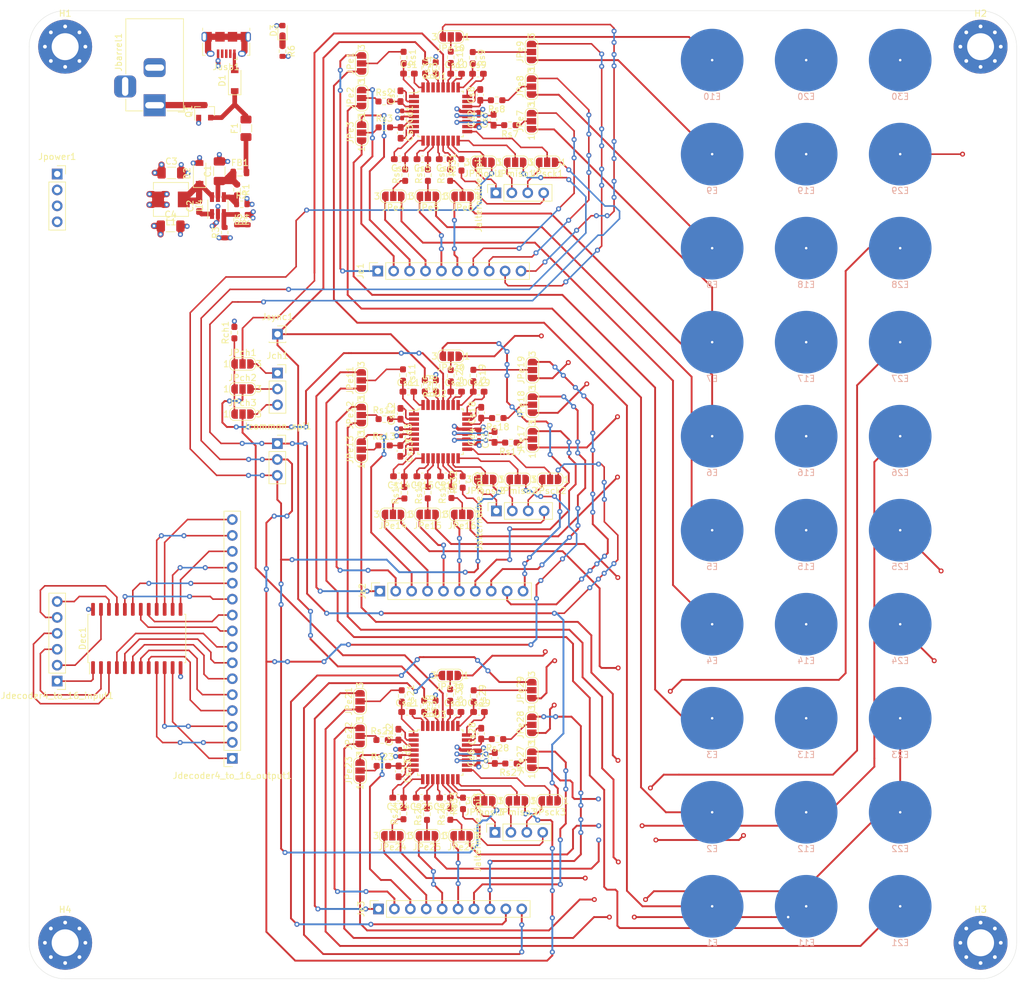
<source format=kicad_pcb>
(kicad_pcb (version 20171130) (host pcbnew "(5.1.10)-1")
  (layers (0 F.Cu signal) (1 In1.Cu power) (2 In2.Cu power) (31 B.Cu signal) (34 B.Paste user) (35 F.Paste user) (36 B.SilkS user) (37 F.SilkS user) (38 B.Mask user) (39 F.Mask user) (44 Edge.Cuts user))
  (net 0 "")
  (net 1 VDD)
  (net 2 GND)
  (net 3 /mp2359/BUCK_IN)
  (net 4 /mp2359/BUCK_BST)
  (net 5 /mp2359/BUCK_SW)
  (net 6 "Net-(Cs1-Pad1)")
  (net 7 "Net-(Cs1-Pad2)")
  (net 8 "Net-(Cs2-Pad1)")
  (net 9 "Net-(Cs2-Pad2)")
  (net 10 "Net-(Cs3-Pad2)")
  (net 11 "Net-(Cs3-Pad1)")
  (net 12 "Net-(Cs4-Pad1)")
  (net 13 "Net-(Cs4-Pad2)")
  (net 14 "Net-(Cs5-Pad2)")
  (net 15 "Net-(Cs5-Pad1)")
  (net 16 "Net-(Cs6-Pad1)")
  (net 17 "Net-(Cs6-Pad2)")
  (net 18 "Net-(Cs7-Pad2)")
  (net 19 "Net-(Cs7-Pad1)")
  (net 20 "Net-(Cs8-Pad2)")
  (net 21 "Net-(Cs8-Pad1)")
  (net 22 "Net-(Cs9-Pad1)")
  (net 23 "Net-(Cs9-Pad2)")
  (net 24 "Net-(Cs10-Pad2)")
  (net 25 "Net-(Cs10-Pad1)")
  (net 26 "Net-(Cs11-Pad1)")
  (net 27 "Net-(Cs11-Pad2)")
  (net 28 "Net-(Cs12-Pad2)")
  (net 29 "Net-(Cs12-Pad1)")
  (net 30 "Net-(Cs13-Pad2)")
  (net 31 "Net-(Cs13-Pad1)")
  (net 32 "Net-(Cs14-Pad1)")
  (net 33 "Net-(Cs14-Pad2)")
  (net 34 "Net-(Cs15-Pad2)")
  (net 35 "Net-(Cs15-Pad1)")
  (net 36 "Net-(Cs16-Pad1)")
  (net 37 "Net-(Cs16-Pad2)")
  (net 38 "Net-(Cs17-Pad2)")
  (net 39 "Net-(Cs17-Pad1)")
  (net 40 "Net-(Cs18-Pad1)")
  (net 41 "Net-(Cs18-Pad2)")
  (net 42 "Net-(Cs19-Pad2)")
  (net 43 "Net-(Cs19-Pad1)")
  (net 44 "Net-(Cs20-Pad1)")
  (net 45 "Net-(Cs20-Pad2)")
  (net 46 "Net-(Cs21-Pad1)")
  (net 47 "Net-(Cs21-Pad2)")
  (net 48 "Net-(Cs22-Pad1)")
  (net 49 "Net-(Cs22-Pad2)")
  (net 50 "Net-(Cs23-Pad2)")
  (net 51 "Net-(Cs23-Pad1)")
  (net 52 "Net-(Cs24-Pad2)")
  (net 53 "Net-(Cs24-Pad1)")
  (net 54 "Net-(Cs25-Pad1)")
  (net 55 "Net-(Cs25-Pad2)")
  (net 56 "Net-(Cs26-Pad2)")
  (net 57 "Net-(Cs26-Pad1)")
  (net 58 "Net-(Cs27-Pad1)")
  (net 59 "Net-(Cs27-Pad2)")
  (net 60 "Net-(Cs28-Pad2)")
  (net 61 "Net-(Cs28-Pad1)")
  (net 62 "Net-(Cs29-Pad1)")
  (net 63 "Net-(Cs29-Pad2)")
  (net 64 "Net-(Cs30-Pad2)")
  (net 65 "Net-(Cs30-Pad1)")
  (net 66 /mp2359/VUSB)
  (net 67 "Net-(D1-Pad1)")
  (net 68 "Net-(D3-Pad1)")
  (net 69 "Net-(E1-Pad1)")
  (net 70 "Net-(E2-Pad1)")
  (net 71 "Net-(E3-Pad1)")
  (net 72 "Net-(E4-Pad1)")
  (net 73 "Net-(E5-Pad1)")
  (net 74 "Net-(E6-Pad1)")
  (net 75 "Net-(E7-Pad1)")
  (net 76 "Net-(E8-Pad1)")
  (net 77 "Net-(E9-Pad1)")
  (net 78 "Net-(E10-Pad1)")
  (net 79 "Net-(E11-Pad1)")
  (net 80 "Net-(E12-Pad1)")
  (net 81 "Net-(E13-Pad1)")
  (net 82 "Net-(E14-Pad1)")
  (net 83 "Net-(E15-Pad1)")
  (net 84 "Net-(E16-Pad1)")
  (net 85 "Net-(E17-Pad1)")
  (net 86 "Net-(E18-Pad1)")
  (net 87 "Net-(E19-Pad1)")
  (net 88 "Net-(E20-Pad1)")
  (net 89 "Net-(E21-Pad1)")
  (net 90 "Net-(E22-Pad1)")
  (net 91 "Net-(E23-Pad1)")
  (net 92 "Net-(E24-Pad1)")
  (net 93 "Net-(E25-Pad1)")
  (net 94 "Net-(E26-Pad1)")
  (net 95 "Net-(E27-Pad1)")
  (net 96 "Net-(E28-Pad1)")
  (net 97 "Net-(E29-Pad1)")
  (net 98 "Net-(E30-Pad1)")
  (net 99 "Net-(F1-Pad1)")
  (net 100 "Net-(Jalternative_spi1-Pad4)")
  (net 101 "Net-(JPsck1-Pad3)")
  (net 102 "Net-(JPmiso1-Pad3)")
  (net 103 "Net-(JPmosi1-Pad3)")
  (net 104 "Net-(JPmosi2-Pad3)")
  (net 105 "Net-(JPmiso2-Pad3)")
  (net 106 "Net-(JPsck2-Pad3)")
  (net 107 "Net-(Jalternative_spi2-Pad4)")
  (net 108 "Net-(JPmosi3-Pad3)")
  (net 109 "Net-(JPmiso3-Pad3)")
  (net 110 "Net-(JPsck3-Pad3)")
  (net 111 "Net-(Jalternative_spi3-Pad4)")
  (net 112 /mp2359/VBattery)
  (net 113 "Net-(JPch3-Pad3)")
  (net 114 "Net-(JPch2-Pad3)")
  (net 115 "Net-(JPch1-Pad3)")
  (net 116 /C_SCK)
  (net 117 /C_MISO)
  (net 118 /C_MOSI)
  (net 119 "Net-(JPe1-Pad3)")
  (net 120 "Net-(JPe2-Pad3)")
  (net 121 "Net-(JPe3-Pad3)")
  (net 122 "Net-(JPe4-Pad3)")
  (net 123 "Net-(JPe5-Pad3)")
  (net 124 "Net-(JPe6-Pad3)")
  (net 125 "Net-(JPe7-Pad3)")
  (net 126 "Net-(JPe8-Pad3)")
  (net 127 "Net-(JPe9-Pad3)")
  (net 128 "Net-(JPe10-Pad3)")
  (net 129 "Net-(JPe11-Pad3)")
  (net 130 "Net-(JPe12-Pad3)")
  (net 131 "Net-(JPe13-Pad3)")
  (net 132 "Net-(JPe14-Pad3)")
  (net 133 "Net-(JPe15-Pad3)")
  (net 134 "Net-(JPe16-Pad3)")
  (net 135 "Net-(JPe17-Pad3)")
  (net 136 "Net-(JPe18-Pad3)")
  (net 137 "Net-(JPe19-Pad3)")
  (net 138 "Net-(JPe20-Pad3)")
  (net 139 "Net-(JPe30-Pad3)")
  (net 140 "Net-(JPe29-Pad3)")
  (net 141 "Net-(JPe28-Pad3)")
  (net 142 "Net-(JPe27-Pad3)")
  (net 143 "Net-(JPe26-Pad3)")
  (net 144 "Net-(JPe25-Pad3)")
  (net 145 "Net-(JPe24-Pad3)")
  (net 146 "Net-(JPe23-Pad3)")
  (net 147 "Net-(JPe22-Pad3)")
  (net 148 "Net-(JPe21-Pad3)")
  (net 149 "Net-(JPch1-Pad1)")
  (net 150 /Change1)
  (net 151 /Change2)
  (net 152 /Change3)
  (net 153 /Electrode1)
  (net 154 /Electrode2)
  (net 155 /Electrode3)
  (net 156 /Electrode4)
  (net 157 /Electrode5)
  (net 158 /Electrode6)
  (net 159 /Electrode7)
  (net 160 /Electrode8)
  (net 161 /Electrode9)
  (net 162 /Electrode10)
  (net 163 /Electrode11)
  (net 164 /Electrode12)
  (net 165 /Electrode13)
  (net 166 /Electrode14)
  (net 167 /Electrode15)
  (net 168 /Electrode16)
  (net 169 /Electrode17)
  (net 170 /Electrode18)
  (net 171 /Electrode19)
  (net 172 /Electrode20)
  (net 173 /Electrode21)
  (net 174 /Electrode22)
  (net 175 /Electrode23)
  (net 176 /Electrode24)
  (net 177 /Electrode25)
  (net 178 /Electrode26)
  (net 179 /Electrode27)
  (net 180 /Electrode28)
  (net 181 /Electrode29)
  (net 182 /Electrode30)
  (net 183 /MISO1)
  (net 184 /MISO2)
  (net 185 /MISO3)
  (net 186 /MOSI1)
  (net 187 /MOSI2)
  (net 188 /MOSI3)
  (net 189 /SCK1)
  (net 190 /SCK2)
  (net 191 /SCK3)
  (net 192 "Net-(Jsync1-Pad1)")
  (net 193 "Net-(Jusb1-Pad2)")
  (net 194 "Net-(Jusb1-Pad3)")
  (net 195 "Net-(Jusb1-Pad4)")
  (net 196 "Net-(Jusb1-Pad6)")
  (net 197 /mp2359/BUCK_EN)
  (net 198 /mp2359/BUCK_FB)
  (net 199 "Net-(R4-Pad2)")
  (net 200 /~SS1)
  (net 201 /~SS2)
  (net 202 /~SS3)
  (net 203 "Net-(Rs34-Pad1)")
  (net 204 "Net-(Rs35-Pad1)")
  (net 205 "Net-(Rs36-Pad1)")
  (net 206 /Sync1)
  (net 207 /Sync2)
  (net 208 /Sync3)
  (net 209 "Net-(U1-Pad30)")
  (net 210 "Net-(U2-Pad30)")
  (net 211 "Net-(U3-Pad30)")
  (net 212 "Net-(Dec1-Pad23)")
  (net 213 "Net-(Dec1-Pad22)")
  (net 214 "Net-(Dec1-Pad21)")
  (net 215 "Net-(Dec1-Pad20)")
  (net 216 "Net-(Dec1-Pad19)")
  (net 217 "Net-(Dec1-Pad18)")
  (net 218 "Net-(Dec1-Pad17)")
  (net 219 "Net-(Dec1-Pad16)")
  (net 220 "Net-(Dec1-Pad15)")
  (net 221 "Net-(Dec1-Pad14)")
  (net 222 "Net-(Dec1-Pad13)")
  (net 223 "Net-(Dec1-Pad11)")
  (net 224 "Net-(Dec1-Pad10)")
  (net 225 "Net-(Dec1-Pad9)")
  (net 226 "Net-(Dec1-Pad8)")
  (net 227 "Net-(Dec1-Pad7)")
  (net 228 "Net-(Dec1-Pad6)")
  (net 229 "Net-(Dec1-Pad5)")
  (net 230 "Net-(Dec1-Pad4)")
  (net 231 "Net-(Dec1-Pad3)")
  (net 232 "Net-(Dec1-Pad2)")
  (net 233 "Net-(Dec1-Pad1)")
  (module Custom_Electrode:Circle_10mm (layer B.Cu) (at 164.975 71.25)
    (fp_text reference E27 (at 0 -0.5) (layer B.SilkS) (effects (justify mirror)))
    (fp_text value Electrode)
    (pad 1 smd circle (at 0 -6.325) (size 10 10) (layers B.Cu B.Paste B.Mask) (net 95 "Net-(E27-Pad1)"))
  )
  (module Connector_PinSocket_2.54mm:PinSocket_1x16_P2.54mm_Vertical (layer F.Cu) (at 58.42 131.32 180)
    (fp_text reference Jdecoder4_to_16_output1 (at 0 -2.77) (layer F.SilkS))
    (fp_text value Conn_01x16)
    (pad 16 thru_hole oval (at 0 38.1 180) (size 1.7 1.7) (drill 1) (layers *.Cu *.Mask) (net 220 "Net-(Dec1-Pad15)"))
    (pad 15 thru_hole oval (at 0 35.56 180) (size 1.7 1.7) (drill 1) (layers *.Cu *.Mask) (net 219 "Net-(Dec1-Pad16)"))
    (pad 14 thru_hole oval (at 0 33.02 180) (size 1.7 1.7) (drill 1) (layers *.Cu *.Mask) (net 222 "Net-(Dec1-Pad13)"))
    (pad 13 thru_hole oval (at 0 30.48 180) (size 1.7 1.7) (drill 1) (layers *.Cu *.Mask) (net 221 "Net-(Dec1-Pad14)"))
    (pad 12 thru_hole oval (at 0 27.94 180) (size 1.7 1.7) (drill 1) (layers *.Cu *.Mask) (net 216 "Net-(Dec1-Pad19)"))
    (pad 11 thru_hole oval (at 0 25.4 180) (size 1.7 1.7) (drill 1) (layers *.Cu *.Mask) (net 215 "Net-(Dec1-Pad20)"))
    (pad 10 thru_hole oval (at 0 22.86 180) (size 1.7 1.7) (drill 1) (layers *.Cu *.Mask) (net 218 "Net-(Dec1-Pad17)"))
    (pad 9 thru_hole oval (at 0 20.32 180) (size 1.7 1.7) (drill 1) (layers *.Cu *.Mask) (net 217 "Net-(Dec1-Pad18)"))
    (pad 8 thru_hole oval (at 0 17.78 180) (size 1.7 1.7) (drill 1) (layers *.Cu *.Mask) (net 230 "Net-(Dec1-Pad4)"))
    (pad 7 thru_hole oval (at 0 15.24 180) (size 1.7 1.7) (drill 1) (layers *.Cu *.Mask) (net 229 "Net-(Dec1-Pad5)"))
    (pad 6 thru_hole oval (at 0 12.7 180) (size 1.7 1.7) (drill 1) (layers *.Cu *.Mask) (net 228 "Net-(Dec1-Pad6)"))
    (pad 5 thru_hole oval (at 0 10.16 180) (size 1.7 1.7) (drill 1) (layers *.Cu *.Mask) (net 227 "Net-(Dec1-Pad7)"))
    (pad 4 thru_hole oval (at 0 7.62 180) (size 1.7 1.7) (drill 1) (layers *.Cu *.Mask) (net 226 "Net-(Dec1-Pad8)"))
    (pad 3 thru_hole oval (at 0 5.08 180) (size 1.7 1.7) (drill 1) (layers *.Cu *.Mask) (net 224 "Net-(Dec1-Pad10)"))
    (pad 2 thru_hole oval (at 0 2.54 180) (size 1.7 1.7) (drill 1) (layers *.Cu *.Mask) (net 225 "Net-(Dec1-Pad9)"))
    (pad 1 thru_hole rect (at 0 0 180) (size 1.7 1.7) (drill 1) (layers *.Cu *.Mask) (net 223 "Net-(Dec1-Pad11)"))
  )
  (module Connector_PinHeader_2.54mm:PinHeader_1x06_P2.54mm_Vertical (layer F.Cu) (at 30.48 119 180)
    (fp_text reference Jdecoder4_to_16_input1 (at 0 -2.33) (layer F.SilkS))
    (fp_text value Conn_01x06_Male)
    (pad 6 thru_hole oval (at 0 12.7 180) (size 1.7 1.7) (drill 1) (layers *.Cu *.Mask) (net 213 "Net-(Dec1-Pad22)"))
    (pad 5 thru_hole oval (at 0 10.16 180) (size 1.7 1.7) (drill 1) (layers *.Cu *.Mask) (net 214 "Net-(Dec1-Pad21)"))
    (pad 4 thru_hole oval (at 0 7.62 180) (size 1.7 1.7) (drill 1) (layers *.Cu *.Mask) (net 231 "Net-(Dec1-Pad3)"))
    (pad 3 thru_hole oval (at 0 5.08 180) (size 1.7 1.7) (drill 1) (layers *.Cu *.Mask) (net 232 "Net-(Dec1-Pad2)"))
    (pad 2 thru_hole oval (at 0 2.54 180) (size 1.7 1.7) (drill 1) (layers *.Cu *.Mask) (net 212 "Net-(Dec1-Pad23)"))
    (pad 1 thru_hole rect (at 0 0 180) (size 1.7 1.7) (drill 1) (layers *.Cu *.Mask) (net 233 "Net-(Dec1-Pad1)"))
  )
  (module Package_SO:SOIC-24W_7.5x15.4mm_P1.27mm (layer F.Cu) (at 43.18 112.2 90)
    (fp_text reference Dec1 (at 0 -8.65 90) (layer F.SilkS))
    (fp_text value CD74HC4515M)
    (pad 1 smd roundrect (at -4.65 -6.985 90) (size 2.05 0.6) (layers F.Cu F.Paste F.Mask) (net 233 "Net-(Dec1-Pad1)"))
    (pad 2 smd roundrect (at -4.65 -5.715 90) (size 2.05 0.6) (layers F.Cu F.Paste F.Mask) (net 232 "Net-(Dec1-Pad2)"))
    (pad 3 smd roundrect (at -4.65 -4.445 90) (size 2.05 0.6) (layers F.Cu F.Paste F.Mask) (net 231 "Net-(Dec1-Pad3)"))
    (pad 4 smd roundrect (at -4.65 -3.175 90) (size 2.05 0.6) (layers F.Cu F.Paste F.Mask) (net 230 "Net-(Dec1-Pad4)"))
    (pad 5 smd roundrect (at -4.65 -1.905 90) (size 2.05 0.6) (layers F.Cu F.Paste F.Mask) (net 229 "Net-(Dec1-Pad5)"))
    (pad 6 smd roundrect (at -4.65 -0.635 90) (size 2.05 0.6) (layers F.Cu F.Paste F.Mask) (net 228 "Net-(Dec1-Pad6)"))
    (pad 7 smd roundrect (at -4.65 0.635 90) (size 2.05 0.6) (layers F.Cu F.Paste F.Mask) (net 227 "Net-(Dec1-Pad7)"))
    (pad 8 smd roundrect (at -4.65 1.905 90) (size 2.05 0.6) (layers F.Cu F.Paste F.Mask) (net 226 "Net-(Dec1-Pad8)"))
    (pad 9 smd roundrect (at -4.65 3.175 90) (size 2.05 0.6) (layers F.Cu F.Paste F.Mask) (net 225 "Net-(Dec1-Pad9)"))
    (pad 10 smd roundrect (at -4.65 4.445 90) (size 2.05 0.6) (layers F.Cu F.Paste F.Mask) (net 224 "Net-(Dec1-Pad10)"))
    (pad 11 smd roundrect (at -4.65 5.715 90) (size 2.05 0.6) (layers F.Cu F.Paste F.Mask) (net 223 "Net-(Dec1-Pad11)"))
    (pad 12 smd roundrect (at -4.65 6.985 90) (size 2.05 0.6) (layers F.Cu F.Paste F.Mask) (net 2 GND))
    (pad 13 smd roundrect (at 4.65 6.985 90) (size 2.05 0.6) (layers F.Cu F.Paste F.Mask) (net 222 "Net-(Dec1-Pad13)"))
    (pad 14 smd roundrect (at 4.65 5.715 90) (size 2.05 0.6) (layers F.Cu F.Paste F.Mask) (net 221 "Net-(Dec1-Pad14)"))
    (pad 15 smd roundrect (at 4.65 4.445 90) (size 2.05 0.6) (layers F.Cu F.Paste F.Mask) (net 220 "Net-(Dec1-Pad15)"))
    (pad 16 smd roundrect (at 4.65 3.175 90) (size 2.05 0.6) (layers F.Cu F.Paste F.Mask) (net 219 "Net-(Dec1-Pad16)"))
    (pad 17 smd roundrect (at 4.65 1.905 90) (size 2.05 0.6) (layers F.Cu F.Paste F.Mask) (net 218 "Net-(Dec1-Pad17)"))
    (pad 18 smd roundrect (at 4.65 0.635 90) (size 2.05 0.6) (layers F.Cu F.Paste F.Mask) (net 217 "Net-(Dec1-Pad18)"))
    (pad 19 smd roundrect (at 4.65 -0.635 90) (size 2.05 0.6) (layers F.Cu F.Paste F.Mask) (net 216 "Net-(Dec1-Pad19)"))
    (pad 20 smd roundrect (at 4.65 -1.905 90) (size 2.05 0.6) (layers F.Cu F.Paste F.Mask) (net 215 "Net-(Dec1-Pad20)"))
    (pad 21 smd roundrect (at 4.65 -3.175 90) (size 2.05 0.6) (layers F.Cu F.Paste F.Mask) (net 214 "Net-(Dec1-Pad21)"))
    (pad 22 smd roundrect (at 4.65 -4.445 90) (size 2.05 0.6) (layers F.Cu F.Paste F.Mask) (net 213 "Net-(Dec1-Pad22)"))
    (pad 23 smd roundrect (at 4.65 -5.715 90) (size 2.05 0.6) (layers F.Cu F.Paste F.Mask) (net 212 "Net-(Dec1-Pad23)"))
    (pad 24 smd roundrect (at 4.65 -6.985 90) (size 2.05 0.6) (layers F.Cu F.Paste F.Mask) (net 1 VDD))
  )
  (module Jumper:SolderJumper-3_P1.3mm_Open_RoundedPad1.0x1.5mm_NumberLabels (layer F.Cu) (at 109.05 138.1 180)
    (fp_text reference JPsck3 (at 0 -1.8) (layer F.SilkS))
    (fp_text value SolderJumper_3_Open)
    (fp_text user 3 (at 2.6 0) (layer F.SilkS))
    (fp_text user 1 (at -2.6 0) (layer F.SilkS))
    (pad 1 smd custom (at -1.3 0 180) (size 1 0.5) (layers F.Cu F.Mask) (net 116 /C_SCK) (options (clearance outline) (anchor rect)) (primitives (gr_circle (center 0 0.25) (end 0.5 0.25) (width 0)) (gr_circle (center 0 -0.25) (end 0.5 -0.25) (width 0)) (gr_poly (pts (xy 0.55 -0.75) (xy 0 -0.75) (xy 0 0.75) (xy 0.55 0.75)) (width 0))))
    (pad 3 smd custom (at 1.3 0 180) (size 1 0.5) (layers F.Cu F.Mask) (net 110 "Net-(JPsck3-Pad3)") (options (clearance outline) (anchor rect)) (primitives (gr_circle (center 0 0.25) (end 0.5 0.25) (width 0)) (gr_circle (center 0 -0.25) (end 0.5 -0.25) (width 0)) (gr_poly (pts (xy -0.55 -0.75) (xy 0 -0.75) (xy 0 0.75) (xy -0.55 0.75)) (width 0))))
    (pad 2 smd rect (at 0 0 180) (size 1 1.5) (layers F.Cu F.Mask) (net 191 /SCK3))
  )
  (module Jumper:SolderJumper-3_P1.3mm_Open_RoundedPad1.0x1.5mm_NumberLabels (layer F.Cu) (at 109.125 86.825 180)
    (fp_text reference JPsck2 (at 0 -1.8) (layer F.SilkS))
    (fp_text value SolderJumper_3_Open)
    (fp_text user 3 (at 2.6 0) (layer F.SilkS))
    (fp_text user 1 (at -2.6 0) (layer F.SilkS))
    (pad 1 smd custom (at -1.3 0 180) (size 1 0.5) (layers F.Cu F.Mask) (net 116 /C_SCK) (options (clearance outline) (anchor rect)) (primitives (gr_circle (center 0 0.25) (end 0.5 0.25) (width 0)) (gr_circle (center 0 -0.25) (end 0.5 -0.25) (width 0)) (gr_poly (pts (xy 0.55 -0.75) (xy 0 -0.75) (xy 0 0.75) (xy 0.55 0.75)) (width 0))))
    (pad 3 smd custom (at 1.3 0 180) (size 1 0.5) (layers F.Cu F.Mask) (net 106 "Net-(JPsck2-Pad3)") (options (clearance outline) (anchor rect)) (primitives (gr_circle (center 0 0.25) (end 0.5 0.25) (width 0)) (gr_circle (center 0 -0.25) (end 0.5 -0.25) (width 0)) (gr_poly (pts (xy -0.55 -0.75) (xy 0 -0.75) (xy 0 0.75) (xy -0.55 0.75)) (width 0))))
    (pad 2 smd rect (at 0 0 180) (size 1 1.5) (layers F.Cu F.Mask) (net 190 /SCK2))
  )
  (module Jumper:SolderJumper-3_P1.3mm_Open_RoundedPad1.0x1.5mm_NumberLabels (layer F.Cu) (at 108.65 36.225 180)
    (fp_text reference JPsck1 (at 0 -1.8) (layer F.SilkS))
    (fp_text value SolderJumper_3_Open)
    (fp_text user 1 (at -2.6 0) (layer F.SilkS))
    (fp_text user 3 (at 2.6 0) (layer F.SilkS))
    (pad 2 smd rect (at 0 0 180) (size 1 1.5) (layers F.Cu F.Mask) (net 189 /SCK1))
    (pad 3 smd custom (at 1.3 0 180) (size 1 0.5) (layers F.Cu F.Mask) (net 101 "Net-(JPsck1-Pad3)") (options (clearance outline) (anchor rect)) (primitives (gr_circle (center 0 0.25) (end 0.5 0.25) (width 0)) (gr_circle (center 0 -0.25) (end 0.5 -0.25) (width 0)) (gr_poly (pts (xy -0.55 -0.75) (xy 0 -0.75) (xy 0 0.75) (xy -0.55 0.75)) (width 0))))
    (pad 1 smd custom (at -1.3 0 180) (size 1 0.5) (layers F.Cu F.Mask) (net 116 /C_SCK) (options (clearance outline) (anchor rect)) (primitives (gr_circle (center 0 0.25) (end 0.5 0.25) (width 0)) (gr_circle (center 0 -0.25) (end 0.5 -0.25) (width 0)) (gr_poly (pts (xy 0.55 -0.75) (xy 0 -0.75) (xy 0 0.75) (xy 0.55 0.75)) (width 0))))
  )
  (module Jumper:SolderJumper-3_P1.3mm_Open_RoundedPad1.0x1.5mm_NumberLabels (layer F.Cu) (at 98.625 138.1 180)
    (fp_text reference JPmosi3 (at 0 -1.8) (layer F.SilkS))
    (fp_text value SolderJumper_3_Open)
    (fp_text user 1 (at -2.6 0) (layer F.SilkS))
    (fp_text user 3 (at 2.6 0) (layer F.SilkS))
    (pad 2 smd rect (at 0 0 180) (size 1 1.5) (layers F.Cu F.Mask) (net 188 /MOSI3))
    (pad 3 smd custom (at 1.3 0 180) (size 1 0.5) (layers F.Cu F.Mask) (net 108 "Net-(JPmosi3-Pad3)") (options (clearance outline) (anchor rect)) (primitives (gr_circle (center 0 0.25) (end 0.5 0.25) (width 0)) (gr_circle (center 0 -0.25) (end 0.5 -0.25) (width 0)) (gr_poly (pts (xy -0.55 -0.75) (xy 0 -0.75) (xy 0 0.75) (xy -0.55 0.75)) (width 0))))
    (pad 1 smd custom (at -1.3 0 180) (size 1 0.5) (layers F.Cu F.Mask) (net 118 /C_MOSI) (options (clearance outline) (anchor rect)) (primitives (gr_circle (center 0 0.25) (end 0.5 0.25) (width 0)) (gr_circle (center 0 -0.25) (end 0.5 -0.25) (width 0)) (gr_poly (pts (xy 0.55 -0.75) (xy 0 -0.75) (xy 0 0.75) (xy 0.55 0.75)) (width 0))))
  )
  (module Jumper:SolderJumper-3_P1.3mm_Open_RoundedPad1.0x1.5mm_NumberLabels (layer F.Cu) (at 98.775 86.825 180)
    (fp_text reference JPmosi2 (at 0 -1.8) (layer F.SilkS))
    (fp_text value SolderJumper_3_Open)
    (fp_text user 3 (at 2.6 0) (layer F.SilkS))
    (fp_text user 1 (at -2.6 0) (layer F.SilkS))
    (pad 1 smd custom (at -1.3 0 180) (size 1 0.5) (layers F.Cu F.Mask) (net 118 /C_MOSI) (options (clearance outline) (anchor rect)) (primitives (gr_circle (center 0 0.25) (end 0.5 0.25) (width 0)) (gr_circle (center 0 -0.25) (end 0.5 -0.25) (width 0)) (gr_poly (pts (xy 0.55 -0.75) (xy 0 -0.75) (xy 0 0.75) (xy 0.55 0.75)) (width 0))))
    (pad 3 smd custom (at 1.3 0 180) (size 1 0.5) (layers F.Cu F.Mask) (net 104 "Net-(JPmosi2-Pad3)") (options (clearance outline) (anchor rect)) (primitives (gr_circle (center 0 0.25) (end 0.5 0.25) (width 0)) (gr_circle (center 0 -0.25) (end 0.5 -0.25) (width 0)) (gr_poly (pts (xy -0.55 -0.75) (xy 0 -0.75) (xy 0 0.75) (xy -0.55 0.75)) (width 0))))
    (pad 2 smd rect (at 0 0 180) (size 1 1.5) (layers F.Cu F.Mask) (net 187 /MOSI2))
  )
  (module Jumper:SolderJumper-3_P1.3mm_Open_RoundedPad1.0x1.5mm_NumberLabels (layer F.Cu) (at 98.5 36.225 180)
    (fp_text reference JPmosi1 (at 0 -1.8) (layer F.SilkS))
    (fp_text value SolderJumper_3_Open)
    (fp_text user 1 (at -2.6 0) (layer F.SilkS))
    (fp_text user 3 (at 2.6 0) (layer F.SilkS))
    (pad 2 smd rect (at 0 0 180) (size 1 1.5) (layers F.Cu F.Mask) (net 186 /MOSI1))
    (pad 3 smd custom (at 1.3 0 180) (size 1 0.5) (layers F.Cu F.Mask) (net 103 "Net-(JPmosi1-Pad3)") (options (clearance outline) (anchor rect)) (primitives (gr_circle (center 0 0.25) (end 0.5 0.25) (width 0)) (gr_circle (center 0 -0.25) (end 0.5 -0.25) (width 0)) (gr_poly (pts (xy -0.55 -0.75) (xy 0 -0.75) (xy 0 0.75) (xy -0.55 0.75)) (width 0))))
    (pad 1 smd custom (at -1.3 0 180) (size 1 0.5) (layers F.Cu F.Mask) (net 118 /C_MOSI) (options (clearance outline) (anchor rect)) (primitives (gr_circle (center 0 0.25) (end 0.5 0.25) (width 0)) (gr_circle (center 0 -0.25) (end 0.5 -0.25) (width 0)) (gr_poly (pts (xy 0.55 -0.75) (xy 0 -0.75) (xy 0 0.75) (xy 0.55 0.75)) (width 0))))
  )
  (module Jumper:SolderJumper-3_P1.3mm_Open_RoundedPad1.0x1.5mm_NumberLabels (layer F.Cu) (at 103.825 138.1 180)
    (fp_text reference JPmiso3 (at 0 -1.8) (layer F.SilkS))
    (fp_text value SolderJumper_3_Open)
    (fp_text user 1 (at -2.6 0) (layer F.SilkS))
    (fp_text user 3 (at 2.6 0) (layer F.SilkS))
    (pad 2 smd rect (at 0 0 180) (size 1 1.5) (layers F.Cu F.Mask) (net 185 /MISO3))
    (pad 3 smd custom (at 1.3 0 180) (size 1 0.5) (layers F.Cu F.Mask) (net 109 "Net-(JPmiso3-Pad3)") (options (clearance outline) (anchor rect)) (primitives (gr_circle (center 0 0.25) (end 0.5 0.25) (width 0)) (gr_circle (center 0 -0.25) (end 0.5 -0.25) (width 0)) (gr_poly (pts (xy -0.55 -0.75) (xy 0 -0.75) (xy 0 0.75) (xy -0.55 0.75)) (width 0))))
    (pad 1 smd custom (at -1.3 0 180) (size 1 0.5) (layers F.Cu F.Mask) (net 117 /C_MISO) (options (clearance outline) (anchor rect)) (primitives (gr_circle (center 0 0.25) (end 0.5 0.25) (width 0)) (gr_circle (center 0 -0.25) (end 0.5 -0.25) (width 0)) (gr_poly (pts (xy 0.55 -0.75) (xy 0 -0.75) (xy 0 0.75) (xy 0.55 0.75)) (width 0))))
  )
  (module Jumper:SolderJumper-3_P1.3mm_Open_RoundedPad1.0x1.5mm_NumberLabels (layer F.Cu) (at 103.95 86.825 180)
    (fp_text reference JPmiso2 (at 0 -1.8) (layer F.SilkS))
    (fp_text value SolderJumper_3_Open)
    (fp_text user 3 (at 2.6 0) (layer F.SilkS))
    (fp_text user 1 (at -2.6 0) (layer F.SilkS))
    (pad 1 smd custom (at -1.3 0 180) (size 1 0.5) (layers F.Cu F.Mask) (net 117 /C_MISO) (options (clearance outline) (anchor rect)) (primitives (gr_circle (center 0 0.25) (end 0.5 0.25) (width 0)) (gr_circle (center 0 -0.25) (end 0.5 -0.25) (width 0)) (gr_poly (pts (xy 0.55 -0.75) (xy 0 -0.75) (xy 0 0.75) (xy 0.55 0.75)) (width 0))))
    (pad 3 smd custom (at 1.3 0 180) (size 1 0.5) (layers F.Cu F.Mask) (net 105 "Net-(JPmiso2-Pad3)") (options (clearance outline) (anchor rect)) (primitives (gr_circle (center 0 0.25) (end 0.5 0.25) (width 0)) (gr_circle (center 0 -0.25) (end 0.5 -0.25) (width 0)) (gr_poly (pts (xy -0.55 -0.75) (xy 0 -0.75) (xy 0 0.75) (xy -0.55 0.75)) (width 0))))
    (pad 2 smd rect (at 0 0 180) (size 1 1.5) (layers F.Cu F.Mask) (net 184 /MISO2))
  )
  (module Jumper:SolderJumper-3_P1.3mm_Open_RoundedPad1.0x1.5mm_NumberLabels (layer F.Cu) (at 103.55 36.225 180)
    (fp_text reference JPmiso1 (at 0 -1.8) (layer F.SilkS))
    (fp_text value SolderJumper_3_Open)
    (fp_text user 1 (at -2.6 0) (layer F.SilkS))
    (fp_text user 3 (at 2.6 0) (layer F.SilkS))
    (pad 2 smd rect (at 0 0 180) (size 1 1.5) (layers F.Cu F.Mask) (net 183 /MISO1))
    (pad 3 smd custom (at 1.3 0 180) (size 1 0.5) (layers F.Cu F.Mask) (net 102 "Net-(JPmiso1-Pad3)") (options (clearance outline) (anchor rect)) (primitives (gr_circle (center 0 0.25) (end 0.5 0.25) (width 0)) (gr_circle (center 0 -0.25) (end 0.5 -0.25) (width 0)) (gr_poly (pts (xy -0.55 -0.75) (xy 0 -0.75) (xy 0 0.75) (xy -0.55 0.75)) (width 0))))
    (pad 1 smd custom (at -1.3 0 180) (size 1 0.5) (layers F.Cu F.Mask) (net 117 /C_MISO) (options (clearance outline) (anchor rect)) (primitives (gr_circle (center 0 0.25) (end 0.5 0.25) (width 0)) (gr_circle (center 0 -0.25) (end 0.5 -0.25) (width 0)) (gr_poly (pts (xy 0.55 -0.75) (xy 0 -0.75) (xy 0 0.75) (xy 0.55 0.75)) (width 0))))
  )
  (module Jumper:SolderJumper-3_P1.3mm_Open_RoundedPad1.0x1.5mm_NumberLabels (layer F.Cu) (at 93.125 118.1 180)
    (fp_text reference JPe30 (at 0 -1.8) (layer F.SilkS))
    (fp_text value SolderJumper_3_Open)
    (fp_text user 1 (at -2.6 0) (layer F.SilkS))
    (fp_text user 3 (at 2.6 0) (layer F.SilkS))
    (pad 2 smd rect (at 0 0 180) (size 1 1.5) (layers F.Cu F.Mask) (net 182 /Electrode30))
    (pad 3 smd custom (at 1.3 0 180) (size 1 0.5) (layers F.Cu F.Mask) (net 139 "Net-(JPe30-Pad3)") (options (clearance outline) (anchor rect)) (primitives (gr_circle (center 0 0.25) (end 0.5 0.25) (width 0)) (gr_circle (center 0 -0.25) (end 0.5 -0.25) (width 0)) (gr_poly (pts (xy -0.55 -0.75) (xy 0 -0.75) (xy 0 0.75) (xy -0.55 0.75)) (width 0))))
    (pad 1 smd custom (at -1.3 0 180) (size 1 0.5) (layers F.Cu F.Mask) (net 98 "Net-(E30-Pad1)") (options (clearance outline) (anchor rect)) (primitives (gr_circle (center 0 0.25) (end 0.5 0.25) (width 0)) (gr_circle (center 0 -0.25) (end 0.5 -0.25) (width 0)) (gr_poly (pts (xy 0.55 -0.75) (xy 0 -0.75) (xy 0 0.75) (xy 0.55 0.75)) (width 0))))
  )
  (module Jumper:SolderJumper-3_P1.3mm_Open_RoundedPad1.0x1.5mm_NumberLabels (layer F.Cu) (at 106.2 120.45 90)
    (fp_text reference JPe29 (at 0 -1.8 90) (layer F.SilkS))
    (fp_text value SolderJumper_3_Open)
    (fp_text user 1 (at -2.6 0 90) (layer F.SilkS))
    (fp_text user 3 (at 2.6 0 90) (layer F.SilkS))
    (pad 2 smd rect (at 0 0 90) (size 1 1.5) (layers F.Cu F.Mask) (net 181 /Electrode29))
    (pad 3 smd custom (at 1.3 0 90) (size 1 0.5) (layers F.Cu F.Mask) (net 140 "Net-(JPe29-Pad3)") (options (clearance outline) (anchor rect)) (primitives (gr_circle (center 0 0.25) (end 0.5 0.25) (width 0)) (gr_circle (center 0 -0.25) (end 0.5 -0.25) (width 0)) (gr_poly (pts (xy -0.55 -0.75) (xy 0 -0.75) (xy 0 0.75) (xy -0.55 0.75)) (width 0))))
    (pad 1 smd custom (at -1.3 0 90) (size 1 0.5) (layers F.Cu F.Mask) (net 97 "Net-(E29-Pad1)") (options (clearance outline) (anchor rect)) (primitives (gr_circle (center 0 0.25) (end 0.5 0.25) (width 0)) (gr_circle (center 0 -0.25) (end 0.5 -0.25) (width 0)) (gr_poly (pts (xy 0.55 -0.75) (xy 0 -0.75) (xy 0 0.75) (xy 0.55 0.75)) (width 0))))
  )
  (module Jumper:SolderJumper-3_P1.3mm_Open_RoundedPad1.0x1.5mm_NumberLabels (layer F.Cu) (at 106.2 125.975 90)
    (fp_text reference JPe28 (at 0 -1.8 90) (layer F.SilkS))
    (fp_text value SolderJumper_3_Open)
    (fp_text user 1 (at -2.6 0 90) (layer F.SilkS))
    (fp_text user 3 (at 2.6 0 90) (layer F.SilkS))
    (pad 2 smd rect (at 0 0 90) (size 1 1.5) (layers F.Cu F.Mask) (net 180 /Electrode28))
    (pad 3 smd custom (at 1.3 0 90) (size 1 0.5) (layers F.Cu F.Mask) (net 141 "Net-(JPe28-Pad3)") (options (clearance outline) (anchor rect)) (primitives (gr_circle (center 0 0.25) (end 0.5 0.25) (width 0)) (gr_circle (center 0 -0.25) (end 0.5 -0.25) (width 0)) (gr_poly (pts (xy -0.55 -0.75) (xy 0 -0.75) (xy 0 0.75) (xy -0.55 0.75)) (width 0))))
    (pad 1 smd custom (at -1.3 0 90) (size 1 0.5) (layers F.Cu F.Mask) (net 96 "Net-(E28-Pad1)") (options (clearance outline) (anchor rect)) (primitives (gr_circle (center 0 0.25) (end 0.5 0.25) (width 0)) (gr_circle (center 0 -0.25) (end 0.5 -0.25) (width 0)) (gr_poly (pts (xy 0.55 -0.75) (xy 0 -0.75) (xy 0 0.75) (xy 0.55 0.75)) (width 0))))
  )
  (module Jumper:SolderJumper-3_P1.3mm_Open_RoundedPad1.0x1.5mm_NumberLabels (layer F.Cu) (at 106.2 131.55 90)
    (fp_text reference JPe27 (at 0 -1.8 90) (layer F.SilkS))
    (fp_text value SolderJumper_3_Open)
    (fp_text user 1 (at -2.6 0 90) (layer F.SilkS))
    (fp_text user 3 (at 2.6 0 90) (layer F.SilkS))
    (pad 2 smd rect (at 0 0 90) (size 1 1.5) (layers F.Cu F.Mask) (net 179 /Electrode27))
    (pad 3 smd custom (at 1.3 0 90) (size 1 0.5) (layers F.Cu F.Mask) (net 142 "Net-(JPe27-Pad3)") (options (clearance outline) (anchor rect)) (primitives (gr_circle (center 0 0.25) (end 0.5 0.25) (width 0)) (gr_circle (center 0 -0.25) (end 0.5 -0.25) (width 0)) (gr_poly (pts (xy -0.55 -0.75) (xy 0 -0.75) (xy 0 0.75) (xy -0.55 0.75)) (width 0))))
    (pad 1 smd custom (at -1.3 0 90) (size 1 0.5) (layers F.Cu F.Mask) (net 95 "Net-(E27-Pad1)") (options (clearance outline) (anchor rect)) (primitives (gr_circle (center 0 0.25) (end 0.5 0.25) (width 0)) (gr_circle (center 0 -0.25) (end 0.5 -0.25) (width 0)) (gr_poly (pts (xy 0.55 -0.75) (xy 0 -0.75) (xy 0 0.75) (xy 0.55 0.75)) (width 0))))
  )
  (module Jumper:SolderJumper-3_P1.3mm_Open_RoundedPad1.0x1.5mm_NumberLabels (layer F.Cu) (at 95 143.675 180)
    (fp_text reference JPe26 (at 0 -1.8) (layer F.SilkS))
    (fp_text value SolderJumper_3_Open)
    (fp_text user 1 (at -2.6 0) (layer F.SilkS))
    (fp_text user 3 (at 2.6 0) (layer F.SilkS))
    (pad 2 smd rect (at 0 0 180) (size 1 1.5) (layers F.Cu F.Mask) (net 178 /Electrode26))
    (pad 3 smd custom (at 1.3 0 180) (size 1 0.5) (layers F.Cu F.Mask) (net 143 "Net-(JPe26-Pad3)") (options (clearance outline) (anchor rect)) (primitives (gr_circle (center 0 0.25) (end 0.5 0.25) (width 0)) (gr_circle (center 0 -0.25) (end 0.5 -0.25) (width 0)) (gr_poly (pts (xy -0.55 -0.75) (xy 0 -0.75) (xy 0 0.75) (xy -0.55 0.75)) (width 0))))
    (pad 1 smd custom (at -1.3 0 180) (size 1 0.5) (layers F.Cu F.Mask) (net 94 "Net-(E26-Pad1)") (options (clearance outline) (anchor rect)) (primitives (gr_circle (center 0 0.25) (end 0.5 0.25) (width 0)) (gr_circle (center 0 -0.25) (end 0.5 -0.25) (width 0)) (gr_poly (pts (xy 0.55 -0.75) (xy 0 -0.75) (xy 0 0.75) (xy 0.55 0.75)) (width 0))))
  )
  (module Jumper:SolderJumper-3_P1.3mm_Open_RoundedPad1.0x1.5mm_NumberLabels (layer F.Cu) (at 89.475 143.675 180)
    (fp_text reference JPe25 (at 0 -1.8) (layer F.SilkS))
    (fp_text value SolderJumper_3_Open)
    (fp_text user 1 (at -2.6 0) (layer F.SilkS))
    (fp_text user 3 (at 2.6 0) (layer F.SilkS))
    (pad 2 smd rect (at 0 0 180) (size 1 1.5) (layers F.Cu F.Mask) (net 177 /Electrode25))
    (pad 3 smd custom (at 1.3 0 180) (size 1 0.5) (layers F.Cu F.Mask) (net 144 "Net-(JPe25-Pad3)") (options (clearance outline) (anchor rect)) (primitives (gr_circle (center 0 0.25) (end 0.5 0.25) (width 0)) (gr_circle (center 0 -0.25) (end 0.5 -0.25) (width 0)) (gr_poly (pts (xy -0.55 -0.75) (xy 0 -0.75) (xy 0 0.75) (xy -0.55 0.75)) (width 0))))
    (pad 1 smd custom (at -1.3 0 180) (size 1 0.5) (layers F.Cu F.Mask) (net 93 "Net-(E25-Pad1)") (options (clearance outline) (anchor rect)) (primitives (gr_circle (center 0 0.25) (end 0.5 0.25) (width 0)) (gr_circle (center 0 -0.25) (end 0.5 -0.25) (width 0)) (gr_poly (pts (xy 0.55 -0.75) (xy 0 -0.75) (xy 0 0.75) (xy 0.55 0.75)) (width 0))))
  )
  (module Jumper:SolderJumper-3_P1.3mm_Open_RoundedPad1.0x1.5mm_NumberLabels (layer F.Cu) (at 83.95 143.675 180)
    (fp_text reference JPe24 (at 0 -1.8) (layer F.SilkS))
    (fp_text value SolderJumper_3_Open)
    (fp_text user 1 (at -2.6 0) (layer F.SilkS))
    (fp_text user 3 (at 2.6 0) (layer F.SilkS))
    (pad 2 smd rect (at 0 0 180) (size 1 1.5) (layers F.Cu F.Mask) (net 176 /Electrode24))
    (pad 3 smd custom (at 1.3 0 180) (size 1 0.5) (layers F.Cu F.Mask) (net 145 "Net-(JPe24-Pad3)") (options (clearance outline) (anchor rect)) (primitives (gr_circle (center 0 0.25) (end 0.5 0.25) (width 0)) (gr_circle (center 0 -0.25) (end 0.5 -0.25) (width 0)) (gr_poly (pts (xy -0.55 -0.75) (xy 0 -0.75) (xy 0 0.75) (xy -0.55 0.75)) (width 0))))
    (pad 1 smd custom (at -1.3 0 180) (size 1 0.5) (layers F.Cu F.Mask) (net 92 "Net-(E24-Pad1)") (options (clearance outline) (anchor rect)) (primitives (gr_circle (center 0 0.25) (end 0.5 0.25) (width 0)) (gr_circle (center 0 -0.25) (end 0.5 -0.25) (width 0)) (gr_poly (pts (xy 0.55 -0.75) (xy 0 -0.75) (xy 0 0.75) (xy 0.55 0.75)) (width 0))))
  )
  (module Jumper:SolderJumper-3_P1.3mm_Open_RoundedPad1.0x1.5mm_NumberLabels (layer F.Cu) (at 78.8 133.275 90)
    (fp_text reference JPe23 (at 0 -1.8 90) (layer F.SilkS))
    (fp_text value SolderJumper_3_Open)
    (fp_text user 1 (at -2.6 0 90) (layer F.SilkS))
    (fp_text user 3 (at 2.6 0 90) (layer F.SilkS))
    (pad 2 smd rect (at 0 0 90) (size 1 1.5) (layers F.Cu F.Mask) (net 175 /Electrode23))
    (pad 3 smd custom (at 1.3 0 90) (size 1 0.5) (layers F.Cu F.Mask) (net 146 "Net-(JPe23-Pad3)") (options (clearance outline) (anchor rect)) (primitives (gr_circle (center 0 0.25) (end 0.5 0.25) (width 0)) (gr_circle (center 0 -0.25) (end 0.5 -0.25) (width 0)) (gr_poly (pts (xy -0.55 -0.75) (xy 0 -0.75) (xy 0 0.75) (xy -0.55 0.75)) (width 0))))
    (pad 1 smd custom (at -1.3 0 90) (size 1 0.5) (layers F.Cu F.Mask) (net 91 "Net-(E23-Pad1)") (options (clearance outline) (anchor rect)) (primitives (gr_circle (center 0 0.25) (end 0.5 0.25) (width 0)) (gr_circle (center 0 -0.25) (end 0.5 -0.25) (width 0)) (gr_poly (pts (xy 0.55 -0.75) (xy 0 -0.75) (xy 0 0.75) (xy 0.55 0.75)) (width 0))))
  )
  (module Jumper:SolderJumper-3_P1.3mm_Open_RoundedPad1.0x1.5mm_NumberLabels (layer F.Cu) (at 78.8 127.75 90)
    (fp_text reference JPe22 (at 0 -1.8 90) (layer F.SilkS))
    (fp_text value SolderJumper_3_Open)
    (fp_text user 1 (at -2.6 0 90) (layer F.SilkS))
    (fp_text user 3 (at 2.6 0 90) (layer F.SilkS))
    (pad 2 smd rect (at 0 0 90) (size 1 1.5) (layers F.Cu F.Mask) (net 174 /Electrode22))
    (pad 3 smd custom (at 1.3 0 90) (size 1 0.5) (layers F.Cu F.Mask) (net 147 "Net-(JPe22-Pad3)") (options (clearance outline) (anchor rect)) (primitives (gr_circle (center 0 0.25) (end 0.5 0.25) (width 0)) (gr_circle (center 0 -0.25) (end 0.5 -0.25) (width 0)) (gr_poly (pts (xy -0.55 -0.75) (xy 0 -0.75) (xy 0 0.75) (xy -0.55 0.75)) (width 0))))
    (pad 1 smd custom (at -1.3 0 90) (size 1 0.5) (layers F.Cu F.Mask) (net 90 "Net-(E22-Pad1)") (options (clearance outline) (anchor rect)) (primitives (gr_circle (center 0 0.25) (end 0.5 0.25) (width 0)) (gr_circle (center 0 -0.25) (end 0.5 -0.25) (width 0)) (gr_poly (pts (xy 0.55 -0.75) (xy 0 -0.75) (xy 0 0.75) (xy 0.55 0.75)) (width 0))))
  )
  (module Jumper:SolderJumper-3_P1.3mm_Open_RoundedPad1.0x1.5mm_NumberLabels (layer F.Cu) (at 78.8 122.225 90)
    (fp_text reference JPe21 (at 0 -1.8 90) (layer F.SilkS))
    (fp_text value SolderJumper_3_Open)
    (fp_text user 1 (at -2.6 0 90) (layer F.SilkS))
    (fp_text user 3 (at 2.6 0 90) (layer F.SilkS))
    (pad 2 smd rect (at 0 0 90) (size 1 1.5) (layers F.Cu F.Mask) (net 173 /Electrode21))
    (pad 3 smd custom (at 1.3 0 90) (size 1 0.5) (layers F.Cu F.Mask) (net 148 "Net-(JPe21-Pad3)") (options (clearance outline) (anchor rect)) (primitives (gr_circle (center 0 0.25) (end 0.5 0.25) (width 0)) (gr_circle (center 0 -0.25) (end 0.5 -0.25) (width 0)) (gr_poly (pts (xy -0.55 -0.75) (xy 0 -0.75) (xy 0 0.75) (xy -0.55 0.75)) (width 0))))
    (pad 1 smd custom (at -1.3 0 90) (size 1 0.5) (layers F.Cu F.Mask) (net 89 "Net-(E21-Pad1)") (options (clearance outline) (anchor rect)) (primitives (gr_circle (center 0 0.25) (end 0.5 0.25) (width 0)) (gr_circle (center 0 -0.25) (end 0.5 -0.25) (width 0)) (gr_poly (pts (xy 0.55 -0.75) (xy 0 -0.75) (xy 0 0.75) (xy 0.55 0.75)) (width 0))))
  )
  (module Jumper:SolderJumper-3_P1.3mm_Open_RoundedPad1.0x1.5mm_NumberLabels (layer F.Cu) (at 93.275 67.175 180)
    (fp_text reference JPe20 (at 0 -1.8) (layer F.SilkS))
    (fp_text value SolderJumper_3_Open)
    (fp_text user 1 (at -2.6 0) (layer F.SilkS))
    (fp_text user 3 (at 2.6 0) (layer F.SilkS))
    (pad 2 smd rect (at 0 0 180) (size 1 1.5) (layers F.Cu F.Mask) (net 172 /Electrode20))
    (pad 3 smd custom (at 1.3 0 180) (size 1 0.5) (layers F.Cu F.Mask) (net 138 "Net-(JPe20-Pad3)") (options (clearance outline) (anchor rect)) (primitives (gr_circle (center 0 0.25) (end 0.5 0.25) (width 0)) (gr_circle (center 0 -0.25) (end 0.5 -0.25) (width 0)) (gr_poly (pts (xy -0.55 -0.75) (xy 0 -0.75) (xy 0 0.75) (xy -0.55 0.75)) (width 0))))
    (pad 1 smd custom (at -1.3 0 180) (size 1 0.5) (layers F.Cu F.Mask) (net 88 "Net-(E20-Pad1)") (options (clearance outline) (anchor rect)) (primitives (gr_circle (center 0 0.25) (end 0.5 0.25) (width 0)) (gr_circle (center 0 -0.25) (end 0.5 -0.25) (width 0)) (gr_poly (pts (xy 0.55 -0.75) (xy 0 -0.75) (xy 0 0.75) (xy 0.55 0.75)) (width 0))))
  )
  (module Jumper:SolderJumper-3_P1.3mm_Open_RoundedPad1.0x1.5mm_NumberLabels (layer F.Cu) (at 106.3 69.375 90)
    (fp_text reference JPe19 (at 0 -1.8 90) (layer F.SilkS))
    (fp_text value SolderJumper_3_Open)
    (fp_text user 3 (at 2.6 0 90) (layer F.SilkS))
    (fp_text user 1 (at -2.6 0 90) (layer F.SilkS))
    (pad 1 smd custom (at -1.3 0 90) (size 1 0.5) (layers F.Cu F.Mask) (net 87 "Net-(E19-Pad1)") (options (clearance outline) (anchor rect)) (primitives (gr_circle (center 0 0.25) (end 0.5 0.25) (width 0)) (gr_circle (center 0 -0.25) (end 0.5 -0.25) (width 0)) (gr_poly (pts (xy 0.55 -0.75) (xy 0 -0.75) (xy 0 0.75) (xy 0.55 0.75)) (width 0))))
    (pad 3 smd custom (at 1.3 0 90) (size 1 0.5) (layers F.Cu F.Mask) (net 137 "Net-(JPe19-Pad3)") (options (clearance outline) (anchor rect)) (primitives (gr_circle (center 0 0.25) (end 0.5 0.25) (width 0)) (gr_circle (center 0 -0.25) (end 0.5 -0.25) (width 0)) (gr_poly (pts (xy -0.55 -0.75) (xy 0 -0.75) (xy 0 0.75) (xy -0.55 0.75)) (width 0))))
    (pad 2 smd rect (at 0 0 90) (size 1 1.5) (layers F.Cu F.Mask) (net 171 /Electrode19))
  )
  (module Jumper:SolderJumper-3_P1.3mm_Open_RoundedPad1.0x1.5mm_NumberLabels (layer F.Cu) (at 106.3 74.9 90)
    (fp_text reference JPe18 (at 0 -1.8 90) (layer F.SilkS))
    (fp_text value SolderJumper_3_Open)
    (fp_text user 3 (at 2.6 0 90) (layer F.SilkS))
    (fp_text user 1 (at -2.6 0 90) (layer F.SilkS))
    (pad 1 smd custom (at -1.3 0 90) (size 1 0.5) (layers F.Cu F.Mask) (net 86 "Net-(E18-Pad1)") (options (clearance outline) (anchor rect)) (primitives (gr_circle (center 0 0.25) (end 0.5 0.25) (width 0)) (gr_circle (center 0 -0.25) (end 0.5 -0.25) (width 0)) (gr_poly (pts (xy 0.55 -0.75) (xy 0 -0.75) (xy 0 0.75) (xy 0.55 0.75)) (width 0))))
    (pad 3 smd custom (at 1.3 0 90) (size 1 0.5) (layers F.Cu F.Mask) (net 136 "Net-(JPe18-Pad3)") (options (clearance outline) (anchor rect)) (primitives (gr_circle (center 0 0.25) (end 0.5 0.25) (width 0)) (gr_circle (center 0 -0.25) (end 0.5 -0.25) (width 0)) (gr_poly (pts (xy -0.55 -0.75) (xy 0 -0.75) (xy 0 0.75) (xy -0.55 0.75)) (width 0))))
    (pad 2 smd rect (at 0 0 90) (size 1 1.5) (layers F.Cu F.Mask) (net 170 /Electrode18))
  )
  (module Jumper:SolderJumper-3_P1.3mm_Open_RoundedPad1.0x1.5mm_NumberLabels (layer F.Cu) (at 106.3 80.425 90)
    (fp_text reference JPe17 (at 0 -1.8 90) (layer F.SilkS))
    (fp_text value SolderJumper_3_Open)
    (fp_text user 3 (at 2.6 0 90) (layer F.SilkS))
    (fp_text user 1 (at -2.6 0 90) (layer F.SilkS))
    (pad 1 smd custom (at -1.3 0 90) (size 1 0.5) (layers F.Cu F.Mask) (net 85 "Net-(E17-Pad1)") (options (clearance outline) (anchor rect)) (primitives (gr_circle (center 0 0.25) (end 0.5 0.25) (width 0)) (gr_circle (center 0 -0.25) (end 0.5 -0.25) (width 0)) (gr_poly (pts (xy 0.55 -0.75) (xy 0 -0.75) (xy 0 0.75) (xy 0.55 0.75)) (width 0))))
    (pad 3 smd custom (at 1.3 0 90) (size 1 0.5) (layers F.Cu F.Mask) (net 135 "Net-(JPe17-Pad3)") (options (clearance outline) (anchor rect)) (primitives (gr_circle (center 0 0.25) (end 0.5 0.25) (width 0)) (gr_circle (center 0 -0.25) (end 0.5 -0.25) (width 0)) (gr_poly (pts (xy -0.55 -0.75) (xy 0 -0.75) (xy 0 0.75) (xy -0.55 0.75)) (width 0))))
    (pad 2 smd rect (at 0 0 90) (size 1 1.5) (layers F.Cu F.Mask) (net 169 /Electrode17))
  )
  (module Jumper:SolderJumper-3_P1.3mm_Open_RoundedPad1.0x1.5mm_NumberLabels (layer F.Cu) (at 95.1 92.4 180)
    (fp_text reference JPe16 (at 0 -1.8) (layer F.SilkS))
    (fp_text value SolderJumper_3_Open)
    (fp_text user 3 (at 2.6 0) (layer F.SilkS))
    (fp_text user 1 (at -2.6 0) (layer F.SilkS))
    (pad 1 smd custom (at -1.3 0 180) (size 1 0.5) (layers F.Cu F.Mask) (net 84 "Net-(E16-Pad1)") (options (clearance outline) (anchor rect)) (primitives (gr_circle (center 0 0.25) (end 0.5 0.25) (width 0)) (gr_circle (center 0 -0.25) (end 0.5 -0.25) (width 0)) (gr_poly (pts (xy 0.55 -0.75) (xy 0 -0.75) (xy 0 0.75) (xy 0.55 0.75)) (width 0))))
    (pad 3 smd custom (at 1.3 0 180) (size 1 0.5) (layers F.Cu F.Mask) (net 134 "Net-(JPe16-Pad3)") (options (clearance outline) (anchor rect)) (primitives (gr_circle (center 0 0.25) (end 0.5 0.25) (width 0)) (gr_circle (center 0 -0.25) (end 0.5 -0.25) (width 0)) (gr_poly (pts (xy -0.55 -0.75) (xy 0 -0.75) (xy 0 0.75) (xy -0.55 0.75)) (width 0))))
    (pad 2 smd rect (at 0 0 180) (size 1 1.5) (layers F.Cu F.Mask) (net 168 /Electrode16))
  )
  (module Jumper:SolderJumper-3_P1.3mm_Open_RoundedPad1.0x1.5mm_NumberLabels (layer F.Cu) (at 89.575 92.4 180)
    (fp_text reference JPe15 (at 0 -1.8) (layer F.SilkS))
    (fp_text value SolderJumper_3_Open)
    (fp_text user 3 (at 2.6 0) (layer F.SilkS))
    (fp_text user 1 (at -2.6 0) (layer F.SilkS))
    (pad 1 smd custom (at -1.3 0 180) (size 1 0.5) (layers F.Cu F.Mask) (net 83 "Net-(E15-Pad1)") (options (clearance outline) (anchor rect)) (primitives (gr_circle (center 0 0.25) (end 0.5 0.25) (width 0)) (gr_circle (center 0 -0.25) (end 0.5 -0.25) (width 0)) (gr_poly (pts (xy 0.55 -0.75) (xy 0 -0.75) (xy 0 0.75) (xy 0.55 0.75)) (width 0))))
    (pad 3 smd custom (at 1.3 0 180) (size 1 0.5) (layers F.Cu F.Mask) (net 133 "Net-(JPe15-Pad3)") (options (clearance outline) (anchor rect)) (primitives (gr_circle (center 0 0.25) (end 0.5 0.25) (width 0)) (gr_circle (center 0 -0.25) (end 0.5 -0.25) (width 0)) (gr_poly (pts (xy -0.55 -0.75) (xy 0 -0.75) (xy 0 0.75) (xy -0.55 0.75)) (width 0))))
    (pad 2 smd rect (at 0 0 180) (size 1 1.5) (layers F.Cu F.Mask) (net 167 /Electrode15))
  )
  (module Jumper:SolderJumper-3_P1.3mm_Open_RoundedPad1.0x1.5mm_NumberLabels (layer F.Cu) (at 84.05 92.4 180)
    (fp_text reference JPe14 (at 0 -1.8) (layer F.SilkS))
    (fp_text value SolderJumper_3_Open)
    (fp_text user 1 (at -2.6 0) (layer F.SilkS))
    (fp_text user 3 (at 2.6 0) (layer F.SilkS))
    (pad 2 smd rect (at 0 0 180) (size 1 1.5) (layers F.Cu F.Mask) (net 166 /Electrode14))
    (pad 3 smd custom (at 1.3 0 180) (size 1 0.5) (layers F.Cu F.Mask) (net 132 "Net-(JPe14-Pad3)") (options (clearance outline) (anchor rect)) (primitives (gr_circle (center 0 0.25) (end 0.5 0.25) (width 0)) (gr_circle (center 0 -0.25) (end 0.5 -0.25) (width 0)) (gr_poly (pts (xy -0.55 -0.75) (xy 0 -0.75) (xy 0 0.75) (xy -0.55 0.75)) (width 0))))
    (pad 1 smd custom (at -1.3 0 180) (size 1 0.5) (layers F.Cu F.Mask) (net 82 "Net-(E14-Pad1)") (options (clearance outline) (anchor rect)) (primitives (gr_circle (center 0 0.25) (end 0.5 0.25) (width 0)) (gr_circle (center 0 -0.25) (end 0.5 -0.25) (width 0)) (gr_poly (pts (xy 0.55 -0.75) (xy 0 -0.75) (xy 0 0.75) (xy 0.55 0.75)) (width 0))))
  )
  (module Jumper:SolderJumper-3_P1.3mm_Open_RoundedPad1.0x1.5mm_NumberLabels (layer F.Cu) (at 79 82.075 90)
    (fp_text reference JPe13 (at 0 -1.8 90) (layer F.SilkS))
    (fp_text value SolderJumper_3_Open)
    (fp_text user 3 (at 2.6 0 90) (layer F.SilkS))
    (fp_text user 1 (at -2.6 0 90) (layer F.SilkS))
    (pad 1 smd custom (at -1.3 0 90) (size 1 0.5) (layers F.Cu F.Mask) (net 81 "Net-(E13-Pad1)") (options (clearance outline) (anchor rect)) (primitives (gr_circle (center 0 0.25) (end 0.5 0.25) (width 0)) (gr_circle (center 0 -0.25) (end 0.5 -0.25) (width 0)) (gr_poly (pts (xy 0.55 -0.75) (xy 0 -0.75) (xy 0 0.75) (xy 0.55 0.75)) (width 0))))
    (pad 3 smd custom (at 1.3 0 90) (size 1 0.5) (layers F.Cu F.Mask) (net 131 "Net-(JPe13-Pad3)") (options (clearance outline) (anchor rect)) (primitives (gr_circle (center 0 0.25) (end 0.5 0.25) (width 0)) (gr_circle (center 0 -0.25) (end 0.5 -0.25) (width 0)) (gr_poly (pts (xy -0.55 -0.75) (xy 0 -0.75) (xy 0 0.75) (xy -0.55 0.75)) (width 0))))
    (pad 2 smd rect (at 0 0 90) (size 1 1.5) (layers F.Cu F.Mask) (net 165 /Electrode13))
  )
  (module Jumper:SolderJumper-3_P1.3mm_Open_RoundedPad1.0x1.5mm_NumberLabels (layer F.Cu) (at 79 76.55 90)
    (fp_text reference JPe12 (at 0 -1.8 90) (layer F.SilkS))
    (fp_text value SolderJumper_3_Open)
    (fp_text user 3 (at 2.6 0 90) (layer F.SilkS))
    (fp_text user 1 (at -2.6 0 90) (layer F.SilkS))
    (pad 1 smd custom (at -1.3 0 90) (size 1 0.5) (layers F.Cu F.Mask) (net 80 "Net-(E12-Pad1)") (options (clearance outline) (anchor rect)) (primitives (gr_circle (center 0 0.25) (end 0.5 0.25) (width 0)) (gr_circle (center 0 -0.25) (end 0.5 -0.25) (width 0)) (gr_poly (pts (xy 0.55 -0.75) (xy 0 -0.75) (xy 0 0.75) (xy 0.55 0.75)) (width 0))))
    (pad 3 smd custom (at 1.3 0 90) (size 1 0.5) (layers F.Cu F.Mask) (net 130 "Net-(JPe12-Pad3)") (options (clearance outline) (anchor rect)) (primitives (gr_circle (center 0 0.25) (end 0.5 0.25) (width 0)) (gr_circle (center 0 -0.25) (end 0.5 -0.25) (width 0)) (gr_poly (pts (xy -0.55 -0.75) (xy 0 -0.75) (xy 0 0.75) (xy -0.55 0.75)) (width 0))))
    (pad 2 smd rect (at 0 0 90) (size 1 1.5) (layers F.Cu F.Mask) (net 164 /Electrode12))
  )
  (module Jumper:SolderJumper-3_P1.3mm_Open_RoundedPad1.0x1.5mm_NumberLabels (layer F.Cu) (at 79 71.025 90)
    (fp_text reference JPe11 (at 0 -1.8 90) (layer F.SilkS))
    (fp_text value SolderJumper_3_Open)
    (fp_text user 3 (at 2.6 0 90) (layer F.SilkS))
    (fp_text user 1 (at -2.6 0 90) (layer F.SilkS))
    (pad 1 smd custom (at -1.3 0 90) (size 1 0.5) (layers F.Cu F.Mask) (net 79 "Net-(E11-Pad1)") (options (clearance outline) (anchor rect)) (primitives (gr_circle (center 0 0.25) (end 0.5 0.25) (width 0)) (gr_circle (center 0 -0.25) (end 0.5 -0.25) (width 0)) (gr_poly (pts (xy 0.55 -0.75) (xy 0 -0.75) (xy 0 0.75) (xy 0.55 0.75)) (width 0))))
    (pad 3 smd custom (at 1.3 0 90) (size 1 0.5) (layers F.Cu F.Mask) (net 129 "Net-(JPe11-Pad3)") (options (clearance outline) (anchor rect)) (primitives (gr_circle (center 0 0.25) (end 0.5 0.25) (width 0)) (gr_circle (center 0 -0.25) (end 0.5 -0.25) (width 0)) (gr_poly (pts (xy -0.55 -0.75) (xy 0 -0.75) (xy 0 0.75) (xy -0.55 0.75)) (width 0))))
    (pad 2 smd rect (at 0 0 90) (size 1 1.5) (layers F.Cu F.Mask) (net 163 /Electrode11))
  )
  (module Jumper:SolderJumper-3_P1.3mm_Open_RoundedPad1.0x1.5mm_NumberLabels (layer F.Cu) (at 93.275 16.225 180)
    (fp_text reference JPe10 (at 0 -1.8) (layer F.SilkS))
    (fp_text value SolderJumper_3_Open)
    (fp_text user 1 (at -2.6 0) (layer F.SilkS))
    (fp_text user 3 (at 2.6 0) (layer F.SilkS))
    (pad 2 smd rect (at 0 0 180) (size 1 1.5) (layers F.Cu F.Mask) (net 162 /Electrode10))
    (pad 3 smd custom (at 1.3 0 180) (size 1 0.5) (layers F.Cu F.Mask) (net 128 "Net-(JPe10-Pad3)") (options (clearance outline) (anchor rect)) (primitives (gr_circle (center 0 0.25) (end 0.5 0.25) (width 0)) (gr_circle (center 0 -0.25) (end 0.5 -0.25) (width 0)) (gr_poly (pts (xy -0.55 -0.75) (xy 0 -0.75) (xy 0 0.75) (xy -0.55 0.75)) (width 0))))
    (pad 1 smd custom (at -1.3 0 180) (size 1 0.5) (layers F.Cu F.Mask) (net 78 "Net-(E10-Pad1)") (options (clearance outline) (anchor rect)) (primitives (gr_circle (center 0 0.25) (end 0.5 0.25) (width 0)) (gr_circle (center 0 -0.25) (end 0.5 -0.25) (width 0)) (gr_poly (pts (xy 0.55 -0.75) (xy 0 -0.75) (xy 0 0.75) (xy 0.55 0.75)) (width 0))))
  )
  (module Jumper:SolderJumper-3_P1.3mm_Open_RoundedPad1.0x1.5mm_NumberLabels (layer F.Cu) (at 106.15 18.625 90)
    (fp_text reference JPe9 (at 0 -1.8 90) (layer F.SilkS))
    (fp_text value SolderJumper_3_Open)
    (fp_text user 1 (at -2.6 0 90) (layer F.SilkS))
    (fp_text user 3 (at 2.6 0 90) (layer F.SilkS))
    (pad 2 smd rect (at 0 0 90) (size 1 1.5) (layers F.Cu F.Mask) (net 161 /Electrode9))
    (pad 3 smd custom (at 1.3 0 90) (size 1 0.5) (layers F.Cu F.Mask) (net 127 "Net-(JPe9-Pad3)") (options (clearance outline) (anchor rect)) (primitives (gr_circle (center 0 0.25) (end 0.5 0.25) (width 0)) (gr_circle (center 0 -0.25) (end 0.5 -0.25) (width 0)) (gr_poly (pts (xy -0.55 -0.75) (xy 0 -0.75) (xy 0 0.75) (xy -0.55 0.75)) (width 0))))
    (pad 1 smd custom (at -1.3 0 90) (size 1 0.5) (layers F.Cu F.Mask) (net 77 "Net-(E9-Pad1)") (options (clearance outline) (anchor rect)) (primitives (gr_circle (center 0 0.25) (end 0.5 0.25) (width 0)) (gr_circle (center 0 -0.25) (end 0.5 -0.25) (width 0)) (gr_poly (pts (xy 0.55 -0.75) (xy 0 -0.75) (xy 0 0.75) (xy 0.55 0.75)) (width 0))))
  )
  (module Jumper:SolderJumper-3_P1.3mm_Open_RoundedPad1.0x1.5mm_NumberLabels (layer F.Cu) (at 106.15 24.15 90)
    (fp_text reference JPe8 (at 0 -1.8 90) (layer F.SilkS))
    (fp_text value SolderJumper_3_Open)
    (fp_text user 1 (at -2.6 0 90) (layer F.SilkS))
    (fp_text user 3 (at 2.6 0 90) (layer F.SilkS))
    (pad 2 smd rect (at 0 0 90) (size 1 1.5) (layers F.Cu F.Mask) (net 160 /Electrode8))
    (pad 3 smd custom (at 1.3 0 90) (size 1 0.5) (layers F.Cu F.Mask) (net 126 "Net-(JPe8-Pad3)") (options (clearance outline) (anchor rect)) (primitives (gr_circle (center 0 0.25) (end 0.5 0.25) (width 0)) (gr_circle (center 0 -0.25) (end 0.5 -0.25) (width 0)) (gr_poly (pts (xy -0.55 -0.75) (xy 0 -0.75) (xy 0 0.75) (xy -0.55 0.75)) (width 0))))
    (pad 1 smd custom (at -1.3 0 90) (size 1 0.5) (layers F.Cu F.Mask) (net 76 "Net-(E8-Pad1)") (options (clearance outline) (anchor rect)) (primitives (gr_circle (center 0 0.25) (end 0.5 0.25) (width 0)) (gr_circle (center 0 -0.25) (end 0.5 -0.25) (width 0)) (gr_poly (pts (xy 0.55 -0.75) (xy 0 -0.75) (xy 0 0.75) (xy 0.55 0.75)) (width 0))))
  )
  (module Jumper:SolderJumper-3_P1.3mm_Open_RoundedPad1.0x1.5mm_NumberLabels (layer F.Cu) (at 106.15 29.675 90)
    (fp_text reference JPe7 (at 0 -1.8 90) (layer F.SilkS))
    (fp_text value SolderJumper_3_Open)
    (fp_text user 1 (at -2.6 0 90) (layer F.SilkS))
    (fp_text user 3 (at 2.6 0 90) (layer F.SilkS))
    (pad 2 smd rect (at 0 0 90) (size 1 1.5) (layers F.Cu F.Mask) (net 159 /Electrode7))
    (pad 3 smd custom (at 1.3 0 90) (size 1 0.5) (layers F.Cu F.Mask) (net 125 "Net-(JPe7-Pad3)") (options (clearance outline) (anchor rect)) (primitives (gr_circle (center 0 0.25) (end 0.5 0.25) (width 0)) (gr_circle (center 0 -0.25) (end 0.5 -0.25) (width 0)) (gr_poly (pts (xy -0.55 -0.75) (xy 0 -0.75) (xy 0 0.75) (xy -0.55 0.75)) (width 0))))
    (pad 1 smd custom (at -1.3 0 90) (size 1 0.5) (layers F.Cu F.Mask) (net 75 "Net-(E7-Pad1)") (options (clearance outline) (anchor rect)) (primitives (gr_circle (center 0 0.25) (end 0.5 0.25) (width 0)) (gr_circle (center 0 -0.25) (end 0.5 -0.25) (width 0)) (gr_poly (pts (xy 0.55 -0.75) (xy 0 -0.75) (xy 0 0.75) (xy 0.55 0.75)) (width 0))))
  )
  (module Jumper:SolderJumper-3_P1.3mm_Open_RoundedPad1.0x1.5mm_NumberLabels (layer F.Cu) (at 95.15 41.65 180)
    (fp_text reference JPe6 (at 0 -1.8) (layer F.SilkS))
    (fp_text value SolderJumper_3_Open)
    (fp_text user 1 (at -2.6 0) (layer F.SilkS))
    (fp_text user 3 (at 2.6 0) (layer F.SilkS))
    (pad 2 smd rect (at 0 0 180) (size 1 1.5) (layers F.Cu F.Mask) (net 158 /Electrode6))
    (pad 3 smd custom (at 1.3 0 180) (size 1 0.5) (layers F.Cu F.Mask) (net 124 "Net-(JPe6-Pad3)") (options (clearance outline) (anchor rect)) (primitives (gr_circle (center 0 0.25) (end 0.5 0.25) (width 0)) (gr_circle (center 0 -0.25) (end 0.5 -0.25) (width 0)) (gr_poly (pts (xy -0.55 -0.75) (xy 0 -0.75) (xy 0 0.75) (xy -0.55 0.75)) (width 0))))
    (pad 1 smd custom (at -1.3 0 180) (size 1 0.5) (layers F.Cu F.Mask) (net 74 "Net-(E6-Pad1)") (options (clearance outline) (anchor rect)) (primitives (gr_circle (center 0 0.25) (end 0.5 0.25) (width 0)) (gr_circle (center 0 -0.25) (end 0.5 -0.25) (width 0)) (gr_poly (pts (xy 0.55 -0.75) (xy 0 -0.75) (xy 0 0.75) (xy 0.55 0.75)) (width 0))))
  )
  (module Jumper:SolderJumper-3_P1.3mm_Open_RoundedPad1.0x1.5mm_NumberLabels (layer F.Cu) (at 89.625 41.65 180)
    (fp_text reference JPe5 (at 0 -1.8) (layer F.SilkS))
    (fp_text value SolderJumper_3_Open)
    (fp_text user 1 (at -2.6 0) (layer F.SilkS))
    (fp_text user 3 (at 2.6 0) (layer F.SilkS))
    (pad 2 smd rect (at 0 0 180) (size 1 1.5) (layers F.Cu F.Mask) (net 157 /Electrode5))
    (pad 3 smd custom (at 1.3 0 180) (size 1 0.5) (layers F.Cu F.Mask) (net 123 "Net-(JPe5-Pad3)") (options (clearance outline) (anchor rect)) (primitives (gr_circle (center 0 0.25) (end 0.5 0.25) (width 0)) (gr_circle (center 0 -0.25) (end 0.5 -0.25) (width 0)) (gr_poly (pts (xy -0.55 -0.75) (xy 0 -0.75) (xy 0 0.75) (xy -0.55 0.75)) (width 0))))
    (pad 1 smd custom (at -1.3 0 180) (size 1 0.5) (layers F.Cu F.Mask) (net 73 "Net-(E5-Pad1)") (options (clearance outline) (anchor rect)) (primitives (gr_circle (center 0 0.25) (end 0.5 0.25) (width 0)) (gr_circle (center 0 -0.25) (end 0.5 -0.25) (width 0)) (gr_poly (pts (xy 0.55 -0.75) (xy 0 -0.75) (xy 0 0.75) (xy 0.55 0.75)) (width 0))))
  )
  (module Jumper:SolderJumper-3_P1.3mm_Open_RoundedPad1.0x1.5mm_NumberLabels (layer F.Cu) (at 84.1 41.65 180)
    (fp_text reference JPe4 (at 0 -1.8) (layer F.SilkS))
    (fp_text value SolderJumper_3_Open)
    (fp_text user 1 (at -2.6 0) (layer F.SilkS))
    (fp_text user 3 (at 2.6 0) (layer F.SilkS))
    (pad 2 smd rect (at 0 0 180) (size 1 1.5) (layers F.Cu F.Mask) (net 156 /Electrode4))
    (pad 3 smd custom (at 1.3 0 180) (size 1 0.5) (layers F.Cu F.Mask) (net 122 "Net-(JPe4-Pad3)") (options (clearance outline) (anchor rect)) (primitives (gr_circle (center 0 0.25) (end 0.5 0.25) (width 0)) (gr_circle (center 0 -0.25) (end 0.5 -0.25) (width 0)) (gr_poly (pts (xy -0.55 -0.75) (xy 0 -0.75) (xy 0 0.75) (xy -0.55 0.75)) (width 0))))
    (pad 1 smd custom (at -1.3 0 180) (size 1 0.5) (layers F.Cu F.Mask) (net 72 "Net-(E4-Pad1)") (options (clearance outline) (anchor rect)) (primitives (gr_circle (center 0 0.25) (end 0.5 0.25) (width 0)) (gr_circle (center 0 -0.25) (end 0.5 -0.25) (width 0)) (gr_poly (pts (xy 0.55 -0.75) (xy 0 -0.75) (xy 0 0.75) (xy 0.55 0.75)) (width 0))))
  )
  (module Jumper:SolderJumper-3_P1.3mm_Open_RoundedPad1.0x1.5mm_NumberLabels (layer F.Cu) (at 79.05 31.5 90)
    (fp_text reference JPe3 (at 0 -1.8 90) (layer F.SilkS))
    (fp_text value SolderJumper_3_Open)
    (fp_text user 3 (at 2.6 0 90) (layer F.SilkS))
    (fp_text user 1 (at -2.6 0 90) (layer F.SilkS))
    (pad 1 smd custom (at -1.3 0 90) (size 1 0.5) (layers F.Cu F.Mask) (net 71 "Net-(E3-Pad1)") (options (clearance outline) (anchor rect)) (primitives (gr_circle (center 0 0.25) (end 0.5 0.25) (width 0)) (gr_circle (center 0 -0.25) (end 0.5 -0.25) (width 0)) (gr_poly (pts (xy 0.55 -0.75) (xy 0 -0.75) (xy 0 0.75) (xy 0.55 0.75)) (width 0))))
    (pad 3 smd custom (at 1.3 0 90) (size 1 0.5) (layers F.Cu F.Mask) (net 121 "Net-(JPe3-Pad3)") (options (clearance outline) (anchor rect)) (primitives (gr_circle (center 0 0.25) (end 0.5 0.25) (width 0)) (gr_circle (center 0 -0.25) (end 0.5 -0.25) (width 0)) (gr_poly (pts (xy -0.55 -0.75) (xy 0 -0.75) (xy 0 0.75) (xy -0.55 0.75)) (width 0))))
    (pad 2 smd rect (at 0 0 90) (size 1 1.5) (layers F.Cu F.Mask) (net 155 /Electrode3))
  )
  (module Jumper:SolderJumper-3_P1.3mm_Open_RoundedPad1.0x1.5mm_NumberLabels (layer F.Cu) (at 79.05 25.975 90)
    (fp_text reference JPe2 (at 0 -1.8 90) (layer F.SilkS))
    (fp_text value SolderJumper_3_Open)
    (fp_text user 3 (at 2.6 0 90) (layer F.SilkS))
    (fp_text user 1 (at -2.6 0 90) (layer F.SilkS))
    (pad 1 smd custom (at -1.3 0 90) (size 1 0.5) (layers F.Cu F.Mask) (net 70 "Net-(E2-Pad1)") (options (clearance outline) (anchor rect)) (primitives (gr_circle (center 0 0.25) (end 0.5 0.25) (width 0)) (gr_circle (center 0 -0.25) (end 0.5 -0.25) (width 0)) (gr_poly (pts (xy 0.55 -0.75) (xy 0 -0.75) (xy 0 0.75) (xy 0.55 0.75)) (width 0))))
    (pad 3 smd custom (at 1.3 0 90) (size 1 0.5) (layers F.Cu F.Mask) (net 120 "Net-(JPe2-Pad3)") (options (clearance outline) (anchor rect)) (primitives (gr_circle (center 0 0.25) (end 0.5 0.25) (width 0)) (gr_circle (center 0 -0.25) (end 0.5 -0.25) (width 0)) (gr_poly (pts (xy -0.55 -0.75) (xy 0 -0.75) (xy 0 0.75) (xy -0.55 0.75)) (width 0))))
    (pad 2 smd rect (at 0 0 90) (size 1 1.5) (layers F.Cu F.Mask) (net 154 /Electrode2))
  )
  (module Jumper:SolderJumper-3_P1.3mm_Open_RoundedPad1.0x1.5mm_NumberLabels (layer F.Cu) (at 79.05 20.45 90)
    (fp_text reference JPe1 (at 0 -1.8 90) (layer F.SilkS))
    (fp_text value SolderJumper_3_Open)
    (fp_text user 3 (at 2.6 0 90) (layer F.SilkS))
    (fp_text user 1 (at -2.6 0 90) (layer F.SilkS))
    (pad 1 smd custom (at -1.3 0 90) (size 1 0.5) (layers F.Cu F.Mask) (net 69 "Net-(E1-Pad1)") (options (clearance outline) (anchor rect)) (primitives (gr_circle (center 0 0.25) (end 0.5 0.25) (width 0)) (gr_circle (center 0 -0.25) (end 0.5 -0.25) (width 0)) (gr_poly (pts (xy 0.55 -0.75) (xy 0 -0.75) (xy 0 0.75) (xy 0.55 0.75)) (width 0))))
    (pad 3 smd custom (at 1.3 0 90) (size 1 0.5) (layers F.Cu F.Mask) (net 119 "Net-(JPe1-Pad3)") (options (clearance outline) (anchor rect)) (primitives (gr_circle (center 0 0.25) (end 0.5 0.25) (width 0)) (gr_circle (center 0 -0.25) (end 0.5 -0.25) (width 0)) (gr_poly (pts (xy -0.55 -0.75) (xy 0 -0.75) (xy 0 0.75) (xy -0.55 0.75)) (width 0))))
    (pad 2 smd rect (at 0 0 90) (size 1 1.5) (layers F.Cu F.Mask) (net 153 /Electrode1))
  )
  (module Jumper:SolderJumper-3_P1.3mm_Open_RoundedPad1.0x1.5mm_NumberLabels (layer F.Cu) (at 60.05 76.4)
    (fp_text reference JPch3 (at 0 -1.8) (layer F.SilkS))
    (fp_text value SolderJumper_3_Open)
    (fp_text user 3 (at 2.6 0) (layer F.SilkS))
    (fp_text user 1 (at -2.6 0) (layer F.SilkS))
    (pad 1 smd custom (at -1.3 0) (size 1 0.5) (layers F.Cu F.Mask) (net 149 "Net-(JPch1-Pad1)") (options (clearance outline) (anchor rect)) (primitives (gr_circle (center 0 0.25) (end 0.5 0.25) (width 0)) (gr_circle (center 0 -0.25) (end 0.5 -0.25) (width 0)) (gr_poly (pts (xy 0.55 -0.75) (xy 0 -0.75) (xy 0 0.75) (xy 0.55 0.75)) (width 0))))
    (pad 3 smd custom (at 1.3 0) (size 1 0.5) (layers F.Cu F.Mask) (net 113 "Net-(JPch3-Pad3)") (options (clearance outline) (anchor rect)) (primitives (gr_circle (center 0 0.25) (end 0.5 0.25) (width 0)) (gr_circle (center 0 -0.25) (end 0.5 -0.25) (width 0)) (gr_poly (pts (xy -0.55 -0.75) (xy 0 -0.75) (xy 0 0.75) (xy -0.55 0.75)) (width 0))))
    (pad 2 smd rect (at 0 0) (size 1 1.5) (layers F.Cu F.Mask) (net 152 /Change3))
  )
  (module Jumper:SolderJumper-3_P1.3mm_Open_RoundedPad1.0x1.5mm_NumberLabels (layer F.Cu) (at 60.05 72.4)
    (fp_text reference JPch2 (at 0 -1.8) (layer F.SilkS))
    (fp_text value SolderJumper_3_Open)
    (fp_text user 3 (at 2.6 0) (layer F.SilkS))
    (fp_text user 1 (at -2.6 0) (layer F.SilkS))
    (pad 1 smd custom (at -1.3 0) (size 1 0.5) (layers F.Cu F.Mask) (net 149 "Net-(JPch1-Pad1)") (options (clearance outline) (anchor rect)) (primitives (gr_circle (center 0 0.25) (end 0.5 0.25) (width 0)) (gr_circle (center 0 -0.25) (end 0.5 -0.25) (width 0)) (gr_poly (pts (xy 0.55 -0.75) (xy 0 -0.75) (xy 0 0.75) (xy 0.55 0.75)) (width 0))))
    (pad 3 smd custom (at 1.3 0) (size 1 0.5) (layers F.Cu F.Mask) (net 114 "Net-(JPch2-Pad3)") (options (clearance outline) (anchor rect)) (primitives (gr_circle (center 0 0.25) (end 0.5 0.25) (width 0)) (gr_circle (center 0 -0.25) (end 0.5 -0.25) (width 0)) (gr_poly (pts (xy -0.55 -0.75) (xy 0 -0.75) (xy 0 0.75) (xy -0.55 0.75)) (width 0))))
    (pad 2 smd rect (at 0 0) (size 1 1.5) (layers F.Cu F.Mask) (net 151 /Change2))
  )
  (module Jumper:SolderJumper-3_P1.3mm_Open_RoundedPad1.0x1.5mm_NumberLabels (layer F.Cu) (at 60.05 68.4)
    (fp_text reference JPch1 (at 0 -1.8) (layer F.SilkS))
    (fp_text value SolderJumper_3_Open)
    (fp_text user 3 (at 2.6 0) (layer F.SilkS))
    (fp_text user 1 (at -2.6 0) (layer F.SilkS))
    (pad 1 smd custom (at -1.3 0) (size 1 0.5) (layers F.Cu F.Mask) (net 149 "Net-(JPch1-Pad1)") (options (clearance outline) (anchor rect)) (primitives (gr_circle (center 0 0.25) (end 0.5 0.25) (width 0)) (gr_circle (center 0 -0.25) (end 0.5 -0.25) (width 0)) (gr_poly (pts (xy 0.55 -0.75) (xy 0 -0.75) (xy 0 0.75) (xy 0.55 0.75)) (width 0))))
    (pad 3 smd custom (at 1.3 0) (size 1 0.5) (layers F.Cu F.Mask) (net 115 "Net-(JPch1-Pad3)") (options (clearance outline) (anchor rect)) (primitives (gr_circle (center 0 0.25) (end 0.5 0.25) (width 0)) (gr_circle (center 0 -0.25) (end 0.5 -0.25) (width 0)) (gr_poly (pts (xy -0.55 -0.75) (xy 0 -0.75) (xy 0 0.75) (xy -0.55 0.75)) (width 0))))
    (pad 2 smd rect (at 0 0) (size 1 1.5) (layers F.Cu F.Mask) (net 150 /Change1))
  )
  (module Capacitor_SMD:C_1206_3216Metric_Pad1.33x1.80mm_HandSolder (layer F.Cu) (at 56.35 37.65 90)
    (fp_text reference C1 (at 0 -1.85 90) (layer F.SilkS))
    (fp_text value 10u)
    (pad 1 smd roundrect (at -1.5625 0 90) (size 1.325 1.8) (layers F.Cu F.Paste F.Mask) (roundrect_rratio 0.188679) (net 3 /mp2359/BUCK_IN))
    (pad 2 smd roundrect (at 1.5625 0 90) (size 1.325 1.8) (layers F.Cu F.Paste F.Mask) (roundrect_rratio 0.188679) (net 2 GND))
  )
  (module Capacitor_SMD:C_0603_1608Metric_Pad1.08x0.95mm_HandSolder (layer F.Cu) (at 53.125 43.2125 90)
    (fp_text reference C2 (at 0 -1.43 90) (layer F.SilkS))
    (fp_text value 10nF)
    (pad 1 smd roundrect (at -0.8625 0 90) (size 1.075 0.95) (layers F.Cu F.Paste F.Mask) (net 4 /mp2359/BUCK_BST))
    (pad 2 smd roundrect (at 0.8625 0 90) (size 1.075 0.95) (layers F.Cu F.Paste F.Mask) (net 5 /mp2359/BUCK_SW))
  )
  (module Capacitor_SMD:C_1206_3216Metric_Pad1.33x1.80mm_HandSolder (layer F.Cu) (at 48.7 37.925)
    (fp_text reference C3 (at 0 -1.85) (layer F.SilkS))
    (fp_text value 10uF)
    (pad 1 smd roundrect (at -1.5625 0) (size 1.325 1.8) (layers F.Cu F.Paste F.Mask) (roundrect_rratio 0.188679) (net 1 VDD))
    (pad 2 smd roundrect (at 1.5625 0) (size 1.325 1.8) (layers F.Cu F.Paste F.Mask) (roundrect_rratio 0.188679) (net 2 GND))
  )
  (module Capacitor_SMD:C_1206_3216Metric_Pad1.33x1.80mm_HandSolder (layer F.Cu) (at 48.575 46.4)
    (fp_text reference C4 (at 0 -1.85) (layer F.SilkS))
    (fp_text value 10uF)
    (pad 2 smd roundrect (at 1.5625 0) (size 1.325 1.8) (layers F.Cu F.Paste F.Mask) (roundrect_rratio 0.188679) (net 2 GND))
    (pad 1 smd roundrect (at -1.5625 0) (size 1.325 1.8) (layers F.Cu F.Paste F.Mask) (roundrect_rratio 0.188679) (net 1 VDD))
  )
  (module Capacitor_SMD:C_0402_1005Metric_Pad0.74x0.62mm_HandSolder (layer F.Cu) (at 85.525 28.6 270)
    (fp_text reference Cd1 (at 0 -1.16 90) (layer F.SilkS))
    (fp_text value 100nF)
    (pad 1 smd roundrect (at -0.5675 0 270) (size 0.735 0.62) (layers F.Cu F.Paste F.Mask) (net 1 VDD))
    (pad 2 smd roundrect (at 0.5675 0 270) (size 0.735 0.62) (layers F.Cu F.Paste F.Mask) (net 2 GND))
  )
  (module Capacitor_SMD:C_0402_1005Metric_Pad0.74x0.62mm_HandSolder (layer F.Cu) (at 97.725 29.3 90)
    (fp_text reference Cd2 (at 0 -1.16 90) (layer F.SilkS))
    (fp_text value 100nF)
    (pad 2 smd roundrect (at 0.5675 0 90) (size 0.735 0.62) (layers F.Cu F.Paste F.Mask) (net 2 GND))
    (pad 1 smd roundrect (at -0.5675 0 90) (size 0.735 0.62) (layers F.Cu F.Paste F.Mask) (net 1 VDD))
  )
  (module Capacitor_SMD:C_0402_1005Metric_Pad0.74x0.62mm_HandSolder (layer F.Cu) (at 85.35 79.3 270)
    (fp_text reference Cd3 (at 0 -1.16 90) (layer F.SilkS))
    (fp_text value 100nF)
    (pad 2 smd roundrect (at 0.5675 0 270) (size 0.735 0.62) (layers F.Cu F.Paste F.Mask) (net 2 GND))
    (pad 1 smd roundrect (at -0.5675 0 270) (size 0.735 0.62) (layers F.Cu F.Paste F.Mask) (net 1 VDD))
  )
  (module Capacitor_SMD:C_0402_1005Metric_Pad0.74x0.62mm_HandSolder (layer F.Cu) (at 97.775 80.025 90)
    (fp_text reference Cd4 (at 0 -1.16 90) (layer F.SilkS))
    (fp_text value 100nF)
    (pad 2 smd roundrect (at 0.5675 0 90) (size 0.735 0.62) (layers F.Cu F.Paste F.Mask) (net 2 GND))
    (pad 1 smd roundrect (at -0.5675 0 90) (size 0.735 0.62) (layers F.Cu F.Paste F.Mask) (net 1 VDD))
  )
  (module Capacitor_SMD:C_0402_1005Metric_Pad0.74x0.62mm_HandSolder (layer F.Cu) (at 85.2 130.45 270)
    (fp_text reference Cd5 (at 0 -1.16 90) (layer F.SilkS))
    (fp_text value 100nF)
    (pad 1 smd roundrect (at -0.5675 0 270) (size 0.735 0.62) (layers F.Cu F.Paste F.Mask) (net 1 VDD))
    (pad 2 smd roundrect (at 0.5675 0 270) (size 0.735 0.62) (layers F.Cu F.Paste F.Mask) (net 2 GND))
  )
  (module Capacitor_SMD:C_0402_1005Metric_Pad0.74x0.62mm_HandSolder (layer F.Cu) (at 97.7 131.2825 90)
    (fp_text reference Cd6 (at 0 -1.16 90) (layer F.SilkS))
    (fp_text value 100nF)
    (pad 1 smd roundrect (at -0.5675 0 90) (size 0.735 0.62) (layers F.Cu F.Paste F.Mask) (net 1 VDD))
    (pad 2 smd roundrect (at 0.5675 0 90) (size 0.735 0.62) (layers F.Cu F.Paste F.Mask) (net 2 GND))
  )
  (module Capacitor_SMD:C_0603_1608Metric_Pad1.08x0.95mm_HandSolder (layer F.Cu) (at 86.3 123.925)
    (fp_text reference Cs21 (at 0 -1.43) (layer F.SilkS))
    (fp_text value 10nF)
    (pad 1 smd roundrect (at -0.8625 0) (size 1.075 0.95) (layers F.Cu F.Paste F.Mask) (net 46 "Net-(Cs21-Pad1)"))
    (pad 2 smd roundrect (at 0.8625 0) (size 1.075 0.95) (layers F.Cu F.Paste F.Mask) (net 47 "Net-(Cs21-Pad2)"))
  )
  (module Capacitor_SMD:C_0603_1608Metric_Pad1.08x0.95mm_HandSolder (layer F.Cu) (at 84.925 127.5375 90)
    (fp_text reference Cs22 (at 0 -1.43 90) (layer F.SilkS))
    (fp_text value 10nF)
    (pad 1 smd roundrect (at -0.8625 0 90) (size 1.075 0.95) (layers F.Cu F.Paste F.Mask) (net 48 "Net-(Cs22-Pad1)"))
    (pad 2 smd roundrect (at 0.8625 0 90) (size 1.075 0.95) (layers F.Cu F.Paste F.Mask) (net 49 "Net-(Cs22-Pad2)"))
  )
  (module Capacitor_SMD:C_0603_1608Metric_Pad1.08x0.95mm_HandSolder (layer F.Cu) (at 84.95 133.4 270)
    (fp_text reference Cs23 (at 0 -1.43 90) (layer F.SilkS))
    (fp_text value 10nF)
    (pad 1 smd roundrect (at -0.8625 0 270) (size 1.075 0.95) (layers F.Cu F.Paste F.Mask) (net 51 "Net-(Cs23-Pad1)"))
    (pad 2 smd roundrect (at 0.8625 0 270) (size 1.075 0.95) (layers F.Cu F.Paste F.Mask) (net 50 "Net-(Cs23-Pad2)"))
  )
  (module Capacitor_SMD:C_0603_1608Metric_Pad1.08x0.95mm_HandSolder (layer F.Cu) (at 84.875 137.6 180)
    (fp_text reference Cs24 (at 0 -1.43) (layer F.SilkS))
    (fp_text value 10nF)
    (pad 2 smd roundrect (at 0.8625 0 180) (size 1.075 0.95) (layers F.Cu F.Paste F.Mask) (net 52 "Net-(Cs24-Pad2)"))
    (pad 1 smd roundrect (at -0.8625 0 180) (size 1.075 0.95) (layers F.Cu F.Paste F.Mask) (net 53 "Net-(Cs24-Pad1)"))
  )
  (module Capacitor_SMD:C_0603_1608Metric_Pad1.08x0.95mm_HandSolder (layer F.Cu) (at 88.6125 137.6 180)
    (fp_text reference Cs25 (at 0 -1.43) (layer F.SilkS))
    (fp_text value 10nF)
    (pad 1 smd roundrect (at -0.8625 0 180) (size 1.075 0.95) (layers F.Cu F.Paste F.Mask) (net 54 "Net-(Cs25-Pad1)"))
    (pad 2 smd roundrect (at 0.8625 0 180) (size 1.075 0.95) (layers F.Cu F.Paste F.Mask) (net 55 "Net-(Cs25-Pad2)"))
  )
  (module Capacitor_SMD:C_0603_1608Metric_Pad1.08x0.95mm_HandSolder (layer F.Cu) (at 92.35 137.6 180)
    (fp_text reference Cs26 (at 0 -1.43) (layer F.SilkS))
    (fp_text value 10nF)
    (pad 2 smd roundrect (at 0.8625 0 180) (size 1.075 0.95) (layers F.Cu F.Paste F.Mask) (net 56 "Net-(Cs26-Pad2)"))
    (pad 1 smd roundrect (at -0.8625 0 180) (size 1.075 0.95) (layers F.Cu F.Paste F.Mask) (net 57 "Net-(Cs26-Pad1)"))
  )
  (module Capacitor_SMD:C_0603_1608Metric_Pad1.08x0.95mm_HandSolder (layer F.Cu) (at 100.3 131.275 90)
    (fp_text reference Cs27 (at 0 -1.43 90) (layer F.SilkS))
    (fp_text value 10nF)
    (pad 1 smd roundrect (at -0.8625 0 90) (size 1.075 0.95) (layers F.Cu F.Paste F.Mask) (net 58 "Net-(Cs27-Pad1)"))
    (pad 2 smd roundrect (at 0.8625 0 90) (size 1.075 0.95) (layers F.Cu F.Paste F.Mask) (net 59 "Net-(Cs27-Pad2)"))
  )
  (module Capacitor_SMD:C_0603_1608Metric_Pad1.08x0.95mm_HandSolder (layer F.Cu) (at 98.125 127.375 90)
    (fp_text reference Cs28 (at 0 -1.43 90) (layer F.SilkS))
    (fp_text value 10nF)
    (pad 1 smd roundrect (at -0.8625 0 90) (size 1.075 0.95) (layers F.Cu F.Paste F.Mask) (net 61 "Net-(Cs28-Pad1)"))
    (pad 2 smd roundrect (at 0.8625 0 90) (size 1.075 0.95) (layers F.Cu F.Paste F.Mask) (net 60 "Net-(Cs28-Pad2)"))
  )
  (module Capacitor_SMD:C_0603_1608Metric_Pad1.08x0.95mm_HandSolder (layer F.Cu) (at 97.775 123.925)
    (fp_text reference Cs29 (at 0 -1.43) (layer F.SilkS))
    (fp_text value 10nF)
    (pad 2 smd roundrect (at 0.8625 0) (size 1.075 0.95) (layers F.Cu F.Paste F.Mask) (net 63 "Net-(Cs29-Pad2)"))
    (pad 1 smd roundrect (at -0.8625 0) (size 1.075 0.95) (layers F.Cu F.Paste F.Mask) (net 62 "Net-(Cs29-Pad1)"))
  )
  (module Capacitor_SMD:C_0603_1608Metric_Pad1.08x0.95mm_HandSolder (layer F.Cu) (at 94.0375 123.925)
    (fp_text reference Cs30 (at 0 -1.43) (layer F.SilkS))
    (fp_text value 10nF)
    (pad 1 smd roundrect (at -0.8625 0) (size 1.075 0.95) (layers F.Cu F.Paste F.Mask) (net 65 "Net-(Cs30-Pad1)"))
    (pad 2 smd roundrect (at 0.8625 0) (size 1.075 0.95) (layers F.Cu F.Paste F.Mask) (net 64 "Net-(Cs30-Pad2)"))
  )
  (module Capacitor_SMD:C_0603_1608Metric_Pad1.08x0.95mm_HandSolder (layer F.Cu) (at 86.6 22.075)
    (fp_text reference Cs1 (at 0 -1.43) (layer F.SilkS))
    (fp_text value 10nF)
    (pad 1 smd roundrect (at -0.8625 0) (size 1.075 0.95) (layers F.Cu F.Paste F.Mask) (net 6 "Net-(Cs1-Pad1)"))
    (pad 2 smd roundrect (at 0.8625 0) (size 1.075 0.95) (layers F.Cu F.Paste F.Mask) (net 7 "Net-(Cs1-Pad2)"))
  )
  (module Capacitor_SMD:C_0603_1608Metric_Pad1.08x0.95mm_HandSolder (layer F.Cu) (at 85.25 25.675 90)
    (fp_text reference Cs2 (at 0 -1.43 90) (layer F.SilkS))
    (fp_text value 10nF)
    (pad 2 smd roundrect (at 0.8625 0 90) (size 1.075 0.95) (layers F.Cu F.Paste F.Mask) (net 9 "Net-(Cs2-Pad2)"))
    (pad 1 smd roundrect (at -0.8625 0 90) (size 1.075 0.95) (layers F.Cu F.Paste F.Mask) (net 8 "Net-(Cs2-Pad1)"))
  )
  (module Capacitor_SMD:C_0603_1608Metric_Pad1.08x0.95mm_HandSolder (layer F.Cu) (at 85.275 31.525 270)
    (fp_text reference Cs3 (at 0 -1.43 90) (layer F.SilkS))
    (fp_text value 10nF)
    (pad 2 smd roundrect (at 0.8625 0 270) (size 1.075 0.95) (layers F.Cu F.Paste F.Mask) (net 10 "Net-(Cs3-Pad2)"))
    (pad 1 smd roundrect (at -0.8625 0 270) (size 1.075 0.95) (layers F.Cu F.Paste F.Mask) (net 11 "Net-(Cs3-Pad1)"))
  )
  (module Capacitor_SMD:C_0603_1608Metric_Pad1.08x0.95mm_HandSolder (layer F.Cu) (at 85.125 35.725 180)
    (fp_text reference Cs4 (at 0 -1.43) (layer F.SilkS))
    (fp_text value 10nF)
    (pad 1 smd roundrect (at -0.8625 0 180) (size 1.075 0.95) (layers F.Cu F.Paste F.Mask) (net 12 "Net-(Cs4-Pad1)"))
    (pad 2 smd roundrect (at 0.8625 0 180) (size 1.075 0.95) (layers F.Cu F.Paste F.Mask) (net 13 "Net-(Cs4-Pad2)"))
  )
  (module Capacitor_SMD:C_0603_1608Metric_Pad1.08x0.95mm_HandSolder (layer F.Cu) (at 88.75 35.725 180)
    (fp_text reference Cs5 (at 0 -1.43) (layer F.SilkS))
    (fp_text value 10nF)
    (pad 2 smd roundrect (at 0.8625 0 180) (size 1.075 0.95) (layers F.Cu F.Paste F.Mask) (net 14 "Net-(Cs5-Pad2)"))
    (pad 1 smd roundrect (at -0.8625 0 180) (size 1.075 0.95) (layers F.Cu F.Paste F.Mask) (net 15 "Net-(Cs5-Pad1)"))
  )
  (module Capacitor_SMD:C_0603_1608Metric_Pad1.08x0.95mm_HandSolder (layer F.Cu) (at 92.3 35.725 180)
    (fp_text reference Cs6 (at 0 -1.43) (layer F.SilkS))
    (fp_text value 10nF)
    (pad 1 smd roundrect (at -0.8625 0 180) (size 1.075 0.95) (layers F.Cu F.Paste F.Mask) (net 16 "Net-(Cs6-Pad1)"))
    (pad 2 smd roundrect (at 0.8625 0 180) (size 1.075 0.95) (layers F.Cu F.Paste F.Mask) (net 17 "Net-(Cs6-Pad2)"))
  )
  (module Capacitor_SMD:C_0603_1608Metric_Pad1.08x0.95mm_HandSolder (layer F.Cu) (at 100.1 29.45 90)
    (fp_text reference Cs7 (at 0 -1.43 90) (layer F.SilkS))
    (fp_text value 10nF)
    (pad 2 smd roundrect (at 0.8625 0 90) (size 1.075 0.95) (layers F.Cu F.Paste F.Mask) (net 18 "Net-(Cs7-Pad2)"))
    (pad 1 smd roundrect (at -0.8625 0 90) (size 1.075 0.95) (layers F.Cu F.Paste F.Mask) (net 19 "Net-(Cs7-Pad1)"))
  )
  (module Capacitor_SMD:C_0603_1608Metric_Pad1.08x0.95mm_HandSolder (layer F.Cu) (at 97.975 25.475 90)
    (fp_text reference Cs8 (at 0 -1.43 90) (layer F.SilkS))
    (fp_text value 10nF)
    (pad 1 smd roundrect (at -0.8625 0 90) (size 1.075 0.95) (layers F.Cu F.Paste F.Mask) (net 21 "Net-(Cs8-Pad1)"))
    (pad 2 smd roundrect (at 0.8625 0 90) (size 1.075 0.95) (layers F.Cu F.Paste F.Mask) (net 20 "Net-(Cs8-Pad2)"))
  )
  (module Capacitor_SMD:C_0603_1608Metric_Pad1.08x0.95mm_HandSolder (layer F.Cu) (at 97.6125 22.1)
    (fp_text reference Cs9 (at 0 -1.43) (layer F.SilkS))
    (fp_text value 10nF)
    (pad 2 smd roundrect (at 0.8625 0) (size 1.075 0.95) (layers F.Cu F.Paste F.Mask) (net 23 "Net-(Cs9-Pad2)"))
    (pad 1 smd roundrect (at -0.8625 0) (size 1.075 0.95) (layers F.Cu F.Paste F.Mask) (net 22 "Net-(Cs9-Pad1)"))
  )
  (module Capacitor_SMD:C_0603_1608Metric_Pad1.08x0.95mm_HandSolder (layer F.Cu) (at 94.125 22.1)
    (fp_text reference Cs10 (at 0 -1.43) (layer F.SilkS))
    (fp_text value 10nF)
    (pad 1 smd roundrect (at -0.8625 0) (size 1.075 0.95) (layers F.Cu F.Paste F.Mask) (net 25 "Net-(Cs10-Pad1)"))
    (pad 2 smd roundrect (at 0.8625 0) (size 1.075 0.95) (layers F.Cu F.Paste F.Mask) (net 24 "Net-(Cs10-Pad2)"))
  )
  (module Capacitor_SMD:C_0603_1608Metric_Pad1.08x0.95mm_HandSolder (layer F.Cu) (at 86.5 72.825)
    (fp_text reference Cs11 (at 0 -1.43) (layer F.SilkS))
    (fp_text value 10nF)
    (pad 1 smd roundrect (at -0.8625 0) (size 1.075 0.95) (layers F.Cu F.Paste F.Mask) (net 26 "Net-(Cs11-Pad1)"))
    (pad 2 smd roundrect (at 0.8625 0) (size 1.075 0.95) (layers F.Cu F.Paste F.Mask) (net 27 "Net-(Cs11-Pad2)"))
  )
  (module Capacitor_SMD:C_0603_1608Metric_Pad1.08x0.95mm_HandSolder (layer F.Cu) (at 85.25 76.35 90)
    (fp_text reference Cs12 (at 0 -1.43 90) (layer F.SilkS))
    (fp_text value 10nF)
    (pad 1 smd roundrect (at -0.8625 0 90) (size 1.075 0.95) (layers F.Cu F.Paste F.Mask) (net 29 "Net-(Cs12-Pad1)"))
    (pad 2 smd roundrect (at 0.8625 0 90) (size 1.075 0.95) (layers F.Cu F.Paste F.Mask) (net 28 "Net-(Cs12-Pad2)"))
  )
  (module Capacitor_SMD:C_0603_1608Metric_Pad1.08x0.95mm_HandSolder (layer F.Cu) (at 85.225 82.275 270)
    (fp_text reference Cs13 (at 0 -1.43 90) (layer F.SilkS))
    (fp_text value 10nF)
    (pad 2 smd roundrect (at 0.8625 0 270) (size 1.075 0.95) (layers F.Cu F.Paste F.Mask) (net 30 "Net-(Cs13-Pad2)"))
    (pad 1 smd roundrect (at -0.8625 0 270) (size 1.075 0.95) (layers F.Cu F.Paste F.Mask) (net 31 "Net-(Cs13-Pad1)"))
  )
  (module Capacitor_SMD:C_0603_1608Metric_Pad1.08x0.95mm_HandSolder (layer F.Cu) (at 85 86.325 180)
    (fp_text reference Cs14 (at 0 -1.43) (layer F.SilkS))
    (fp_text value 10nF)
    (pad 1 smd roundrect (at -0.8625 0 180) (size 1.075 0.95) (layers F.Cu F.Paste F.Mask) (net 32 "Net-(Cs14-Pad1)"))
    (pad 2 smd roundrect (at 0.8625 0 180) (size 1.075 0.95) (layers F.Cu F.Paste F.Mask) (net 33 "Net-(Cs14-Pad2)"))
  )
  (module Capacitor_SMD:C_0603_1608Metric_Pad1.08x0.95mm_HandSolder (layer F.Cu) (at 88.725 86.325 180)
    (fp_text reference Cs15 (at 0 -1.43) (layer F.SilkS))
    (fp_text value 10nF)
    (pad 2 smd roundrect (at 0.8625 0 180) (size 1.075 0.95) (layers F.Cu F.Paste F.Mask) (net 34 "Net-(Cs15-Pad2)"))
    (pad 1 smd roundrect (at -0.8625 0 180) (size 1.075 0.95) (layers F.Cu F.Paste F.Mask) (net 35 "Net-(Cs15-Pad1)"))
  )
  (module Capacitor_SMD:C_0603_1608Metric_Pad1.08x0.95mm_HandSolder (layer F.Cu) (at 92.5 86.325 180)
    (fp_text reference Cs16 (at 0 -1.43) (layer F.SilkS))
    (fp_text value 10nF)
    (pad 1 smd roundrect (at -0.8625 0 180) (size 1.075 0.95) (layers F.Cu F.Paste F.Mask) (net 36 "Net-(Cs16-Pad1)"))
    (pad 2 smd roundrect (at 0.8625 0 180) (size 1.075 0.95) (layers F.Cu F.Paste F.Mask) (net 37 "Net-(Cs16-Pad2)"))
  )
  (module Capacitor_SMD:C_0603_1608Metric_Pad1.08x0.95mm_HandSolder (layer F.Cu) (at 100.25 80.05 90)
    (fp_text reference Cs17 (at 0 -1.43 90) (layer F.SilkS))
    (fp_text value 10nF)
    (pad 1 smd roundrect (at -0.8625 0 90) (size 1.075 0.95) (layers F.Cu F.Paste F.Mask) (net 39 "Net-(Cs17-Pad1)"))
    (pad 2 smd roundrect (at 0.8625 0 90) (size 1.075 0.95) (layers F.Cu F.Paste F.Mask) (net 38 "Net-(Cs17-Pad2)"))
  )
  (module Capacitor_SMD:C_0603_1608Metric_Pad1.08x0.95mm_HandSolder (layer F.Cu) (at 98.125 76.175 90)
    (fp_text reference Cs18 (at 0 -1.43 90) (layer F.SilkS))
    (fp_text value 10nF)
    (pad 2 smd roundrect (at 0.8625 0 90) (size 1.075 0.95) (layers F.Cu F.Paste F.Mask) (net 41 "Net-(Cs18-Pad2)"))
    (pad 1 smd roundrect (at -0.8625 0 90) (size 1.075 0.95) (layers F.Cu F.Paste F.Mask) (net 40 "Net-(Cs18-Pad1)"))
  )
  (module Capacitor_SMD:C_0603_1608Metric_Pad1.08x0.95mm_HandSolder (layer F.Cu) (at 97.725 72.825)
    (fp_text reference Cs19 (at 0 -1.43) (layer F.SilkS))
    (fp_text value 10nF)
    (pad 1 smd roundrect (at -0.8625 0) (size 1.075 0.95) (layers F.Cu F.Paste F.Mask) (net 43 "Net-(Cs19-Pad1)"))
    (pad 2 smd roundrect (at 0.8625 0) (size 1.075 0.95) (layers F.Cu F.Paste F.Mask) (net 42 "Net-(Cs19-Pad2)"))
  )
  (module Capacitor_SMD:C_0603_1608Metric_Pad1.08x0.95mm_HandSolder (layer F.Cu) (at 94.125 72.825)
    (fp_text reference Cs20 (at 0 -1.43) (layer F.SilkS))
    (fp_text value 10nF)
    (pad 2 smd roundrect (at 0.8625 0) (size 1.075 0.95) (layers F.Cu F.Paste F.Mask) (net 45 "Net-(Cs20-Pad2)"))
    (pad 1 smd roundrect (at -0.8625 0) (size 1.075 0.95) (layers F.Cu F.Paste F.Mask) (net 44 "Net-(Cs20-Pad1)"))
  )
  (module Diode_SMD:D_SOD-123 (layer F.Cu) (at 58.8 23.2 90)
    (fp_text reference D1 (at 0 -2 90) (layer F.SilkS))
    (fp_text value B5819W)
    (pad 2 smd rect (at 1.65 0 90) (size 0.9 1.2) (layers F.Cu F.Paste F.Mask) (net 66 /mp2359/VUSB))
    (pad 1 smd rect (at -1.65 0 90) (size 0.9 1.2) (layers F.Cu F.Paste F.Mask) (net 67 "Net-(D1-Pad1)"))
  )
  (module Diode_SMD:D_SOD-123 (layer F.Cu) (at 53.2 38 90)
    (fp_text reference D2 (at 0 -2 90) (layer F.SilkS))
    (fp_text value B5819W)
    (pad 1 smd rect (at -1.65 0 90) (size 0.9 1.2) (layers F.Cu F.Paste F.Mask) (net 5 /mp2359/BUCK_SW))
    (pad 2 smd rect (at 1.65 0 90) (size 0.9 1.2) (layers F.Cu F.Paste F.Mask) (net 2 GND))
  )
  (module LED_SMD:LED_0603_1608Metric (layer F.Cu) (at 66.425 15.2 90)
    (fp_text reference D3 (at 0 -1.43 90) (layer F.SilkS))
    (fp_text value GREEN)
    (pad 1 smd roundrect (at -0.7875 0 90) (size 0.875 0.95) (layers F.Cu F.Paste F.Mask) (net 68 "Net-(D3-Pad1)"))
    (pad 2 smd roundrect (at 0.7875 0 90) (size 0.875 0.95) (layers F.Cu F.Paste F.Mask) (net 1 VDD))
  )
  (module Custom_Electrode:Circle_10mm (layer B.Cu) (at 134.975 161.25)
    (fp_text reference E1 (at 0 -0.5) (layer B.SilkS) (effects (justify mirror)))
    (fp_text value Electrode)
    (pad 1 smd circle (at 0 -6.325) (size 10 10) (layers B.Cu B.Paste B.Mask) (net 69 "Net-(E1-Pad1)"))
  )
  (module Custom_Electrode:Circle_10mm (layer B.Cu) (at 134.975 146.25)
    (fp_text reference E2 (at 0 -0.5) (layer B.SilkS) (effects (justify mirror)))
    (fp_text value Electrode)
    (pad 1 smd circle (at 0 -6.325) (size 10 10) (layers B.Cu B.Paste B.Mask) (net 70 "Net-(E2-Pad1)"))
  )
  (module Custom_Electrode:Circle_10mm (layer B.Cu) (at 134.975 131.25)
    (fp_text reference E3 (at 0 -0.5) (layer B.SilkS) (effects (justify mirror)))
    (fp_text value Electrode)
    (pad 1 smd circle (at 0 -6.325) (size 10 10) (layers B.Cu B.Paste B.Mask) (net 71 "Net-(E3-Pad1)"))
  )
  (module Custom_Electrode:Circle_10mm (layer B.Cu) (at 134.975 116.25)
    (fp_text reference E4 (at 0 -0.5) (layer B.SilkS) (effects (justify mirror)))
    (fp_text value Electrode)
    (pad 1 smd circle (at 0 -6.325) (size 10 10) (layers B.Cu B.Paste B.Mask) (net 72 "Net-(E4-Pad1)"))
  )
  (module Custom_Electrode:Circle_10mm (layer B.Cu) (at 134.975 101.25)
    (fp_text reference E5 (at 0 -0.5) (layer B.SilkS) (effects (justify mirror)))
    (fp_text value Electrode)
    (pad 1 smd circle (at 0 -6.325) (size 10 10) (layers B.Cu B.Paste B.Mask) (net 73 "Net-(E5-Pad1)"))
  )
  (module Custom_Electrode:Circle_10mm (layer B.Cu) (at 134.975 86.25)
    (fp_text reference E6 (at 0 -0.5) (layer B.SilkS) (effects (justify mirror)))
    (fp_text value Electrode)
    (pad 1 smd circle (at 0 -6.325) (size 10 10) (layers B.Cu B.Paste B.Mask) (net 74 "Net-(E6-Pad1)"))
  )
  (module Custom_Electrode:Circle_10mm (layer B.Cu) (at 134.975 71.25)
    (fp_text reference E7 (at 0 -0.5) (layer B.SilkS) (effects (justify mirror)))
    (fp_text value Electrode)
    (pad 1 smd circle (at 0 -6.325) (size 10 10) (layers B.Cu B.Paste B.Mask) (net 75 "Net-(E7-Pad1)"))
  )
  (module Custom_Electrode:Circle_10mm (layer B.Cu) (at 134.975 56.25)
    (fp_text reference E8 (at 0 -0.5) (layer B.SilkS) (effects (justify mirror)))
    (fp_text value Electrode)
    (pad 1 smd circle (at 0 -6.325) (size 10 10) (layers B.Cu B.Paste B.Mask) (net 76 "Net-(E8-Pad1)"))
  )
  (module Custom_Electrode:Circle_10mm (layer B.Cu) (at 134.975 41.25)
    (fp_text reference E9 (at 0 -0.5) (layer B.SilkS) (effects (justify mirror)))
    (fp_text value Electrode)
    (pad 1 smd circle (at 0 -6.325) (size 10 10) (layers B.Cu B.Paste B.Mask) (net 77 "Net-(E9-Pad1)"))
  )
  (module Custom_Electrode:Circle_10mm (layer B.Cu) (at 134.975 26.25)
    (fp_text reference E10 (at 0 -0.5) (layer B.SilkS) (effects (justify mirror)))
    (fp_text value Electrode)
    (pad 1 smd circle (at 0 -6.325) (size 10 10) (layers B.Cu B.Paste B.Mask) (net 78 "Net-(E10-Pad1)"))
  )
  (module Custom_Electrode:Circle_10mm (layer B.Cu) (at 149.975 161.25)
    (fp_text reference E11 (at 0 -0.5) (layer B.SilkS) (effects (justify mirror)))
    (fp_text value Electrode)
    (pad 1 smd circle (at 0 -6.325) (size 10 10) (layers B.Cu B.Paste B.Mask) (net 79 "Net-(E11-Pad1)"))
  )
  (module Custom_Electrode:Circle_10mm (layer B.Cu) (at 149.975 146.25)
    (fp_text reference E12 (at 0 -0.5) (layer B.SilkS) (effects (justify mirror)))
    (fp_text value Electrode)
    (pad 1 smd circle (at 0 -6.325) (size 10 10) (layers B.Cu B.Paste B.Mask) (net 80 "Net-(E12-Pad1)"))
  )
  (module Custom_Electrode:Circle_10mm (layer B.Cu) (at 149.975 131.25)
    (fp_text reference E13 (at 0 -0.5) (layer B.SilkS) (effects (justify mirror)))
    (fp_text value Electrode)
    (pad 1 smd circle (at 0 -6.325) (size 10 10) (layers B.Cu B.Paste B.Mask) (net 81 "Net-(E13-Pad1)"))
  )
  (module Custom_Electrode:Circle_10mm (layer B.Cu) (at 149.975 116.25)
    (fp_text reference E14 (at 0 -0.5) (layer B.SilkS) (effects (justify mirror)))
    (fp_text value Electrode)
    (pad 1 smd circle (at 0 -6.325) (size 10 10) (layers B.Cu B.Paste B.Mask) (net 82 "Net-(E14-Pad1)"))
  )
  (module Custom_Electrode:Circle_10mm (layer B.Cu) (at 149.975 101.25)
    (fp_text reference E15 (at 0 -0.5) (layer B.SilkS) (effects (justify mirror)))
    (fp_text value Electrode)
    (pad 1 smd circle (at 0 -6.325) (size 10 10) (layers B.Cu B.Paste B.Mask) (net 83 "Net-(E15-Pad1)"))
  )
  (module Custom_Electrode:Circle_10mm (layer B.Cu) (at 149.975 86.25)
    (fp_text reference E16 (at 0 -0.5) (layer B.SilkS) (effects (justify mirror)))
    (fp_text value Electrode)
    (pad 1 smd circle (at 0 -6.325) (size 10 10) (layers B.Cu B.Paste B.Mask) (net 84 "Net-(E16-Pad1)"))
  )
  (module Custom_Electrode:Circle_10mm (layer B.Cu) (at 149.975 71.25)
    (fp_text reference E17 (at 0 -0.5) (layer B.SilkS) (effects (justify mirror)))
    (fp_text value Electrode)
    (pad 1 smd circle (at 0 -6.325) (size 10 10) (layers B.Cu B.Paste B.Mask) (net 85 "Net-(E17-Pad1)"))
  )
  (module Custom_Electrode:Circle_10mm (layer B.Cu) (at 149.975 56.25)
    (fp_text reference E18 (at 0 -0.5) (layer B.SilkS) (effects (justify mirror)))
    (fp_text value Electrode)
    (pad 1 smd circle (at 0 -6.325) (size 10 10) (layers B.Cu B.Paste B.Mask) (net 86 "Net-(E18-Pad1)"))
  )
  (module Custom_Electrode:Circle_10mm (layer B.Cu) (at 149.975 41.25)
    (fp_text reference E19 (at 0 -0.5) (layer B.SilkS) (effects (justify mirror)))
    (fp_text value Electrode)
    (pad 1 smd circle (at 0 -6.325) (size 10 10) (layers B.Cu B.Paste B.Mask) (net 87 "Net-(E19-Pad1)"))
  )
  (module Custom_Electrode:Circle_10mm (layer B.Cu) (at 149.975 26.25)
    (fp_text reference E20 (at 0 -0.5) (layer B.SilkS) (effects (justify mirror)))
    (fp_text value Electrode)
    (pad 1 smd circle (at 0 -6.325) (size 10 10) (layers B.Cu B.Paste B.Mask) (net 88 "Net-(E20-Pad1)"))
  )
  (module Custom_Electrode:Circle_10mm (layer B.Cu) (at 164.975 161.25)
    (fp_text reference E21 (at 0 -0.5) (layer B.SilkS) (effects (justify mirror)))
    (fp_text value Electrode)
    (pad 1 smd circle (at 0 -6.325) (size 10 10) (layers B.Cu B.Paste B.Mask) (net 89 "Net-(E21-Pad1)"))
  )
  (module Custom_Electrode:Circle_10mm (layer B.Cu) (at 164.975 146.25)
    (fp_text reference E22 (at 0 -0.5) (layer B.SilkS) (effects (justify mirror)))
    (fp_text value Electrode)
    (pad 1 smd circle (at 0 -6.325) (size 10 10) (layers B.Cu B.Paste B.Mask) (net 90 "Net-(E22-Pad1)"))
  )
  (module Custom_Electrode:Circle_10mm (layer B.Cu) (at 164.975 131.25)
    (fp_text reference E23 (at 0 -0.5) (layer B.SilkS) (effects (justify mirror)))
    (fp_text value Electrode)
    (pad 1 smd circle (at 0 -6.325) (size 10 10) (layers B.Cu B.Paste B.Mask) (net 91 "Net-(E23-Pad1)"))
  )
  (module Custom_Electrode:Circle_10mm (layer B.Cu) (at 164.975 116.25)
    (fp_text reference E24 (at 0 -0.5) (layer B.SilkS) (effects (justify mirror)))
    (fp_text value Electrode)
    (pad 1 smd circle (at 0 -6.325) (size 10 10) (layers B.Cu B.Paste B.Mask) (net 92 "Net-(E24-Pad1)"))
  )
  (module Custom_Electrode:Circle_10mm (layer B.Cu) (at 164.975 101.25)
    (fp_text reference E25 (at 0 -0.5) (layer B.SilkS) (effects (justify mirror)))
    (fp_text value Electrode)
    (pad 1 smd circle (at 0 -6.325) (size 10 10) (layers B.Cu B.Paste B.Mask) (net 93 "Net-(E25-Pad1)"))
  )
  (module Custom_Electrode:Circle_10mm (layer B.Cu) (at 164.975 86.25)
    (fp_text reference E26 (at 0 -0.5) (layer B.SilkS) (effects (justify mirror)))
    (fp_text value Electrode)
    (pad 1 smd circle (at 0 -6.325) (size 10 10) (layers B.Cu B.Paste B.Mask) (net 94 "Net-(E26-Pad1)"))
  )
  (module Custom_Electrode:Circle_10mm (layer B.Cu) (at 164.975 56.25)
    (fp_text reference E28 (at 0 -0.5) (layer B.SilkS) (effects (justify mirror)))
    (fp_text value Electrode)
    (pad 1 smd circle (at 0 -6.325) (size 10 10) (layers B.Cu B.Paste B.Mask) (net 96 "Net-(E28-Pad1)"))
  )
  (module Custom_Electrode:Circle_10mm (layer B.Cu) (at 164.975 41.25)
    (fp_text reference E29 (at 0 -0.5) (layer B.SilkS) (effects (justify mirror)))
    (fp_text value Electrode)
    (pad 1 smd circle (at 0 -6.325) (size 10 10) (layers B.Cu B.Paste B.Mask) (net 97 "Net-(E29-Pad1)"))
  )
  (module Custom_Electrode:Circle_10mm (layer B.Cu) (at 164.975 26.25)
    (fp_text reference E30 (at 0 -0.5) (layer B.SilkS) (effects (justify mirror)))
    (fp_text value Electrode)
    (pad 1 smd circle (at 0 -6.325) (size 10 10) (layers B.Cu B.Paste B.Mask) (net 98 "Net-(E30-Pad1)"))
  )
  (module Fuse:Fuse_1206_3216Metric (layer F.Cu) (at 60.6 30.8 90)
    (fp_text reference F1 (at 0 -1.82 90) (layer F.SilkS))
    (fp_text value 250mA)
    (pad 1 smd roundrect (at -1.4 0 90) (size 1.25 1.75) (layers F.Cu F.Paste F.Mask) (roundrect_rratio 0.2) (net 99 "Net-(F1-Pad1)"))
    (pad 2 smd roundrect (at 1.4 0 90) (size 1.25 1.75) (layers F.Cu F.Paste F.Mask) (roundrect_rratio 0.2) (net 67 "Net-(D1-Pad1)"))
  )
  (module Inductor_SMD:L_0805_2012Metric (layer F.Cu) (at 59.625 37.85)
    (fp_text reference FB1 (at 0 -1.55) (layer F.SilkS))
    (fp_text value "600 @ 600MHz")
    (pad 1 smd roundrect (at -1.0625 0) (size 0.875 1.2) (layers F.Cu F.Paste F.Mask) (net 3 /mp2359/BUCK_IN))
    (pad 2 smd roundrect (at 1.0625 0) (size 0.875 1.2) (layers F.Cu F.Paste F.Mask) (net 99 "Net-(F1-Pad1)"))
  )
  (module MountingHole:MountingHole_4.3mm_M4_Pad_Via (layer F.Cu) (at 31.75 17.78)
    (fp_text reference H1 (at 0 -5.3) (layer F.SilkS))
    (fp_text value MountingHole_Pad)
    (pad 1 thru_hole circle (at 2.280419 -2.280419) (size 0.9 0.9) (drill 0.6) (layers *.Cu *.Mask) (net 2 GND))
    (pad 1 thru_hole circle (at 0 -3.225) (size 0.9 0.9) (drill 0.6) (layers *.Cu *.Mask) (net 2 GND))
    (pad 1 thru_hole circle (at -2.280419 -2.280419) (size 0.9 0.9) (drill 0.6) (layers *.Cu *.Mask) (net 2 GND))
    (pad 1 thru_hole circle (at -3.225 0) (size 0.9 0.9) (drill 0.6) (layers *.Cu *.Mask) (net 2 GND))
    (pad 1 thru_hole circle (at -2.280419 2.280419) (size 0.9 0.9) (drill 0.6) (layers *.Cu *.Mask) (net 2 GND))
    (pad 1 thru_hole circle (at 0 3.225) (size 0.9 0.9) (drill 0.6) (layers *.Cu *.Mask) (net 2 GND))
    (pad 1 thru_hole circle (at 2.280419 2.280419) (size 0.9 0.9) (drill 0.6) (layers *.Cu *.Mask) (net 2 GND))
    (pad 1 thru_hole circle (at 3.225 0) (size 0.9 0.9) (drill 0.6) (layers *.Cu *.Mask) (net 2 GND))
    (pad 1 thru_hole circle (at 0 0) (size 8.6 8.6) (drill 4.3) (layers *.Cu *.Mask) (net 2 GND))
  )
  (module MountingHole:MountingHole_4.3mm_M4_Pad_Via (layer F.Cu) (at 177.8 17.78)
    (fp_text reference H2 (at 0 -5.3) (layer F.SilkS))
    (fp_text value MountingHole_Pad)
    (pad 1 thru_hole circle (at 0 0) (size 8.6 8.6) (drill 4.3) (layers *.Cu *.Mask) (net 2 GND))
    (pad 1 thru_hole circle (at 3.225 0) (size 0.9 0.9) (drill 0.6) (layers *.Cu *.Mask) (net 2 GND))
    (pad 1 thru_hole circle (at 2.280419 2.280419) (size 0.9 0.9) (drill 0.6) (layers *.Cu *.Mask) (net 2 GND))
    (pad 1 thru_hole circle (at 0 3.225) (size 0.9 0.9) (drill 0.6) (layers *.Cu *.Mask) (net 2 GND))
    (pad 1 thru_hole circle (at -2.280419 2.280419) (size 0.9 0.9) (drill 0.6) (layers *.Cu *.Mask) (net 2 GND))
    (pad 1 thru_hole circle (at -3.225 0) (size 0.9 0.9) (drill 0.6) (layers *.Cu *.Mask) (net 2 GND))
    (pad 1 thru_hole circle (at -2.280419 -2.280419) (size 0.9 0.9) (drill 0.6) (layers *.Cu *.Mask) (net 2 GND))
    (pad 1 thru_hole circle (at 0 -3.225) (size 0.9 0.9) (drill 0.6) (layers *.Cu *.Mask) (net 2 GND))
    (pad 1 thru_hole circle (at 2.280419 -2.280419) (size 0.9 0.9) (drill 0.6) (layers *.Cu *.Mask) (net 2 GND))
  )
  (module MountingHole:MountingHole_4.3mm_M4_Pad_Via (layer F.Cu) (at 177.8 160.75)
    (fp_text reference H3 (at 0 -5.3) (layer F.SilkS))
    (fp_text value MountingHole_Pad)
    (pad 1 thru_hole circle (at 2.280419 -2.280419) (size 0.9 0.9) (drill 0.6) (layers *.Cu *.Mask) (net 2 GND))
    (pad 1 thru_hole circle (at 0 -3.225) (size 0.9 0.9) (drill 0.6) (layers *.Cu *.Mask) (net 2 GND))
    (pad 1 thru_hole circle (at -2.280419 -2.280419) (size 0.9 0.9) (drill 0.6) (layers *.Cu *.Mask) (net 2 GND))
    (pad 1 thru_hole circle (at -3.225 0) (size 0.9 0.9) (drill 0.6) (layers *.Cu *.Mask) (net 2 GND))
    (pad 1 thru_hole circle (at -2.280419 2.280419) (size 0.9 0.9) (drill 0.6) (layers *.Cu *.Mask) (net 2 GND))
    (pad 1 thru_hole circle (at 0 3.225) (size 0.9 0.9) (drill 0.6) (layers *.Cu *.Mask) (net 2 GND))
    (pad 1 thru_hole circle (at 2.280419 2.280419) (size 0.9 0.9) (drill 0.6) (layers *.Cu *.Mask) (net 2 GND))
    (pad 1 thru_hole circle (at 3.225 0) (size 0.9 0.9) (drill 0.6) (layers *.Cu *.Mask) (net 2 GND))
    (pad 1 thru_hole circle (at 0 0) (size 8.6 8.6) (drill 4.3) (layers *.Cu *.Mask) (net 2 GND))
  )
  (module MountingHole:MountingHole_4.3mm_M4_Pad_Via (layer F.Cu) (at 31.75 160.75)
    (fp_text reference H4 (at 0 -5.3) (layer F.SilkS))
    (fp_text value MountingHole_Pad)
    (pad 1 thru_hole circle (at 2.280419 -2.280419) (size 0.9 0.9) (drill 0.6) (layers *.Cu *.Mask) (net 2 GND))
    (pad 1 thru_hole circle (at 0 -3.225) (size 0.9 0.9) (drill 0.6) (layers *.Cu *.Mask) (net 2 GND))
    (pad 1 thru_hole circle (at -2.280419 -2.280419) (size 0.9 0.9) (drill 0.6) (layers *.Cu *.Mask) (net 2 GND))
    (pad 1 thru_hole circle (at -3.225 0) (size 0.9 0.9) (drill 0.6) (layers *.Cu *.Mask) (net 2 GND))
    (pad 1 thru_hole circle (at -2.280419 2.280419) (size 0.9 0.9) (drill 0.6) (layers *.Cu *.Mask) (net 2 GND))
    (pad 1 thru_hole circle (at 0 3.225) (size 0.9 0.9) (drill 0.6) (layers *.Cu *.Mask) (net 2 GND))
    (pad 1 thru_hole circle (at 2.280419 2.280419) (size 0.9 0.9) (drill 0.6) (layers *.Cu *.Mask) (net 2 GND))
    (pad 1 thru_hole circle (at 3.225 0) (size 0.9 0.9) (drill 0.6) (layers *.Cu *.Mask) (net 2 GND))
    (pad 1 thru_hole circle (at 0 0) (size 8.6 8.6) (drill 4.3) (layers *.Cu *.Mask) (net 2 GND))
  )
  (module Connector_PinSocket_2.54mm:PinSocket_1x04_P2.54mm_Vertical (layer F.Cu) (at 100.475 41.1 90)
    (fp_text reference Jalternative_spi1 (at 0 -2.77 90) (layer F.SilkS))
    (fp_text value Conn_01x04_Male)
    (pad 4 thru_hole oval (at 0 7.62 90) (size 1.7 1.7) (drill 1) (layers *.Cu *.Mask) (net 100 "Net-(Jalternative_spi1-Pad4)"))
    (pad 3 thru_hole oval (at 0 5.08 90) (size 1.7 1.7) (drill 1) (layers *.Cu *.Mask) (net 101 "Net-(JPsck1-Pad3)"))
    (pad 2 thru_hole oval (at 0 2.54 90) (size 1.7 1.7) (drill 1) (layers *.Cu *.Mask) (net 102 "Net-(JPmiso1-Pad3)"))
    (pad 1 thru_hole rect (at 0 0 90) (size 1.7 1.7) (drill 1) (layers *.Cu *.Mask) (net 103 "Net-(JPmosi1-Pad3)"))
  )
  (module Connector_PinSocket_2.54mm:PinSocket_1x04_P2.54mm_Vertical (layer F.Cu) (at 100.55 91.85 90)
    (fp_text reference Jalternative_spi2 (at 0 -2.77 90) (layer F.SilkS))
    (fp_text value Conn_01x04_Male)
    (pad 4 thru_hole oval (at 0 7.62 90) (size 1.7 1.7) (drill 1) (layers *.Cu *.Mask) (net 107 "Net-(Jalternative_spi2-Pad4)"))
    (pad 3 thru_hole oval (at 0 5.08 90) (size 1.7 1.7) (drill 1) (layers *.Cu *.Mask) (net 106 "Net-(JPsck2-Pad3)"))
    (pad 2 thru_hole oval (at 0 2.54 90) (size 1.7 1.7) (drill 1) (layers *.Cu *.Mask) (net 105 "Net-(JPmiso2-Pad3)"))
    (pad 1 thru_hole rect (at 0 0 90) (size 1.7 1.7) (drill 1) (layers *.Cu *.Mask) (net 104 "Net-(JPmosi2-Pad3)"))
  )
  (module Connector_PinSocket_2.54mm:PinSocket_1x04_P2.54mm_Vertical (layer F.Cu) (at 100.325 143.125 90)
    (fp_text reference Jalternative_spi3 (at 0 -2.77 90) (layer F.SilkS))
    (fp_text value Conn_01x04_Male)
    (pad 1 thru_hole rect (at 0 0 90) (size 1.7 1.7) (drill 1) (layers *.Cu *.Mask) (net 108 "Net-(JPmosi3-Pad3)"))
    (pad 2 thru_hole oval (at 0 2.54 90) (size 1.7 1.7) (drill 1) (layers *.Cu *.Mask) (net 109 "Net-(JPmiso3-Pad3)"))
    (pad 3 thru_hole oval (at 0 5.08 90) (size 1.7 1.7) (drill 1) (layers *.Cu *.Mask) (net 110 "Net-(JPsck3-Pad3)"))
    (pad 4 thru_hole oval (at 0 7.62 90) (size 1.7 1.7) (drill 1) (layers *.Cu *.Mask) (net 111 "Net-(Jalternative_spi3-Pad4)"))
  )
  (module Connector_BarrelJack:BarrelJack_Horizontal (layer F.Cu) (at 46.025 27.125 270)
    (fp_text reference Jbarrel1 (at -8.45 5.75 90) (layer F.SilkS))
    (fp_text value Barrel_Jack_Switch)
    (pad 1 thru_hole rect (at 0 0 270) (size 3.5 3.5) (drill oval 1 3) (layers *.Cu *.Mask) (net 112 /mp2359/VBattery))
    (pad 2 thru_hole roundrect (at -6 0 270) (size 3 3.5) (drill oval 1 3) (layers *.Cu *.Mask) (net 2 GND))
    (pad 3 thru_hole roundrect (at -3 4.7 270) (size 3.5 3.5) (drill oval 3 1) (layers *.Cu *.Mask) (net 2 GND))
  )
  (module Connector_PinSocket_2.54mm:PinSocket_1x03_P2.54mm_Vertical (layer F.Cu) (at 65.625 69.85)
    (fp_text reference Jch1 (at 0 -2.77) (layer F.SilkS))
    (fp_text value Conn_01x03_Male)
    (pad 1 thru_hole rect (at 0 0) (size 1.7 1.7) (drill 1) (layers *.Cu *.Mask) (net 115 "Net-(JPch1-Pad3)"))
    (pad 2 thru_hole oval (at 0 2.54) (size 1.7 1.7) (drill 1) (layers *.Cu *.Mask) (net 114 "Net-(JPch2-Pad3)"))
    (pad 3 thru_hole oval (at 0 5.08) (size 1.7 1.7) (drill 1) (layers *.Cu *.Mask) (net 113 "Net-(JPch3-Pad3)"))
  )
  (module Connector_PinSocket_2.54mm:PinSocket_1x03_P2.54mm_Vertical (layer F.Cu) (at 65.6 81.1)
    (fp_text reference Jcommon_spi1 (at 0 -2.77) (layer F.SilkS))
    (fp_text value Conn_01x03_Male)
    (pad 3 thru_hole oval (at 0 5.08) (size 1.7 1.7) (drill 1) (layers *.Cu *.Mask) (net 118 /C_MOSI))
    (pad 2 thru_hole oval (at 0 2.54) (size 1.7 1.7) (drill 1) (layers *.Cu *.Mask) (net 117 /C_MISO))
    (pad 1 thru_hole rect (at 0 0) (size 1.7 1.7) (drill 1) (layers *.Cu *.Mask) (net 116 /C_SCK))
  )
  (module Connector_PinSocket_2.54mm:PinSocket_1x10_P2.54mm_Vertical (layer F.Cu) (at 81.625 53.575 90)
    (fp_text reference Je1 (at 0 -2.77 90) (layer F.SilkS))
    (fp_text value Conn_01x10_Male)
    (pad 1 thru_hole rect (at 0 0 90) (size 1.7 1.7) (drill 1) (layers *.Cu *.Mask) (net 119 "Net-(JPe1-Pad3)"))
    (pad 2 thru_hole oval (at 0 2.54 90) (size 1.7 1.7) (drill 1) (layers *.Cu *.Mask) (net 120 "Net-(JPe2-Pad3)"))
    (pad 3 thru_hole oval (at 0 5.08 90) (size 1.7 1.7) (drill 1) (layers *.Cu *.Mask) (net 121 "Net-(JPe3-Pad3)"))
    (pad 4 thru_hole oval (at 0 7.62 90) (size 1.7 1.7) (drill 1) (layers *.Cu *.Mask) (net 122 "Net-(JPe4-Pad3)"))
    (pad 5 thru_hole oval (at 0 10.16 90) (size 1.7 1.7) (drill 1) (layers *.Cu *.Mask) (net 123 "Net-(JPe5-Pad3)"))
    (pad 6 thru_hole oval (at 0 12.7 90) (size 1.7 1.7) (drill 1) (layers *.Cu *.Mask) (net 124 "Net-(JPe6-Pad3)"))
    (pad 7 thru_hole oval (at 0 15.24 90) (size 1.7 1.7) (drill 1) (layers *.Cu *.Mask) (net 125 "Net-(JPe7-Pad3)"))
    (pad 8 thru_hole oval (at 0 17.78 90) (size 1.7 1.7) (drill 1) (layers *.Cu *.Mask) (net 126 "Net-(JPe8-Pad3)"))
    (pad 9 thru_hole oval (at 0 20.32 90) (size 1.7 1.7) (drill 1) (layers *.Cu *.Mask) (net 127 "Net-(JPe9-Pad3)"))
    (pad 10 thru_hole oval (at 0 22.86 90) (size 1.7 1.7) (drill 1) (layers *.Cu *.Mask) (net 128 "Net-(JPe10-Pad3)"))
  )
  (module Connector_PinSocket_2.54mm:PinSocket_1x10_P2.54mm_Vertical (layer F.Cu) (at 81.95 104.65 90)
    (fp_text reference Je2 (at 0 -2.77 90) (layer F.SilkS))
    (fp_text value Conn_01x10_Male)
    (pad 1 thru_hole rect (at 0 0 90) (size 1.7 1.7) (drill 1) (layers *.Cu *.Mask) (net 129 "Net-(JPe11-Pad3)"))
    (pad 2 thru_hole oval (at 0 2.54 90) (size 1.7 1.7) (drill 1) (layers *.Cu *.Mask) (net 130 "Net-(JPe12-Pad3)"))
    (pad 3 thru_hole oval (at 0 5.08 90) (size 1.7 1.7) (drill 1) (layers *.Cu *.Mask) (net 131 "Net-(JPe13-Pad3)"))
    (pad 4 thru_hole oval (at 0 7.62 90) (size 1.7 1.7) (drill 1) (layers *.Cu *.Mask) (net 132 "Net-(JPe14-Pad3)"))
    (pad 5 thru_hole oval (at 0 10.16 90) (size 1.7 1.7) (drill 1) (layers *.Cu *.Mask) (net 133 "Net-(JPe15-Pad3)"))
    (pad 6 thru_hole oval (at 0 12.7 90) (size 1.7 1.7) (drill 1) (layers *.Cu *.Mask) (net 134 "Net-(JPe16-Pad3)"))
    (pad 7 thru_hole oval (at 0 15.24 90) (size 1.7 1.7) (drill 1) (layers *.Cu *.Mask) (net 135 "Net-(JPe17-Pad3)"))
    (pad 8 thru_hole oval (at 0 17.78 90) (size 1.7 1.7) (drill 1) (layers *.Cu *.Mask) (net 136 "Net-(JPe18-Pad3)"))
    (pad 9 thru_hole oval (at 0 20.32 90) (size 1.7 1.7) (drill 1) (layers *.Cu *.Mask) (net 137 "Net-(JPe19-Pad3)"))
    (pad 10 thru_hole oval (at 0 22.86 90) (size 1.7 1.7) (drill 1) (layers *.Cu *.Mask) (net 138 "Net-(JPe20-Pad3)"))
  )
  (module Connector_PinSocket_2.54mm:PinSocket_1x10_P2.54mm_Vertical (layer F.Cu) (at 81.74 155.35 90)
    (fp_text reference Je3 (at 0 -2.77 90) (layer F.SilkS))
    (fp_text value Conn_01x10_Male)
    (pad 1 thru_hole rect (at 0 0 90) (size 1.7 1.7) (drill 1) (layers *.Cu *.Mask) (net 148 "Net-(JPe21-Pad3)"))
    (pad 2 thru_hole oval (at 0 2.54 90) (size 1.7 1.7) (drill 1) (layers *.Cu *.Mask) (net 147 "Net-(JPe22-Pad3)"))
    (pad 3 thru_hole oval (at 0 5.08 90) (size 1.7 1.7) (drill 1) (layers *.Cu *.Mask) (net 146 "Net-(JPe23-Pad3)"))
    (pad 4 thru_hole oval (at 0 7.62 90) (size 1.7 1.7) (drill 1) (layers *.Cu *.Mask) (net 145 "Net-(JPe24-Pad3)"))
    (pad 5 thru_hole oval (at 0 10.16 90) (size 1.7 1.7) (drill 1) (layers *.Cu *.Mask) (net 144 "Net-(JPe25-Pad3)"))
    (pad 6 thru_hole oval (at 0 12.7 90) (size 1.7 1.7) (drill 1) (layers *.Cu *.Mask) (net 143 "Net-(JPe26-Pad3)"))
    (pad 7 thru_hole oval (at 0 15.24 90) (size 1.7 1.7) (drill 1) (layers *.Cu *.Mask) (net 142 "Net-(JPe27-Pad3)"))
    (pad 8 thru_hole oval (at 0 17.78 90) (size 1.7 1.7) (drill 1) (layers *.Cu *.Mask) (net 141 "Net-(JPe28-Pad3)"))
    (pad 9 thru_hole oval (at 0 20.32 90) (size 1.7 1.7) (drill 1) (layers *.Cu *.Mask) (net 140 "Net-(JPe29-Pad3)"))
    (pad 10 thru_hole oval (at 0 22.86 90) (size 1.7 1.7) (drill 1) (layers *.Cu *.Mask) (net 139 "Net-(JPe30-Pad3)"))
  )
  (module Connector_PinSocket_2.54mm:PinSocket_1x04_P2.54mm_Vertical (layer F.Cu) (at 30.48 38.1)
    (fp_text reference Jpower1 (at 0 -2.77) (layer F.SilkS))
    (fp_text value Conn_01x04_Male)
    (pad 4 thru_hole oval (at 0 7.62) (size 1.7 1.7) (drill 1) (layers *.Cu *.Mask) (net 2 GND))
    (pad 3 thru_hole oval (at 0 5.08) (size 1.7 1.7) (drill 1) (layers *.Cu *.Mask) (net 2 GND))
    (pad 2 thru_hole oval (at 0 2.54) (size 1.7 1.7) (drill 1) (layers *.Cu *.Mask) (net 1 VDD))
    (pad 1 thru_hole rect (at 0 0) (size 1.7 1.7) (drill 1) (layers *.Cu *.Mask) (net 1 VDD))
  )
  (module Connector_PinSocket_2.54mm:PinSocket_1x01_P2.54mm_Vertical (layer F.Cu) (at 65.625 63.65)
    (fp_text reference Jsync1 (at 0 -2.77) (layer F.SilkS))
    (fp_text value Conn_01x01_Male)
    (pad 1 thru_hole rect (at 0 0) (size 1.7 1.7) (drill 1) (layers *.Cu *.Mask) (net 192 "Net-(Jsync1-Pad1)"))
  )
  (module Connector_USB:USB_Micro-B_Amphenol_10118194_Horizontal (layer F.Cu) (at 57.45 17.5 180)
    (fp_text reference Jusb1 (at 0 -3.5) (layer F.SilkS))
    (fp_text value USB_B_Micro)
    (pad 1 smd rect (at -1.3 -1.4 180) (size 0.4 1.35) (layers F.Cu F.Paste F.Mask) (net 66 /mp2359/VUSB))
    (pad 2 smd rect (at -0.65 -1.4 180) (size 0.4 1.35) (layers F.Cu F.Paste F.Mask) (net 193 "Net-(Jusb1-Pad2)"))
    (pad 3 smd rect (at 0 -1.4 180) (size 0.4 1.35) (layers F.Cu F.Paste F.Mask) (net 194 "Net-(Jusb1-Pad3)"))
    (pad 4 smd rect (at 0.65 -1.4 180) (size 0.4 1.35) (layers F.Cu F.Paste F.Mask) (net 195 "Net-(Jusb1-Pad4)"))
    (pad 5 smd rect (at 1.3 -1.4 180) (size 0.4 1.35) (layers F.Cu F.Paste F.Mask) (net 2 GND))
    (pad 6 thru_hole oval (at -2.5 -1.4 180) (size 1.25 0.95) (drill oval 0.85 0.55) (layers *.Cu *.Mask) (net 196 "Net-(Jusb1-Pad6)"))
    (pad 6 thru_hole oval (at 2.5 -1.4 180) (size 1.25 0.95) (drill oval 0.85 0.55) (layers *.Cu *.Mask) (net 196 "Net-(Jusb1-Pad6)"))
    (pad 6 smd rect (at -1 1.3 180) (size 1.5 1.55) (layers F.Cu F.Paste F.Mask) (net 196 "Net-(Jusb1-Pad6)"))
    (pad 6 smd rect (at 1 1.3 180) (size 1.5 1.55) (layers F.Cu F.Paste F.Mask) (net 196 "Net-(Jusb1-Pad6)"))
    (pad 6 smd rect (at -2.9 1.3 180) (size 1.2 1.55) (layers F.Cu F.Paste F.Mask) (net 196 "Net-(Jusb1-Pad6)"))
    (pad 6 smd rect (at 2.9 1.3 180) (size 1.2 1.55) (layers F.Cu F.Paste F.Mask) (net 196 "Net-(Jusb1-Pad6)"))
    (pad 6 thru_hole oval (at -3.5 1.3 180) (size 0.89 1.55) (drill oval 0.5 1.15) (layers *.Cu *.Mask) (net 196 "Net-(Jusb1-Pad6)"))
    (pad 6 thru_hole oval (at 3.5 1.3 180) (size 0.89 1.55) (drill oval 0.5 1.15) (layers *.Cu *.Mask) (net 196 "Net-(Jusb1-Pad6)"))
  )
  (module Inductor_SMD:L_Sunlord_MWSA0518_5.4x5.2mm (layer F.Cu) (at 48.625 42.15 180)
    (fp_text reference L1 (at 0 -3.6) (layer F.SilkS))
    (fp_text value 10uH)
    (pad 1 smd rect (at -2.05 0 180) (size 1.9 2.5) (layers F.Cu F.Paste F.Mask) (net 5 /mp2359/BUCK_SW))
    (pad 2 smd rect (at 2.05 0 180) (size 1.9 2.5) (layers F.Cu F.Paste F.Mask) (net 1 VDD))
  )
  (module Package_TO_SOT_SMD:SOT-23 (layer F.Cu) (at 54 28.1 90)
    (fp_text reference Q1 (at 0 -2.5 90) (layer F.SilkS))
    (fp_text value AO3401A)
    (pad 1 smd rect (at -1 -0.95 90) (size 0.9 0.8) (layers F.Cu F.Paste F.Mask) (net 2 GND))
    (pad 2 smd rect (at -1 0.95 90) (size 0.9 0.8) (layers F.Cu F.Paste F.Mask) (net 67 "Net-(D1-Pad1)"))
    (pad 3 smd rect (at 1 0 90) (size 0.9 0.8) (layers F.Cu F.Paste F.Mask) (net 112 /mp2359/VBattery))
  )
  (module Resistor_SMD:R_0603_1608Metric (layer F.Cu) (at 59.175 40.6 270)
    (fp_text reference R1 (at 0 -1.43 90) (layer F.SilkS))
    (fp_text value 100k)
    (pad 1 smd roundrect (at -0.825 0 270) (size 0.8 0.95) (layers F.Cu F.Paste F.Mask) (net 3 /mp2359/BUCK_IN))
    (pad 2 smd roundrect (at 0.825 0 270) (size 0.8 0.95) (layers F.Cu F.Paste F.Mask) (net 197 /mp2359/BUCK_EN))
  )
  (module Resistor_SMD:R_0603_1608Metric (layer F.Cu) (at 59.925 42.925)
    (fp_text reference R2 (at 0 -1.43) (layer F.SilkS))
    (fp_text value 68k)
    (pad 1 smd roundrect (at -0.825 0) (size 0.8 0.95) (layers F.Cu F.Paste F.Mask) (net 197 /mp2359/BUCK_EN))
    (pad 2 smd roundrect (at 0.825 0) (size 0.8 0.95) (layers F.Cu F.Paste F.Mask) (net 2 GND))
  )
  (module Resistor_SMD:R_0603_1608Metric (layer F.Cu) (at 57.2 47.45 90)
    (fp_text reference R3 (at 0 -1.43 90) (layer F.SilkS))
    (fp_text value 47k)
    (pad 1 smd roundrect (at -0.825 0 90) (size 0.8 0.95) (layers F.Cu F.Paste F.Mask) (net 1 VDD))
    (pad 2 smd roundrect (at 0.825 0 90) (size 0.8 0.95) (layers F.Cu F.Paste F.Mask) (net 198 /mp2359/BUCK_FB))
  )
  (module Resistor_SMD:R_0603_1608Metric (layer F.Cu) (at 59.175 45.375 270)
    (fp_text reference R4 (at 0 -1.43 90) (layer F.SilkS))
    (fp_text value 15k)
    (pad 2 smd roundrect (at 0.825 0 270) (size 0.8 0.95) (layers F.Cu F.Paste F.Mask) (net 199 "Net-(R4-Pad2)"))
    (pad 1 smd roundrect (at -0.825 0 270) (size 0.8 0.95) (layers F.Cu F.Paste F.Mask) (net 198 /mp2359/BUCK_FB))
  )
  (module Resistor_SMD:R_0603_1608Metric (layer F.Cu) (at 60.875 45.375 90)
    (fp_text reference R5 (at 0 -1.43 90) (layer F.SilkS))
    (fp_text value 270)
    (pad 1 smd roundrect (at -0.825 0 90) (size 0.8 0.95) (layers F.Cu F.Paste F.Mask) (net 199 "Net-(R4-Pad2)"))
    (pad 2 smd roundrect (at 0.825 0 90) (size 0.8 0.95) (layers F.Cu F.Paste F.Mask) (net 2 GND))
  )
  (module Resistor_SMD:R_0603_1608Metric (layer F.Cu) (at 66.425 18.5 270)
    (fp_text reference R6 (at 0 -1.43 90) (layer F.SilkS))
    (fp_text value 1k5)
    (pad 2 smd roundrect (at 0.825 0 270) (size 0.8 0.95) (layers F.Cu F.Paste F.Mask) (net 2 GND))
    (pad 1 smd roundrect (at -0.825 0 270) (size 0.8 0.95) (layers F.Cu F.Paste F.Mask) (net 68 "Net-(D3-Pad1)"))
  )
  (module Resistor_SMD:R_0603_1608Metric_Pad0.98x0.95mm_HandSolder (layer F.Cu) (at 58.75 63.4 90)
    (fp_text reference Rch1 (at 0 -1.43 90) (layer F.SilkS))
    (fp_text value 100k)
    (pad 1 smd roundrect (at -0.9125 0 90) (size 0.975 0.95) (layers F.Cu F.Paste F.Mask) (net 149 "Net-(JPch1-Pad1)"))
    (pad 2 smd roundrect (at 0.9125 0 90) (size 0.975 0.95) (layers F.Cu F.Paste F.Mask) (net 1 VDD))
  )
  (module Resistor_SMD:R_0603_1608Metric_Pad0.98x0.95mm_HandSolder (layer F.Cu) (at 85.75 19.5125 270)
    (fp_text reference Rs1 (at 0 -1.43 90) (layer F.SilkS))
    (fp_text value 4k7)
    (pad 2 smd roundrect (at 0.9125 0 270) (size 0.975 0.95) (layers F.Cu F.Paste F.Mask) (net 6 "Net-(Cs1-Pad1)"))
    (pad 1 smd roundrect (at -0.9125 0 270) (size 0.975 0.95) (layers F.Cu F.Paste F.Mask) (net 153 /Electrode1))
  )
  (module Resistor_SMD:R_0603_1608Metric_Pad0.98x0.95mm_HandSolder (layer F.Cu) (at 82.65 26.525)
    (fp_text reference Rs2 (at 0 -1.43) (layer F.SilkS))
    (fp_text value 4k7)
    (pad 2 smd roundrect (at 0.9125 0) (size 0.975 0.95) (layers F.Cu F.Paste F.Mask) (net 8 "Net-(Cs2-Pad1)"))
    (pad 1 smd roundrect (at -0.9125 0) (size 0.975 0.95) (layers F.Cu F.Paste F.Mask) (net 154 /Electrode2))
  )
  (module Resistor_SMD:R_0603_1608Metric_Pad0.98x0.95mm_HandSolder (layer F.Cu) (at 82.675 30.65)
    (fp_text reference Rs3 (at 0 -1.43) (layer F.SilkS))
    (fp_text value 4k7)
    (pad 1 smd roundrect (at -0.9125 0) (size 0.975 0.95) (layers F.Cu F.Paste F.Mask) (net 155 /Electrode3))
    (pad 2 smd roundrect (at 0.9125 0) (size 0.975 0.95) (layers F.Cu F.Paste F.Mask) (net 11 "Net-(Cs3-Pad1)"))
  )
  (module Resistor_SMD:R_0603_1608Metric_Pad0.98x0.95mm_HandSolder (layer F.Cu) (at 86 38.275 90)
    (fp_text reference Rs4 (at 0 -1.43 90) (layer F.SilkS))
    (fp_text value 4k7)
    (pad 1 smd roundrect (at -0.9125 0 90) (size 0.975 0.95) (layers F.Cu F.Paste F.Mask) (net 156 /Electrode4))
    (pad 2 smd roundrect (at 0.9125 0 90) (size 0.975 0.95) (layers F.Cu F.Paste F.Mask) (net 12 "Net-(Cs4-Pad1)"))
  )
  (module Resistor_SMD:R_0603_1608Metric_Pad0.98x0.95mm_HandSolder (layer F.Cu) (at 89.625 38.275 90)
    (fp_text reference Rs5 (at 0 -1.43 90) (layer F.SilkS))
    (fp_text value 4k7)
    (pad 2 smd roundrect (at 0.9125 0 90) (size 0.975 0.95) (layers F.Cu F.Paste F.Mask) (net 15 "Net-(Cs5-Pad1)"))
    (pad 1 smd roundrect (at -0.9125 0 90) (size 0.975 0.95) (layers F.Cu F.Paste F.Mask) (net 157 /Electrode5))
  )
  (module Resistor_SMD:R_0603_1608Metric_Pad0.98x0.95mm_HandSolder (layer F.Cu) (at 93.175 38.275 90)
    (fp_text reference Rs6 (at 0 -1.43 90) (layer F.SilkS))
    (fp_text value 4k7)
    (pad 1 smd roundrect (at -0.9125 0 90) (size 0.975 0.95) (layers F.Cu F.Paste F.Mask) (net 158 /Electrode6))
    (pad 2 smd roundrect (at 0.9125 0 90) (size 0.975 0.95) (layers F.Cu F.Paste F.Mask) (net 16 "Net-(Cs6-Pad1)"))
  )
  (module Resistor_SMD:R_0603_1608Metric_Pad0.98x0.95mm_HandSolder (layer F.Cu) (at 102.7125 30.3 180)
    (fp_text reference Rs7 (at 0 -1.43) (layer F.SilkS))
    (fp_text value 4k7)
    (pad 1 smd roundrect (at -0.9125 0 180) (size 0.975 0.95) (layers F.Cu F.Paste F.Mask) (net 159 /Electrode7))
    (pad 2 smd roundrect (at 0.9125 0 180) (size 0.975 0.95) (layers F.Cu F.Paste F.Mask) (net 19 "Net-(Cs7-Pad1)"))
  )
  (module Resistor_SMD:R_0603_1608Metric_Pad0.98x0.95mm_HandSolder (layer F.Cu) (at 100.5875 26.325 180)
    (fp_text reference Rs8 (at 0 -1.43) (layer F.SilkS))
    (fp_text value 4k7)
    (pad 2 smd roundrect (at 0.9125 0 180) (size 0.975 0.95) (layers F.Cu F.Paste F.Mask) (net 21 "Net-(Cs8-Pad1)"))
    (pad 1 smd roundrect (at -0.9125 0 180) (size 0.975 0.95) (layers F.Cu F.Paste F.Mask) (net 160 /Electrode8))
  )
  (module Resistor_SMD:R_0603_1608Metric_Pad0.98x0.95mm_HandSolder (layer F.Cu) (at 96.775 19.55 270)
    (fp_text reference Rs9 (at 0 -1.43 90) (layer F.SilkS))
    (fp_text value 4k7)
    (pad 1 smd roundrect (at -0.9125 0 270) (size 0.975 0.95) (layers F.Cu F.Paste F.Mask) (net 161 /Electrode9))
    (pad 2 smd roundrect (at 0.9125 0 270) (size 0.975 0.95) (layers F.Cu F.Paste F.Mask) (net 22 "Net-(Cs9-Pad1)"))
  )
  (module Resistor_SMD:R_0603_1608Metric_Pad0.98x0.95mm_HandSolder (layer F.Cu) (at 93.275 19.475 270)
    (fp_text reference Rs10 (at 0 -1.43 90) (layer F.SilkS))
    (fp_text value 4k7)
    (pad 2 smd roundrect (at 0.9125 0 270) (size 0.975 0.95) (layers F.Cu F.Paste F.Mask) (net 25 "Net-(Cs10-Pad1)"))
    (pad 1 smd roundrect (at -0.9125 0 270) (size 0.975 0.95) (layers F.Cu F.Paste F.Mask) (net 162 /Electrode10))
  )
  (module Resistor_SMD:R_0603_1608Metric_Pad0.98x0.95mm_HandSolder (layer F.Cu) (at 85.65 70.175 270)
    (fp_text reference Rs11 (at 0 -1.43 90) (layer F.SilkS))
    (fp_text value 4k7)
    (pad 2 smd roundrect (at 0.9125 0 270) (size 0.975 0.95) (layers F.Cu F.Paste F.Mask) (net 26 "Net-(Cs11-Pad1)"))
    (pad 1 smd roundrect (at -0.9125 0 270) (size 0.975 0.95) (layers F.Cu F.Paste F.Mask) (net 163 /Electrode11))
  )
  (module Resistor_SMD:R_0603_1608Metric_Pad0.98x0.95mm_HandSolder (layer F.Cu) (at 82.675 77.2)
    (fp_text reference Rs12 (at 0 -1.43) (layer F.SilkS))
    (fp_text value 4k7)
    (pad 1 smd roundrect (at -0.9125 0) (size 0.975 0.95) (layers F.Cu F.Paste F.Mask) (net 164 /Electrode12))
    (pad 2 smd roundrect (at 0.9125 0) (size 0.975 0.95) (layers F.Cu F.Paste F.Mask) (net 29 "Net-(Cs12-Pad1)"))
  )
  (module Resistor_SMD:R_0603_1608Metric_Pad0.98x0.95mm_HandSolder (layer F.Cu) (at 82.625 81.4)
    (fp_text reference Rs13 (at 0 -1.43) (layer F.SilkS))
    (fp_text value 4k7)
    (pad 1 smd roundrect (at -0.9125 0) (size 0.975 0.95) (layers F.Cu F.Paste F.Mask) (net 165 /Electrode13))
    (pad 2 smd roundrect (at 0.9125 0) (size 0.975 0.95) (layers F.Cu F.Paste F.Mask) (net 31 "Net-(Cs13-Pad1)"))
  )
  (module Resistor_SMD:R_0603_1608Metric_Pad0.98x0.95mm_HandSolder (layer F.Cu) (at 85.875 88.95 90)
    (fp_text reference Rs14 (at 0 -1.43 90) (layer F.SilkS))
    (fp_text value 4k7)
    (pad 1 smd roundrect (at -0.9125 0 90) (size 0.975 0.95) (layers F.Cu F.Paste F.Mask) (net 166 /Electrode14))
    (pad 2 smd roundrect (at 0.9125 0 90) (size 0.975 0.95) (layers F.Cu F.Paste F.Mask) (net 32 "Net-(Cs14-Pad1)"))
  )
  (module Resistor_SMD:R_0603_1608Metric_Pad0.98x0.95mm_HandSolder (layer F.Cu) (at 89.6 88.925 90)
    (fp_text reference Rs15 (at 0 -1.43 90) (layer F.SilkS))
    (fp_text value 4k7)
    (pad 2 smd roundrect (at 0.9125 0 90) (size 0.975 0.95) (layers F.Cu F.Paste F.Mask) (net 35 "Net-(Cs15-Pad1)"))
    (pad 1 smd roundrect (at -0.9125 0 90) (size 0.975 0.95) (layers F.Cu F.Paste F.Mask) (net 167 /Electrode15))
  )
  (module Resistor_SMD:R_0603_1608Metric_Pad0.98x0.95mm_HandSolder (layer F.Cu) (at 93.375 88.875 90)
    (fp_text reference Rs16 (at 0 -1.43 90) (layer F.SilkS))
    (fp_text value 4k7)
    (pad 1 smd roundrect (at -0.9125 0 90) (size 0.975 0.95) (layers F.Cu F.Paste F.Mask) (net 168 /Electrode16))
    (pad 2 smd roundrect (at 0.9125 0 90) (size 0.975 0.95) (layers F.Cu F.Paste F.Mask) (net 36 "Net-(Cs16-Pad1)"))
  )
  (module Resistor_SMD:R_0603_1608Metric_Pad0.98x0.95mm_HandSolder (layer F.Cu) (at 102.8625 80.95 180)
    (fp_text reference Rs17 (at 0 -1.43) (layer F.SilkS))
    (fp_text value 4k7)
    (pad 1 smd roundrect (at -0.9125 0 180) (size 0.975 0.95) (layers F.Cu F.Paste F.Mask) (net 169 /Electrode17))
    (pad 2 smd roundrect (at 0.9125 0 180) (size 0.975 0.95) (layers F.Cu F.Paste F.Mask) (net 39 "Net-(Cs17-Pad1)"))
  )
  (module Resistor_SMD:R_0603_1608Metric_Pad0.98x0.95mm_HandSolder (layer F.Cu) (at 100.775 77.025 180)
    (fp_text reference Rs18 (at 0 -1.43) (layer F.SilkS))
    (fp_text value 4k7)
    (pad 1 smd roundrect (at -0.9125 0 180) (size 0.975 0.95) (layers F.Cu F.Paste F.Mask) (net 170 /Electrode18))
    (pad 2 smd roundrect (at 0.9125 0 180) (size 0.975 0.95) (layers F.Cu F.Paste F.Mask) (net 40 "Net-(Cs18-Pad1)"))
  )
  (module Resistor_SMD:R_0603_1608Metric_Pad0.98x0.95mm_HandSolder (layer F.Cu) (at 96.875 70.25 270)
    (fp_text reference Rs19 (at 0 -1.43 90) (layer F.SilkS))
    (fp_text value 4k7)
    (pad 2 smd roundrect (at 0.9125 0 270) (size 0.975 0.95) (layers F.Cu F.Paste F.Mask) (net 43 "Net-(Cs19-Pad1)"))
    (pad 1 smd roundrect (at -0.9125 0 270) (size 0.975 0.95) (layers F.Cu F.Paste F.Mask) (net 171 /Electrode19))
  )
  (module Resistor_SMD:R_0603_1608Metric_Pad0.98x0.95mm_HandSolder (layer F.Cu) (at 93.275 70.275 270)
    (fp_text reference Rs20 (at 0 -1.43 90) (layer F.SilkS))
    (fp_text value 4k7)
    (pad 1 smd roundrect (at -0.9125 0 270) (size 0.975 0.95) (layers F.Cu F.Paste F.Mask) (net 172 /Electrode20))
    (pad 2 smd roundrect (at 0.9125 0 270) (size 0.975 0.95) (layers F.Cu F.Paste F.Mask) (net 44 "Net-(Cs20-Pad1)"))
  )
  (module Resistor_SMD:R_0603_1608Metric_Pad0.98x0.95mm_HandSolder (layer F.Cu) (at 85.45 121.375 270)
    (fp_text reference Rs21 (at 0 -1.43 90) (layer F.SilkS))
    (fp_text value 4k7)
    (pad 1 smd roundrect (at -0.9125 0 270) (size 0.975 0.95) (layers F.Cu F.Paste F.Mask) (net 173 /Electrode21))
    (pad 2 smd roundrect (at 0.9125 0 270) (size 0.975 0.95) (layers F.Cu F.Paste F.Mask) (net 46 "Net-(Cs21-Pad1)"))
  )
  (module Resistor_SMD:R_0603_1608Metric_Pad0.98x0.95mm_HandSolder (layer F.Cu) (at 82.325 128.4)
    (fp_text reference Rs22 (at 0 -1.43) (layer F.SilkS))
    (fp_text value 4k7)
    (pad 1 smd roundrect (at -0.9125 0) (size 0.975 0.95) (layers F.Cu F.Paste F.Mask) (net 174 /Electrode22))
    (pad 2 smd roundrect (at 0.9125 0) (size 0.975 0.95) (layers F.Cu F.Paste F.Mask) (net 48 "Net-(Cs22-Pad1)"))
  )
  (module Resistor_SMD:R_0603_1608Metric_Pad0.98x0.95mm_HandSolder (layer F.Cu) (at 82.3625 132.525)
    (fp_text reference Rs23 (at 0 -1.43) (layer F.SilkS))
    (fp_text value 4k7)
    (pad 1 smd roundrect (at -0.9125 0) (size 0.975 0.95) (layers F.Cu F.Paste F.Mask) (net 175 /Electrode23))
    (pad 2 smd roundrect (at 0.9125 0) (size 0.975 0.95) (layers F.Cu F.Paste F.Mask) (net 51 "Net-(Cs23-Pad1)"))
  )
  (module Resistor_SMD:R_0603_1608Metric_Pad0.98x0.95mm_HandSolder (layer F.Cu) (at 85.725 140.125 90)
    (fp_text reference Rs24 (at 0 -1.43 90) (layer F.SilkS))
    (fp_text value 4k7)
    (pad 2 smd roundrect (at 0.9125 0 90) (size 0.975 0.95) (layers F.Cu F.Paste F.Mask) (net 53 "Net-(Cs24-Pad1)"))
    (pad 1 smd roundrect (at -0.9125 0 90) (size 0.975 0.95) (layers F.Cu F.Paste F.Mask) (net 176 /Electrode24))
  )
  (module Resistor_SMD:R_0603_1608Metric_Pad0.98x0.95mm_HandSolder (layer F.Cu) (at 89.475 140.225 90)
    (fp_text reference Rs25 (at 0 -1.43 90) (layer F.SilkS))
    (fp_text value 4k7)
    (pad 1 smd roundrect (at -0.9125 0 90) (size 0.975 0.95) (layers F.Cu F.Paste F.Mask) (net 177 /Electrode25))
    (pad 2 smd roundrect (at 0.9125 0 90) (size 0.975 0.95) (layers F.Cu F.Paste F.Mask) (net 54 "Net-(Cs25-Pad1)"))
  )
  (module Resistor_SMD:R_0603_1608Metric_Pad0.98x0.95mm_HandSolder (layer F.Cu) (at 93.2 140.2125 90)
    (fp_text reference Rs26 (at 0 -1.43 90) (layer F.SilkS))
    (fp_text value 4k7)
    (pad 1 smd roundrect (at -0.9125 0 90) (size 0.975 0.95) (layers F.Cu F.Paste F.Mask) (net 178 /Electrode26))
    (pad 2 smd roundrect (at 0.9125 0 90) (size 0.975 0.95) (layers F.Cu F.Paste F.Mask) (net 57 "Net-(Cs26-Pad1)"))
  )
  (module Resistor_SMD:R_0603_1608Metric_Pad0.98x0.95mm_HandSolder (layer F.Cu) (at 102.8875 132.15 180)
    (fp_text reference Rs27 (at 0 -1.43) (layer F.SilkS))
    (fp_text value 4k7)
    (pad 2 smd roundrect (at 0.9125 0 180) (size 0.975 0.95) (layers F.Cu F.Paste F.Mask) (net 58 "Net-(Cs27-Pad1)"))
    (pad 1 smd roundrect (at -0.9125 0 180) (size 0.975 0.95) (layers F.Cu F.Paste F.Mask) (net 179 /Electrode27))
  )
  (module Resistor_SMD:R_0603_1608Metric_Pad0.98x0.95mm_HandSolder (layer F.Cu) (at 100.725 128.25 180)
    (fp_text reference Rs28 (at 0 -1.43) (layer F.SilkS))
    (fp_text value 4k7)
    (pad 1 smd roundrect (at -0.9125 0 180) (size 0.975 0.95) (layers F.Cu F.Paste F.Mask) (net 180 /Electrode28))
    (pad 2 smd roundrect (at 0.9125 0 180) (size 0.975 0.95) (layers F.Cu F.Paste F.Mask) (net 61 "Net-(Cs28-Pad1)"))
  )
  (module Resistor_SMD:R_0603_1608Metric_Pad0.98x0.95mm_HandSolder (layer F.Cu) (at 96.925 121.375 270)
    (fp_text reference Rs29 (at 0 -1.43 90) (layer F.SilkS))
    (fp_text value 4k7)
    (pad 2 smd roundrect (at 0.9125 0 270) (size 0.975 0.95) (layers F.Cu F.Paste F.Mask) (net 62 "Net-(Cs29-Pad1)"))
    (pad 1 smd roundrect (at -0.9125 0 270) (size 0.975 0.95) (layers F.Cu F.Paste F.Mask) (net 181 /Electrode29))
  )
  (module Resistor_SMD:R_0603_1608Metric_Pad0.98x0.95mm_HandSolder (layer F.Cu) (at 93.175 121.225 270)
    (fp_text reference Rs30 (at 0 -1.43 90) (layer F.SilkS))
    (fp_text value 4k7)
    (pad 2 smd roundrect (at 0.9125 0 270) (size 0.975 0.95) (layers F.Cu F.Paste F.Mask) (net 65 "Net-(Cs30-Pad1)"))
    (pad 1 smd roundrect (at -0.9125 0 270) (size 0.975 0.95) (layers F.Cu F.Paste F.Mask) (net 182 /Electrode30))
  )
  (module Resistor_SMD:R_0603_1608Metric_Pad0.98x0.95mm_HandSolder (layer F.Cu) (at 94.975 36.6375 90)
    (fp_text reference Rs31 (at 0 -1.43 90) (layer F.SilkS))
    (fp_text value 0k)
    (pad 2 smd roundrect (at 0.9125 0 90) (size 0.975 0.95) (layers F.Cu F.Paste F.Mask) (net 200 /~SS1))
    (pad 1 smd roundrect (at -0.9125 0 90) (size 0.975 0.95) (layers F.Cu F.Paste F.Mask) (net 100 "Net-(Jalternative_spi1-Pad4)"))
  )
  (module Resistor_SMD:R_0603_1608Metric_Pad0.98x0.95mm_HandSolder (layer F.Cu) (at 95.175 87.2375 90)
    (fp_text reference Rs32 (at 0 -1.43 90) (layer F.SilkS))
    (fp_text value 0k)
    (pad 2 smd roundrect (at 0.9125 0 90) (size 0.975 0.95) (layers F.Cu F.Paste F.Mask) (net 201 /~SS2))
    (pad 1 smd roundrect (at -0.9125 0 90) (size 0.975 0.95) (layers F.Cu F.Paste F.Mask) (net 107 "Net-(Jalternative_spi2-Pad4)"))
  )
  (module Resistor_SMD:R_0603_1608Metric_Pad0.98x0.95mm_HandSolder (layer F.Cu) (at 95.225 138.5125 90)
    (fp_text reference Rs33 (at 0 -1.43 90) (layer F.SilkS))
    (fp_text value 0k)
    (pad 2 smd roundrect (at 0.9125 0 90) (size 0.975 0.95) (layers F.Cu F.Paste F.Mask) (net 202 /~SS3))
    (pad 1 smd roundrect (at -0.9125 0 90) (size 0.975 0.95) (layers F.Cu F.Paste F.Mask) (net 111 "Net-(Jalternative_spi3-Pad4)"))
  )
  (module Resistor_SMD:R_0603_1608Metric_Pad0.98x0.95mm_HandSolder (layer F.Cu) (at 90.875 21.175 90)
    (fp_text reference Rs34 (at 0 -1.43 90) (layer F.SilkS))
    (fp_text value 0k)
    (pad 1 smd roundrect (at -0.9125 0 90) (size 0.975 0.95) (layers F.Cu F.Paste F.Mask) (net 203 "Net-(Rs34-Pad1)"))
    (pad 2 smd roundrect (at 0.9125 0 90) (size 0.975 0.95) (layers F.Cu F.Paste F.Mask) (net 1 VDD))
  )
  (module Resistor_SMD:R_0603_1608Metric_Pad0.98x0.95mm_HandSolder (layer F.Cu) (at 90.9 71.9 90)
    (fp_text reference Rs35 (at 0 -1.43 90) (layer F.SilkS))
    (fp_text value 0k)
    (pad 2 smd roundrect (at 0.9125 0 90) (size 0.975 0.95) (layers F.Cu F.Paste F.Mask) (net 1 VDD))
    (pad 1 smd roundrect (at -0.9125 0 90) (size 0.975 0.95) (layers F.Cu F.Paste F.Mask) (net 204 "Net-(Rs35-Pad1)"))
  )
  (module Resistor_SMD:R_0603_1608Metric_Pad0.98x0.95mm_HandSolder (layer F.Cu) (at 90.85 123.025 90)
    (fp_text reference Rs36 (at 0 -1.43 90) (layer F.SilkS))
    (fp_text value 0k)
    (pad 1 smd roundrect (at -0.9125 0 90) (size 0.975 0.95) (layers F.Cu F.Paste F.Mask) (net 205 "Net-(Rs36-Pad1)"))
    (pad 2 smd roundrect (at 0.9125 0 90) (size 0.975 0.95) (layers F.Cu F.Paste F.Mask) (net 1 VDD))
  )
  (module Resistor_SMD:R_0603_1608Metric_Pad0.98x0.95mm_HandSolder (layer F.Cu) (at 89.175 21.1625 270)
    (fp_text reference Rs37 (at 0 -1.43 90) (layer F.SilkS))
    (fp_text value 0k)
    (pad 2 smd roundrect (at 0.9125 0 270) (size 0.975 0.95) (layers F.Cu F.Paste F.Mask) (net 206 /Sync1))
    (pad 1 smd roundrect (at -0.9125 0 270) (size 0.975 0.95) (layers F.Cu F.Paste F.Mask) (net 192 "Net-(Jsync1-Pad1)"))
  )
  (module Resistor_SMD:R_0603_1608Metric_Pad0.98x0.95mm_HandSolder (layer F.Cu) (at 89.125 71.9 270)
    (fp_text reference Rs38 (at 0 -1.43 90) (layer F.SilkS))
    (fp_text value 0k)
    (pad 1 smd roundrect (at -0.9125 0 270) (size 0.975 0.95) (layers F.Cu F.Paste F.Mask) (net 192 "Net-(Jsync1-Pad1)"))
    (pad 2 smd roundrect (at 0.9125 0 270) (size 0.975 0.95) (layers F.Cu F.Paste F.Mask) (net 207 /Sync2))
  )
  (module Resistor_SMD:R_0603_1608Metric_Pad0.98x0.95mm_HandSolder (layer F.Cu) (at 89.025 123.0125 270)
    (fp_text reference Rs39 (at 0 -1.43 90) (layer F.SilkS))
    (fp_text value 0k)
    (pad 2 smd roundrect (at 0.9125 0 270) (size 0.975 0.95) (layers F.Cu F.Paste F.Mask) (net 208 /Sync3))
    (pad 1 smd roundrect (at -0.9125 0 270) (size 0.975 0.95) (layers F.Cu F.Paste F.Mask) (net 192 "Net-(Jsync1-Pad1)"))
  )
  (module Package_QFP:TQFP-32_7x7mm_P0.8mm (layer F.Cu) (at 91.65 28.525)
    (fp_text reference U1 (at 0 -6.05) (layer F.SilkS))
    (fp_text value AT42QT1110-A)
    (pad 32 smd rect (at -2.8 -4.25 90) (size 1.6 0.55) (layers F.Cu F.Paste F.Mask) (net 7 "Net-(Cs1-Pad2)"))
    (pad 31 smd rect (at -2 -4.25 90) (size 1.6 0.55) (layers F.Cu F.Paste F.Mask) (net 206 /Sync1))
    (pad 30 smd rect (at -1.2 -4.25 90) (size 1.6 0.55) (layers F.Cu F.Paste F.Mask) (net 209 "Net-(U1-Pad30)"))
    (pad 29 smd rect (at -0.4 -4.25 90) (size 1.6 0.55) (layers F.Cu F.Paste F.Mask) (net 203 "Net-(Rs34-Pad1)"))
    (pad 28 smd rect (at 0.4 -4.25 90) (size 1.6 0.55) (layers F.Cu F.Paste F.Mask) (net 150 /Change1))
    (pad 27 smd rect (at 1.2 -4.25 90) (size 1.6 0.55) (layers F.Cu F.Paste F.Mask) (net 25 "Net-(Cs10-Pad1)"))
    (pad 26 smd rect (at 2 -4.25 90) (size 1.6 0.55) (layers F.Cu F.Paste F.Mask) (net 24 "Net-(Cs10-Pad2)"))
    (pad 25 smd rect (at 2.8 -4.25 90) (size 1.6 0.55) (layers F.Cu F.Paste F.Mask) (net 22 "Net-(Cs9-Pad1)"))
    (pad 24 smd rect (at 4.25 -2.8) (size 1.6 0.55) (layers F.Cu F.Paste F.Mask) (net 23 "Net-(Cs9-Pad2)"))
    (pad 23 smd rect (at 4.25 -2) (size 1.6 0.55) (layers F.Cu F.Paste F.Mask) (net 20 "Net-(Cs8-Pad2)"))
    (pad 22 smd rect (at 4.25 -1.2) (size 1.6 0.55) (layers F.Cu F.Paste F.Mask) (net 21 "Net-(Cs8-Pad1)"))
    (pad 21 smd rect (at 4.25 -0.4) (size 1.6 0.55) (layers F.Cu F.Paste F.Mask) (net 2 GND))
    (pad 20 smd rect (at 4.25 0.4) (size 1.6 0.55) (layers F.Cu F.Paste F.Mask) (net 18 "Net-(Cs7-Pad2)"))
    (pad 19 smd rect (at 4.25 1.2) (size 1.6 0.55) (layers F.Cu F.Paste F.Mask) (net 19 "Net-(Cs7-Pad1)"))
    (pad 18 smd rect (at 4.25 2) (size 1.6 0.55) (layers F.Cu F.Paste F.Mask) (net 1 VDD))
    (pad 17 smd rect (at 4.25 2.8) (size 1.6 0.55) (layers F.Cu F.Paste F.Mask) (net 189 /SCK1))
    (pad 16 smd rect (at 2.8 4.25 90) (size 1.6 0.55) (layers F.Cu F.Paste F.Mask) (net 183 /MISO1))
    (pad 15 smd rect (at 2 4.25 90) (size 1.6 0.55) (layers F.Cu F.Paste F.Mask) (net 186 /MOSI1))
    (pad 14 smd rect (at 1.2 4.25 90) (size 1.6 0.55) (layers F.Cu F.Paste F.Mask) (net 200 /~SS1))
    (pad 13 smd rect (at 0.4 4.25 90) (size 1.6 0.55) (layers F.Cu F.Paste F.Mask) (net 16 "Net-(Cs6-Pad1)"))
    (pad 12 smd rect (at -0.4 4.25 90) (size 1.6 0.55) (layers F.Cu F.Paste F.Mask) (net 17 "Net-(Cs6-Pad2)"))
    (pad 11 smd rect (at -1.2 4.25 90) (size 1.6 0.55) (layers F.Cu F.Paste F.Mask) (net 15 "Net-(Cs5-Pad1)"))
    (pad 10 smd rect (at -2 4.25 90) (size 1.6 0.55) (layers F.Cu F.Paste F.Mask) (net 14 "Net-(Cs5-Pad2)"))
    (pad 9 smd rect (at -2.8 4.25 90) (size 1.6 0.55) (layers F.Cu F.Paste F.Mask) (net 12 "Net-(Cs4-Pad1)"))
    (pad 8 smd rect (at -4.25 2.8) (size 1.6 0.55) (layers F.Cu F.Paste F.Mask) (net 13 "Net-(Cs4-Pad2)"))
    (pad 7 smd rect (at -4.25 2) (size 1.6 0.55) (layers F.Cu F.Paste F.Mask) (net 10 "Net-(Cs3-Pad2)"))
    (pad 6 smd rect (at -4.25 1.2) (size 1.6 0.55) (layers F.Cu F.Paste F.Mask) (net 11 "Net-(Cs3-Pad1)"))
    (pad 5 smd rect (at -4.25 0.4) (size 1.6 0.55) (layers F.Cu F.Paste F.Mask) (net 2 GND))
    (pad 4 smd rect (at -4.25 -0.4) (size 1.6 0.55) (layers F.Cu F.Paste F.Mask) (net 1 VDD))
    (pad 3 smd rect (at -4.25 -1.2) (size 1.6 0.55) (layers F.Cu F.Paste F.Mask) (net 8 "Net-(Cs2-Pad1)"))
    (pad 2 smd rect (at -4.25 -2) (size 1.6 0.55) (layers F.Cu F.Paste F.Mask) (net 9 "Net-(Cs2-Pad2)"))
    (pad 1 smd rect (at -4.25 -2.8) (size 1.6 0.55) (layers F.Cu F.Paste F.Mask) (net 6 "Net-(Cs1-Pad1)"))
  )
  (module Package_QFP:TQFP-32_7x7mm_P0.8mm (layer F.Cu) (at 91.65 79.2)
    (fp_text reference U2 (at 0 -6.05) (layer F.SilkS))
    (fp_text value AT42QT1110-A)
    (pad 1 smd rect (at -4.25 -2.8) (size 1.6 0.55) (layers F.Cu F.Paste F.Mask) (net 26 "Net-(Cs11-Pad1)"))
    (pad 2 smd rect (at -4.25 -2) (size 1.6 0.55) (layers F.Cu F.Paste F.Mask) (net 28 "Net-(Cs12-Pad2)"))
    (pad 3 smd rect (at -4.25 -1.2) (size 1.6 0.55) (layers F.Cu F.Paste F.Mask) (net 29 "Net-(Cs12-Pad1)"))
    (pad 4 smd rect (at -4.25 -0.4) (size 1.6 0.55) (layers F.Cu F.Paste F.Mask) (net 1 VDD))
    (pad 5 smd rect (at -4.25 0.4) (size 1.6 0.55) (layers F.Cu F.Paste F.Mask) (net 2 GND))
    (pad 6 smd rect (at -4.25 1.2) (size 1.6 0.55) (layers F.Cu F.Paste F.Mask) (net 31 "Net-(Cs13-Pad1)"))
    (pad 7 smd rect (at -4.25 2) (size 1.6 0.55) (layers F.Cu F.Paste F.Mask) (net 30 "Net-(Cs13-Pad2)"))
    (pad 8 smd rect (at -4.25 2.8) (size 1.6 0.55) (layers F.Cu F.Paste F.Mask) (net 33 "Net-(Cs14-Pad2)"))
    (pad 9 smd rect (at -2.8 4.25 90) (size 1.6 0.55) (layers F.Cu F.Paste F.Mask) (net 32 "Net-(Cs14-Pad1)"))
    (pad 10 smd rect (at -2 4.25 90) (size 1.6 0.55) (layers F.Cu F.Paste F.Mask) (net 34 "Net-(Cs15-Pad2)"))
    (pad 11 smd rect (at -1.2 4.25 90) (size 1.6 0.55) (layers F.Cu F.Paste F.Mask) (net 35 "Net-(Cs15-Pad1)"))
    (pad 12 smd rect (at -0.4 4.25 90) (size 1.6 0.55) (layers F.Cu F.Paste F.Mask) (net 37 "Net-(Cs16-Pad2)"))
    (pad 13 smd rect (at 0.4 4.25 90) (size 1.6 0.55) (layers F.Cu F.Paste F.Mask) (net 36 "Net-(Cs16-Pad1)"))
    (pad 14 smd rect (at 1.2 4.25 90) (size 1.6 0.55) (layers F.Cu F.Paste F.Mask) (net 201 /~SS2))
    (pad 15 smd rect (at 2 4.25 90) (size 1.6 0.55) (layers F.Cu F.Paste F.Mask) (net 187 /MOSI2))
    (pad 16 smd rect (at 2.8 4.25 90) (size 1.6 0.55) (layers F.Cu F.Paste F.Mask) (net 184 /MISO2))
    (pad 17 smd rect (at 4.25 2.8) (size 1.6 0.55) (layers F.Cu F.Paste F.Mask) (net 190 /SCK2))
    (pad 18 smd rect (at 4.25 2) (size 1.6 0.55) (layers F.Cu F.Paste F.Mask) (net 1 VDD))
    (pad 19 smd rect (at 4.25 1.2) (size 1.6 0.55) (layers F.Cu F.Paste F.Mask) (net 39 "Net-(Cs17-Pad1)"))
    (pad 20 smd rect (at 4.25 0.4) (size 1.6 0.55) (layers F.Cu F.Paste F.Mask) (net 38 "Net-(Cs17-Pad2)"))
    (pad 21 smd rect (at 4.25 -0.4) (size 1.6 0.55) (layers F.Cu F.Paste F.Mask) (net 2 GND))
    (pad 22 smd rect (at 4.25 -1.2) (size 1.6 0.55) (layers F.Cu F.Paste F.Mask) (net 40 "Net-(Cs18-Pad1)"))
    (pad 23 smd rect (at 4.25 -2) (size 1.6 0.55) (layers F.Cu F.Paste F.Mask) (net 41 "Net-(Cs18-Pad2)"))
    (pad 24 smd rect (at 4.25 -2.8) (size 1.6 0.55) (layers F.Cu F.Paste F.Mask) (net 42 "Net-(Cs19-Pad2)"))
    (pad 25 smd rect (at 2.8 -4.25 90) (size 1.6 0.55) (layers F.Cu F.Paste F.Mask) (net 43 "Net-(Cs19-Pad1)"))
    (pad 26 smd rect (at 2 -4.25 90) (size 1.6 0.55) (layers F.Cu F.Paste F.Mask) (net 45 "Net-(Cs20-Pad2)"))
    (pad 27 smd rect (at 1.2 -4.25 90) (size 1.6 0.55) (layers F.Cu F.Paste F.Mask) (net 44 "Net-(Cs20-Pad1)"))
    (pad 28 smd rect (at 0.4 -4.25 90) (size 1.6 0.55) (layers F.Cu F.Paste F.Mask) (net 151 /Change2))
    (pad 29 smd rect (at -0.4 -4.25 90) (size 1.6 0.55) (layers F.Cu F.Paste F.Mask) (net 204 "Net-(Rs35-Pad1)"))
    (pad 30 smd rect (at -1.2 -4.25 90) (size 1.6 0.55) (layers F.Cu F.Paste F.Mask) (net 210 "Net-(U2-Pad30)"))
    (pad 31 smd rect (at -2 -4.25 90) (size 1.6 0.55) (layers F.Cu F.Paste F.Mask) (net 207 /Sync2))
    (pad 32 smd rect (at -2.8 -4.25 90) (size 1.6 0.55) (layers F.Cu F.Paste F.Mask) (net 27 "Net-(Cs11-Pad2)"))
  )
  (module Package_QFP:TQFP-32_7x7mm_P0.8mm (layer F.Cu) (at 91.6 130.4)
    (fp_text reference U3 (at 0 -6.05) (layer F.SilkS))
    (fp_text value AT42QT1110-A)
    (pad 1 smd rect (at -4.25 -2.8) (size 1.6 0.55) (layers F.Cu F.Paste F.Mask) (net 46 "Net-(Cs21-Pad1)"))
    (pad 2 smd rect (at -4.25 -2) (size 1.6 0.55) (layers F.Cu F.Paste F.Mask) (net 49 "Net-(Cs22-Pad2)"))
    (pad 3 smd rect (at -4.25 -1.2) (size 1.6 0.55) (layers F.Cu F.Paste F.Mask) (net 48 "Net-(Cs22-Pad1)"))
    (pad 4 smd rect (at -4.25 -0.4) (size 1.6 0.55) (layers F.Cu F.Paste F.Mask) (net 1 VDD))
    (pad 5 smd rect (at -4.25 0.4) (size 1.6 0.55) (layers F.Cu F.Paste F.Mask) (net 2 GND))
    (pad 6 smd rect (at -4.25 1.2) (size 1.6 0.55) (layers F.Cu F.Paste F.Mask) (net 51 "Net-(Cs23-Pad1)"))
    (pad 7 smd rect (at -4.25 2) (size 1.6 0.55) (layers F.Cu F.Paste F.Mask) (net 50 "Net-(Cs23-Pad2)"))
    (pad 8 smd rect (at -4.25 2.8) (size 1.6 0.55) (layers F.Cu F.Paste F.Mask) (net 52 "Net-(Cs24-Pad2)"))
    (pad 9 smd rect (at -2.8 4.25 90) (size 1.6 0.55) (layers F.Cu F.Paste F.Mask) (net 53 "Net-(Cs24-Pad1)"))
    (pad 10 smd rect (at -2 4.25 90) (size 1.6 0.55) (layers F.Cu F.Paste F.Mask) (net 55 "Net-(Cs25-Pad2)"))
    (pad 11 smd rect (at -1.2 4.25 90) (size 1.6 0.55) (layers F.Cu F.Paste F.Mask) (net 54 "Net-(Cs25-Pad1)"))
    (pad 12 smd rect (at -0.4 4.25 90) (size 1.6 0.55) (layers F.Cu F.Paste F.Mask) (net 56 "Net-(Cs26-Pad2)"))
    (pad 13 smd rect (at 0.4 4.25 90) (size 1.6 0.55) (layers F.Cu F.Paste F.Mask) (net 57 "Net-(Cs26-Pad1)"))
    (pad 14 smd rect (at 1.2 4.25 90) (size 1.6 0.55) (layers F.Cu F.Paste F.Mask) (net 202 /~SS3))
    (pad 15 smd rect (at 2 4.25 90) (size 1.6 0.55) (layers F.Cu F.Paste F.Mask) (net 188 /MOSI3))
    (pad 16 smd rect (at 2.8 4.25 90) (size 1.6 0.55) (layers F.Cu F.Paste F.Mask) (net 185 /MISO3))
    (pad 17 smd rect (at 4.25 2.8) (size 1.6 0.55) (layers F.Cu F.Paste F.Mask) (net 191 /SCK3))
    (pad 18 smd rect (at 4.25 2) (size 1.6 0.55) (layers F.Cu F.Paste F.Mask) (net 1 VDD))
    (pad 19 smd rect (at 4.25 1.2) (size 1.6 0.55) (layers F.Cu F.Paste F.Mask) (net 58 "Net-(Cs27-Pad1)"))
    (pad 20 smd rect (at 4.25 0.4) (size 1.6 0.55) (layers F.Cu F.Paste F.Mask) (net 59 "Net-(Cs27-Pad2)"))
    (pad 21 smd rect (at 4.25 -0.4) (size 1.6 0.55) (layers F.Cu F.Paste F.Mask) (net 2 GND))
    (pad 22 smd rect (at 4.25 -1.2) (size 1.6 0.55) (layers F.Cu F.Paste F.Mask) (net 61 "Net-(Cs28-Pad1)"))
    (pad 23 smd rect (at 4.25 -2) (size 1.6 0.55) (layers F.Cu F.Paste F.Mask) (net 60 "Net-(Cs28-Pad2)"))
    (pad 24 smd rect (at 4.25 -2.8) (size 1.6 0.55) (layers F.Cu F.Paste F.Mask) (net 63 "Net-(Cs29-Pad2)"))
    (pad 25 smd rect (at 2.8 -4.25 90) (size 1.6 0.55) (layers F.Cu F.Paste F.Mask) (net 62 "Net-(Cs29-Pad1)"))
    (pad 26 smd rect (at 2 -4.25 90) (size 1.6 0.55) (layers F.Cu F.Paste F.Mask) (net 64 "Net-(Cs30-Pad2)"))
    (pad 27 smd rect (at 1.2 -4.25 90) (size 1.6 0.55) (layers F.Cu F.Paste F.Mask) (net 65 "Net-(Cs30-Pad1)"))
    (pad 28 smd rect (at 0.4 -4.25 90) (size 1.6 0.55) (layers F.Cu F.Paste F.Mask) (net 152 /Change3))
    (pad 29 smd rect (at -0.4 -4.25 90) (size 1.6 0.55) (layers F.Cu F.Paste F.Mask) (net 205 "Net-(Rs36-Pad1)"))
    (pad 30 smd rect (at -1.2 -4.25 90) (size 1.6 0.55) (layers F.Cu F.Paste F.Mask) (net 211 "Net-(U3-Pad30)"))
    (pad 31 smd rect (at -2 -4.25 90) (size 1.6 0.55) (layers F.Cu F.Paste F.Mask) (net 208 /Sync3))
    (pad 32 smd rect (at -2.8 -4.25 90) (size 1.6 0.55) (layers F.Cu F.Paste F.Mask) (net 47 "Net-(Cs21-Pad2)"))
  )
  (module Package_TO_SOT_SMD:SOT-23-6_Handsoldering (layer F.Cu) (at 56.125 43.125 90)
    (fp_text reference U4 (at 0 -2.9 90) (layer F.SilkS))
    (fp_text value MP2359)
    (pad 1 smd rect (at -1.35 -0.95 90) (size 1.56 0.65) (layers F.Cu F.Paste F.Mask) (net 4 /mp2359/BUCK_BST))
    (pad 2 smd rect (at -1.35 0 90) (size 1.56 0.65) (layers F.Cu F.Paste F.Mask) (net 2 GND))
    (pad 3 smd rect (at -1.35 0.95 90) (size 1.56 0.65) (layers F.Cu F.Paste F.Mask) (net 198 /mp2359/BUCK_FB))
    (pad 4 smd rect (at 1.35 0.95 90) (size 1.56 0.65) (layers F.Cu F.Paste F.Mask) (net 197 /mp2359/BUCK_EN))
    (pad 6 smd rect (at 1.35 -0.95 90) (size 1.56 0.65) (layers F.Cu F.Paste F.Mask) (net 5 /mp2359/BUCK_SW))
    (pad 5 smd rect (at 1.35 0 90) (size 1.56 0.65) (layers F.Cu F.Paste F.Mask) (net 3 /mp2359/BUCK_IN))
  )
  (gr_line (start 26 160.75) (end 26 17.8) (layer Edge.Cuts) (width 0.05))
  (gr_line (start 183.55 160.75) (end 183.55 17.8) (layer Edge.Cuts) (width 0.05))
  (gr_line (start 31.75 166.5) (end 177.8 166.5) (layer Edge.Cuts) (width 0.05))
  (gr_arc (start 31.75 160.75) (end 26 160.75) (angle -90) (layer Edge.Cuts) (width 0.05))
  (gr_line (start 177.8 12.05) (end 31.75 12.05) (layer Edge.Cuts) (width 0.05))
  (gr_arc (start 177.8 160.75) (end 177.8 166.5) (angle -90) (layer Edge.Cuts) (width 0.05))
  (gr_arc (start 177.8 17.8) (end 183.55 17.8) (angle -90) (layer Edge.Cuts) (width 0.05))
  (gr_arc (start 31.75 17.8) (end 31.75 12.05) (angle -90) (layer Edge.Cuts) (width 0.05))
  (via (at 60.77 42.01) (size 0.8) (drill 0.4) (layers F.Cu B.Cu) (net 2))
  (via (at 52.18 36.35) (size 0.8) (drill 0.4) (layers F.Cu B.Cu) (net 2))
  (via (at 56.3 48.275) (size 0.8) (drill 0.4) (layers F.Cu B.Cu) (net 1))
  (via (at 58.1 48.275) (size 0.8) (drill 0.4) (layers F.Cu B.Cu) (net 1))
  (via (at 46.975 47.725) (size 0.8) (drill 0.4) (layers F.Cu B.Cu) (net 1))
  (via (at 45.925 46.375) (size 0.8) (drill 0.4) (layers F.Cu B.Cu) (net 1))
  (via (at 46.05 37.9) (size 0.8) (drill 0.4) (layers F.Cu B.Cu) (net 1))
  (via (at 47.125 36.6) (size 0.8) (drill 0.4) (layers F.Cu B.Cu) (net 1))
  (via (at 47.95 43) (size 0.8) (drill 0.4) (layers F.Cu B.Cu) (net 1))
  (via (at 45.2 43) (size 0.8) (drill 0.4) (layers F.Cu B.Cu) (net 1))
  (via (at 47.95 41.3) (size 0.8) (drill 0.4) (layers F.Cu B.Cu) (net 1))
  (via (at 45.2 41.3) (size 0.8) (drill 0.4) (layers F.Cu B.Cu) (net 1))
  (via (at 90.9 70.075) (size 0.8) (drill 0.4) (layers F.Cu B.Cu) (net 1))
  (via (at 90.85 121.2) (size 0.8) (drill 0.4) (layers F.Cu B.Cu) (net 1))
  (via (at 35.475 107.55) (size 0.8) (drill 0.4) (layers F.Cu B.Cu) (net 1))
  (via (at 58.75 61.575) (size 0.8) (drill 0.4) (layers F.Cu B.Cu) (net 1))
  (via (at 90.9 19.35) (size 0.8) (drill 0.4) (layers F.Cu B.Cu) (net 1))
  (via (at 65.5 14.425) (size 0.8) (drill 0.4) (layers F.Cu B.Cu) (net 1))
  (segment (start 85.6175 28.125) (end 85.525 28.0325) (width 0.3) (layer F.Cu) (net 1))
  (segment (start 87.4 28.125) (end 85.6175 28.125) (width 0.3) (layer F.Cu) (net 1))
  (segment (start 97.0675 30.525) (end 97.725 29.8675) (width 0.3) (layer F.Cu) (net 1))
  (segment (start 95.9 30.525) (end 97.0675 30.525) (width 0.3) (layer F.Cu) (net 1))
  (segment (start 85.4175 78.8) (end 85.35 78.7325) (width 0.3) (layer F.Cu) (net 1))
  (segment (start 87.4 78.8) (end 85.4175 78.8) (width 0.3) (layer F.Cu) (net 1))
  (segment (start 97.1675 81.2) (end 97.775 80.5925) (width 0.3) (layer F.Cu) (net 1))
  (segment (start 95.9 81.2) (end 97.1675 81.2) (width 0.3) (layer F.Cu) (net 1))
  (segment (start 85.3175 130) (end 85.2 129.8825) (width 0.3) (layer F.Cu) (net 1))
  (segment (start 87.35 130) (end 85.3175 130) (width 0.3) (layer F.Cu) (net 1))
  (segment (start 97.15 132.4) (end 97.7 131.85) (width 0.3) (layer F.Cu) (net 1))
  (segment (start 95.85 132.4) (end 97.15 132.4) (width 0.3) (layer F.Cu) (net 1))
  (segment (start 85.525 28.0325) (end 85.525 28.0325) (width 0.3) (layer F.Cu) (net 1))
  (via (at 84.775 28.0325) (size 0.8) (drill 0.4) (layers F.Cu B.Cu) (net 1))
  (segment (start 85.7675 28.925) (end 85.55875 29.13375) (width 0.3) (layer F.Cu) (net 2))
  (segment (start 87.4 28.925) (end 85.7675 28.925) (width 0.3) (layer F.Cu) (net 2))
  (segment (start 85.6175 79.6) (end 85.35 79.8675) (width 0.3) (layer F.Cu) (net 2))
  (segment (start 87.4 79.6) (end 85.6175 79.6) (width 0.3) (layer F.Cu) (net 2))
  (segment (start 97.1175 78.8) (end 97.775 79.4575) (width 0.3) (layer F.Cu) (net 2))
  (segment (start 95.9 78.8) (end 97.1175 78.8) (width 0.3) (layer F.Cu) (net 2))
  (segment (start 85.4175 130.8) (end 85.2 131.0175) (width 0.3) (layer F.Cu) (net 2))
  (segment (start 87.35 130.8) (end 85.4175 130.8) (width 0.3) (layer F.Cu) (net 2))
  (segment (start 96.985 130) (end 97.7 130.715) (width 0.3) (layer F.Cu) (net 2))
  (segment (start 95.85 130) (end 96.985 130) (width 0.3) (layer F.Cu) (net 2))
  (via (at 97.8 30.675) (size 0.8) (drill 0.4) (layers F.Cu B.Cu) (net 1))
  (via (at 97.75 132.675) (size 0.8) (drill 0.4) (layers F.Cu B.Cu) (net 1))
  (segment (start 85.2 129.8825) (end 85.2 129.8825) (width 0.3) (layer F.Cu) (net 1))
  (via (at 84.475 129.8825) (size 0.8) (drill 0.4) (layers F.Cu B.Cu) (net 1))
  (segment (start 85.35 78.7325) (end 85.35 78.7325) (width 0.3) (layer F.Cu) (net 1))
  (via (at 84.625 78.7325) (size 0.8) (drill 0.4) (layers F.Cu B.Cu) (net 1))
  (via (at 97.825 81.4) (size 0.8) (drill 0.4) (layers F.Cu B.Cu) (net 1))
  (segment (start 36.195 107.55) (end 35.475 107.55) (width 0.5) (layer F.Cu) (net 1))
  (segment (start 85.2 129.8825) (end 84.475 129.8825) (width 0.5) (layer F.Cu) (net 1))
  (segment (start 97.7 132.625) (end 97.75 132.675) (width 0.5) (layer F.Cu) (net 1))
  (segment (start 97.7 131.85) (end 97.7 132.625) (width 0.5) (layer F.Cu) (net 1))
  (segment (start 97.475 132.4) (end 97.75 132.675) (width 0.5) (layer F.Cu) (net 1))
  (segment (start 97.15 132.4) (end 97.475 132.4) (width 0.5) (layer F.Cu) (net 1))
  (segment (start 97.775 81.35) (end 97.825 81.4) (width 0.5) (layer F.Cu) (net 1))
  (segment (start 97.775 80.5925) (end 97.775 81.35) (width 0.5) (layer F.Cu) (net 1))
  (segment (start 97.625 81.2) (end 97.825 81.4) (width 0.5) (layer F.Cu) (net 1))
  (segment (start 97.1675 81.2) (end 97.625 81.2) (width 0.5) (layer F.Cu) (net 1))
  (segment (start 97.725 30.6) (end 97.8 30.675) (width 0.5) (layer F.Cu) (net 1))
  (segment (start 97.725 29.8675) (end 97.725 30.6) (width 0.5) (layer F.Cu) (net 1))
  (segment (start 97.65 30.525) (end 97.8 30.675) (width 0.5) (layer F.Cu) (net 1))
  (segment (start 97.0675 30.525) (end 97.65 30.525) (width 0.5) (layer F.Cu) (net 1))
  (segment (start 85.525 28.0325) (end 84.775 28.0325) (width 0.5) (layer F.Cu) (net 1))
  (segment (start 85.35 78.7325) (end 84.625 78.7325) (width 0.5) (layer F.Cu) (net 1))
  (segment (start 90.875 19.375) (end 90.9 19.35) (width 0.5) (layer F.Cu) (net 1))
  (segment (start 90.875 20.2625) (end 90.875 19.375) (width 0.5) (layer F.Cu) (net 1))
  (segment (start 90.9 70.9875) (end 90.9 70.075) (width 0.5) (layer F.Cu) (net 1))
  (segment (start 90.85 122.1125) (end 90.85 121.2) (width 0.5) (layer F.Cu) (net 1))
  (segment (start 65.5125 14.4125) (end 65.5 14.425) (width 0.5) (layer F.Cu) (net 1))
  (segment (start 66.425 14.4125) (end 65.5125 14.4125) (width 0.5) (layer F.Cu) (net 1))
  (segment (start 46.9875 46.375) (end 47.0125 46.4) (width 1) (layer F.Cu) (net 1))
  (segment (start 45.925 46.375) (end 46.9875 46.375) (width 1) (layer F.Cu) (net 1))
  (segment (start 46.975 46.4375) (end 47.0125 46.4) (width 1) (layer F.Cu) (net 1))
  (segment (start 46.975 47.725) (end 46.975 46.4375) (width 1) (layer F.Cu) (net 1))
  (segment (start 45.725 43) (end 46.575 42.15) (width 1) (layer F.Cu) (net 1))
  (segment (start 45.2 43) (end 45.725 43) (width 1) (layer F.Cu) (net 1))
  (segment (start 45.725 41.3) (end 46.575 42.15) (width 1) (layer F.Cu) (net 1))
  (segment (start 45.2 41.3) (end 45.725 41.3) (width 1) (layer F.Cu) (net 1))
  (segment (start 47.425 41.3) (end 46.575 42.15) (width 1) (layer F.Cu) (net 1))
  (segment (start 47.95 41.3) (end 47.425 41.3) (width 1) (layer F.Cu) (net 1))
  (segment (start 47.425 43) (end 46.575 42.15) (width 1) (layer F.Cu) (net 1))
  (segment (start 47.95 43) (end 47.425 43) (width 1) (layer F.Cu) (net 1))
  (segment (start 47.1125 37.9) (end 47.1375 37.925) (width 1) (layer F.Cu) (net 1))
  (segment (start 46.05 37.9) (end 47.1125 37.9) (width 1) (layer F.Cu) (net 1))
  (segment (start 47.125 37.9125) (end 47.1375 37.925) (width 1) (layer F.Cu) (net 1))
  (segment (start 47.125 36.6) (end 47.125 37.9125) (width 1) (layer F.Cu) (net 1))
  (segment (start 56.3 48.275) (end 57.2 48.275) (width 0.75) (layer F.Cu) (net 1))
  (segment (start 58.1 48.275) (end 57.2 48.275) (width 0.75) (layer F.Cu) (net 1))
  (segment (start 58.75 62.4875) (end 58.75 61.575) (width 0.5) (layer F.Cu) (net 1))
  (segment (start 85.55875 29.13375) (end 85.525 29.1675) (width 0.3) (layer F.Cu) (net 2))
  (via (at 84.8 29.175) (size 0.8) (drill 0.4) (layers F.Cu B.Cu) (net 2))
  (via (at 94.25 27.7) (size 0.8) (drill 0.4) (layers F.Cu B.Cu) (net 2))
  (via (at 98.45 78.46) (size 0.8) (drill 0.4) (layers F.Cu B.Cu) (net 2))
  (via (at 98.5 129.65) (size 0.8) (drill 0.4) (layers F.Cu B.Cu) (net 2))
  (segment (start 85.2 131.0175) (end 85.2 131.0175) (width 0.3) (layer F.Cu) (net 2))
  (via (at 84.475 131.0175) (size 0.8) (drill 0.4) (layers F.Cu B.Cu) (net 2))
  (segment (start 85.35 79.8675) (end 85.35 79.8675) (width 0.3) (layer F.Cu) (net 2))
  (via (at 84.625 79.8675) (size 0.8) (drill 0.4) (layers F.Cu B.Cu) (net 2))
  (via (at 50.17 118.29) (size 0.8) (drill 0.4) (layers F.Cu B.Cu) (net 2))
  (via (at 67.33 19.33) (size 0.8) (drill 0.4) (layers F.Cu B.Cu) (net 2))
  (segment (start 85.2 131.0175) (end 84.475 131.0175) (width 0.5) (layer F.Cu) (net 2))
  (segment (start 85.35 79.8675) (end 84.625 79.8675) (width 0.5) (layer F.Cu) (net 2))
  (segment (start 84.8075 29.1675) (end 84.8 29.175) (width 0.5) (layer F.Cu) (net 2))
  (segment (start 85.525 29.1675) (end 84.8075 29.1675) (width 0.5) (layer F.Cu) (net 2))
  (via (at 53.05 29.99) (size 0.8) (drill 0.4) (layers F.Cu B.Cu) (net 2))
  (via (at 53.2 35.48) (size 0.8) (drill 0.4) (layers F.Cu B.Cu) (net 2))
  (via (at 50.27 36.6) (size 0.8) (drill 0.4) (layers F.Cu B.Cu) (net 2))
  (via (at 51.35 37.93) (size 0.8) (drill 0.4) (layers F.Cu B.Cu) (net 2))
  (via (at 50.14 47.74) (size 0.8) (drill 0.4) (layers F.Cu B.Cu) (net 2))
  (via (at 51.21 46.44) (size 0.8) (drill 0.4) (layers F.Cu B.Cu) (net 2))
  (via (at 55.88 45.84) (size 0.8) (drill 0.4) (layers F.Cu B.Cu) (net 2))
  (via (at 61.76 44.12) (size 0.8) (drill 0.4) (layers F.Cu B.Cu) (net 2))
  (via (at 61.57 42.93) (size 0.8) (drill 0.4) (layers F.Cu B.Cu) (net 2))
  (via (at 56.35 34.99) (size 0.8) (drill 0.4) (layers F.Cu B.Cu) (net 2))
  (via (at 57.68 36.09) (size 0.8) (drill 0.4) (layers F.Cu B.Cu) (net 2))
  (segment (start 67.325 19.325) (end 67.33 19.33) (width 0.5) (layer F.Cu) (net 2))
  (segment (start 66.425 19.325) (end 67.325 19.325) (width 0.5) (layer F.Cu) (net 2))
  (segment (start 50.165 118.285) (end 50.17 118.29) (width 0.5) (layer F.Cu) (net 2))
  (segment (start 50.165 116.85) (end 50.165 118.285) (width 0.5) (layer F.Cu) (net 2))
  (via (at 56.15 20.01) (size 0.8) (drill 0.4) (layers F.Cu B.Cu) (net 2))
  (via (at 56.12 43.25) (size 0.8) (drill 0.4) (layers F.Cu B.Cu) (net 2))
  (via (at 61.72 45.11) (size 0.8) (drill 0.4) (layers F.Cu B.Cu) (net 2))
  (via (at 56.15 20.85) (size 0.8) (drill 0.4) (layers F.Cu B.Cu) (net 2))
  (segment (start 56.12 44.47) (end 56.125 44.475) (width 0.5) (layer F.Cu) (net 2))
  (segment (start 56.12 43.25) (end 56.12 44.47) (width 0.5) (layer F.Cu) (net 2))
  (segment (start 61.33 44.55) (end 61.76 44.12) (width 0.75) (layer F.Cu) (net 2))
  (segment (start 60.875 44.55) (end 61.33 44.55) (width 0.75) (layer F.Cu) (net 2))
  (segment (start 61.16 44.55) (end 61.72 45.11) (width 0.75) (layer F.Cu) (net 2))
  (segment (start 60.875 44.55) (end 61.16 44.55) (width 0.75) (layer F.Cu) (net 2))
  (segment (start 61.565 42.925) (end 61.57 42.93) (width 0.75) (layer F.Cu) (net 2))
  (segment (start 60.75 42.925) (end 61.565 42.925) (width 0.75) (layer F.Cu) (net 2))
  (segment (start 60.75 42.03) (end 60.77 42.01) (width 0.75) (layer F.Cu) (net 2))
  (segment (start 60.75 42.925) (end 60.75 42.03) (width 0.75) (layer F.Cu) (net 2))
  (segment (start 51.17 46.4) (end 51.21 46.44) (width 0.75) (layer F.Cu) (net 2))
  (segment (start 50.1375 46.4) (end 51.17 46.4) (width 0.75) (layer F.Cu) (net 2))
  (segment (start 50.1375 47.7375) (end 50.14 47.74) (width 0.75) (layer F.Cu) (net 2))
  (segment (start 50.1375 46.4) (end 50.1375 47.7375) (width 0.75) (layer F.Cu) (net 2))
  (segment (start 56.35 36.0875) (end 56.35 34.99) (width 0.75) (layer F.Cu) (net 2))
  (segment (start 57.6775 36.0875) (end 57.68 36.09) (width 0.75) (layer F.Cu) (net 2))
  (segment (start 56.35 36.0875) (end 57.6775 36.0875) (width 0.75) (layer F.Cu) (net 2))
  (segment (start 53.2 36.35) (end 53.2 35.48) (width 0.75) (layer F.Cu) (net 2))
  (segment (start 53.2 36.35) (end 52.18 36.35) (width 0.75) (layer F.Cu) (net 2))
  (segment (start 50.2625 36.6075) (end 50.27 36.6) (width 0.75) (layer F.Cu) (net 2))
  (segment (start 50.2625 37.925) (end 50.2625 36.6075) (width 0.75) (layer F.Cu) (net 2))
  (segment (start 51.345 37.925) (end 51.35 37.93) (width 0.75) (layer F.Cu) (net 2))
  (segment (start 50.2625 37.925) (end 51.345 37.925) (width 0.75) (layer F.Cu) (net 2))
  (segment (start 53.05 29.1) (end 53.05 29.99) (width 0.75) (layer F.Cu) (net 2))
  (segment (start 56.15 20.85) (end 56.15 20.01) (width 0.75) (layer F.Cu) (net 2))
  (segment (start 56.15 18.9) (end 56.15 20.01) (width 0.3) (layer F.Cu) (net 2))
  (via (at 55.2 46.39) (size 0.8) (drill 0.4) (layers F.Cu B.Cu) (net 2))
  (segment (start 56.125 45.595) (end 55.88 45.84) (width 0.5) (layer F.Cu) (net 2))
  (segment (start 56.125 44.475) (end 56.125 45.595) (width 0.5) (layer F.Cu) (net 2))
  (segment (start 55.33 46.39) (end 55.88 45.84) (width 0.75) (layer F.Cu) (net 2))
  (segment (start 55.2 46.39) (end 55.33 46.39) (width 0.75) (layer F.Cu) (net 2))
  (via (at 98.38 27.78) (size 0.8) (drill 0.4) (layers F.Cu B.Cu) (net 2))
  (segment (start 97.725 28.435) (end 98.38 27.78) (width 0.3) (layer F.Cu) (net 2))
  (segment (start 97.725 28.7325) (end 97.725 28.435) (width 0.3) (layer F.Cu) (net 2))
  (segment (start 95.9 28.125) (end 97.1175 28.125) (width 0.3) (layer F.Cu) (net 2))
  (segment (start 97.725 28.7325) (end 97.725 28.355) (width 0.3) (layer F.Cu) (net 2))
  (segment (start 97.495 28.125) (end 97.1175 28.125) (width 0.3) (layer F.Cu) (net 2))
  (segment (start 97.725 28.355) (end 97.495 28.125) (width 0.3) (layer F.Cu) (net 2))
  (segment (start 98.035 28.125) (end 98.38 27.78) (width 0.5) (layer F.Cu) (net 2))
  (segment (start 97.495 28.125) (end 98.035 28.125) (width 0.5) (layer F.Cu) (net 2))
  (segment (start 94.433002 27.7) (end 94.25 27.7) (width 0.5) (layer F.Cu) (net 2))
  (segment (start 94.858002 28.125) (end 94.433002 27.7) (width 0.5) (layer F.Cu) (net 2))
  (segment (start 95.9 28.125) (end 94.858002 28.125) (width 0.5) (layer F.Cu) (net 2))
  (via (at 94.27 129.53) (size 0.8) (drill 0.4) (layers F.Cu B.Cu) (net 2))
  (via (at 93.84 78.34) (size 0.8) (drill 0.4) (layers F.Cu B.Cu) (net 2))
  (segment (start 94.413002 129.53) (end 94.27 129.53) (width 0.5) (layer F.Cu) (net 2))
  (segment (start 94.883002 130) (end 94.413002 129.53) (width 0.5) (layer F.Cu) (net 2))
  (segment (start 95.85 130) (end 94.883002 130) (width 0.5) (layer F.Cu) (net 2))
  (segment (start 94.458002 78.8) (end 93.998002 78.34) (width 0.5) (layer F.Cu) (net 2))
  (segment (start 93.998002 78.34) (end 93.84 78.34) (width 0.5) (layer F.Cu) (net 2))
  (segment (start 95.9 78.8) (end 94.458002 78.8) (width 0.5) (layer F.Cu) (net 2))
  (segment (start 97.775 79.135) (end 98.45 78.46) (width 0.5) (layer F.Cu) (net 2))
  (segment (start 97.775 79.4575) (end 97.775 79.135) (width 0.5) (layer F.Cu) (net 2))
  (segment (start 98.11 78.8) (end 98.45 78.46) (width 0.5) (layer F.Cu) (net 2))
  (segment (start 97.1175 78.8) (end 98.11 78.8) (width 0.5) (layer F.Cu) (net 2))
  (segment (start 97.7 130.45) (end 98.5 129.65) (width 0.5) (layer F.Cu) (net 2))
  (segment (start 97.7 130.715) (end 97.7 130.45) (width 0.5) (layer F.Cu) (net 2))
  (segment (start 98.15 130) (end 96.985 130) (width 0.5) (layer F.Cu) (net 2))
  (segment (start 98.5 129.65) (end 98.15 130) (width 0.5) (layer F.Cu) (net 2))
  (segment (start 56.125 39.4375) (end 56.35 39.2125) (width 0.75) (layer F.Cu) (net 3))
  (segment (start 56.125 41.775) (end 56.125 39.4375) (width 0.75) (layer F.Cu) (net 3))
  (segment (start 57.2 39.2125) (end 58.5625 37.85) (width 1) (layer F.Cu) (net 3))
  (segment (start 56.35 39.2125) (end 57.2 39.2125) (width 1) (layer F.Cu) (net 3))
  (segment (start 58.5625 39.1625) (end 59.175 39.775) (width 1) (layer F.Cu) (net 3))
  (segment (start 58.5625 37.85) (end 58.5625 39.1625) (width 1) (layer F.Cu) (net 3))
  (segment (start 58.6125 39.2125) (end 59.175 39.775) (width 1) (layer F.Cu) (net 3))
  (segment (start 56.35 39.2125) (end 58.6125 39.2125) (width 1) (layer F.Cu) (net 3))
  (segment (start 53.525 44.475) (end 53.125 44.075) (width 0.75) (layer F.Cu) (net 4))
  (segment (start 55.175 44.475) (end 53.525 44.475) (width 0.75) (layer F.Cu) (net 4))
  (segment (start 50.675 42.15) (end 50.8 42.15) (width 0.75) (layer F.Cu) (net 5))
  (segment (start 50.875 42.35) (end 50.675 42.15) (width 1) (layer F.Cu) (net 5))
  (segment (start 53.125 42.35) (end 50.875 42.35) (width 1) (layer F.Cu) (net 5))
  (segment (start 53.125 39.725) (end 53.2 39.65) (width 1) (layer F.Cu) (net 5))
  (segment (start 53.125 42.35) (end 53.125 39.725) (width 1) (layer F.Cu) (net 5))
  (segment (start 55.175 41.625) (end 53.2 39.65) (width 0.75) (layer F.Cu) (net 5))
  (segment (start 55.175 41.775) (end 55.175 41.625) (width 0.75) (layer F.Cu) (net 5))
  (segment (start 50.7 42.15) (end 53.2 39.65) (width 1) (layer F.Cu) (net 5))
  (segment (start 50.675 42.15) (end 50.7 42.15) (width 1) (layer F.Cu) (net 5))
  (segment (start 87.4 25.725) (end 87.4 24.675) (width 0.25) (layer F.Cu) (net 6))
  (segment (start 85.7375 23.0125) (end 85.7375 22.075) (width 0.25) (layer F.Cu) (net 6))
  (segment (start 87.4 24.675) (end 85.7375 23.0125) (width 0.25) (layer F.Cu) (net 6))
  (segment (start 85.7375 20.4375) (end 85.75 20.425) (width 0.25) (layer F.Cu) (net 6))
  (segment (start 85.7375 22.075) (end 85.7375 20.4375) (width 0.25) (layer F.Cu) (net 6))
  (segment (start 88.85 24.275) (end 88.2 24.275) (width 0.25) (layer F.Cu) (net 7))
  (segment (start 87.4625 23.5375) (end 87.4625 22.075) (width 0.25) (layer F.Cu) (net 7))
  (segment (start 88.2 24.275) (end 87.4625 23.5375) (width 0.25) (layer F.Cu) (net 7))
  (segment (start 86.0375 27.325) (end 85.25 26.5375) (width 0.25) (layer F.Cu) (net 8))
  (segment (start 87.4 27.325) (end 86.0375 27.325) (width 0.25) (layer F.Cu) (net 8))
  (segment (start 83.575 26.5375) (end 83.5625 26.525) (width 0.25) (layer F.Cu) (net 8))
  (segment (start 85.25 26.5375) (end 83.575 26.5375) (width 0.25) (layer F.Cu) (net 8))
  (segment (start 86.35 26.525) (end 86.15 26.325) (width 0.25) (layer F.Cu) (net 9))
  (segment (start 87.4 26.525) (end 86.35 26.525) (width 0.25) (layer F.Cu) (net 9))
  (segment (start 86.15 26.325) (end 86.15 25.075) (width 0.25) (layer F.Cu) (net 9))
  (segment (start 85.8875 24.8125) (end 85.25 24.8125) (width 0.25) (layer F.Cu) (net 9))
  (segment (start 86.15 25.075) (end 85.8875 24.8125) (width 0.25) (layer F.Cu) (net 9))
  (segment (start 86.539998 30.525) (end 86.175 30.889998) (width 0.25) (layer F.Cu) (net 10))
  (segment (start 87.4 30.525) (end 86.539998 30.525) (width 0.25) (layer F.Cu) (net 10))
  (segment (start 86.175 30.889998) (end 86.175 32.075) (width 0.25) (layer F.Cu) (net 10))
  (segment (start 85.8625 32.3875) (end 85.275 32.3875) (width 0.25) (layer F.Cu) (net 10))
  (segment (start 86.175 32.075) (end 85.8625 32.3875) (width 0.25) (layer F.Cu) (net 10))
  (segment (start 83.6 30.6625) (end 83.5875 30.65) (width 0.25) (layer F.Cu) (net 11))
  (segment (start 85.275 30.6625) (end 83.6 30.6625) (width 0.25) (layer F.Cu) (net 11))
  (segment (start 85.602498 30.6625) (end 85.275 30.6625) (width 0.25) (layer F.Cu) (net 11))
  (segment (start 86.539998 29.725) (end 85.602498 30.6625) (width 0.25) (layer F.Cu) (net 11))
  (segment (start 87.4 29.725) (end 86.539998 29.725) (width 0.25) (layer F.Cu) (net 11))
  (segment (start 85.9875 37.3) (end 86 37.3125) (width 0.25) (layer F.Cu) (net 12))
  (segment (start 85.9875 37.35) (end 86 37.3625) (width 0.25) (layer F.Cu) (net 12))
  (segment (start 85.9875 35.725) (end 85.9875 37.35) (width 0.25) (layer F.Cu) (net 12))
  (segment (start 85.9875 35.725) (end 85.9875 34.8375) (width 0.25) (layer F.Cu) (net 12))
  (segment (start 88.05 32.775) (end 88.85 32.775) (width 0.25) (layer F.Cu) (net 12))
  (segment (start 85.9875 34.8375) (end 88.05 32.775) (width 0.25) (layer F.Cu) (net 12))
  (segment (start 87.4 31.325) (end 87.4 31.9) (width 0.25) (layer F.Cu) (net 13))
  (segment (start 87.4 31.9) (end 85.3 34) (width 0.25) (layer F.Cu) (net 13))
  (segment (start 85.3 34) (end 84.875 34) (width 0.25) (layer F.Cu) (net 13))
  (segment (start 84.2625 34.6125) (end 84.2625 35.725) (width 0.25) (layer F.Cu) (net 13))
  (segment (start 84.875 34) (end 84.2625 34.6125) (width 0.25) (layer F.Cu) (net 13))
  (segment (start 89.65 32.775) (end 89.65 33.65) (width 0.25) (layer F.Cu) (net 14))
  (segment (start 89.65 33.65) (end 88.925 34.375) (width 0.25) (layer F.Cu) (net 14))
  (segment (start 88.925 34.375) (end 88.325 34.375) (width 0.25) (layer F.Cu) (net 14))
  (segment (start 87.8875 34.8125) (end 87.8875 35.725) (width 0.25) (layer F.Cu) (net 14))
  (segment (start 88.325 34.375) (end 87.8875 34.8125) (width 0.25) (layer F.Cu) (net 14))
  (segment (start 90.45 32.775) (end 90.45 33.825) (width 0.25) (layer F.Cu) (net 15))
  (segment (start 89.6125 34.6625) (end 89.6125 35.725) (width 0.25) (layer F.Cu) (net 15))
  (segment (start 90.45 33.825) (end 89.6125 34.6625) (width 0.25) (layer F.Cu) (net 15))
  (segment (start 89.6125 37.35) (end 89.625 37.3625) (width 0.25) (layer F.Cu) (net 15))
  (segment (start 89.6125 35.725) (end 89.6125 37.35) (width 0.25) (layer F.Cu) (net 15))
  (segment (start 92.05 32.775) (end 92.05 34.425) (width 0.25) (layer F.Cu) (net 16))
  (segment (start 92.05 34.425) (end 92.35 34.725) (width 0.25) (layer F.Cu) (net 16))
  (segment (start 92.35 34.725) (end 92.825 34.725) (width 0.25) (layer F.Cu) (net 16))
  (segment (start 93.1625 35.0625) (end 93.1625 35.725) (width 0.25) (layer F.Cu) (net 16))
  (segment (start 92.825 34.725) (end 93.1625 35.0625) (width 0.25) (layer F.Cu) (net 16))
  (segment (start 93.1625 37.35) (end 93.175 37.3625) (width 0.25) (layer F.Cu) (net 16))
  (segment (start 93.1625 35.725) (end 93.1625 37.35) (width 0.25) (layer F.Cu) (net 16))
  (segment (start 91.25 32.775) (end 91.25 34.65) (width 0.25) (layer F.Cu) (net 17))
  (segment (start 91.4375 34.8375) (end 91.4375 35.725) (width 0.25) (layer F.Cu) (net 17))
  (segment (start 91.25 34.65) (end 91.4375 34.8375) (width 0.25) (layer F.Cu) (net 17))
  (via (at 94.25 28.775) (size 0.8) (drill 0.4) (layers F.Cu B.Cu) (net 18))
  (segment (start 94.4 28.925) (end 94.25 28.775) (width 0.25) (layer F.Cu) (net 18))
  (segment (start 95.9 28.925) (end 94.4 28.925) (width 0.25) (layer F.Cu) (net 18))
  (via (at 98.8 28.775) (size 0.8) (drill 0.4) (layers F.Cu B.Cu) (net 18))
  (segment (start 94.25 28.775) (end 98.8 28.775) (width 0.25) (layer B.Cu) (net 18))
  (segment (start 99.9125 28.775) (end 100.1 28.5875) (width 0.25) (layer F.Cu) (net 18))
  (segment (start 98.8 28.775) (end 99.9125 28.775) (width 0.25) (layer F.Cu) (net 18))
  (via (at 94.25 29.85) (size 0.8) (drill 0.4) (layers F.Cu B.Cu) (net 19))
  (segment (start 94.375 29.725) (end 94.25 29.85) (width 0.25) (layer F.Cu) (net 19))
  (segment (start 95.9 29.725) (end 94.375 29.725) (width 0.25) (layer F.Cu) (net 19))
  (via (at 98.8 29.85) (size 0.8) (drill 0.4) (layers F.Cu B.Cu) (net 19))
  (segment (start 94.25 29.85) (end 98.8 29.85) (width 0.25) (layer B.Cu) (net 19))
  (segment (start 99.6375 29.85) (end 100.1 30.3125) (width 0.25) (layer F.Cu) (net 19))
  (segment (start 98.8 29.85) (end 99.6375 29.85) (width 0.25) (layer F.Cu) (net 19))
  (segment (start 101.7875 30.3125) (end 101.8 30.3) (width 0.25) (layer F.Cu) (net 19))
  (segment (start 100.1 30.3125) (end 101.7875 30.3125) (width 0.25) (layer F.Cu) (net 19))
  (segment (start 96.95 26.525) (end 97.1 26.375) (width 0.25) (layer F.Cu) (net 20))
  (segment (start 95.9 26.525) (end 96.95 26.525) (width 0.25) (layer F.Cu) (net 20))
  (segment (start 97.1 26.375) (end 97.1 25) (width 0.25) (layer F.Cu) (net 20))
  (segment (start 97.4875 24.6125) (end 97.975 24.6125) (width 0.25) (layer F.Cu) (net 20))
  (segment (start 97.1 25) (end 97.4875 24.6125) (width 0.25) (layer F.Cu) (net 20))
  (segment (start 95.9 27.325) (end 97.775 27.325) (width 0.25) (layer F.Cu) (net 21))
  (segment (start 97.975 27.125) (end 97.975 26.3375) (width 0.25) (layer F.Cu) (net 21))
  (segment (start 97.775 27.325) (end 97.975 27.125) (width 0.25) (layer F.Cu) (net 21))
  (segment (start 99.6625 26.3375) (end 99.675 26.325) (width 0.25) (layer F.Cu) (net 21))
  (segment (start 97.975 26.3375) (end 99.6625 26.3375) (width 0.25) (layer F.Cu) (net 21))
  (segment (start 94.45 24.275) (end 95.275 24.275) (width 0.25) (layer F.Cu) (net 22))
  (segment (start 96.75 22.8) (end 96.75 22.1) (width 0.25) (layer F.Cu) (net 22))
  (segment (start 95.275 24.275) (end 96.75 22.8) (width 0.25) (layer F.Cu) (net 22))
  (segment (start 96.75 20.4875) (end 96.775 20.4625) (width 0.25) (layer F.Cu) (net 22))
  (segment (start 96.75 22.1) (end 96.75 20.4875) (width 0.25) (layer F.Cu) (net 22))
  (segment (start 95.9 25.725) (end 95.9 24.65) (width 0.25) (layer F.Cu) (net 23))
  (segment (start 95.9 24.65) (end 97.275 23.275) (width 0.25) (layer F.Cu) (net 23))
  (segment (start 97.275 23.275) (end 98.1 23.275) (width 0.25) (layer F.Cu) (net 23))
  (segment (start 98.475 22.9) (end 98.475 22.1) (width 0.25) (layer F.Cu) (net 23))
  (segment (start 98.1 23.275) (end 98.475 22.9) (width 0.25) (layer F.Cu) (net 23))
  (segment (start 93.65 24.275) (end 93.65 23.425) (width 0.25) (layer F.Cu) (net 24))
  (segment (start 93.65 23.425) (end 94.15 22.925) (width 0.25) (layer F.Cu) (net 24))
  (segment (start 94.15 22.925) (end 94.85 22.925) (width 0.25) (layer F.Cu) (net 24))
  (segment (start 94.9875 22.7875) (end 94.9875 22.1) (width 0.25) (layer F.Cu) (net 24))
  (segment (start 94.85 22.925) (end 94.9875 22.7875) (width 0.25) (layer F.Cu) (net 24))
  (segment (start 92.85 24.275) (end 92.85 23.125) (width 0.25) (layer F.Cu) (net 25))
  (segment (start 93.2625 22.7125) (end 93.2625 22.1) (width 0.25) (layer F.Cu) (net 25))
  (segment (start 92.85 23.125) (end 93.2625 22.7125) (width 0.25) (layer F.Cu) (net 25))
  (segment (start 93.2625 20.4) (end 93.275 20.3875) (width 0.25) (layer F.Cu) (net 25))
  (segment (start 93.2625 22.1) (end 93.2625 20.4) (width 0.25) (layer F.Cu) (net 25))
  (segment (start 87.4 76.4) (end 87.4 75.7) (width 0.25) (layer F.Cu) (net 26))
  (segment (start 85.6375 73.9375) (end 85.6375 72.825) (width 0.25) (layer F.Cu) (net 26))
  (segment (start 87.4 75.7) (end 85.6375 73.9375) (width 0.25) (layer F.Cu) (net 26))
  (segment (start 85.6375 71.1) (end 85.65 71.0875) (width 0.25) (layer F.Cu) (net 26))
  (segment (start 85.6375 72.825) (end 85.6375 71.1) (width 0.25) (layer F.Cu) (net 26))
  (segment (start 88.85 74.95) (end 88.25 74.95) (width 0.25) (layer F.Cu) (net 27))
  (segment (start 87.3625 74.0625) (end 87.3625 72.825) (width 0.25) (layer F.Cu) (net 27))
  (segment (start 88.25 74.95) (end 87.3625 74.0625) (width 0.25) (layer F.Cu) (net 27))
  (segment (start 86.35 77.2) (end 86.1 76.95) (width 0.25) (layer F.Cu) (net 28))
  (segment (start 87.4 77.2) (end 86.35 77.2) (width 0.25) (layer F.Cu) (net 28))
  (segment (start 86.1 76.95) (end 86.1 75.8) (width 0.25) (layer F.Cu) (net 28))
  (segment (start 85.7875 75.4875) (end 85.25 75.4875) (width 0.25) (layer F.Cu) (net 28))
  (segment (start 86.1 75.8) (end 85.7875 75.4875) (width 0.25) (layer F.Cu) (net 28))
  (segment (start 86.0375 78) (end 85.25 77.2125) (width 0.25) (layer F.Cu) (net 29))
  (segment (start 87.4 78) (end 86.0375 78) (width 0.25) (layer F.Cu) (net 29))
  (segment (start 83.6 77.2125) (end 83.5875 77.2) (width 0.25) (layer F.Cu) (net 29))
  (segment (start 85.25 77.2125) (end 83.6 77.2125) (width 0.25) (layer F.Cu) (net 29))
  (segment (start 86.35 81.2) (end 86.1 81.45) (width 0.25) (layer F.Cu) (net 30))
  (segment (start 87.4 81.2) (end 86.35 81.2) (width 0.25) (layer F.Cu) (net 30))
  (segment (start 86.1 81.45) (end 86.1 82.85) (width 0.25) (layer F.Cu) (net 30))
  (segment (start 85.8125 83.1375) (end 85.225 83.1375) (width 0.25) (layer F.Cu) (net 30))
  (segment (start 86.1 82.85) (end 85.8125 83.1375) (width 0.25) (layer F.Cu) (net 30))
  (segment (start 86.2375 80.4) (end 85.225 81.4125) (width 0.25) (layer F.Cu) (net 31))
  (segment (start 87.4 80.4) (end 86.2375 80.4) (width 0.25) (layer F.Cu) (net 31))
  (segment (start 83.55 81.4125) (end 83.5375 81.4) (width 0.25) (layer F.Cu) (net 31))
  (segment (start 85.225 81.4125) (end 83.55 81.4125) (width 0.25) (layer F.Cu) (net 31))
  (segment (start 88.85 83.45) (end 87.7 83.45) (width 0.25) (layer F.Cu) (net 32))
  (segment (start 85.8625 85.2875) (end 85.8625 86.325) (width 0.25) (layer F.Cu) (net 32))
  (segment (start 87.7 83.45) (end 85.8625 85.2875) (width 0.25) (layer F.Cu) (net 32))
  (segment (start 85.8625 88.025) (end 85.875 88.0375) (width 0.25) (layer F.Cu) (net 32))
  (segment (start 85.8625 86.325) (end 85.8625 88.025) (width 0.25) (layer F.Cu) (net 32))
  (segment (start 87.4 82) (end 87.4 82.65) (width 0.25) (layer F.Cu) (net 33))
  (segment (start 87.4 82.65) (end 85.625 84.425) (width 0.25) (layer F.Cu) (net 33))
  (segment (start 85.625 84.425) (end 84.95 84.425) (width 0.25) (layer F.Cu) (net 33))
  (segment (start 84.1375 85.2375) (end 84.1375 86.325) (width 0.25) (layer F.Cu) (net 33))
  (segment (start 84.95 84.425) (end 84.1375 85.2375) (width 0.25) (layer F.Cu) (net 33))
  (segment (start 89.65 83.45) (end 89.65 84.475) (width 0.25) (layer F.Cu) (net 34))
  (segment (start 89.65 84.475) (end 89.1 85.025) (width 0.25) (layer F.Cu) (net 34))
  (segment (start 89.1 85.025) (end 88.275 85.025) (width 0.25) (layer F.Cu) (net 34))
  (segment (start 87.8625 85.4375) (end 87.8625 86.325) (width 0.25) (layer F.Cu) (net 34))
  (segment (start 88.275 85.025) (end 87.8625 85.4375) (width 0.25) (layer F.Cu) (net 34))
  (segment (start 90.45 83.45) (end 90.45 84.6) (width 0.25) (layer F.Cu) (net 35))
  (segment (start 89.5875 85.4625) (end 89.5875 86.325) (width 0.25) (layer F.Cu) (net 35))
  (segment (start 90.45 84.6) (end 89.5875 85.4625) (width 0.25) (layer F.Cu) (net 35))
  (segment (start 89.5875 88) (end 89.6 88.0125) (width 0.25) (layer F.Cu) (net 35))
  (segment (start 89.5875 86.325) (end 89.5875 88) (width 0.25) (layer F.Cu) (net 35))
  (segment (start 92.05 83.45) (end 92.05 84.675) (width 0.25) (layer F.Cu) (net 36))
  (segment (start 93.3625 85.9875) (end 93.3625 86.325) (width 0.25) (layer F.Cu) (net 36))
  (segment (start 92.05 84.675) (end 93.3625 85.9875) (width 0.25) (layer F.Cu) (net 36))
  (segment (start 93.3625 87.95) (end 93.375 87.9625) (width 0.25) (layer F.Cu) (net 36))
  (segment (start 93.3625 86.325) (end 93.3625 87.95) (width 0.25) (layer F.Cu) (net 36))
  (segment (start 91.25 83.45) (end 91.25 84.925) (width 0.25) (layer F.Cu) (net 37))
  (segment (start 91.6375 85.3125) (end 91.6375 86.325) (width 0.25) (layer F.Cu) (net 37))
  (segment (start 91.25 84.925) (end 91.6375 85.3125) (width 0.25) (layer F.Cu) (net 37))
  (via (at 93.85 79.45) (size 0.8) (drill 0.4) (layers F.Cu B.Cu) (net 38))
  (segment (start 94 79.6) (end 93.85 79.45) (width 0.25) (layer F.Cu) (net 38))
  (segment (start 95.9 79.6) (end 94 79.6) (width 0.25) (layer F.Cu) (net 38))
  (via (at 98.9 79.45) (size 0.8) (drill 0.4) (layers F.Cu B.Cu) (net 38))
  (segment (start 93.85 79.45) (end 98.9 79.45) (width 0.25) (layer B.Cu) (net 38))
  (segment (start 99.9875 79.45) (end 100.25 79.1875) (width 0.25) (layer F.Cu) (net 38))
  (segment (start 98.9 79.45) (end 99.9875 79.45) (width 0.25) (layer F.Cu) (net 38))
  (via (at 93.85 80.575) (size 0.8) (drill 0.4) (layers F.Cu B.Cu) (net 39))
  (segment (start 94.025 80.4) (end 93.85 80.575) (width 0.25) (layer F.Cu) (net 39))
  (segment (start 95.9 80.4) (end 94.025 80.4) (width 0.25) (layer F.Cu) (net 39))
  (via (at 98.9 80.575) (size 0.8) (drill 0.4) (layers F.Cu B.Cu) (net 39))
  (segment (start 93.85 80.575) (end 98.9 80.575) (width 0.25) (layer B.Cu) (net 39))
  (segment (start 99.9125 80.575) (end 100.25 80.9125) (width 0.25) (layer F.Cu) (net 39))
  (segment (start 98.9 80.575) (end 99.9125 80.575) (width 0.25) (layer F.Cu) (net 39))
  (segment (start 101.9125 80.9125) (end 101.95 80.95) (width 0.3) (layer F.Cu) (net 39))
  (segment (start 100.25 80.9125) (end 101.9125 80.9125) (width 0.3) (layer F.Cu) (net 39))
  (segment (start 95.9 78) (end 97.875 78) (width 0.25) (layer F.Cu) (net 40))
  (segment (start 98.125 77.75) (end 98.125 77.0375) (width 0.25) (layer F.Cu) (net 40))
  (segment (start 97.875 78) (end 98.125 77.75) (width 0.25) (layer F.Cu) (net 40))
  (segment (start 99.85 77.0375) (end 99.8625 77.025) (width 0.25) (layer F.Cu) (net 40))
  (segment (start 98.125 77.0375) (end 99.85 77.0375) (width 0.25) (layer F.Cu) (net 40))
  (segment (start 96.760002 77.2) (end 97.25 76.710002) (width 0.25) (layer F.Cu) (net 41))
  (segment (start 95.9 77.2) (end 96.760002 77.2) (width 0.25) (layer F.Cu) (net 41))
  (segment (start 97.25 76.710002) (end 97.25 75.575) (width 0.25) (layer F.Cu) (net 41))
  (segment (start 97.5125 75.3125) (end 98.125 75.3125) (width 0.25) (layer F.Cu) (net 41))
  (segment (start 97.25 75.575) (end 97.5125 75.3125) (width 0.25) (layer F.Cu) (net 41))
  (segment (start 95.9 76.4) (end 95.9 75.3) (width 0.25) (layer F.Cu) (net 42))
  (segment (start 95.9 75.3) (end 97.15 74.05) (width 0.25) (layer F.Cu) (net 42))
  (segment (start 97.15 74.05) (end 98.225 74.05) (width 0.25) (layer F.Cu) (net 42))
  (segment (start 98.5875 73.6875) (end 98.5875 72.825) (width 0.25) (layer F.Cu) (net 42))
  (segment (start 98.225 74.05) (end 98.5875 73.6875) (width 0.25) (layer F.Cu) (net 42))
  (segment (start 96.8625 71.175) (end 96.875 71.1625) (width 0.25) (layer F.Cu) (net 43))
  (segment (start 96.8625 72.825) (end 96.8625 71.175) (width 0.25) (layer F.Cu) (net 43))
  (segment (start 94.45 74.95) (end 95.025 74.95) (width 0.25) (layer F.Cu) (net 43))
  (segment (start 96.8625 73.1125) (end 96.8625 72.825) (width 0.25) (layer F.Cu) (net 43))
  (segment (start 95.025 74.95) (end 96.8625 73.1125) (width 0.25) (layer F.Cu) (net 43))
  (segment (start 92.85 74.95) (end 92.85 74.025) (width 0.25) (layer F.Cu) (net 44))
  (segment (start 93.2625 73.6125) (end 93.2625 72.825) (width 0.25) (layer F.Cu) (net 44))
  (segment (start 92.85 74.025) (end 93.2625 73.6125) (width 0.25) (layer F.Cu) (net 44))
  (segment (start 93.2625 71.2) (end 93.275 71.1875) (width 0.25) (layer F.Cu) (net 44))
  (segment (start 93.2625 72.825) (end 93.2625 71.2) (width 0.25) (layer F.Cu) (net 44))
  (segment (start 93.65 74.95) (end 93.65 74.025) (width 0.25) (layer F.Cu) (net 45))
  (segment (start 93.65 74.025) (end 94 73.675) (width 0.25) (layer F.Cu) (net 45))
  (segment (start 94 73.675) (end 94.75 73.675) (width 0.25) (layer F.Cu) (net 45))
  (segment (start 94.9875 73.4375) (end 94.9875 72.825) (width 0.25) (layer F.Cu) (net 45))
  (segment (start 94.75 73.675) (end 94.9875 73.4375) (width 0.25) (layer F.Cu) (net 45))
  (segment (start 87.35 127.6) (end 87.35 126.925) (width 0.25) (layer F.Cu) (net 46))
  (segment (start 85.4375 125.0125) (end 85.4375 123.925) (width 0.25) (layer F.Cu) (net 46))
  (segment (start 87.35 126.925) (end 85.4375 125.0125) (width 0.25) (layer F.Cu) (net 46))
  (segment (start 85.4375 122.3) (end 85.45 122.2875) (width 0.25) (layer F.Cu) (net 46))
  (segment (start 85.4375 123.925) (end 85.4375 122.3) (width 0.25) (layer F.Cu) (net 46))
  (segment (start 88.8 126.15) (end 88.8 125.25) (width 0.25) (layer F.Cu) (net 47))
  (segment (start 88.8 125.25) (end 88.475 124.925) (width 0.25) (layer F.Cu) (net 47))
  (segment (start 88.475 124.925) (end 87.5 124.925) (width 0.25) (layer F.Cu) (net 47))
  (segment (start 87.1625 124.5875) (end 87.1625 123.925) (width 0.25) (layer F.Cu) (net 47))
  (segment (start 87.5 124.925) (end 87.1625 124.5875) (width 0.25) (layer F.Cu) (net 47))
  (segment (start 87.35 129.2) (end 86.3 129.2) (width 0.25) (layer F.Cu) (net 48))
  (segment (start 85.5 128.4) (end 84.925 128.4) (width 0.25) (layer F.Cu) (net 48))
  (segment (start 86.3 129.2) (end 85.5 128.4) (width 0.25) (layer F.Cu) (net 48))
  (segment (start 84.925 128.4) (end 83.2375 128.4) (width 0.25) (layer F.Cu) (net 48))
  (segment (start 86.3 128.4) (end 86 128.1) (width 0.25) (layer F.Cu) (net 49))
  (segment (start 87.35 128.4) (end 86.3 128.4) (width 0.25) (layer F.Cu) (net 49))
  (segment (start 86 128.1) (end 86 127.225) (width 0.25) (layer F.Cu) (net 49))
  (segment (start 85.45 126.675) (end 84.925 126.675) (width 0.25) (layer F.Cu) (net 49))
  (segment (start 86 127.225) (end 85.45 126.675) (width 0.25) (layer F.Cu) (net 49))
  (segment (start 86.56141 132.4) (end 86.025 132.93641) (width 0.25) (layer F.Cu) (net 50))
  (segment (start 87.35 132.4) (end 86.56141 132.4) (width 0.25) (layer F.Cu) (net 50))
  (segment (start 86.025 132.93641) (end 86.025 133.8) (width 0.25) (layer F.Cu) (net 50))
  (segment (start 85.5625 134.2625) (end 84.95 134.2625) (width 0.25) (layer F.Cu) (net 50))
  (segment (start 86.025 133.8) (end 85.5625 134.2625) (width 0.25) (layer F.Cu) (net 50))
  (segment (start 86.3 131.6) (end 86 131.9) (width 0.25) (layer F.Cu) (net 51))
  (segment (start 87.35 131.6) (end 86.3 131.6) (width 0.25) (layer F.Cu) (net 51))
  (segment (start 86 131.9) (end 86 132.325) (width 0.25) (layer F.Cu) (net 51))
  (segment (start 85.7875 132.5375) (end 84.95 132.5375) (width 0.25) (layer F.Cu) (net 51))
  (segment (start 86 132.325) (end 85.7875 132.5375) (width 0.25) (layer F.Cu) (net 51))
  (segment (start 83.2875 132.5375) (end 83.275 132.525) (width 0.25) (layer F.Cu) (net 51))
  (segment (start 84.95 132.5375) (end 83.2875 132.5375) (width 0.25) (layer F.Cu) (net 51))
  (segment (start 87.35 133.2) (end 87.35 133.5) (width 0.25) (layer F.Cu) (net 52))
  (segment (start 87.35 133.5) (end 85.3 135.55) (width 0.25) (layer F.Cu) (net 52))
  (segment (start 85.3 135.55) (end 84.875 135.55) (width 0.25) (layer F.Cu) (net 52))
  (segment (start 84.0125 136.4125) (end 84.0125 137.6) (width 0.25) (layer F.Cu) (net 52))
  (segment (start 84.875 135.55) (end 84.0125 136.4125) (width 0.25) (layer F.Cu) (net 52))
  (segment (start 88.8 134.65) (end 87.175 134.65) (width 0.25) (layer F.Cu) (net 53))
  (segment (start 85.7375 136.0875) (end 85.7375 137.6) (width 0.25) (layer F.Cu) (net 53))
  (segment (start 87.175 134.65) (end 85.7375 136.0875) (width 0.25) (layer F.Cu) (net 53))
  (segment (start 85.7375 139.2) (end 85.725 139.2125) (width 0.25) (layer F.Cu) (net 53))
  (segment (start 85.7375 137.6) (end 85.7375 139.2) (width 0.25) (layer F.Cu) (net 53))
  (segment (start 90.4 134.65) (end 90.4 135.55) (width 0.25) (layer F.Cu) (net 54))
  (segment (start 89.475 136.475) (end 89.475 137.6) (width 0.25) (layer F.Cu) (net 54))
  (segment (start 90.4 135.55) (end 89.475 136.475) (width 0.25) (layer F.Cu) (net 54))
  (segment (start 89.475 137.6) (end 89.475 139.3125) (width 0.25) (layer F.Cu) (net 54))
  (segment (start 89.6 134.65) (end 89.6 135.55) (width 0.25) (layer F.Cu) (net 55))
  (segment (start 89.6 135.55) (end 89.1 136.05) (width 0.25) (layer F.Cu) (net 55))
  (segment (start 89.1 136.05) (end 88.375 136.05) (width 0.25) (layer F.Cu) (net 55))
  (segment (start 87.75 136.675) (end 87.75 137.6) (width 0.25) (layer F.Cu) (net 55))
  (segment (start 88.375 136.05) (end 87.75 136.675) (width 0.25) (layer F.Cu) (net 55))
  (segment (start 91.2 134.65) (end 91.2 136.3) (width 0.25) (layer F.Cu) (net 56))
  (segment (start 91.4875 136.5875) (end 91.4875 137.6) (width 0.25) (layer F.Cu) (net 56))
  (segment (start 91.2 136.3) (end 91.4875 136.5875) (width 0.25) (layer F.Cu) (net 56))
  (segment (start 92 134.65) (end 92 135.6) (width 0.25) (layer F.Cu) (net 57))
  (segment (start 93.2125 136.8125) (end 93.2125 137.6) (width 0.25) (layer F.Cu) (net 57))
  (segment (start 92 135.6) (end 93.2125 136.8125) (width 0.25) (layer F.Cu) (net 57))
  (segment (start 93.2125 139.2875) (end 93.2 139.3) (width 0.25) (layer F.Cu) (net 57))
  (segment (start 93.2125 137.6) (end 93.2125 139.2875) (width 0.25) (layer F.Cu) (net 57))
  (via (at 94.275 131.7) (size 0.8) (drill 0.4) (layers F.Cu B.Cu) (net 58))
  (segment (start 94.375 131.6) (end 94.275 131.7) (width 0.25) (layer F.Cu) (net 58))
  (segment (start 95.85 131.6) (end 94.375 131.6) (width 0.25) (layer F.Cu) (net 58))
  (via (at 98.925 131.7) (size 0.8) (drill 0.4) (layers F.Cu B.Cu) (net 58))
  (segment (start 94.275 131.7) (end 98.925 131.7) (width 0.25) (layer B.Cu) (net 58))
  (segment (start 98.925 131.7) (end 99.325 132.1) (width 0.25) (layer F.Cu) (net 58))
  (segment (start 100.2625 132.1) (end 100.3 132.1375) (width 0.25) (layer F.Cu) (net 58))
  (segment (start 99.325 132.1) (end 100.2625 132.1) (width 0.25) (layer F.Cu) (net 58))
  (segment (start 101.9625 132.1375) (end 101.975 132.15) (width 0.25) (layer F.Cu) (net 58))
  (segment (start 100.3 132.1375) (end 101.9625 132.1375) (width 0.25) (layer F.Cu) (net 58))
  (via (at 94.25 130.625) (size 0.8) (drill 0.4) (layers F.Cu B.Cu) (net 59))
  (segment (start 94.425 130.8) (end 94.25 130.625) (width 0.25) (layer F.Cu) (net 59))
  (segment (start 95.85 130.8) (end 94.425 130.8) (width 0.25) (layer F.Cu) (net 59))
  (via (at 98.9 130.625) (size 0.8) (drill 0.4) (layers F.Cu B.Cu) (net 59))
  (segment (start 94.25 130.625) (end 98.9 130.625) (width 0.25) (layer B.Cu) (net 59))
  (segment (start 100.0875 130.625) (end 100.3 130.4125) (width 0.25) (layer F.Cu) (net 59))
  (segment (start 98.9 130.625) (end 100.0875 130.625) (width 0.25) (layer F.Cu) (net 59))
  (segment (start 96.9 128.4) (end 97.15 128.15) (width 0.25) (layer F.Cu) (net 60))
  (segment (start 95.85 128.4) (end 96.9 128.4) (width 0.25) (layer F.Cu) (net 60))
  (segment (start 97.15 128.15) (end 97.15 126.9) (width 0.25) (layer F.Cu) (net 60))
  (segment (start 97.5375 126.5125) (end 98.125 126.5125) (width 0.25) (layer F.Cu) (net 60))
  (segment (start 97.15 126.9) (end 97.5375 126.5125) (width 0.25) (layer F.Cu) (net 60))
  (segment (start 95.85 129.2) (end 97.9 129.2) (width 0.25) (layer F.Cu) (net 61))
  (segment (start 98.125 128.975) (end 98.125 128.2375) (width 0.25) (layer F.Cu) (net 61))
  (segment (start 97.9 129.2) (end 98.125 128.975) (width 0.25) (layer F.Cu) (net 61))
  (segment (start 99.8 128.2375) (end 99.8125 128.25) (width 0.25) (layer F.Cu) (net 61))
  (segment (start 98.125 128.2375) (end 99.8 128.2375) (width 0.25) (layer F.Cu) (net 61))
  (segment (start 96.9125 122.3) (end 96.925 122.2875) (width 0.25) (layer F.Cu) (net 62))
  (segment (start 96.9125 123.925) (end 96.9125 122.3) (width 0.25) (layer F.Cu) (net 62))
  (segment (start 94.4 126.15) (end 94.775 126.15) (width 0.25) (layer F.Cu) (net 62))
  (segment (start 96.9125 124.0125) (end 96.9125 123.925) (width 0.25) (layer F.Cu) (net 62))
  (segment (start 94.775 126.15) (end 96.9125 124.0125) (width 0.25) (layer F.Cu) (net 62))
  (segment (start 95.85 127.6) (end 95.85 126.375) (width 0.25) (layer F.Cu) (net 63))
  (segment (start 95.85 126.375) (end 96.975 125.25) (width 0.25) (layer F.Cu) (net 63))
  (segment (start 96.975 125.25) (end 98.175 125.25) (width 0.25) (layer F.Cu) (net 63))
  (segment (start 98.6375 124.7875) (end 98.6375 123.925) (width 0.25) (layer F.Cu) (net 63))
  (segment (start 98.175 125.25) (end 98.6375 124.7875) (width 0.25) (layer F.Cu) (net 63))
  (segment (start 93.6 126.15) (end 93.6 125.375) (width 0.25) (layer F.Cu) (net 64))
  (segment (start 93.6 125.375) (end 94.175 124.8) (width 0.25) (layer F.Cu) (net 64))
  (segment (start 94.175 124.8) (end 94.65 124.8) (width 0.25) (layer F.Cu) (net 64))
  (segment (start 94.9 124.55) (end 94.9 123.925) (width 0.25) (layer F.Cu) (net 64))
  (segment (start 94.65 124.8) (end 94.9 124.55) (width 0.25) (layer F.Cu) (net 64))
  (segment (start 92.8 126.15) (end 92.8 125.2) (width 0.25) (layer F.Cu) (net 65))
  (segment (start 93.175 124.825) (end 93.175 123.925) (width 0.25) (layer F.Cu) (net 65))
  (segment (start 92.8 125.2) (end 93.175 124.825) (width 0.25) (layer F.Cu) (net 65))
  (segment (start 93.175 123.925) (end 93.175 122.1375) (width 0.25) (layer F.Cu) (net 65))
  (segment (start 58.75 21.5) (end 58.8 21.55) (width 0.5) (layer F.Cu) (net 66))
  (segment (start 58.75 18.9) (end 58.75 21.5) (width 0.5) (layer F.Cu) (net 66))
  (segment (start 58.8 24.85) (end 58.8 27) (width 0.75) (layer F.Cu) (net 67))
  (segment (start 60.6 28.8) (end 60.6 29.4) (width 0.75) (layer F.Cu) (net 67))
  (segment (start 58.8 27) (end 60.6 28.8) (width 0.75) (layer F.Cu) (net 67))
  (segment (start 56.7 29.1) (end 58.8 27) (width 0.75) (layer F.Cu) (net 67))
  (segment (start 54.95 29.1) (end 56.7 29.1) (width 0.75) (layer F.Cu) (net 67))
  (segment (start 66.425 15.9875) (end 66.425 17.675) (width 1) (layer F.Cu) (net 68))
  (via (at 134.975 154.925) (size 0.8) (drill 0.4) (layers F.Cu B.Cu) (net 69))
  (segment (start 123.85 154.925) (end 134.975 154.925) (width 0.3) (layer F.Cu) (net 69))
  (segment (start 121.375 152.45) (end 123.85 154.925) (width 0.3) (layer F.Cu) (net 69))
  (segment (start 121.375 75.05) (end 121.375 152.45) (width 0.3) (layer F.Cu) (net 69))
  (segment (start 108.15 61.825) (end 121.375 75.05) (width 0.3) (layer F.Cu) (net 69))
  (segment (start 78.35 61.825) (end 108.15 61.825) (width 0.3) (layer F.Cu) (net 69))
  (segment (start 74.625 58.1) (end 78.35 61.825) (width 0.3) (layer F.Cu) (net 69))
  (segment (start 74.625 24.025) (end 74.625 58.1) (width 0.3) (layer F.Cu) (net 69))
  (segment (start 76.9 21.75) (end 74.625 24.025) (width 0.3) (layer F.Cu) (net 69))
  (segment (start 79.05 21.75) (end 76.9 21.75) (width 0.3) (layer F.Cu) (net 69))
  (via (at 134.975 139.925) (size 0.8) (drill 0.4) (layers F.Cu B.Cu) (net 70))
  (segment (start 127.6 139.925) (end 134.975 139.925) (width 0.3) (layer F.Cu) (net 70))
  (segment (start 123.625 73.75) (end 123.625 135.95) (width 0.3) (layer F.Cu) (net 70))
  (segment (start 123.625 135.95) (end 127.6 139.925) (width 0.3) (layer F.Cu) (net 70))
  (segment (start 109.45 59.575) (end 123.625 73.75) (width 0.3) (layer F.Cu) (net 70))
  (segment (start 79.025 59.575) (end 109.45 59.575) (width 0.3) (layer F.Cu) (net 70))
  (segment (start 76.825 57.375) (end 79.025 59.575) (width 0.3) (layer F.Cu) (net 70))
  (segment (start 76.825 28.025) (end 76.825 57.375) (width 0.3) (layer F.Cu) (net 70))
  (segment (start 77.575 27.275) (end 76.825 28.025) (width 0.3) (layer F.Cu) (net 70))
  (segment (start 79.05 27.275) (end 77.575 27.275) (width 0.3) (layer F.Cu) (net 70))
  (via (at 134.975 124.925) (size 0.8) (drill 0.4) (layers F.Cu B.Cu) (net 71))
  (segment (start 130.45 124.925) (end 134.975 124.925) (width 0.3) (layer F.Cu) (net 71))
  (segment (start 125.875 120.35) (end 130.45 124.925) (width 0.3) (layer F.Cu) (net 71))
  (segment (start 125.875 72.175) (end 125.875 120.35) (width 0.3) (layer F.Cu) (net 71))
  (segment (start 111.075 57.375) (end 125.875 72.175) (width 0.3) (layer F.Cu) (net 71))
  (segment (start 80.725 57.375) (end 111.075 57.375) (width 0.3) (layer F.Cu) (net 71))
  (segment (start 77.775 36.275) (end 77.775 54.425) (width 0.3) (layer F.Cu) (net 71))
  (segment (start 79.05 35) (end 77.775 36.275) (width 0.3) (layer F.Cu) (net 71))
  (segment (start 77.775 54.425) (end 80.725 57.375) (width 0.3) (layer F.Cu) (net 71))
  (segment (start 79.05 32.8) (end 79.05 35) (width 0.3) (layer F.Cu) (net 71))
  (segment (start 85.4 41.65) (end 85.4 45.625) (width 0.3) (layer F.Cu) (net 72))
  (segment (start 85.4 45.625) (end 88.825 49.05) (width 0.3) (layer F.Cu) (net 72))
  (segment (start 88.825 49.05) (end 106.7 49.05) (width 0.3) (layer F.Cu) (net 72))
  (segment (start 106.7 49.05) (end 128.725 71.075) (width 0.3) (layer F.Cu) (net 72))
  (via (at 134.975 109.925) (size 0.8) (drill 0.4) (layers F.Cu B.Cu) (net 72))
  (segment (start 128.725 103.675) (end 134.975 109.925) (width 0.3) (layer F.Cu) (net 72))
  (segment (start 128.725 71.075) (end 128.725 103.675) (width 0.3) (layer F.Cu) (net 72))
  (segment (start 90.925 41.65) (end 90.925 44.8) (width 0.3) (layer F.Cu) (net 73))
  (segment (start 90.925 44.8) (end 92.7 46.575) (width 0.3) (layer F.Cu) (net 73))
  (segment (start 92.7 46.575) (end 107.825 46.575) (width 0.3) (layer F.Cu) (net 73))
  (segment (start 107.825 46.575) (end 131.7 70.45) (width 0.3) (layer F.Cu) (net 73))
  (via (at 134.975 94.925) (size 0.8) (drill 0.4) (layers F.Cu B.Cu) (net 73))
  (segment (start 131.7 91.65) (end 134.975 94.925) (width 0.3) (layer F.Cu) (net 73))
  (segment (start 131.7 70.45) (end 131.7 91.65) (width 0.3) (layer F.Cu) (net 73))
  (segment (start 96.45 41.65) (end 96.45 43.675) (width 0.3) (layer F.Cu) (net 74))
  (segment (start 96.45 43.675) (end 97.175 44.4) (width 0.3) (layer F.Cu) (net 74))
  (segment (start 97.175 44.4) (end 109.25 44.4) (width 0.3) (layer F.Cu) (net 74))
  (via (at 134.975 79.925) (size 0.8) (drill 0.4) (layers F.Cu B.Cu) (net 74))
  (segment (start 134.975 70.125) (end 134.975 79.925) (width 0.3) (layer F.Cu) (net 74))
  (segment (start 109.25 44.4) (end 134.975 70.125) (width 0.3) (layer F.Cu) (net 74))
  (segment (start 106.15 30.975) (end 109.75 30.975) (width 0.3) (layer F.Cu) (net 75))
  (via (at 134.975 64.925) (size 0.8) (drill 0.4) (layers F.Cu B.Cu) (net 75))
  (segment (start 134.975 56.2) (end 134.975 64.925) (width 0.3) (layer F.Cu) (net 75))
  (segment (start 109.75 30.975) (end 134.975 56.2) (width 0.3) (layer F.Cu) (net 75))
  (via (at 134.975 49.925) (size 0.8) (drill 0.4) (layers F.Cu B.Cu) (net 76))
  (segment (start 110.5 25.45) (end 134.975 49.925) (width 0.3) (layer F.Cu) (net 76))
  (segment (start 106.15 25.45) (end 110.5 25.45) (width 0.3) (layer F.Cu) (net 76))
  (via (at 134.975 34.925) (size 0.8) (drill 0.4) (layers F.Cu B.Cu) (net 77))
  (segment (start 119.975 19.925) (end 134.975 34.925) (width 0.3) (layer F.Cu) (net 77))
  (segment (start 106.15 19.925) (end 119.975 19.925) (width 0.3) (layer F.Cu) (net 77))
  (via (at 134.975 19.925) (size 0.8) (drill 0.4) (layers F.Cu B.Cu) (net 78))
  (segment (start 131.275 16.225) (end 134.975 19.925) (width 0.3) (layer F.Cu) (net 78))
  (segment (start 94.575 16.225) (end 131.275 16.225) (width 0.3) (layer F.Cu) (net 78))
  (via (at 149.975 154.925) (size 0.8) (drill 0.4) (layers F.Cu B.Cu) (net 79))
  (segment (start 149.975 157.8) (end 149.975 154.925) (width 0.3) (layer F.Cu) (net 79))
  (segment (start 149.375 158.4) (end 149.975 157.8) (width 0.3) (layer F.Cu) (net 79))
  (segment (start 120.225 158.4) (end 149.375 158.4) (width 0.3) (layer F.Cu) (net 79))
  (segment (start 119.85 158.025) (end 120.225 158.4) (width 0.3) (layer F.Cu) (net 79))
  (segment (start 119.55 152.275) (end 119.85 152.575) (width 0.3) (layer F.Cu) (net 79))
  (segment (start 118.2 152.275) (end 119.55 152.275) (width 0.3) (layer F.Cu) (net 79))
  (segment (start 117.75 151.825) (end 118.2 152.275) (width 0.3) (layer F.Cu) (net 79))
  (segment (start 79 72.325) (end 75.725 72.325) (width 0.3) (layer F.Cu) (net 79))
  (segment (start 75.725 72.325) (end 73.425 74.625) (width 0.3) (layer F.Cu) (net 79))
  (segment (start 73.425 74.625) (end 73.425 102.975) (width 0.3) (layer F.Cu) (net 79))
  (segment (start 73.425 102.975) (end 75.225 104.775) (width 0.3) (layer F.Cu) (net 79))
  (segment (start 112.775 119) (end 115.45 121.675) (width 0.3) (layer F.Cu) (net 79))
  (segment (start 111.7 111.975) (end 112.775 113.05) (width 0.3) (layer F.Cu) (net 79))
  (segment (start 77.825 111.975) (end 111.7 111.975) (width 0.3) (layer F.Cu) (net 79))
  (segment (start 115.45 134.05) (end 117.75 136.35) (width 0.3) (layer F.Cu) (net 79))
  (segment (start 119.85 152.575) (end 119.85 158.025) (width 0.3) (layer F.Cu) (net 79))
  (segment (start 112.775 113.05) (end 112.775 119) (width 0.3) (layer F.Cu) (net 79))
  (segment (start 75.225 104.775) (end 75.225 109.375) (width 0.3) (layer F.Cu) (net 79))
  (segment (start 75.225 109.375) (end 77.825 111.975) (width 0.3) (layer F.Cu) (net 79))
  (segment (start 115.45 121.675) (end 115.45 134.05) (width 0.3) (layer F.Cu) (net 79))
  (segment (start 117.75 136.35) (end 117.75 151.825) (width 0.3) (layer F.Cu) (net 79))
  (segment (start 79 77.85) (end 77.575 77.85) (width 0.3) (layer F.Cu) (net 80))
  (segment (start 77.575 77.85) (end 76.825 78.6) (width 0.3) (layer F.Cu) (net 80))
  (segment (start 76.825 78.6) (end 76.825 108.4) (width 0.3) (layer F.Cu) (net 80))
  (via blind (at 120 147.85) (size 0.8) (drill 0.4) (layers F.Cu In1.Cu) (net 80))
  (via blind (at 149.975 139.925) (size 0.8) (drill 0.4) (layers In1.Cu B.Cu) (net 80))
  (segment (start 119.2375 147.0875) (end 120 147.85) (width 0.3) (layer F.Cu) (net 80))
  (segment (start 117.425 121.5) (end 117.425 132.9) (width 0.3) (layer F.Cu) (net 80))
  (segment (start 119.2375 134.7125) (end 119.2375 147.0875) (width 0.3) (layer F.Cu) (net 80))
  (segment (start 114.3 112.9) (end 114.3 118.375) (width 0.3) (layer F.Cu) (net 80))
  (segment (start 114.3 118.375) (end 117.425 121.5) (width 0.3) (layer F.Cu) (net 80))
  (segment (start 117.425 132.9) (end 119.2375 134.7125) (width 0.3) (layer F.Cu) (net 80))
  (segment (start 76.825 108.4) (end 76.825 108.425) (width 0.25) (layer F.Cu) (net 80))
  (segment (start 76.825 108.4) (end 76.825 108.7) (width 0.3) (layer F.Cu) (net 80))
  (segment (start 76.825 108.7) (end 78.925 110.8) (width 0.3) (layer F.Cu) (net 80))
  (segment (start 112.2 110.8) (end 114.3 112.9) (width 0.3) (layer F.Cu) (net 80))
  (segment (start 78.925 110.8) (end 112.2 110.8) (width 0.3) (layer F.Cu) (net 80))
  (via blind (at 119.95 131.65) (size 0.8) (drill 0.4) (layers F.Cu In1.Cu) (net 81))
  (via blind (at 149.975 124.925) (size 0.8) (drill 0.4) (layers In1.Cu B.Cu) (net 81))
  (segment (start 119.125 130.825) (end 119.95 131.65) (width 0.3) (layer F.Cu) (net 81))
  (segment (start 119.125 121.05) (end 119.125 130.825) (width 0.3) (layer F.Cu) (net 81))
  (segment (start 115.7 117.625) (end 119.125 121.05) (width 0.3) (layer F.Cu) (net 81))
  (segment (start 115.7 111.7) (end 115.7 117.625) (width 0.3) (layer F.Cu) (net 81))
  (segment (start 113.55 109.55) (end 115.7 111.7) (width 0.3) (layer F.Cu) (net 81))
  (segment (start 81.325 109.55) (end 113.55 109.55) (width 0.3) (layer F.Cu) (net 81))
  (segment (start 79.025 107.25) (end 81.325 109.55) (width 0.3) (layer F.Cu) (net 81))
  (segment (start 79.025 104.055002) (end 79.025 107.25) (width 0.3) (layer F.Cu) (net 81))
  (segment (start 79 104.030002) (end 79.025 104.055002) (width 0.3) (layer F.Cu) (net 81))
  (segment (start 79 83.375) (end 79 104.030002) (width 0.3) (layer F.Cu) (net 81))
  (via blind (at 119.975 116.9) (size 0.8) (drill 0.4) (layers F.Cu In1.Cu) (net 82))
  (via blind (at 149.975 109.925) (size 0.8) (drill 0.4) (layers In1.Cu B.Cu) (net 82))
  (segment (start 118.05 116.9) (end 119.975 116.9) (width 0.3) (layer F.Cu) (net 82))
  (segment (start 117.325 116.9) (end 118.05 116.9) (width 0.3) (layer F.Cu) (net 82))
  (segment (start 117.025 116.6) (end 117.325 116.9) (width 0.3) (layer F.Cu) (net 82))
  (segment (start 117.025 104.2) (end 117.025 116.6) (width 0.3) (layer F.Cu) (net 82))
  (segment (start 111.1 98.275) (end 117.025 104.2) (width 0.3) (layer F.Cu) (net 82))
  (segment (start 89.85 98.275) (end 111.1 98.275) (width 0.3) (layer F.Cu) (net 82))
  (segment (start 85.35 93.775) (end 89.85 98.275) (width 0.3) (layer F.Cu) (net 82))
  (segment (start 85.35 92.4) (end 85.35 93.775) (width 0.3) (layer F.Cu) (net 82))
  (segment (start 90.875 92.4) (end 90.875 94.675) (width 0.3) (layer F.Cu) (net 83))
  (segment (start 90.875 94.675) (end 93.325 97.125) (width 0.3) (layer F.Cu) (net 83))
  (via blind (at 119.925 102.475) (size 0.8) (drill 0.4) (layers F.Cu In1.Cu) (net 83))
  (segment (start 114.575 97.125) (end 119.925 102.475) (width 0.3) (layer F.Cu) (net 83))
  (segment (start 93.325 97.125) (end 114.575 97.125) (width 0.3) (layer F.Cu) (net 83))
  (via blind (at 149.975 94.925) (size 0.8) (drill 0.4) (layers In1.Cu B.Cu) (net 83))
  (via blind (at 119.875 86.45) (size 0.8) (drill 0.4) (layers F.Cu In1.Cu) (net 84))
  (via blind (at 149.975 79.925) (size 0.8) (drill 0.4) (layers In1.Cu B.Cu) (net 84))
  (segment (start 110.875 95.45) (end 119.875 86.45) (width 0.3) (layer F.Cu) (net 84))
  (segment (start 97.4 95.9) (end 110.425 95.9) (width 0.3) (layer F.Cu) (net 84))
  (segment (start 110.425 95.9) (end 110.875 95.45) (width 0.3) (layer F.Cu) (net 84))
  (segment (start 96.4 94.9) (end 97.4 95.9) (width 0.3) (layer F.Cu) (net 84))
  (segment (start 96.4 92.4) (end 96.4 94.9) (width 0.3) (layer F.Cu) (net 84))
  (via blind (at 119.875 76.825) (size 0.8) (drill 0.4) (layers F.Cu In1.Cu) (net 85))
  (segment (start 114.975 81.725) (end 119.875 76.825) (width 0.3) (layer F.Cu) (net 85))
  (segment (start 106.3 81.725) (end 114.975 81.725) (width 0.3) (layer F.Cu) (net 85))
  (via blind (at 149.975 64.925) (size 0.8) (drill 0.4) (layers In1.Cu B.Cu) (net 85))
  (via blind (at 114.975 71.575) (size 0.8) (drill 0.4) (layers F.Cu In1.Cu) (net 86))
  (segment (start 110.35 76.2) (end 114.975 71.575) (width 0.3) (layer F.Cu) (net 86))
  (segment (start 106.3 76.2) (end 110.35 76.2) (width 0.3) (layer F.Cu) (net 86))
  (via blind (at 149.975 49.925) (size 0.8) (drill 0.4) (layers In1.Cu B.Cu) (net 86))
  (via blind (at 112.025 68.175) (size 0.8) (drill 0.4) (layers F.Cu In1.Cu) (net 87))
  (segment (start 109.525 70.675) (end 112.025 68.175) (width 0.3) (layer F.Cu) (net 87))
  (segment (start 106.3 70.675) (end 109.525 70.675) (width 0.3) (layer F.Cu) (net 87))
  (via blind (at 149.975 34.925) (size 0.8) (drill 0.4) (layers In1.Cu B.Cu) (net 87))
  (segment (start 94.575 67.175) (end 100.25 67.175) (width 0.3) (layer F.Cu) (net 88))
  (via blind (at 107.725 63.925) (size 0.8) (drill 0.4) (layers F.Cu In1.Cu) (net 88))
  (segment (start 103.5 63.925) (end 107.725 63.925) (width 0.3) (layer F.Cu) (net 88))
  (segment (start 100.25 67.175) (end 103.5 63.925) (width 0.3) (layer F.Cu) (net 88))
  (via blind (at 149.975 19.925) (size 0.8) (drill 0.4) (layers In1.Cu B.Cu) (net 88))
  (via (at 164.975 154.925) (size 0.8) (drill 0.4) (layers F.Cu B.Cu) (net 89))
  (segment (start 159.6 160.3) (end 164.975 154.925) (width 0.3) (layer F.Cu) (net 89))
  (segment (start 158.65 161.25) (end 159.6 160.3) (width 0.3) (layer F.Cu) (net 89))
  (segment (start 75.6 161.25) (end 158.65 161.25) (width 0.3) (layer F.Cu) (net 89))
  (segment (start 73.3 158.95) (end 75.6 161.25) (width 0.3) (layer F.Cu) (net 89))
  (segment (start 73.3 126.675) (end 73.3 158.95) (width 0.3) (layer F.Cu) (net 89))
  (segment (start 76.45 123.525) (end 73.3 126.675) (width 0.3) (layer F.Cu) (net 89))
  (segment (start 78.8 123.525) (end 76.45 123.525) (width 0.3) (layer F.Cu) (net 89))
  (via blind (at 118.575 156.65) (size 0.8) (drill 0.4) (layers F.Cu In1.Cu) (net 90))
  (via blind (at 122.55 156.65) (size 0.8) (drill 0.4) (layers F.Cu In1.Cu) (net 90))
  (via blind (at 147.1 156.65) (size 0.8) (drill 0.4) (layers F.Cu In1.Cu) (net 90))
  (segment (start 122.55 156.65) (end 144.4 156.65) (width 0.3) (layer F.Cu) (net 90))
  (segment (start 144.4 156.65) (end 147.1 156.65) (width 0.3) (layer F.Cu) (net 90))
  (via (at 164.975 139.925) (size 0.8) (drill 0.4) (layers F.Cu B.Cu) (net 90))
  (segment (start 116.125 156.65) (end 118.575 156.65) (width 0.3) (layer F.Cu) (net 90))
  (segment (start 112.8 159.975) (end 116.125 156.65) (width 0.3) (layer F.Cu) (net 90))
  (segment (start 77.775 159.975) (end 112.8 159.975) (width 0.3) (layer F.Cu) (net 90))
  (segment (start 76.275 158.475) (end 77.775 159.975) (width 0.3) (layer F.Cu) (net 90))
  (segment (start 76.275 129.8) (end 76.275 158.475) (width 0.3) (layer F.Cu) (net 90))
  (segment (start 77.025 129.05) (end 76.275 129.8) (width 0.3) (layer F.Cu) (net 90))
  (segment (start 78.8 129.05) (end 77.025 129.05) (width 0.3) (layer F.Cu) (net 90))
  (via blind (at 116.175 153.85) (size 0.8) (drill 0.4) (layers F.Cu In1.Cu) (net 91))
  (segment (start 113.85 153.85) (end 116.175 153.85) (width 0.3) (layer F.Cu) (net 91))
  (via blind (at 124.35 153.85) (size 0.8) (drill 0.4) (layers F.Cu In1.Cu) (net 91))
  (segment (start 124.35 153.85) (end 125.675 152.525) (width 0.3) (layer F.Cu) (net 91))
  (segment (start 125.675 152.525) (end 149.4 152.525) (width 0.3) (layer F.Cu) (net 91))
  (via (at 164.975 124.925) (size 0.8) (drill 0.4) (layers F.Cu B.Cu) (net 91))
  (segment (start 164.975 136.95) (end 164.975 124.925) (width 0.3) (layer F.Cu) (net 91))
  (segment (start 149.4 152.525) (end 164.975 136.95) (width 0.3) (layer F.Cu) (net 91))
  (segment (start 108.925 158.775) (end 113.85 153.85) (width 0.3) (layer F.Cu) (net 91))
  (segment (start 79.925 158.775) (end 108.925 158.775) (width 0.3) (layer F.Cu) (net 91))
  (segment (start 78.8 157.65) (end 79.925 158.775) (width 0.3) (layer F.Cu) (net 91))
  (segment (start 78.8 134.575) (end 78.8 157.65) (width 0.3) (layer F.Cu) (net 91))
  (segment (start 85.25 143.675) (end 85.25 146.3) (width 0.3) (layer F.Cu) (net 92))
  (via blind (at 114.725 150.425) (size 0.8) (drill 0.4) (layers F.Cu In1.Cu) (net 92))
  (segment (start 89.375 150.425) (end 114.725 150.425) (width 0.3) (layer F.Cu) (net 92))
  (segment (start 85.25 146.3) (end 89.375 150.425) (width 0.3) (layer F.Cu) (net 92))
  (via blind (at 170.4 115.75) (size 0.8) (drill 0.4) (layers F.Cu In1.Cu) (net 92))
  (via (at 164.975 109.925) (size 0.8) (drill 0.4) (layers F.Cu B.Cu) (net 92))
  (segment (start 164.975 110.325) (end 164.975 109.925) (width 0.3) (layer F.Cu) (net 92))
  (segment (start 170.4 115.75) (end 164.975 110.325) (width 0.3) (layer F.Cu) (net 92))
  (via blind (at 126 144.35) (size 0.8) (drill 0.4) (layers F.Cu In1.Cu) (net 93))
  (segment (start 126 144.35) (end 137.825 144.35) (width 0.3) (layer F.Cu) (net 93))
  (segment (start 139.25 144.35) (end 139.975 143.625) (width 0.3) (layer F.Cu) (net 93))
  (via blind (at 139.975 143.625) (size 0.8) (drill 0.4) (layers F.Cu In1.Cu) (net 93))
  (segment (start 137.825 144.35) (end 139.25 144.35) (width 0.3) (layer F.Cu) (net 93))
  (via blind (at 171.5 101.425) (size 0.8) (drill 0.4) (layers F.Cu In1.Cu) (net 93))
  (via (at 164.975 94.925) (size 0.8) (drill 0.4) (layers F.Cu B.Cu) (net 93))
  (segment (start 165 94.925) (end 164.975 94.925) (width 0.3) (layer F.Cu) (net 93))
  (segment (start 171.5 101.425) (end 165 94.925) (width 0.3) (layer F.Cu) (net 93))
  (via (at 116.875 144.35) (size 0.8) (drill 0.4) (layers F.Cu B.Cu) (net 93))
  (segment (start 116.875 147.75) (end 116.875 144.35) (width 0.3) (layer F.Cu) (net 93))
  (segment (start 115.7 148.925) (end 116.875 147.75) (width 0.3) (layer F.Cu) (net 93))
  (segment (start 92.625 148.925) (end 115.7 148.925) (width 0.3) (layer F.Cu) (net 93))
  (segment (start 90.775 147.075) (end 92.625 148.925) (width 0.3) (layer F.Cu) (net 93))
  (segment (start 90.775 143.675) (end 90.775 147.075) (width 0.3) (layer F.Cu) (net 93))
  (via blind (at 123.8 142.075) (size 0.8) (drill 0.4) (layers F.Cu In1.Cu) (net 94))
  (via (at 164.975 79.925) (size 0.8) (drill 0.4) (layers F.Cu B.Cu) (net 94))
  (segment (start 160.85 84.05) (end 164.975 79.925) (width 0.3) (layer F.Cu) (net 94))
  (segment (start 160.85 132.65) (end 151.425 142.075) (width 0.3) (layer F.Cu) (net 94))
  (segment (start 160.85 131.325) (end 160.85 132.65) (width 0.3) (layer F.Cu) (net 94))
  (segment (start 123.8 142.075) (end 151.425 142.075) (width 0.3) (layer F.Cu) (net 94))
  (segment (start 160.85 131.325) (end 160.85 84.05) (width 0.3) (layer F.Cu) (net 94))
  (via (at 116.875 142.075) (size 0.8) (drill 0.4) (layers F.Cu B.Cu) (net 94))
  (segment (start 113.375 142.075) (end 116.875 142.075) (width 0.3) (layer F.Cu) (net 94))
  (segment (start 111.85 146.65) (end 112.775 145.725) (width 0.3) (layer F.Cu) (net 94))
  (segment (start 112.775 142.675) (end 113.375 142.075) (width 0.3) (layer F.Cu) (net 94))
  (segment (start 112.775 145.725) (end 112.775 142.675) (width 0.3) (layer F.Cu) (net 94))
  (segment (start 97.7 146.65) (end 111.85 146.65) (width 0.3) (layer F.Cu) (net 94))
  (segment (start 96.3 145.25) (end 97.7 146.65) (width 0.3) (layer F.Cu) (net 94))
  (segment (start 96.3 143.675) (end 96.3 145.25) (width 0.3) (layer F.Cu) (net 94))
  (segment (start 129.675 133.925) (end 154.25 133.925) (width 0.3) (layer F.Cu) (net 95))
  (segment (start 154.25 133.925) (end 158.1 130.075) (width 0.3) (layer F.Cu) (net 95))
  (segment (start 158.1 71.8) (end 164.975 64.925) (width 0.3) (layer F.Cu) (net 95))
  (via (at 164.975 64.925) (size 0.8) (drill 0.4) (layers F.Cu B.Cu) (net 95))
  (segment (start 158.1 130.075) (end 158.1 71.8) (width 0.3) (layer F.Cu) (net 95))
  (via blind (at 125.125 136.05) (size 0.8) (drill 0.4) (layers F.Cu In1.Cu) (net 95))
  (segment (start 127.25 133.925) (end 125.125 136.05) (width 0.3) (layer F.Cu) (net 95))
  (segment (start 129.675 133.925) (end 127.25 133.925) (width 0.3) (layer F.Cu) (net 95))
  (segment (start 106.2 132.85) (end 108.75 132.85) (width 0.3) (layer F.Cu) (net 95))
  (segment (start 108.75 132.85) (end 110.75 134.85) (width 0.3) (layer F.Cu) (net 95))
  (via (at 116.825 137.8) (size 0.8) (drill 0.4) (layers F.Cu B.Cu) (net 95))
  (segment (start 110.75 134.85) (end 112.325 134.85) (width 0.3) (layer F.Cu) (net 95))
  (segment (start 112.325 134.85) (end 112.7 135.225) (width 0.3) (layer F.Cu) (net 95))
  (segment (start 112.7 135.225) (end 112.7 137.5) (width 0.3) (layer F.Cu) (net 95))
  (segment (start 113 137.8) (end 116.825 137.8) (width 0.3) (layer F.Cu) (net 95))
  (segment (start 112.7 137.5) (end 113 137.8) (width 0.3) (layer F.Cu) (net 95))
  (segment (start 106.2 127.275) (end 108.425 127.275) (width 0.3) (layer F.Cu) (net 96))
  (segment (start 108.425 127.275) (end 109.1 126.6) (width 0.3) (layer F.Cu) (net 96))
  (via blind (at 109.775 122.825) (size 0.8) (drill 0.4) (layers F.Cu In1.Cu) (net 96))
  (segment (start 109.1 123.5) (end 109.775 122.825) (width 0.3) (layer F.Cu) (net 96))
  (segment (start 109.1 126.6) (end 109.1 123.5) (width 0.3) (layer F.Cu) (net 96))
  (via blind (at 128.3 120.625) (size 0.8) (drill 0.4) (layers F.Cu In1.Cu) (net 96))
  (segment (start 159.925 49.925) (end 164.975 49.925) (width 0.3) (layer F.Cu) (net 96))
  (segment (start 156.275 53.575) (end 159.925 49.925) (width 0.3) (layer F.Cu) (net 96))
  (segment (start 156.275 117.725) (end 156.275 53.575) (width 0.3) (layer F.Cu) (net 96))
  (segment (start 155.2 118.8) (end 156.275 117.725) (width 0.3) (layer F.Cu) (net 96))
  (segment (start 130.125 118.8) (end 155.2 118.8) (width 0.3) (layer F.Cu) (net 96))
  (segment (start 128.3 120.625) (end 130.125 118.8) (width 0.3) (layer F.Cu) (net 96))
  (via (at 164.975 49.925) (size 0.8) (drill 0.4) (layers F.Cu B.Cu) (net 96))
  (segment (start 106.2 121.75) (end 107.675 121.75) (width 0.3) (layer F.Cu) (net 97))
  (segment (start 107.675 121.75) (end 108.55 120.875) (width 0.3) (layer F.Cu) (net 97))
  (segment (start 108.55 120.875) (end 108.55 116.775) (width 0.3) (layer F.Cu) (net 97))
  (via blind (at 109.85 115.75) (size 0.8) (drill 0.4) (layers F.Cu In1.Cu) (net 97))
  (segment (start 109.575 115.75) (end 109.85 115.75) (width 0.3) (layer F.Cu) (net 97))
  (segment (start 108.55 116.775) (end 109.575 115.75) (width 0.3) (layer F.Cu) (net 97))
  (via blind (at 174.925 34.925) (size 0.8) (drill 0.4) (layers F.Cu In1.Cu) (net 97))
  (via (at 164.975 34.925) (size 0.8) (drill 0.4) (layers F.Cu B.Cu) (net 97))
  (segment (start 164.975 34.925) (end 174.925 34.925) (width 0.25) (layer F.Cu) (net 97))
  (segment (start 94.425 118.1) (end 96.75 118.1) (width 0.3) (layer F.Cu) (net 98))
  (segment (start 96.75 118.1) (end 99.9 114.95) (width 0.3) (layer F.Cu) (net 98))
  (segment (start 99.9 114.95) (end 107.975 114.95) (width 0.3) (layer F.Cu) (net 98))
  (via blind (at 108.35 114.3) (size 0.8) (drill 0.4) (layers F.Cu In1.Cu) (net 98))
  (segment (start 108.35 114.575) (end 108.35 114.3) (width 0.3) (layer F.Cu) (net 98))
  (segment (start 107.975 114.95) (end 108.35 114.575) (width 0.3) (layer F.Cu) (net 98))
  (via blind (at 164.975 19.925) (size 0.8) (drill 0.4) (layers In1.Cu B.Cu) (net 98))
  (segment (start 60.6 37.7625) (end 60.6875 37.85) (width 0.75) (layer F.Cu) (net 99))
  (segment (start 60.6 32.2) (end 60.6 37.7625) (width 0.75) (layer F.Cu) (net 99))
  (segment (start 108.095 41.1) (end 108.095 42.305) (width 0.25) (layer F.Cu) (net 100))
  (segment (start 108.095 42.305) (end 107.55 42.85) (width 0.25) (layer F.Cu) (net 100))
  (segment (start 107.55 42.85) (end 99.05 42.85) (width 0.25) (layer F.Cu) (net 100))
  (segment (start 99.05 42.85) (end 98.05 41.85) (width 0.25) (layer F.Cu) (net 100))
  (segment (start 98.05 41.85) (end 98.05 40.15) (width 0.25) (layer F.Cu) (net 100))
  (segment (start 98.05 40.15) (end 97.175 39.275) (width 0.25) (layer F.Cu) (net 100))
  (segment (start 97.175 39.275) (end 95.55 39.275) (width 0.25) (layer F.Cu) (net 100))
  (segment (start 94.975 38.7) (end 94.975 37.55) (width 0.25) (layer F.Cu) (net 100))
  (segment (start 95.55 39.275) (end 94.975 38.7) (width 0.25) (layer F.Cu) (net 100))
  (segment (start 107.35 36.225) (end 107.35 37.475) (width 0.25) (layer F.Cu) (net 101))
  (segment (start 105.555 39.27) (end 105.555 41.1) (width 0.25) (layer F.Cu) (net 101))
  (segment (start 107.35 37.475) (end 105.555 39.27) (width 0.25) (layer F.Cu) (net 101))
  (segment (start 102.25 36.225) (end 102.25 38.075) (width 0.25) (layer F.Cu) (net 102))
  (segment (start 103.015 38.84) (end 103.015 41.1) (width 0.25) (layer F.Cu) (net 102))
  (segment (start 102.25 38.075) (end 103.015 38.84) (width 0.25) (layer F.Cu) (net 102))
  (segment (start 97.2 36.225) (end 97.2 37.5) (width 0.25) (layer F.Cu) (net 103))
  (segment (start 97.2 37.5) (end 98.625 38.925) (width 0.25) (layer F.Cu) (net 103))
  (segment (start 98.625 38.925) (end 99.675 38.925) (width 0.25) (layer F.Cu) (net 103))
  (segment (start 100.475 39.725) (end 100.475 41.1) (width 0.25) (layer F.Cu) (net 103))
  (segment (start 99.675 38.925) (end 100.475 39.725) (width 0.25) (layer F.Cu) (net 103))
  (segment (start 97.475 86.825) (end 97.475 88.2) (width 0.25) (layer F.Cu) (net 104))
  (segment (start 97.475 88.2) (end 98.45 89.175) (width 0.25) (layer F.Cu) (net 104))
  (segment (start 98.45 89.175) (end 99.6 89.175) (width 0.25) (layer F.Cu) (net 104))
  (segment (start 100.55 90.125) (end 100.55 91.85) (width 0.25) (layer F.Cu) (net 104))
  (segment (start 99.6 89.175) (end 100.55 90.125) (width 0.25) (layer F.Cu) (net 104))
  (segment (start 102.65 86.825) (end 102.65 89.4) (width 0.25) (layer F.Cu) (net 105))
  (segment (start 103.09 89.84) (end 103.09 91.85) (width 0.25) (layer F.Cu) (net 105))
  (segment (start 102.65 89.4) (end 103.09 89.84) (width 0.25) (layer F.Cu) (net 105))
  (segment (start 107.825 86.825) (end 107.825 87.925) (width 0.25) (layer F.Cu) (net 106))
  (segment (start 105.63 90.12) (end 105.63 91.85) (width 0.25) (layer F.Cu) (net 106))
  (segment (start 107.825 87.925) (end 105.63 90.12) (width 0.25) (layer F.Cu) (net 106))
  (segment (start 108.17 91.85) (end 108.17 93.23) (width 0.25) (layer F.Cu) (net 107))
  (segment (start 108.17 93.23) (end 107.65 93.75) (width 0.25) (layer F.Cu) (net 107))
  (segment (start 107.65 93.75) (end 99.125 93.75) (width 0.25) (layer F.Cu) (net 107))
  (segment (start 99.125 93.75) (end 98.075 92.7) (width 0.25) (layer F.Cu) (net 107))
  (segment (start 98.075 92.7) (end 98.075 91.075) (width 0.25) (layer F.Cu) (net 107))
  (segment (start 98.075 91.075) (end 96.825 89.825) (width 0.25) (layer F.Cu) (net 107))
  (segment (start 96.825 89.825) (end 95.825 89.825) (width 0.25) (layer F.Cu) (net 107))
  (segment (start 95.175 89.175) (end 95.175 88.15) (width 0.25) (layer F.Cu) (net 107))
  (segment (start 95.825 89.825) (end 95.175 89.175) (width 0.25) (layer F.Cu) (net 107))
  (segment (start 97.325 138.1) (end 97.325 139.375) (width 0.25) (layer F.Cu) (net 108))
  (segment (start 97.325 139.375) (end 98.5 140.55) (width 0.25) (layer F.Cu) (net 108))
  (segment (start 98.5 140.55) (end 99.375 140.55) (width 0.25) (layer F.Cu) (net 108))
  (segment (start 100.325 141.5) (end 100.325 143.125) (width 0.25) (layer F.Cu) (net 108))
  (segment (start 99.375 140.55) (end 100.325 141.5) (width 0.25) (layer F.Cu) (net 108))
  (segment (start 102.525 138.1) (end 102.525 140.125) (width 0.25) (layer F.Cu) (net 109))
  (segment (start 102.865 140.465) (end 102.865 143.125) (width 0.25) (layer F.Cu) (net 109))
  (segment (start 102.525 140.125) (end 102.865 140.465) (width 0.25) (layer F.Cu) (net 109))
  (segment (start 107.75 138.1) (end 107.75 139.4) (width 0.25) (layer F.Cu) (net 110))
  (segment (start 107.75 139.4) (end 106.975 140.175) (width 0.25) (layer F.Cu) (net 110))
  (segment (start 106.975 140.175) (end 106.575 140.175) (width 0.25) (layer F.Cu) (net 110))
  (segment (start 105.405 141.345) (end 105.405 143.125) (width 0.25) (layer F.Cu) (net 110))
  (segment (start 106.575 140.175) (end 105.405 141.345) (width 0.25) (layer F.Cu) (net 110))
  (segment (start 107.945 143.125) (end 107.945 144.68) (width 0.25) (layer F.Cu) (net 111))
  (segment (start 107.945 144.68) (end 107.45 145.175) (width 0.25) (layer F.Cu) (net 111))
  (segment (start 107.45 145.175) (end 99.125 145.175) (width 0.25) (layer F.Cu) (net 111))
  (segment (start 99.125 145.175) (end 97.9 143.95) (width 0.25) (layer F.Cu) (net 111))
  (segment (start 97.9 143.95) (end 97.9 142.1) (width 0.25) (layer F.Cu) (net 111))
  (segment (start 97.9 142.1) (end 96.775 140.975) (width 0.25) (layer F.Cu) (net 111))
  (segment (start 96.775 140.975) (end 95.575 140.975) (width 0.25) (layer F.Cu) (net 111))
  (segment (start 95.225 140.625) (end 95.225 139.425) (width 0.25) (layer F.Cu) (net 111))
  (segment (start 95.575 140.975) (end 95.225 140.625) (width 0.25) (layer F.Cu) (net 111))
  (segment (start 46.05 27.1) (end 46.025 27.125) (width 1) (layer F.Cu) (net 112))
  (segment (start 54 27.1) (end 46.05 27.1) (width 1) (layer F.Cu) (net 112))
  (segment (start 61.35 76.4) (end 62.375 76.4) (width 0.25) (layer F.Cu) (net 113))
  (segment (start 63.845 74.93) (end 65.625 74.93) (width 0.25) (layer F.Cu) (net 113))
  (segment (start 62.375 76.4) (end 63.845 74.93) (width 0.25) (layer F.Cu) (net 113))
  (segment (start 65.615 72.4) (end 65.625 72.39) (width 0.25) (layer F.Cu) (net 114))
  (segment (start 61.35 72.4) (end 65.615 72.4) (width 0.25) (layer F.Cu) (net 114))
  (segment (start 61.35 68.4) (end 62.3 68.4) (width 0.25) (layer F.Cu) (net 115))
  (segment (start 63.75 69.85) (end 65.625 69.85) (width 0.25) (layer F.Cu) (net 115))
  (segment (start 62.3 68.4) (end 63.75 69.85) (width 0.25) (layer F.Cu) (net 115))
  (via (at 112.1 37.425) (size 0.8) (drill 0.4) (layers F.Cu B.Cu) (net 116))
  (segment (start 110.9 36.225) (end 112.1 37.425) (width 0.25) (layer F.Cu) (net 116))
  (segment (start 109.95 36.225) (end 110.9 36.225) (width 0.25) (layer F.Cu) (net 116))
  (segment (start 112.1 37.425) (end 117.875 43.2) (width 0.25) (layer B.Cu) (net 116))
  (segment (start 117.875 43.2) (end 119.375 43.2) (width 0.25) (layer B.Cu) (net 116))
  (segment (start 119.375 43.2) (end 120.2 44.025) (width 0.25) (layer B.Cu) (net 116))
  (segment (start 120.2 44.025) (end 120.2 45.225) (width 0.25) (layer B.Cu) (net 116))
  (segment (start 120.2 45.225) (end 117.575 47.85) (width 0.25) (layer B.Cu) (net 116))
  (segment (start 117.575 47.85) (end 116.775 47.85) (width 0.25) (layer B.Cu) (net 116))
  (segment (start 116.775 47.85) (end 106.325 58.3) (width 0.25) (layer B.Cu) (net 116))
  (via (at 63.407169 58.507169) (size 0.8) (drill 0.4) (layers F.Cu B.Cu) (net 116))
  (segment (start 63.614338 58.3) (end 63.407169 58.507169) (width 0.25) (layer B.Cu) (net 116))
  (segment (start 106.325 58.3) (end 63.614338 58.3) (width 0.25) (layer B.Cu) (net 116))
  (segment (start 63.407169 58.507169) (end 59.317831 58.507169) (width 0.25) (layer F.Cu) (net 116))
  (segment (start 59.317831 58.507169) (end 58.417831 58.507169) (width 0.25) (layer F.Cu) (net 116))
  (segment (start 58.417831 58.507169) (end 54.85 62.075) (width 0.25) (layer F.Cu) (net 116))
  (segment (start 54.85 62.075) (end 54.85 79.3) (width 0.25) (layer F.Cu) (net 116))
  (via (at 60 81.075) (size 0.8) (drill 0.4) (layers F.Cu B.Cu) (net 116))
  (segment (start 56.625 81.075) (end 60 81.075) (width 0.25) (layer F.Cu) (net 116))
  (segment (start 54.85 79.3) (end 56.625 81.075) (width 0.25) (layer F.Cu) (net 116))
  (via (at 63.125 81.075) (size 0.8) (drill 0.4) (layers F.Cu B.Cu) (net 116))
  (segment (start 60 81.075) (end 63.125 81.075) (width 0.25) (layer B.Cu) (net 116))
  (segment (start 65.575 81.075) (end 65.6 81.1) (width 0.25) (layer F.Cu) (net 116))
  (segment (start 63.125 81.075) (end 65.575 81.075) (width 0.25) (layer F.Cu) (net 116))
  (via (at 109.45 135.225) (size 0.8) (drill 0.4) (layers F.Cu B.Cu) (net 116))
  (segment (start 110.35 136.125) (end 109.45 135.225) (width 0.3) (layer F.Cu) (net 116))
  (segment (start 110.35 138.1) (end 110.35 136.125) (width 0.3) (layer F.Cu) (net 116))
  (segment (start 109.45 135.225) (end 109.45 129.125) (width 0.3) (layer B.Cu) (net 116))
  (segment (start 109.45 129.125) (end 109.475 129.125) (width 0.3) (layer B.Cu) (net 116))
  (segment (start 109.475 129.125) (end 111.25 127.35) (width 0.3) (layer B.Cu) (net 116))
  (segment (start 111.25 127.35) (end 111.25 109.275) (width 0.3) (layer B.Cu) (net 116))
  (via (at 109.8 108.175) (size 0.8) (drill 0.4) (layers F.Cu B.Cu) (net 116))
  (segment (start 110.15 108.175) (end 109.8 108.175) (width 0.3) (layer B.Cu) (net 116))
  (segment (start 111.25 109.275) (end 110.15 108.175) (width 0.3) (layer B.Cu) (net 116))
  (via (at 82.175 108.175) (size 0.8) (drill 0.4) (layers F.Cu B.Cu) (net 116))
  (segment (start 109.8 108.175) (end 82.175 108.175) (width 0.3) (layer F.Cu) (net 116))
  (via (at 73.475 108.175) (size 0.8) (drill 0.4) (layers F.Cu B.Cu) (net 116))
  (segment (start 82.175 108.175) (end 73.475 108.175) (width 0.3) (layer B.Cu) (net 116))
  (segment (start 73.475 108.175) (end 70.35 105.05) (width 0.3) (layer F.Cu) (net 116))
  (via (at 70.025 81.1) (size 0.8) (drill 0.4) (layers F.Cu B.Cu) (net 116))
  (segment (start 70.35 81.425) (end 70.025 81.1) (width 0.3) (layer F.Cu) (net 116))
  (segment (start 70.35 105.05) (end 70.35 81.425) (width 0.3) (layer F.Cu) (net 116))
  (via (at 68 81.1) (size 0.8) (drill 0.4) (layers F.Cu B.Cu) (net 116))
  (segment (start 70.025 81.1) (end 68 81.1) (width 0.3) (layer B.Cu) (net 116))
  (segment (start 68 81.1) (end 65.6 81.1) (width 0.3) (layer F.Cu) (net 116))
  (via (at 110.4 85.325) (size 0.8) (drill 0.4) (layers F.Cu B.Cu) (net 116))
  (segment (start 110.425 85.35) (end 110.4 85.325) (width 0.25) (layer F.Cu) (net 116))
  (segment (start 110.425 86.825) (end 110.425 85.35) (width 0.25) (layer F.Cu) (net 116))
  (via (at 116.85 84.375) (size 0.8) (drill 0.4) (layers F.Cu B.Cu) (net 116))
  (segment (start 111.35 84.375) (end 116.85 84.375) (width 0.25) (layer B.Cu) (net 116))
  (segment (start 110.4 85.325) (end 111.35 84.375) (width 0.25) (layer B.Cu) (net 116))
  (segment (start 116.85 84.375) (end 117.275 84.375) (width 0.25) (layer F.Cu) (net 116))
  (via (at 117.75 87.275) (size 0.8) (drill 0.4) (layers F.Cu B.Cu) (net 116))
  (segment (start 117.75 84.85) (end 117.75 87.275) (width 0.25) (layer F.Cu) (net 116))
  (segment (start 117.275 84.375) (end 117.75 84.85) (width 0.25) (layer F.Cu) (net 116))
  (via (at 117.775 90) (size 0.8) (drill 0.4) (layers F.Cu B.Cu) (net 116))
  (segment (start 117.75 89.975) (end 117.775 90) (width 0.25) (layer B.Cu) (net 116))
  (segment (start 117.75 87.275) (end 117.75 89.975) (width 0.25) (layer B.Cu) (net 116))
  (segment (start 117.775 90) (end 117.775 93.575) (width 0.25) (layer F.Cu) (net 116))
  (segment (start 117.775 93.575) (end 119.925 95.725) (width 0.25) (layer F.Cu) (net 116))
  (via (at 119.3 100.25) (size 0.8) (drill 0.4) (layers F.Cu B.Cu) (net 116))
  (segment (start 119.925 99.625) (end 119.3 100.25) (width 0.25) (layer F.Cu) (net 116))
  (segment (start 119.925 95.725) (end 119.925 99.625) (width 0.25) (layer F.Cu) (net 116))
  (via (at 117.75 101.8) (size 0.8) (drill 0.4) (layers F.Cu B.Cu) (net 116))
  (segment (start 119.3 100.25) (end 117.75 101.8) (width 0.25) (layer B.Cu) (net 116))
  (via (at 116.825 102.725) (size 0.8) (drill 0.4) (layers F.Cu B.Cu) (net 116))
  (segment (start 117.75 101.8) (end 116.825 102.725) (width 0.25) (layer F.Cu) (net 116))
  (via (at 115.45 104.1) (size 0.8) (drill 0.4) (layers F.Cu B.Cu) (net 116))
  (segment (start 116.825 102.725) (end 115.45 104.1) (width 0.25) (layer B.Cu) (net 116))
  (segment (start 111.375 108.175) (end 109.8 108.175) (width 0.25) (layer F.Cu) (net 116))
  (segment (start 115.45 104.1) (end 111.375 108.175) (width 0.25) (layer F.Cu) (net 116))
  (via (at 104.875 38.05) (size 0.8) (drill 0.4) (layers F.Cu B.Cu) (net 117))
  (segment (start 104.85 38.025) (end 104.875 38.05) (width 0.25) (layer F.Cu) (net 117))
  (segment (start 104.85 36.225) (end 104.85 38.025) (width 0.25) (layer F.Cu) (net 117))
  (via (at 107.625 38.675) (size 0.8) (drill 0.4) (layers F.Cu B.Cu) (net 117))
  (segment (start 105.5 38.675) (end 107.625 38.675) (width 0.25) (layer B.Cu) (net 117))
  (segment (start 104.875 38.05) (end 105.5 38.675) (width 0.25) (layer B.Cu) (net 117))
  (via (at 112.1 39) (size 0.8) (drill 0.4) (layers F.Cu B.Cu) (net 117))
  (segment (start 111.775 38.675) (end 112.1 39) (width 0.25) (layer F.Cu) (net 117))
  (segment (start 107.625 38.675) (end 111.775 38.675) (width 0.25) (layer F.Cu) (net 117))
  (segment (start 112.1 39) (end 114.825 41.725) (width 0.25) (layer B.Cu) (net 117))
  (segment (start 114.825 41.725) (end 114.825 47.5) (width 0.25) (layer B.Cu) (net 117))
  (segment (start 114.825 47.5) (end 105.825 56.5) (width 0.25) (layer B.Cu) (net 117))
  (via (at 67.4 56.5) (size 0.8) (drill 0.4) (layers F.Cu B.Cu) (net 117))
  (segment (start 105.825 56.5) (end 67.4 56.5) (width 0.25) (layer B.Cu) (net 117))
  (via (at 61.025 83.625) (size 0.8) (drill 0.4) (layers F.Cu B.Cu) (net 117))
  (via (at 63.2 83.625) (size 0.8) (drill 0.4) (layers F.Cu B.Cu) (net 117))
  (segment (start 61.025 83.625) (end 63.2 83.625) (width 0.25) (layer B.Cu) (net 117))
  (segment (start 65.585 83.625) (end 65.6 83.64) (width 0.25) (layer F.Cu) (net 117))
  (segment (start 63.2 83.625) (end 65.585 83.625) (width 0.25) (layer F.Cu) (net 117))
  (segment (start 67.4 56.5) (end 58.05 56.5) (width 0.25) (layer F.Cu) (net 117))
  (segment (start 58.05 56.5) (end 53.45 61.1) (width 0.25) (layer F.Cu) (net 117))
  (segment (start 53.45 61.1) (end 53.45 80.625) (width 0.25) (layer F.Cu) (net 117))
  (segment (start 56.45 83.625) (end 61.025 83.625) (width 0.25) (layer F.Cu) (net 117))
  (segment (start 53.45 80.625) (end 56.45 83.625) (width 0.25) (layer F.Cu) (net 117))
  (via (at 105.2 140.175) (size 0.8) (drill 0.4) (layers F.Cu B.Cu) (net 117))
  (segment (start 105.125 140.1) (end 105.2 140.175) (width 0.3) (layer F.Cu) (net 117))
  (segment (start 105.125 138.1) (end 105.125 140.1) (width 0.3) (layer F.Cu) (net 117))
  (via (at 107.15 141.175) (size 0.8) (drill 0.4) (layers F.Cu B.Cu) (net 117))
  (segment (start 106.15 140.175) (end 107.15 141.175) (width 0.3) (layer B.Cu) (net 117))
  (segment (start 105.2 140.175) (end 106.15 140.175) (width 0.3) (layer B.Cu) (net 117))
  (segment (start 107.15 141.175) (end 109.2 141.175) (width 0.3) (layer F.Cu) (net 117))
  (segment (start 109.2 141.175) (end 109.475 141.45) (width 0.3) (layer F.Cu) (net 117))
  (via (at 109.475 145.7) (size 0.8) (drill 0.4) (layers F.Cu B.Cu) (net 117))
  (segment (start 109.475 141.45) (end 109.475 145.7) (width 0.3) (layer F.Cu) (net 117))
  (via (at 109.475 152.425) (size 0.8) (drill 0.4) (layers F.Cu B.Cu) (net 117))
  (segment (start 109.475 145.7) (end 109.475 152.425) (width 0.3) (layer B.Cu) (net 117))
  (via (at 109.475 156.775) (size 0.8) (drill 0.4) (layers F.Cu B.Cu) (net 117))
  (segment (start 109.475 152.425) (end 109.475 156.775) (width 0.3) (layer F.Cu) (net 117))
  (via (at 109.475 162.225) (size 0.8) (drill 0.4) (layers F.Cu B.Cu) (net 117))
  (segment (start 109.475 156.775) (end 109.475 162.225) (width 0.3) (layer B.Cu) (net 117))
  (segment (start 109.475 162.225) (end 109.475 162.775) (width 0.3) (layer F.Cu) (net 117))
  (segment (start 109.475 162.775) (end 108.65 163.6) (width 0.3) (layer F.Cu) (net 117))
  (segment (start 108.65 163.6) (end 68.45 163.6) (width 0.3) (layer F.Cu) (net 117))
  (via (at 63.85 104.4) (size 0.8) (drill 0.4) (layers F.Cu B.Cu) (net 117))
  (segment (start 68.45 163.6) (end 63.85 159) (width 0.3) (layer F.Cu) (net 117))
  (via (at 63.85 101.05) (size 0.8) (drill 0.4) (layers F.Cu B.Cu) (net 117))
  (segment (start 63.85 104.4) (end 63.85 101.05) (width 0.3) (layer B.Cu) (net 117))
  (segment (start 63.85 101.05) (end 63.85 93.75) (width 0.3) (layer F.Cu) (net 117))
  (via (at 65.1 92.675) (size 0.8) (drill 0.4) (layers F.Cu B.Cu) (net 117))
  (segment (start 64.925 92.675) (end 65.1 92.675) (width 0.3) (layer F.Cu) (net 117))
  (segment (start 63.85 93.75) (end 64.925 92.675) (width 0.3) (layer F.Cu) (net 117))
  (via (at 67.125 92.675) (size 0.8) (drill 0.4) (layers F.Cu B.Cu) (net 117))
  (segment (start 65.1 92.675) (end 67.125 92.675) (width 0.3) (layer B.Cu) (net 117))
  (segment (start 67.125 92.675) (end 67.95 91.85) (width 0.3) (layer F.Cu) (net 117))
  (segment (start 67.95 91.85) (end 67.95 84.35) (width 0.3) (layer F.Cu) (net 117))
  (segment (start 67.24 83.64) (end 65.6 83.64) (width 0.3) (layer F.Cu) (net 117))
  (segment (start 67.95 84.35) (end 67.24 83.64) (width 0.3) (layer F.Cu) (net 117))
  (via (at 105.25 88.575) (size 0.8) (drill 0.4) (layers F.Cu B.Cu) (net 117))
  (segment (start 105.25 86.825) (end 105.25 88.575) (width 0.25) (layer F.Cu) (net 117))
  (segment (start 105.25 88.575) (end 106 88.575) (width 0.25) (layer B.Cu) (net 117))
  (via (at 107.625 89.55) (size 0.8) (drill 0.4) (layers F.Cu B.Cu) (net 117))
  (segment (start 106.975 89.55) (end 107.625 89.55) (width 0.25) (layer B.Cu) (net 117))
  (segment (start 106 88.575) (end 106.975 89.55) (width 0.25) (layer B.Cu) (net 117))
  (via (at 109.825 89.525) (size 0.8) (drill 0.4) (layers F.Cu B.Cu) (net 117))
  (segment (start 109.8 89.55) (end 109.825 89.525) (width 0.25) (layer F.Cu) (net 117))
  (segment (start 107.625 89.55) (end 109.8 89.55) (width 0.25) (layer F.Cu) (net 117))
  (segment (start 109.825 89.525) (end 112.125 91.825) (width 0.25) (layer B.Cu) (net 117))
  (segment (start 112.125 91.825) (end 112.125 94.3) (width 0.25) (layer B.Cu) (net 117))
  (segment (start 112.125 94.3) (end 113.35 95.525) (width 0.25) (layer B.Cu) (net 117))
  (segment (start 113.35 95.525) (end 113.35 97.25) (width 0.25) (layer B.Cu) (net 117))
  (via (at 111.1 99.5) (size 0.8) (drill 0.4) (layers F.Cu B.Cu) (net 117))
  (segment (start 113.35 97.25) (end 111.1 99.5) (width 0.25) (layer B.Cu) (net 117))
  (via (at 107.65 102.95) (size 0.8) (drill 0.4) (layers F.Cu B.Cu) (net 117))
  (segment (start 111.1 99.5) (end 107.65 102.95) (width 0.25) (layer F.Cu) (net 117))
  (segment (start 107.65 102.95) (end 106.95 103.65) (width 0.3) (layer F.Cu) (net 117))
  (via (at 106.95 105.825) (size 0.8) (drill 0.4) (layers F.Cu B.Cu) (net 117))
  (segment (start 106.95 103.65) (end 106.95 105.825) (width 0.3) (layer F.Cu) (net 117))
  (via (at 106.05 113.2) (size 0.8) (drill 0.4) (layers F.Cu B.Cu) (net 117))
  (segment (start 106.95 112.3) (end 106.05 113.2) (width 0.3) (layer B.Cu) (net 117))
  (segment (start 106.95 105.825) (end 106.95 112.3) (width 0.3) (layer B.Cu) (net 117))
  (via (at 76.95 113.175) (size 0.8) (drill 0.4) (layers F.Cu B.Cu) (net 117))
  (segment (start 76.975 113.2) (end 76.95 113.175) (width 0.3) (layer F.Cu) (net 117))
  (segment (start 106.05 113.2) (end 76.975 113.2) (width 0.3) (layer F.Cu) (net 117))
  (segment (start 76.95 113.175) (end 75.775 113.175) (width 0.3) (layer B.Cu) (net 117))
  (via (at 73.05 115.9) (size 0.8) (drill 0.4) (layers F.Cu B.Cu) (net 117))
  (segment (start 75.775 113.175) (end 73.05 115.9) (width 0.3) (layer B.Cu) (net 117))
  (via (at 67.225 115.9) (size 0.8) (drill 0.4) (layers F.Cu B.Cu) (net 117))
  (segment (start 73.05 115.9) (end 67.225 115.9) (width 0.3) (layer F.Cu) (net 117))
  (via (at 65.175 115.9) (size 0.8) (drill 0.4) (layers F.Cu B.Cu) (net 117))
  (segment (start 67.225 115.9) (end 65.175 115.9) (width 0.3) (layer B.Cu) (net 117))
  (segment (start 65.175 115.9) (end 63.85 115.9) (width 0.3) (layer F.Cu) (net 117))
  (segment (start 63.85 115.9) (end 63.85 104.4) (width 0.3) (layer F.Cu) (net 117))
  (segment (start 63.85 159) (end 63.85 115.9) (width 0.3) (layer F.Cu) (net 117))
  (via (at 99.8 38.025) (size 0.8) (drill 0.4) (layers F.Cu B.Cu) (net 118))
  (segment (start 99.8 36.225) (end 99.8 38.025) (width 0.25) (layer F.Cu) (net 118))
  (segment (start 99.8 38.025) (end 98.1 39.725) (width 0.25) (layer B.Cu) (net 118))
  (segment (start 98.1 39.725) (end 98.1 42.625) (width 0.25) (layer B.Cu) (net 118))
  (segment (start 98.1 42.625) (end 96.875 43.85) (width 0.25) (layer B.Cu) (net 118))
  (via (at 70.275 43.85) (size 0.8) (drill 0.4) (layers F.Cu B.Cu) (net 118))
  (segment (start 96.875 43.85) (end 70.275 43.85) (width 0.25) (layer B.Cu) (net 118))
  (via (at 61 86.175) (size 0.8) (drill 0.4) (layers F.Cu B.Cu) (net 118))
  (via (at 63.2 86.175) (size 0.8) (drill 0.4) (layers F.Cu B.Cu) (net 118))
  (segment (start 61 86.175) (end 63.2 86.175) (width 0.25) (layer B.Cu) (net 118))
  (segment (start 65.595 86.175) (end 65.6 86.18) (width 0.25) (layer F.Cu) (net 118))
  (segment (start 63.2 86.175) (end 65.595 86.175) (width 0.25) (layer F.Cu) (net 118))
  (segment (start 70.275 43.85) (end 68.6 45.525) (width 0.25) (layer F.Cu) (net 118))
  (segment (start 68.6 45.525) (end 68.6 52.875) (width 0.25) (layer F.Cu) (net 118))
  (segment (start 68.6 52.875) (end 66.95 54.525) (width 0.25) (layer F.Cu) (net 118))
  (segment (start 66.95 54.525) (end 57.4 54.525) (width 0.25) (layer F.Cu) (net 118))
  (segment (start 57.4 54.525) (end 51.7 60.225) (width 0.25) (layer F.Cu) (net 118))
  (segment (start 51.7 60.225) (end 51.7 81.95) (width 0.25) (layer F.Cu) (net 118))
  (segment (start 55.925 86.175) (end 61 86.175) (width 0.25) (layer F.Cu) (net 118))
  (segment (start 51.7 81.95) (end 55.925 86.175) (width 0.25) (layer F.Cu) (net 118))
  (segment (start 99.925 138.9) (end 100.625 139.6) (width 0.3) (layer F.Cu) (net 118))
  (via (at 100.625 139.6) (size 0.8) (drill 0.4) (layers F.Cu B.Cu) (net 118))
  (segment (start 99.925 138.1) (end 99.925 138.9) (width 0.3) (layer F.Cu) (net 118))
  (segment (start 100.625 139.6) (end 99 141.225) (width 0.3) (layer B.Cu) (net 118))
  (segment (start 99 141.225) (end 98.35 141.225) (width 0.3) (layer B.Cu) (net 118))
  (segment (start 98.35 141.225) (end 97.525 142.05) (width 0.3) (layer B.Cu) (net 118))
  (segment (start 97.525 142.05) (end 97.525 145.15) (width 0.3) (layer B.Cu) (net 118))
  (segment (start 97.525 145.15) (end 96.325 146.35) (width 0.3) (layer B.Cu) (net 118))
  (via (at 66.825 146.35) (size 0.8) (drill 0.4) (layers F.Cu B.Cu) (net 118))
  (segment (start 96.325 146.35) (end 66.825 146.35) (width 0.3) (layer B.Cu) (net 118))
  (segment (start 66.825 146.35) (end 66.2 145.725) (width 0.3) (layer F.Cu) (net 118))
  (via (at 66.2 106.775) (size 0.8) (drill 0.4) (layers F.Cu B.Cu) (net 118))
  (segment (start 66.2 145.725) (end 66.2 106.775) (width 0.3) (layer F.Cu) (net 118))
  (via (at 66.2 103.5) (size 0.8) (drill 0.4) (layers F.Cu B.Cu) (net 118))
  (segment (start 66.2 106.775) (end 66.2 103.5) (width 0.3) (layer B.Cu) (net 118))
  (segment (start 65.6 90.05) (end 65.6 86.18) (width 0.3) (layer F.Cu) (net 118))
  (segment (start 66.2 90.65) (end 65.6 90.05) (width 0.3) (layer F.Cu) (net 118))
  (via (at 100.925 88.875) (size 0.8) (drill 0.4) (layers F.Cu B.Cu) (net 118))
  (segment (start 100.075 88.025) (end 100.925 88.875) (width 0.3) (layer F.Cu) (net 118))
  (segment (start 100.075 86.825) (end 100.075 88.025) (width 0.3) (layer F.Cu) (net 118))
  (segment (start 100.925 88.875) (end 99.85 89.95) (width 0.3) (layer B.Cu) (net 118))
  (segment (start 99.85 89.95) (end 98.5 89.95) (width 0.3) (layer B.Cu) (net 118))
  (segment (start 98.5 89.95) (end 97.6 90.85) (width 0.3) (layer B.Cu) (net 118))
  (via (at 97.6 99.85) (size 0.8) (drill 0.4) (layers F.Cu B.Cu) (net 118))
  (segment (start 97.6 90.85) (end 97.6 99.85) (width 0.3) (layer B.Cu) (net 118))
  (segment (start 97.6 99.85) (end 97.6 101.05) (width 0.3) (layer F.Cu) (net 118))
  (via (at 95.575 101.625) (size 0.8) (drill 0.4) (layers F.Cu B.Cu) (net 118))
  (segment (start 97.025 101.625) (end 95.575 101.625) (width 0.3) (layer F.Cu) (net 118))
  (segment (start 97.6 101.05) (end 97.025 101.625) (width 0.3) (layer F.Cu) (net 118))
  (segment (start 95.575 101.625) (end 85.05 101.625) (width 0.3) (layer B.Cu) (net 118))
  (via (at 67.95 99.625) (size 0.8) (drill 0.4) (layers F.Cu B.Cu) (net 118))
  (segment (start 83.05 99.625) (end 67.95 99.625) (width 0.3) (layer B.Cu) (net 118))
  (segment (start 85.05 101.625) (end 83.05 99.625) (width 0.3) (layer B.Cu) (net 118))
  (segment (start 66.225 99.625) (end 66.2 99.6) (width 0.3) (layer F.Cu) (net 118))
  (segment (start 67.95 99.625) (end 66.225 99.625) (width 0.3) (layer F.Cu) (net 118))
  (segment (start 66.2 99.6) (end 66.2 90.65) (width 0.3) (layer F.Cu) (net 118))
  (segment (start 66.2 103.5) (end 66.2 99.6) (width 0.3) (layer F.Cu) (net 118))
  (segment (start 79.05 19.15) (end 76.875 19.15) (width 0.3) (layer F.Cu) (net 119))
  (segment (start 76.875 19.15) (end 76.575 19.15) (width 0.3) (layer F.Cu) (net 119))
  (via (at 75.65 21.525) (size 0.8) (drill 0.4) (layers F.Cu B.Cu) (net 119))
  (segment (start 75.65 20.075) (end 75.65 21.525) (width 0.3) (layer F.Cu) (net 119))
  (segment (start 76.575 19.15) (end 75.65 20.075) (width 0.3) (layer F.Cu) (net 119))
  (via (at 75.65 24.75) (size 0.8) (drill 0.4) (layers F.Cu B.Cu) (net 119))
  (segment (start 75.65 21.525) (end 75.65 24.75) (width 0.3) (layer B.Cu) (net 119))
  (segment (start 75.65 53.2) (end 76.025 53.575) (width 0.3) (layer F.Cu) (net 119))
  (via (at 76.025 53.575) (size 0.8) (drill 0.4) (layers F.Cu B.Cu) (net 119))
  (segment (start 75.65 24.75) (end 75.65 53.2) (width 0.3) (layer F.Cu) (net 119))
  (segment (start 76.025 53.575) (end 81.625 53.575) (width 0.3) (layer B.Cu) (net 119))
  (segment (start 80.75 24.675) (end 80.775 24.65) (width 0.3) (layer F.Cu) (net 120))
  (via (at 80.775 24.65) (size 0.8) (drill 0.4) (layers F.Cu B.Cu) (net 120))
  (segment (start 79.05 24.675) (end 80.75 24.675) (width 0.3) (layer F.Cu) (net 120))
  (via (at 80.775 32.35) (size 0.8) (drill 0.4) (layers F.Cu B.Cu) (net 120))
  (segment (start 80.775 24.65) (end 80.775 32.35) (width 0.3) (layer B.Cu) (net 120))
  (segment (start 84.165 51.19) (end 84.165 53.575) (width 0.3) (layer F.Cu) (net 120))
  (segment (start 79 37.05) (end 79 46.025) (width 0.3) (layer F.Cu) (net 120))
  (segment (start 80.775 35.275) (end 79 37.05) (width 0.3) (layer F.Cu) (net 120))
  (segment (start 79 46.025) (end 84.165 51.19) (width 0.3) (layer F.Cu) (net 120))
  (segment (start 80.775 32.35) (end 80.775 35.275) (width 0.3) (layer F.Cu) (net 120))
  (segment (start 79.05 30.2) (end 79.05 29.1) (width 0.3) (layer F.Cu) (net 121))
  (via (at 82.625 28.75) (size 0.8) (drill 0.4) (layers F.Cu B.Cu) (net 121))
  (segment (start 79.4 28.75) (end 82.625 28.75) (width 0.3) (layer F.Cu) (net 121))
  (segment (start 79.05 29.1) (end 79.4 28.75) (width 0.3) (layer F.Cu) (net 121))
  (via (at 82.625 32.025) (size 0.8) (drill 0.4) (layers F.Cu B.Cu) (net 121))
  (segment (start 82.625 28.75) (end 82.625 32.025) (width 0.3) (layer B.Cu) (net 121))
  (segment (start 82.625 32.025) (end 82.625 35.375) (width 0.3) (layer F.Cu) (net 121))
  (segment (start 82.625 35.375) (end 80.35 37.65) (width 0.3) (layer F.Cu) (net 121))
  (segment (start 80.35 37.65) (end 80.35 45.4) (width 0.3) (layer F.Cu) (net 121))
  (segment (start 86.705 51.755) (end 86.705 53.575) (width 0.3) (layer F.Cu) (net 121))
  (segment (start 80.35 45.4) (end 86.705 51.755) (width 0.3) (layer F.Cu) (net 121))
  (segment (start 82.8 41.65) (end 82.8 45.425) (width 0.3) (layer F.Cu) (net 122))
  (segment (start 89.245 51.87) (end 89.245 53.575) (width 0.3) (layer F.Cu) (net 122))
  (segment (start 82.8 45.425) (end 89.245 51.87) (width 0.3) (layer F.Cu) (net 122))
  (segment (start 88.325 41.65) (end 88.325 44.225) (width 0.3) (layer F.Cu) (net 123))
  (via (at 91.775 47.925) (size 0.8) (drill 0.4) (layers F.Cu B.Cu) (net 123))
  (segment (start 91.775 47.675) (end 91.775 47.925) (width 0.3) (layer F.Cu) (net 123))
  (segment (start 88.325 44.225) (end 91.775 47.675) (width 0.3) (layer F.Cu) (net 123))
  (via (at 91.775 50.025) (size 0.8) (drill 0.4) (layers F.Cu B.Cu) (net 123))
  (segment (start 91.775 47.925) (end 91.775 50.025) (width 0.3) (layer B.Cu) (net 123))
  (segment (start 91.775 53.565) (end 91.785 53.575) (width 0.3) (layer F.Cu) (net 123))
  (segment (start 91.775 50.025) (end 91.775 53.565) (width 0.3) (layer F.Cu) (net 123))
  (via (at 93.85 45.475) (size 0.8) (drill 0.4) (layers F.Cu B.Cu) (net 124))
  (segment (start 93.85 41.65) (end 93.85 45.475) (width 0.3) (layer F.Cu) (net 124))
  (via (at 93.85 50) (size 0.8) (drill 0.4) (layers F.Cu B.Cu) (net 124))
  (segment (start 93.85 45.475) (end 93.85 50) (width 0.3) (layer B.Cu) (net 124))
  (segment (start 93.85 50) (end 93.85 50.975) (width 0.3) (layer F.Cu) (net 124))
  (segment (start 94.325 51.45) (end 94.325 53.575) (width 0.3) (layer F.Cu) (net 124))
  (segment (start 93.85 50.975) (end 94.325 51.45) (width 0.3) (layer F.Cu) (net 124))
  (segment (start 106.15 28.375) (end 110.1 28.375) (width 0.25) (layer F.Cu) (net 125))
  (via (at 112.95 32.6) (size 0.8) (drill 0.4) (layers F.Cu B.Cu) (net 125))
  (segment (start 112.95 31.225) (end 112.95 32.6) (width 0.25) (layer F.Cu) (net 125))
  (segment (start 110.1 28.375) (end 112.95 31.225) (width 0.25) (layer F.Cu) (net 125))
  (via (at 112.95 35.525) (size 0.8) (drill 0.4) (layers F.Cu B.Cu) (net 125))
  (segment (start 112.95 32.6) (end 112.95 35.525) (width 0.25) (layer B.Cu) (net 125))
  (via (at 110.475 43.65) (size 0.8) (drill 0.4) (layers F.Cu B.Cu) (net 125))
  (segment (start 112.95 41.175) (end 110.475 43.65) (width 0.25) (layer F.Cu) (net 125))
  (segment (start 112.95 35.525) (end 112.95 41.175) (width 0.25) (layer F.Cu) (net 125))
  (via (at 104.175 49.95) (size 0.8) (drill 0.4) (layers F.Cu B.Cu) (net 125))
  (segment (start 110.475 43.65) (end 104.175 49.95) (width 0.25) (layer B.Cu) (net 125))
  (segment (start 104.175 49.95) (end 98.475 49.95) (width 0.25) (layer F.Cu) (net 125))
  (segment (start 96.865 51.56) (end 96.865 53.575) (width 0.25) (layer F.Cu) (net 125))
  (segment (start 98.475 49.95) (end 96.865 51.56) (width 0.25) (layer F.Cu) (net 125))
  (segment (start 106.15 22.85) (end 110.275 22.85) (width 0.25) (layer F.Cu) (net 126))
  (via (at 115.3 28.675) (size 0.8) (drill 0.4) (layers F.Cu B.Cu) (net 126))
  (segment (start 115.3 27.875) (end 115.3 28.675) (width 0.25) (layer F.Cu) (net 126))
  (segment (start 110.275 22.85) (end 115.3 27.875) (width 0.25) (layer F.Cu) (net 126))
  (via (at 115.3 31.725) (size 0.8) (drill 0.4) (layers F.Cu B.Cu) (net 126))
  (segment (start 115.3 28.675) (end 115.3 31.725) (width 0.25) (layer B.Cu) (net 126))
  (via (at 115.3 35.125) (size 0.8) (drill 0.4) (layers F.Cu B.Cu) (net 126))
  (segment (start 115.3 31.725) (end 115.3 35.125) (width 0.25) (layer F.Cu) (net 126))
  (via (at 115.3 37.85) (size 0.8) (drill 0.4) (layers F.Cu B.Cu) (net 126))
  (segment (start 115.3 35.125) (end 115.3 37.85) (width 0.25) (layer B.Cu) (net 126))
  (via (at 112.075 45.475) (size 0.8) (drill 0.4) (layers F.Cu B.Cu) (net 126))
  (segment (start 115.3 42.25) (end 112.075 45.475) (width 0.25) (layer F.Cu) (net 126))
  (segment (start 115.3 37.85) (end 115.3 42.25) (width 0.25) (layer F.Cu) (net 126))
  (via (at 106.875 50.675) (size 0.8) (drill 0.4) (layers F.Cu B.Cu) (net 126))
  (segment (start 112.075 45.475) (end 106.875 50.675) (width 0.25) (layer B.Cu) (net 126))
  (segment (start 106.875 50.675) (end 106.225 51.325) (width 0.25) (layer F.Cu) (net 126))
  (segment (start 106.225 51.325) (end 100 51.325) (width 0.25) (layer F.Cu) (net 126))
  (segment (start 99.405 51.92) (end 99.405 53.575) (width 0.25) (layer F.Cu) (net 126))
  (segment (start 100 51.325) (end 99.405 51.92) (width 0.25) (layer F.Cu) (net 126))
  (via (at 117.35 18.95) (size 0.8) (drill 0.4) (layers F.Cu B.Cu) (net 127))
  (segment (start 115.725 17.325) (end 117.35 18.95) (width 0.25) (layer F.Cu) (net 127))
  (segment (start 106.15 17.325) (end 115.725 17.325) (width 0.25) (layer F.Cu) (net 127))
  (via (at 117.35 20.925) (size 0.8) (drill 0.4) (layers F.Cu B.Cu) (net 127))
  (segment (start 117.35 18.95) (end 117.35 20.925) (width 0.25) (layer B.Cu) (net 127))
  (via (at 117.35 30.9) (size 0.8) (drill 0.4) (layers F.Cu B.Cu) (net 127))
  (segment (start 117.35 20.925) (end 117.35 30.9) (width 0.25) (layer F.Cu) (net 127))
  (via (at 117.35 33.6) (size 0.8) (drill 0.4) (layers F.Cu B.Cu) (net 127))
  (segment (start 117.35 30.9) (end 117.35 33.6) (width 0.25) (layer B.Cu) (net 127))
  (via (at 117.35 37.3) (size 0.8) (drill 0.4) (layers F.Cu B.Cu) (net 127))
  (segment (start 117.35 33.6) (end 117.35 37.3) (width 0.25) (layer F.Cu) (net 127))
  (via (at 117.35 39.9) (size 0.8) (drill 0.4) (layers F.Cu B.Cu) (net 127))
  (segment (start 117.35 37.3) (end 117.35 39.9) (width 0.25) (layer B.Cu) (net 127))
  (via (at 116.675 50.25) (size 0.8) (drill 0.4) (layers F.Cu B.Cu) (net 127))
  (segment (start 117.35 49.575) (end 116.675 50.25) (width 0.25) (layer F.Cu) (net 127))
  (segment (start 117.35 39.9) (end 117.35 49.575) (width 0.25) (layer F.Cu) (net 127))
  (via (at 111.625 55.3) (size 0.8) (drill 0.4) (layers F.Cu B.Cu) (net 127))
  (segment (start 116.675 50.25) (end 111.625 55.3) (width 0.25) (layer B.Cu) (net 127))
  (segment (start 111.625 55.3) (end 111 55.925) (width 0.25) (layer F.Cu) (net 127))
  (segment (start 111 55.925) (end 102.425 55.925) (width 0.25) (layer F.Cu) (net 127))
  (segment (start 101.945 55.445) (end 101.945 53.575) (width 0.25) (layer F.Cu) (net 127))
  (segment (start 102.425 55.925) (end 101.945 55.445) (width 0.25) (layer F.Cu) (net 127))
  (segment (start 91.975 16.225) (end 91.975 14.675) (width 0.25) (layer F.Cu) (net 128))
  (segment (start 91.975 14.675) (end 92.4 14.25) (width 0.25) (layer F.Cu) (net 128))
  (segment (start 92.4 14.25) (end 118.725 14.25) (width 0.25) (layer F.Cu) (net 128))
  (via (at 119.325 15.3) (size 0.8) (drill 0.4) (layers F.Cu B.Cu) (net 128))
  (segment (start 119.325 14.85) (end 119.325 15.3) (width 0.25) (layer F.Cu) (net 128))
  (segment (start 118.725 14.25) (end 119.325 14.85) (width 0.25) (layer F.Cu) (net 128))
  (via (at 119.325 17.1) (size 0.8) (drill 0.4) (layers F.Cu B.Cu) (net 128))
  (segment (start 119.325 15.3) (end 119.325 17.1) (width 0.25) (layer B.Cu) (net 128))
  (via (at 119.325 19.025) (size 0.8) (drill 0.4) (layers F.Cu B.Cu) (net 128))
  (segment (start 119.325 17.1) (end 119.325 19.025) (width 0.25) (layer F.Cu) (net 128))
  (via (at 119.325 20.85) (size 0.8) (drill 0.4) (layers F.Cu B.Cu) (net 128))
  (segment (start 119.325 19.025) (end 119.325 20.85) (width 0.25) (layer B.Cu) (net 128))
  (via (at 119.325 32.9) (size 0.8) (drill 0.4) (layers F.Cu B.Cu) (net 128))
  (segment (start 119.325 20.85) (end 119.325 32.9) (width 0.25) (layer F.Cu) (net 128))
  (via (at 119.325 35.625) (size 0.8) (drill 0.4) (layers F.Cu B.Cu) (net 128))
  (segment (start 119.325 32.9) (end 119.325 35.625) (width 0.25) (layer B.Cu) (net 128))
  (via (at 119.325 39.25) (size 0.8) (drill 0.4) (layers F.Cu B.Cu) (net 128))
  (segment (start 119.325 35.625) (end 119.325 39.25) (width 0.25) (layer F.Cu) (net 128))
  (via (at 119.325 41.825) (size 0.8) (drill 0.4) (layers F.Cu B.Cu) (net 128))
  (segment (start 119.325 39.25) (end 119.325 41.825) (width 0.25) (layer B.Cu) (net 128))
  (segment (start 119.325 41.825) (end 119.325 44.025) (width 0.25) (layer F.Cu) (net 128))
  (via (at 118.225 44.75) (size 0.8) (drill 0.4) (layers F.Cu B.Cu) (net 128))
  (segment (start 118.6 44.75) (end 118.225 44.75) (width 0.25) (layer F.Cu) (net 128))
  (segment (start 119.325 44.025) (end 118.6 44.75) (width 0.25) (layer F.Cu) (net 128))
  (via (at 116.5 44.75) (size 0.8) (drill 0.4) (layers F.Cu B.Cu) (net 128))
  (segment (start 118.225 44.75) (end 116.5 44.75) (width 0.25) (layer B.Cu) (net 128))
  (via (at 113.35 47.075) (size 0.8) (drill 0.4) (layers F.Cu B.Cu) (net 128))
  (segment (start 115.675 44.75) (end 113.35 47.075) (width 0.25) (layer F.Cu) (net 128))
  (segment (start 116.5 44.75) (end 115.675 44.75) (width 0.25) (layer F.Cu) (net 128))
  (via (at 108.3 52.125) (size 0.8) (drill 0.4) (layers F.Cu B.Cu) (net 128))
  (segment (start 113.35 47.075) (end 108.3 52.125) (width 0.25) (layer B.Cu) (net 128))
  (segment (start 106.85 53.575) (end 104.485 53.575) (width 0.25) (layer F.Cu) (net 128))
  (segment (start 108.3 52.125) (end 106.85 53.575) (width 0.25) (layer F.Cu) (net 128))
  (segment (start 79 69.725) (end 75.65 69.725) (width 0.3) (layer F.Cu) (net 129))
  (segment (start 75.65 69.725) (end 71.825 73.55) (width 0.3) (layer F.Cu) (net 129))
  (segment (start 71.825 73.55) (end 71.825 103.75) (width 0.3) (layer F.Cu) (net 129))
  (via (at 72.45 104.65) (size 0.8) (drill 0.4) (layers F.Cu B.Cu) (net 129))
  (segment (start 71.825 104.025) (end 72.45 104.65) (width 0.3) (layer F.Cu) (net 129))
  (segment (start 71.825 103.75) (end 71.825 104.025) (width 0.3) (layer F.Cu) (net 129))
  (via (at 79.925 104.65) (size 0.8) (drill 0.4) (layers F.Cu B.Cu) (net 129))
  (segment (start 72.45 104.65) (end 79.925 104.65) (width 0.3) (layer B.Cu) (net 129))
  (segment (start 79.925 104.65) (end 81.95 104.65) (width 0.3) (layer F.Cu) (net 129))
  (segment (start 79 75.25) (end 77.475 75.25) (width 0.3) (layer F.Cu) (net 130))
  (segment (start 77.475 75.25) (end 75.05 77.675) (width 0.3) (layer F.Cu) (net 130))
  (via (at 75.625 101.325) (size 0.8) (drill 0.4) (layers F.Cu B.Cu) (net 130))
  (segment (start 75.05 100.75) (end 75.625 101.325) (width 0.3) (layer F.Cu) (net 130))
  (segment (start 75.05 77.675) (end 75.05 100.75) (width 0.3) (layer F.Cu) (net 130))
  (via (at 80.075 101.325) (size 0.8) (drill 0.4) (layers F.Cu B.Cu) (net 130))
  (segment (start 75.625 101.325) (end 80.075 101.325) (width 0.3) (layer B.Cu) (net 130))
  (segment (start 80.075 101.325) (end 83.25 101.325) (width 0.3) (layer F.Cu) (net 130))
  (segment (start 84.49 102.565) (end 84.49 104.65) (width 0.3) (layer F.Cu) (net 130))
  (segment (start 83.25 101.325) (end 84.49 102.565) (width 0.3) (layer F.Cu) (net 130))
  (segment (start 79 80.775) (end 80.05 79.725) (width 0.3) (layer F.Cu) (net 131))
  (via (at 82.625 80.1) (size 0.8) (drill 0.4) (layers F.Cu B.Cu) (net 131))
  (segment (start 82.25 79.725) (end 82.625 80.1) (width 0.3) (layer F.Cu) (net 131))
  (segment (start 80.05 79.725) (end 82.25 79.725) (width 0.3) (layer F.Cu) (net 131))
  (via (at 82.625 82.8) (size 0.8) (drill 0.4) (layers F.Cu B.Cu) (net 131))
  (segment (start 82.625 80.1) (end 82.625 82.8) (width 0.3) (layer B.Cu) (net 131))
  (segment (start 82.625 82.8) (end 80.575 84.85) (width 0.3) (layer F.Cu) (net 131))
  (segment (start 80.575 84.85) (end 80.575 95.275) (width 0.3) (layer F.Cu) (net 131))
  (segment (start 87.03 101.73) (end 87.03 104.65) (width 0.3) (layer F.Cu) (net 131))
  (segment (start 80.575 95.275) (end 87.03 101.73) (width 0.3) (layer F.Cu) (net 131))
  (segment (start 82.75 92.4) (end 82.75 94.5) (width 0.3) (layer F.Cu) (net 132))
  (segment (start 89.57 101.32) (end 89.57 104.65) (width 0.3) (layer F.Cu) (net 132))
  (segment (start 82.75 94.5) (end 89.57 101.32) (width 0.3) (layer F.Cu) (net 132))
  (segment (start 88.275 92.4) (end 88.275 94.3) (width 0.3) (layer F.Cu) (net 133))
  (via (at 92.125 97.3) (size 0.8) (drill 0.4) (layers F.Cu B.Cu) (net 133))
  (segment (start 91.275 97.3) (end 92.125 97.3) (width 0.3) (layer F.Cu) (net 133))
  (segment (start 88.275 94.3) (end 91.275 97.3) (width 0.3) (layer F.Cu) (net 133))
  (via (at 92.125 99.125) (size 0.8) (drill 0.4) (layers F.Cu B.Cu) (net 133))
  (segment (start 92.125 97.3) (end 92.125 99.125) (width 0.3) (layer B.Cu) (net 133))
  (segment (start 92.125 104.635) (end 92.11 104.65) (width 0.3) (layer F.Cu) (net 133))
  (segment (start 92.125 99.125) (end 92.125 104.635) (width 0.3) (layer F.Cu) (net 133))
  (segment (start 93.8 92.4) (end 93.8 93.875) (width 0.3) (layer F.Cu) (net 134))
  (via (at 94.65 96.225) (size 0.8) (drill 0.4) (layers F.Cu B.Cu) (net 134))
  (segment (start 94.65 94.725) (end 94.65 96.225) (width 0.3) (layer F.Cu) (net 134))
  (segment (start 93.8 93.875) (end 94.65 94.725) (width 0.3) (layer F.Cu) (net 134))
  (via (at 94.65 99.775) (size 0.8) (drill 0.4) (layers F.Cu B.Cu) (net 134))
  (segment (start 94.65 96.225) (end 94.65 99.775) (width 0.3) (layer B.Cu) (net 134))
  (segment (start 94.65 99.775) (end 94.65 104.65) (width 0.3) (layer F.Cu) (net 134))
  (segment (start 106.3 79.125) (end 110.8 79.125) (width 0.3) (layer F.Cu) (net 135))
  (via (at 112.15 80.875) (size 0.8) (drill 0.4) (layers F.Cu B.Cu) (net 135))
  (segment (start 112.15 80.475) (end 112.15 80.875) (width 0.3) (layer F.Cu) (net 135))
  (segment (start 110.8 79.125) (end 112.15 80.475) (width 0.3) (layer F.Cu) (net 135))
  (via (at 112.15 82.6) (size 0.8) (drill 0.4) (layers F.Cu B.Cu) (net 135))
  (segment (start 112.15 80.875) (end 112.15 82.6) (width 0.3) (layer B.Cu) (net 135))
  (via (at 102.675 94.7) (size 0.8) (drill 0.4) (layers F.Cu B.Cu) (net 135))
  (via (at 102.675 99.625) (size 0.8) (drill 0.4) (layers F.Cu B.Cu) (net 135))
  (segment (start 102.675 94.7) (end 102.675 99.625) (width 0.3) (layer B.Cu) (net 135))
  (segment (start 97.19 103.01) (end 97.19 104.65) (width 0.3) (layer F.Cu) (net 135))
  (segment (start 100.575 99.625) (end 97.19 103.01) (width 0.3) (layer F.Cu) (net 135))
  (segment (start 102.675 99.625) (end 100.575 99.625) (width 0.3) (layer F.Cu) (net 135))
  (segment (start 109.125 94.775) (end 102.75 94.775) (width 0.3) (layer F.Cu) (net 135))
  (segment (start 112.15 88.65) (end 112.15 91.75) (width 0.3) (layer F.Cu) (net 135))
  (segment (start 113.2 87.6) (end 112.15 88.65) (width 0.3) (layer F.Cu) (net 135))
  (segment (start 113.2 84.325) (end 113.2 87.6) (width 0.3) (layer F.Cu) (net 135))
  (segment (start 112.15 91.75) (end 109.125 94.775) (width 0.3) (layer F.Cu) (net 135))
  (segment (start 112.15 83.275) (end 113.2 84.325) (width 0.3) (layer F.Cu) (net 135))
  (segment (start 102.75 94.775) (end 102.675 94.7) (width 0.3) (layer F.Cu) (net 135))
  (segment (start 112.15 82.6) (end 112.15 83.275) (width 0.3) (layer F.Cu) (net 135))
  (via (at 111.3 73.625) (size 0.8) (drill 0.4) (layers F.Cu B.Cu) (net 136))
  (segment (start 111.275 73.6) (end 111.3 73.625) (width 0.3) (layer F.Cu) (net 136))
  (segment (start 106.3 73.6) (end 111.275 73.6) (width 0.3) (layer F.Cu) (net 136))
  (via (at 112.875 75.2) (size 0.8) (drill 0.4) (layers F.Cu B.Cu) (net 136))
  (segment (start 111.3 73.625) (end 112.875 75.2) (width 0.3) (layer B.Cu) (net 136))
  (via (at 113.525 80.85) (size 0.8) (drill 0.4) (layers F.Cu B.Cu) (net 136))
  (segment (start 113.525 75.85) (end 113.525 80.85) (width 0.3) (layer F.Cu) (net 136))
  (segment (start 112.875 75.2) (end 113.525 75.85) (width 0.3) (layer F.Cu) (net 136))
  (via (at 113.525 82.6) (size 0.8) (drill 0.4) (layers F.Cu B.Cu) (net 136))
  (segment (start 113.525 80.85) (end 113.525 82.6) (width 0.3) (layer B.Cu) (net 136))
  (via (at 113.55 91.45) (size 0.8) (drill 0.4) (layers F.Cu B.Cu) (net 136))
  (segment (start 113.525 91.425) (end 113.55 91.45) (width 0.3) (layer F.Cu) (net 136))
  (via (at 113.575 94.175) (size 0.8) (drill 0.4) (layers F.Cu B.Cu) (net 136))
  (segment (start 113.55 94.15) (end 113.575 94.175) (width 0.3) (layer B.Cu) (net 136))
  (segment (start 113.55 91.45) (end 113.55 94.15) (width 0.3) (layer B.Cu) (net 136))
  (via (at 112.2 96.075) (size 0.8) (drill 0.4) (layers F.Cu B.Cu) (net 136))
  (segment (start 113.575 94.7) (end 112.2 96.075) (width 0.3) (layer F.Cu) (net 136))
  (segment (start 113.575 94.175) (end 113.575 94.7) (width 0.3) (layer F.Cu) (net 136))
  (via (at 107.825 100.45) (size 0.8) (drill 0.4) (layers F.Cu B.Cu) (net 136))
  (segment (start 112.2 96.075) (end 107.825 100.45) (width 0.3) (layer B.Cu) (net 136))
  (segment (start 107.825 100.45) (end 107.15 101.125) (width 0.3) (layer F.Cu) (net 136))
  (segment (start 107.15 101.125) (end 101.55 101.125) (width 0.3) (layer F.Cu) (net 136))
  (segment (start 99.73 102.945) (end 99.73 104.65) (width 0.3) (layer F.Cu) (net 136))
  (segment (start 101.55 101.125) (end 99.73 102.945) (width 0.3) (layer F.Cu) (net 136))
  (segment (start 113.525 82.6) (end 114.725 83.8) (width 0.3) (layer F.Cu) (net 136))
  (segment (start 114.725 83.8) (end 114.725 88.2) (width 0.3) (layer F.Cu) (net 136))
  (segment (start 113.55 89.375) (end 113.55 91.45) (width 0.3) (layer F.Cu) (net 136))
  (segment (start 114.725 88.2) (end 113.55 89.375) (width 0.3) (layer F.Cu) (net 136))
  (via (at 109.9 68.9) (size 0.8) (drill 0.4) (layers F.Cu B.Cu) (net 137))
  (segment (start 109.075 68.075) (end 109.9 68.9) (width 0.3) (layer F.Cu) (net 137))
  (segment (start 106.3 68.075) (end 109.075 68.075) (width 0.3) (layer F.Cu) (net 137))
  (via (at 111.225 70.225) (size 0.8) (drill 0.4) (layers F.Cu B.Cu) (net 137))
  (segment (start 109.9 68.9) (end 111.225 70.225) (width 0.3) (layer B.Cu) (net 137))
  (via (at 113.15 72.15) (size 0.8) (drill 0.4) (layers F.Cu B.Cu) (net 137))
  (segment (start 111.225 70.225) (end 113.15 72.15) (width 0.3) (layer F.Cu) (net 137))
  (via (at 114.5 73.5) (size 0.8) (drill 0.4) (layers F.Cu B.Cu) (net 137))
  (segment (start 113.15 72.15) (end 114.5 73.5) (width 0.3) (layer B.Cu) (net 137))
  (via (at 115.925 79.425) (size 0.8) (drill 0.4) (layers F.Cu B.Cu) (net 137))
  (segment (start 115.925 74.925) (end 115.925 79.425) (width 0.3) (layer F.Cu) (net 137))
  (segment (start 114.5 73.5) (end 115.925 74.925) (width 0.3) (layer F.Cu) (net 137))
  (via (at 115.925 82.15) (size 0.8) (drill 0.4) (layers F.Cu B.Cu) (net 137))
  (segment (start 115.925 79.425) (end 115.925 82.15) (width 0.3) (layer B.Cu) (net 137))
  (via (at 115.925 89.15) (size 0.8) (drill 0.4) (layers F.Cu B.Cu) (net 137))
  (segment (start 115.925 82.15) (end 115.925 89.15) (width 0.3) (layer F.Cu) (net 137))
  (via (at 115.925 92.05) (size 0.8) (drill 0.4) (layers F.Cu B.Cu) (net 137))
  (segment (start 115.925 89.15) (end 115.925 92.05) (width 0.3) (layer B.Cu) (net 137))
  (segment (start 115.925 92.05) (end 115.925 93.95) (width 0.3) (layer F.Cu) (net 137))
  (segment (start 115.925 93.95) (end 118.325 96.35) (width 0.3) (layer F.Cu) (net 137))
  (via (at 117.8 99.075) (size 0.8) (drill 0.4) (layers F.Cu B.Cu) (net 137))
  (segment (start 118.325 98.55) (end 117.8 99.075) (width 0.3) (layer F.Cu) (net 137))
  (segment (start 118.325 96.35) (end 118.325 98.55) (width 0.3) (layer F.Cu) (net 137))
  (via (at 116.575 100.3) (size 0.8) (drill 0.4) (layers F.Cu B.Cu) (net 137))
  (segment (start 117.8 99.075) (end 116.575 100.3) (width 0.3) (layer B.Cu) (net 137))
  (via (at 115.5 101.375) (size 0.8) (drill 0.4) (layers F.Cu B.Cu) (net 137))
  (segment (start 116.575 100.3) (end 115.5 101.375) (width 0.3) (layer F.Cu) (net 137))
  (via (at 114.15 102.725) (size 0.8) (drill 0.4) (layers F.Cu B.Cu) (net 137))
  (segment (start 115.5 101.375) (end 114.15 102.725) (width 0.3) (layer B.Cu) (net 137))
  (segment (start 114.15 102.725) (end 110.125 106.75) (width 0.3) (layer F.Cu) (net 137))
  (segment (start 110.125 106.75) (end 102.875 106.75) (width 0.3) (layer F.Cu) (net 137))
  (segment (start 102.27 106.145) (end 102.27 104.65) (width 0.3) (layer F.Cu) (net 137))
  (segment (start 102.875 106.75) (end 102.27 106.145) (width 0.3) (layer F.Cu) (net 137))
  (segment (start 91.975 67.175) (end 91.975 65.85) (width 0.3) (layer F.Cu) (net 138))
  (segment (start 91.975 65.85) (end 92.775 65.05) (width 0.3) (layer F.Cu) (net 138))
  (via (at 100.95 65.15) (size 0.8) (drill 0.4) (layers F.Cu B.Cu) (net 138))
  (segment (start 100.85 65.05) (end 100.95 65.15) (width 0.3) (layer F.Cu) (net 138))
  (segment (start 92.775 65.05) (end 100.85 65.05) (width 0.3) (layer F.Cu) (net 138))
  (via (at 102.25 66.425) (size 0.8) (drill 0.4) (layers F.Cu B.Cu) (net 138))
  (segment (start 100.975 65.15) (end 102.25 66.425) (width 0.3) (layer B.Cu) (net 138))
  (segment (start 100.95 65.15) (end 100.975 65.15) (width 0.3) (layer B.Cu) (net 138))
  (via (at 102.25 68.475) (size 0.8) (drill 0.4) (layers F.Cu B.Cu) (net 138))
  (segment (start 102.25 66.425) (end 102.25 68.475) (width 0.3) (layer F.Cu) (net 138))
  (via (at 102.25 70.25) (size 0.8) (drill 0.4) (layers F.Cu B.Cu) (net 138))
  (segment (start 102.25 68.475) (end 102.25 70.25) (width 0.3) (layer B.Cu) (net 138))
  (segment (start 102.25 74.45) (end 103.05 75.25) (width 0.3) (layer F.Cu) (net 138))
  (via (at 103.05 75.25) (size 0.8) (drill 0.4) (layers F.Cu B.Cu) (net 138))
  (segment (start 102.25 70.25) (end 102.25 74.45) (width 0.3) (layer F.Cu) (net 138))
  (via (at 104.275 76.475) (size 0.8) (drill 0.4) (layers F.Cu B.Cu) (net 138))
  (segment (start 103.05 75.25) (end 104.275 76.475) (width 0.3) (layer B.Cu) (net 138))
  (segment (start 104.275 76.475) (end 105.375 77.575) (width 0.3) (layer F.Cu) (net 138))
  (via (at 109.125 78.2) (size 0.8) (drill 0.4) (layers F.Cu B.Cu) (net 138))
  (segment (start 108.5 77.575) (end 109.125 78.2) (width 0.3) (layer F.Cu) (net 138))
  (segment (start 105.375 77.575) (end 108.5 77.575) (width 0.3) (layer F.Cu) (net 138))
  (via (at 109.125 82.85) (size 0.8) (drill 0.4) (layers F.Cu B.Cu) (net 138))
  (segment (start 109.125 78.2) (end 109.125 82.85) (width 0.3) (layer B.Cu) (net 138))
  (segment (start 109.125 82.85) (end 110.275 84) (width 0.3) (layer F.Cu) (net 138))
  (segment (start 110.275 84) (end 110.85 84.575) (width 0.3) (layer F.Cu) (net 138))
  (segment (start 110.85 84.575) (end 112.1 85.825) (width 0.3) (layer F.Cu) (net 138))
  (segment (start 112.1 85.825) (end 112.1 87.3) (width 0.3) (layer F.Cu) (net 138))
  (via (at 110.675 91.95) (size 0.8) (drill 0.4) (layers F.Cu B.Cu) (net 138))
  (segment (start 110.675 88.725) (end 110.675 91.95) (width 0.3) (layer F.Cu) (net 138))
  (segment (start 112.1 87.3) (end 110.675 88.725) (width 0.3) (layer F.Cu) (net 138))
  (via (at 105.825 99.275) (size 0.8) (drill 0.4) (layers F.Cu B.Cu) (net 138))
  (segment (start 110.675 94.425) (end 105.825 99.275) (width 0.3) (layer B.Cu) (net 138))
  (segment (start 110.675 91.95) (end 110.675 94.425) (width 0.3) (layer B.Cu) (net 138))
  (via (at 105.075 100.25) (size 0.8) (drill 0.4) (layers F.Cu B.Cu) (net 138))
  (segment (start 105.825 99.5) (end 105.075 100.25) (width 0.3) (layer F.Cu) (net 138))
  (segment (start 105.825 99.275) (end 105.825 99.5) (width 0.3) (layer F.Cu) (net 138))
  (via (at 105.075 101.875) (size 0.8) (drill 0.4) (layers F.Cu B.Cu) (net 138))
  (segment (start 105.075 100.25) (end 105.075 101.875) (width 0.3) (layer B.Cu) (net 138))
  (segment (start 105.075 104.385) (end 104.81 104.65) (width 0.3) (layer F.Cu) (net 138))
  (segment (start 105.075 101.875) (end 105.075 104.385) (width 0.3) (layer F.Cu) (net 138))
  (via (at 90.205331 118.094669) (size 0.8) (drill 0.4) (layers F.Cu B.Cu) (net 139))
  (segment (start 90.210662 118.1) (end 90.205331 118.094669) (width 0.3) (layer F.Cu) (net 139))
  (segment (start 91.825 118.1) (end 90.210662 118.1) (width 0.3) (layer F.Cu) (net 139))
  (via (at 87.65 120.65) (size 0.8) (drill 0.4) (layers F.Cu B.Cu) (net 139))
  (segment (start 90.205331 118.094669) (end 87.65 120.65) (width 0.3) (layer B.Cu) (net 139))
  (segment (start 87.65 120.65) (end 86.325 119.325) (width 0.3) (layer F.Cu) (net 139))
  (segment (start 86.325 119.325) (end 73.825 119.325) (width 0.3) (layer F.Cu) (net 139))
  (segment (start 73.825 119.325) (end 69.85 123.3) (width 0.3) (layer F.Cu) (net 139))
  (segment (start 69.85 123.3) (end 69.85 159.475) (width 0.3) (layer F.Cu) (net 139))
  (segment (start 69.85 159.475) (end 72.925 162.55) (width 0.3) (layer F.Cu) (net 139))
  (via (at 104.6 162.2) (size 0.8) (drill 0.4) (layers F.Cu B.Cu) (net 139))
  (segment (start 104.25 162.55) (end 104.6 162.2) (width 0.3) (layer F.Cu) (net 139))
  (segment (start 72.925 162.55) (end 104.25 162.55) (width 0.3) (layer F.Cu) (net 139))
  (via (at 104.6 157.875) (size 0.8) (drill 0.4) (layers F.Cu B.Cu) (net 139))
  (segment (start 104.6 162.2) (end 104.6 157.875) (width 0.3) (layer B.Cu) (net 139))
  (segment (start 104.6 157.875) (end 104.6 155.35) (width 0.3) (layer F.Cu) (net 139))
  (segment (start 106.2 119.15) (end 101.025 119.15) (width 0.3) (layer F.Cu) (net 140))
  (via (at 99.2 117.35) (size 0.8) (drill 0.4) (layers F.Cu B.Cu) (net 140))
  (segment (start 99.225 117.35) (end 99.2 117.35) (width 0.3) (layer F.Cu) (net 140))
  (segment (start 101.025 119.15) (end 99.225 117.35) (width 0.3) (layer F.Cu) (net 140))
  (via (at 97.55 115.7) (size 0.8) (drill 0.4) (layers F.Cu B.Cu) (net 140))
  (segment (start 99.2 117.35) (end 97.55 115.7) (width 0.3) (layer B.Cu) (net 140))
  (segment (start 97.55 115.7) (end 97.025 115.175) (width 0.3) (layer F.Cu) (net 140))
  (segment (start 97.025 115.175) (end 88.925 115.175) (width 0.3) (layer F.Cu) (net 140))
  (via (at 87.925 115.575) (size 0.8) (drill 0.4) (layers F.Cu B.Cu) (net 140))
  (segment (start 88.325 115.175) (end 87.925 115.575) (width 0.3) (layer F.Cu) (net 140))
  (segment (start 88.925 115.175) (end 88.325 115.175) (width 0.3) (layer F.Cu) (net 140))
  (via (at 85.4 118.1) (size 0.8) (drill 0.4) (layers F.Cu B.Cu) (net 140))
  (segment (start 87.925 115.575) (end 85.4 118.1) (width 0.3) (layer B.Cu) (net 140))
  (segment (start 85.4 118.1) (end 71.975 118.1) (width 0.3) (layer F.Cu) (net 140))
  (segment (start 71.975 118.1) (end 67.775 122.3) (width 0.3) (layer F.Cu) (net 140))
  (via (at 68.725 157.8) (size 0.8) (drill 0.4) (layers F.Cu B.Cu) (net 140))
  (segment (start 67.775 156.85) (end 68.725 157.8) (width 0.3) (layer F.Cu) (net 140))
  (segment (start 67.775 122.3) (end 67.775 156.85) (width 0.3) (layer F.Cu) (net 140))
  (via (at 80.525 157.8) (size 0.8) (drill 0.4) (layers F.Cu B.Cu) (net 140))
  (segment (start 68.725 157.8) (end 80.525 157.8) (width 0.3) (layer B.Cu) (net 140))
  (segment (start 80.525 157.8) (end 101.5 157.8) (width 0.3) (layer F.Cu) (net 140))
  (segment (start 102.06 157.24) (end 102.06 155.35) (width 0.3) (layer F.Cu) (net 140))
  (segment (start 101.5 157.8) (end 102.06 157.24) (width 0.3) (layer F.Cu) (net 140))
  (via (at 108.1 124.675) (size 0.8) (drill 0.4) (layers F.Cu B.Cu) (net 141))
  (segment (start 106.2 124.675) (end 108.1 124.675) (width 0.3) (layer F.Cu) (net 141))
  (via (at 110 124.675) (size 0.8) (drill 0.4) (layers F.Cu B.Cu) (net 141))
  (segment (start 108.1 124.675) (end 110 124.675) (width 0.3) (layer B.Cu) (net 141))
  (segment (start 110 124.675) (end 111.05 124.675) (width 0.3) (layer F.Cu) (net 141))
  (segment (start 111.05 124.675) (end 111.55 124.675) (width 0.3) (layer F.Cu) (net 141))
  (segment (start 111.55 124.675) (end 112.525 124.675) (width 0.3) (layer F.Cu) (net 141))
  (segment (start 112.525 124.675) (end 114.025 126.175) (width 0.3) (layer F.Cu) (net 141))
  (via (at 114.025 136.85) (size 0.8) (drill 0.4) (layers F.Cu B.Cu) (net 141))
  (segment (start 114.025 126.175) (end 114.025 136.85) (width 0.3) (layer F.Cu) (net 141))
  (via (at 114.025 138.825) (size 0.8) (drill 0.4) (layers F.Cu B.Cu) (net 141))
  (segment (start 114.025 136.85) (end 114.025 138.825) (width 0.3) (layer B.Cu) (net 141))
  (via (at 114.025 141.1) (size 0.8) (drill 0.4) (layers F.Cu B.Cu) (net 141))
  (segment (start 114.025 138.825) (end 114.025 141.1) (width 0.3) (layer F.Cu) (net 141))
  (via (at 114.025 143.15) (size 0.8) (drill 0.4) (layers F.Cu B.Cu) (net 141))
  (segment (start 114.025 141.1) (end 114.025 143.15) (width 0.3) (layer B.Cu) (net 141))
  (segment (start 114.025 143.15) (end 114.025 146.475) (width 0.3) (layer F.Cu) (net 141))
  (segment (start 114.025 146.475) (end 114.025 146.65) (width 0.3) (layer F.Cu) (net 141))
  (segment (start 114.025 146.65) (end 112.975 147.7) (width 0.3) (layer F.Cu) (net 141))
  (via (at 99.525 147.9) (size 0.8) (drill 0.4) (layers F.Cu B.Cu) (net 141))
  (segment (start 99.725 147.7) (end 99.525 147.9) (width 0.3) (layer F.Cu) (net 141))
  (segment (start 112.975 147.7) (end 99.725 147.7) (width 0.3) (layer F.Cu) (net 141))
  (via (at 99.525 152.325) (size 0.8) (drill 0.4) (layers F.Cu B.Cu) (net 141))
  (segment (start 99.525 147.9) (end 99.525 152.325) (width 0.3) (layer B.Cu) (net 141))
  (segment (start 99.525 155.345) (end 99.52 155.35) (width 0.3) (layer F.Cu) (net 141))
  (segment (start 99.525 152.325) (end 99.525 155.345) (width 0.3) (layer F.Cu) (net 141))
  (segment (start 106.2 130.25) (end 109.9 130.25) (width 0.3) (layer F.Cu) (net 142))
  (via (at 111.625 133.3) (size 0.8) (drill 0.4) (layers F.Cu B.Cu) (net 142))
  (segment (start 111.625 131.975) (end 111.625 133.3) (width 0.3) (layer F.Cu) (net 142))
  (segment (start 109.9 130.25) (end 111.625 131.975) (width 0.3) (layer F.Cu) (net 142))
  (via (at 111.625 136.225) (size 0.8) (drill 0.4) (layers F.Cu B.Cu) (net 142))
  (segment (start 111.625 133.3) (end 111.625 136.225) (width 0.3) (layer B.Cu) (net 142))
  (segment (start 111.625 136.225) (end 111.625 141.725) (width 0.3) (layer F.Cu) (net 142))
  (via (at 110.75 144.325) (size 0.8) (drill 0.4) (layers F.Cu B.Cu) (net 142))
  (segment (start 110.75 142.6) (end 110.75 144.325) (width 0.3) (layer F.Cu) (net 142))
  (segment (start 111.625 141.725) (end 110.75 142.6) (width 0.3) (layer F.Cu) (net 142))
  (via (at 110.75 151.425) (size 0.8) (drill 0.4) (layers F.Cu B.Cu) (net 142))
  (segment (start 110.75 144.325) (end 110.75 151.425) (width 0.3) (layer B.Cu) (net 142))
  (segment (start 110.75 151.425) (end 98.325 151.425) (width 0.3) (layer F.Cu) (net 142))
  (segment (start 96.98 152.77) (end 96.98 155.35) (width 0.3) (layer F.Cu) (net 142))
  (segment (start 98.325 151.425) (end 96.98 152.77) (width 0.3) (layer F.Cu) (net 142))
  (segment (start 93.7 143.675) (end 93.7 145.175) (width 0.3) (layer F.Cu) (net 143))
  (via (at 94.45 148.025) (size 0.8) (drill 0.4) (layers F.Cu B.Cu) (net 143))
  (segment (start 94.45 145.925) (end 94.45 148.025) (width 0.3) (layer F.Cu) (net 143))
  (segment (start 93.7 145.175) (end 94.45 145.925) (width 0.3) (layer F.Cu) (net 143))
  (via (at 94.45 151.3) (size 0.8) (drill 0.4) (layers F.Cu B.Cu) (net 143))
  (segment (start 94.45 148.025) (end 94.45 151.3) (width 0.3) (layer B.Cu) (net 143))
  (segment (start 94.45 155.34) (end 94.44 155.35) (width 0.3) (layer F.Cu) (net 143))
  (segment (start 94.45 151.3) (end 94.45 155.34) (width 0.3) (layer F.Cu) (net 143))
  (segment (start 88.175 143.675) (end 88.175 146.875) (width 0.3) (layer F.Cu) (net 144))
  (via (at 90.5 149.375) (size 0.8) (drill 0.4) (layers F.Cu B.Cu) (net 144))
  (segment (start 90.5 149.2) (end 90.5 149.375) (width 0.3) (layer F.Cu) (net 144))
  (segment (start 88.175 146.875) (end 90.5 149.2) (width 0.3) (layer F.Cu) (net 144))
  (via (at 90.525 151.4) (size 0.8) (drill 0.4) (layers F.Cu B.Cu) (net 144))
  (segment (start 90.5 151.375) (end 90.525 151.4) (width 0.3) (layer B.Cu) (net 144))
  (segment (start 90.5 149.375) (end 90.5 151.375) (width 0.3) (layer B.Cu) (net 144))
  (segment (start 91.9 152.775) (end 91.9 155.35) (width 0.3) (layer F.Cu) (net 144))
  (segment (start 90.525 151.4) (end 91.9 152.775) (width 0.3) (layer F.Cu) (net 144))
  (segment (start 82.65 143.675) (end 82.65 146.425) (width 0.3) (layer F.Cu) (net 145))
  (segment (start 89.36 153.135) (end 89.36 155.35) (width 0.3) (layer F.Cu) (net 145))
  (segment (start 82.65 146.425) (end 89.36 153.135) (width 0.3) (layer F.Cu) (net 145))
  (segment (start 78.8 131.975) (end 78.8 131.05) (width 0.3) (layer F.Cu) (net 146))
  (via (at 82.325 130.8) (size 0.8) (drill 0.4) (layers F.Cu B.Cu) (net 146))
  (segment (start 79.05 130.8) (end 82.325 130.8) (width 0.3) (layer F.Cu) (net 146))
  (segment (start 78.8 131.05) (end 79.05 130.8) (width 0.3) (layer F.Cu) (net 146))
  (via (at 82.325 133.9) (size 0.8) (drill 0.4) (layers F.Cu B.Cu) (net 146))
  (segment (start 82.325 130.8) (end 82.325 133.9) (width 0.3) (layer B.Cu) (net 146))
  (segment (start 82.325 133.9) (end 80.375 135.85) (width 0.3) (layer F.Cu) (net 146))
  (segment (start 80.375 135.85) (end 80.375 148.975) (width 0.3) (layer F.Cu) (net 146))
  (segment (start 80.375 148.975) (end 82.125 150.725) (width 0.3) (layer F.Cu) (net 146))
  (segment (start 82.125 150.725) (end 83.7 150.725) (width 0.3) (layer F.Cu) (net 146))
  (segment (start 86.82 153.845) (end 86.82 155.35) (width 0.3) (layer F.Cu) (net 146))
  (segment (start 83.7 150.725) (end 86.82 153.845) (width 0.3) (layer F.Cu) (net 146))
  (segment (start 78.8 126.45) (end 76.55 126.45) (width 0.3) (layer F.Cu) (net 147))
  (segment (start 76.55 126.45) (end 74.725 128.275) (width 0.3) (layer F.Cu) (net 147))
  (via (at 75.2 152.575) (size 0.8) (drill 0.4) (layers F.Cu B.Cu) (net 147))
  (segment (start 74.725 152.1) (end 75.2 152.575) (width 0.3) (layer F.Cu) (net 147))
  (segment (start 74.725 128.275) (end 74.725 152.1) (width 0.3) (layer F.Cu) (net 147))
  (via (at 79.75 152.575) (size 0.8) (drill 0.4) (layers F.Cu B.Cu) (net 147))
  (segment (start 75.2 152.575) (end 79.75 152.575) (width 0.3) (layer B.Cu) (net 147))
  (segment (start 79.75 152.575) (end 83.15 152.575) (width 0.3) (layer F.Cu) (net 147))
  (segment (start 84.28 153.705) (end 84.28 155.35) (width 0.3) (layer F.Cu) (net 147))
  (segment (start 83.15 152.575) (end 84.28 153.705) (width 0.3) (layer F.Cu) (net 147))
  (segment (start 78.8 120.925) (end 75.65 120.925) (width 0.3) (layer F.Cu) (net 148))
  (segment (start 75.65 120.925) (end 71.575 125) (width 0.3) (layer F.Cu) (net 148))
  (via (at 72.075 155.35) (size 0.8) (drill 0.4) (layers F.Cu B.Cu) (net 148))
  (segment (start 71.575 154.85) (end 72.075 155.35) (width 0.3) (layer F.Cu) (net 148))
  (segment (start 71.575 125) (end 71.575 154.85) (width 0.3) (layer F.Cu) (net 148))
  (via (at 79.7 155.35) (size 0.8) (drill 0.4) (layers F.Cu B.Cu) (net 148))
  (segment (start 72.075 155.35) (end 79.7 155.35) (width 0.3) (layer B.Cu) (net 148))
  (segment (start 79.7 155.35) (end 81.74 155.35) (width 0.3) (layer F.Cu) (net 148))
  (segment (start 58.75 68.4) (end 58.75 64.3125) (width 0.25) (layer F.Cu) (net 149))
  (segment (start 58.75 72.4) (end 58.75 68.4) (width 0.25) (layer F.Cu) (net 149))
  (segment (start 58.75 76.4) (end 58.75 72.4) (width 0.25) (layer F.Cu) (net 149))
  (segment (start 92.05 24.275) (end 92.05 19.025) (width 0.3) (layer F.Cu) (net 150))
  (segment (start 92.05 19.025) (end 88.7 15.675) (width 0.3) (layer F.Cu) (net 150))
  (segment (start 88.7 15.675) (end 74.625 15.675) (width 0.3) (layer F.Cu) (net 150))
  (segment (start 71.525 18.775) (end 71.525 53.85) (width 0.3) (layer F.Cu) (net 150))
  (segment (start 74.625 15.675) (end 71.525 18.775) (width 0.3) (layer F.Cu) (net 150))
  (segment (start 60.05 62.925) (end 60.05 68.4) (width 0.3) (layer F.Cu) (net 150))
  (segment (start 60.05 62.925) (end 60.05 62.7) (width 0.25) (layer F.Cu) (net 150))
  (segment (start 60.05 62.7) (end 61.75 61) (width 0.25) (layer F.Cu) (net 150))
  (segment (start 61.75 61) (end 65.65 61) (width 0.25) (layer F.Cu) (net 150))
  (segment (start 71.525 55.125) (end 71.525 53.85) (width 0.25) (layer F.Cu) (net 150))
  (segment (start 65.65 61) (end 71.525 55.125) (width 0.25) (layer F.Cu) (net 150))
  (segment (start 92.05 74.95) (end 92.05 70.819134) (width 0.3) (layer F.Cu) (net 151))
  (segment (start 92.05 70.819134) (end 92.05 69.95) (width 0.3) (layer F.Cu) (net 151))
  (via (at 88.2 66.675) (size 0.8) (drill 0.4) (layers F.Cu B.Cu) (net 151))
  (segment (start 88.775 66.675) (end 88.2 66.675) (width 0.3) (layer F.Cu) (net 151))
  (segment (start 92.05 69.95) (end 88.775 66.675) (width 0.3) (layer F.Cu) (net 151))
  (via (at 85.375 66.675) (size 0.8) (drill 0.4) (layers F.Cu B.Cu) (net 151))
  (segment (start 88.2 66.675) (end 85.375 66.675) (width 0.3) (layer B.Cu) (net 151))
  (segment (start 85.375 66.675) (end 77.375 66.675) (width 0.3) (layer F.Cu) (net 151))
  (segment (start 77.375 66.675) (end 77.025 66.675) (width 0.3) (layer F.Cu) (net 151))
  (via (at 60.95 78.45) (size 0.8) (drill 0.4) (layers F.Cu B.Cu) (net 151))
  (via (at 59.05 78.45) (size 0.8) (drill 0.4) (layers F.Cu B.Cu) (net 151))
  (segment (start 60.95 78.45) (end 59.05 78.45) (width 0.3) (layer B.Cu) (net 151))
  (segment (start 60.05 73.825) (end 60.05 72.4) (width 0.3) (layer F.Cu) (net 151))
  (segment (start 77.025 66.675) (end 76.2 66.675) (width 0.3) (layer F.Cu) (net 151))
  (via (at 70.175 78.45) (size 0.8) (drill 0.4) (layers F.Cu B.Cu) (net 151))
  (segment (start 70.175 72.7) (end 70.175 78.45) (width 0.3) (layer F.Cu) (net 151))
  (segment (start 76.2 66.675) (end 70.175 72.7) (width 0.3) (layer F.Cu) (net 151))
  (via (at 67.85 78.45) (size 0.8) (drill 0.4) (layers F.Cu B.Cu) (net 151))
  (segment (start 70.175 78.45) (end 67.85 78.45) (width 0.3) (layer B.Cu) (net 151))
  (segment (start 67.85 78.45) (end 60.95 78.45) (width 0.3) (layer F.Cu) (net 151))
  (segment (start 56.825 74.7) (end 57.2 74.325) (width 0.3) (layer F.Cu) (net 151))
  (segment (start 56.825 77.725) (end 56.825 74.7) (width 0.3) (layer F.Cu) (net 151))
  (segment (start 57.55 78.45) (end 56.825 77.725) (width 0.3) (layer F.Cu) (net 151))
  (segment (start 59.05 78.45) (end 57.55 78.45) (width 0.3) (layer F.Cu) (net 151))
  (via (at 57.975 74.3) (size 0.8) (drill 0.4) (layers F.Cu B.Cu) (net 151))
  (segment (start 57.95 74.325) (end 57.975 74.3) (width 0.3) (layer F.Cu) (net 151))
  (segment (start 57.2 74.325) (end 57.95 74.325) (width 0.3) (layer F.Cu) (net 151))
  (via (at 59.5 74.3) (size 0.8) (drill 0.4) (layers F.Cu B.Cu) (net 151))
  (segment (start 57.975 74.3) (end 59.5 74.3) (width 0.3) (layer B.Cu) (net 151))
  (segment (start 59.5 74.3) (end 59.85 74.3) (width 0.3) (layer F.Cu) (net 151))
  (segment (start 60.05 74.1) (end 60.05 73.825) (width 0.3) (layer F.Cu) (net 151))
  (segment (start 59.85 74.3) (end 60.05 74.1) (width 0.3) (layer F.Cu) (net 151))
  (segment (start 92 126.15) (end 92 120.95) (width 0.3) (layer F.Cu) (net 152))
  (segment (start 76.075 114.875) (end 62.15 100.95) (width 0.3) (layer F.Cu) (net 152))
  (segment (start 62.15 100.95) (end 62.15 81.45) (width 0.3) (layer F.Cu) (net 152))
  (segment (start 60.05 79.35) (end 60.05 76.4) (width 0.3) (layer F.Cu) (net 152))
  (segment (start 62.15 81.45) (end 60.05 79.35) (width 0.3) (layer F.Cu) (net 152))
  (segment (start 85.925 114.875) (end 76.075 114.875) (width 0.3) (layer F.Cu) (net 152))
  (segment (start 92 120.95) (end 85.925 114.875) (width 0.3) (layer F.Cu) (net 152))
  (segment (start 85.75 18.6) (end 83.4 18.6) (width 0.25) (layer F.Cu) (net 153))
  (segment (start 81.55 20.45) (end 79.05 20.45) (width 0.25) (layer F.Cu) (net 153))
  (segment (start 83.4 18.6) (end 81.55 20.45) (width 0.25) (layer F.Cu) (net 153))
  (segment (start 81.1875 25.975) (end 81.7375 26.525) (width 0.25) (layer F.Cu) (net 154))
  (segment (start 79.05 25.975) (end 81.1875 25.975) (width 0.25) (layer F.Cu) (net 154))
  (segment (start 80.9125 31.5) (end 81.7625 30.65) (width 0.25) (layer F.Cu) (net 155))
  (segment (start 79.05 31.5) (end 80.9125 31.5) (width 0.25) (layer F.Cu) (net 155))
  (segment (start 86 39.1875) (end 85.2875 39.1875) (width 0.25) (layer F.Cu) (net 156))
  (segment (start 84.1 40.375) (end 84.1 41.65) (width 0.25) (layer F.Cu) (net 156))
  (segment (start 85.2875 39.1875) (end 84.1 40.375) (width 0.25) (layer F.Cu) (net 156))
  (segment (start 89.625 39.1875) (end 89.625 41.65) (width 0.25) (layer F.Cu) (net 157))
  (segment (start 93.175 39.1875) (end 93.8375 39.1875) (width 0.25) (layer F.Cu) (net 158))
  (segment (start 95.15 40.5) (end 95.15 41.65) (width 0.25) (layer F.Cu) (net 158))
  (segment (start 93.8375 39.1875) (end 95.15 40.5) (width 0.25) (layer F.Cu) (net 158))
  (segment (start 103.625 30.3) (end 104.375 30.3) (width 0.25) (layer F.Cu) (net 159))
  (segment (start 105 29.675) (end 106.15 29.675) (width 0.25) (layer F.Cu) (net 159))
  (segment (start 104.375 30.3) (end 105 29.675) (width 0.25) (layer F.Cu) (net 159))
  (segment (start 105.05 24.15) (end 106.15 24.15) (width 0.25) (layer F.Cu) (net 160))
  (segment (start 101.5 26.325) (end 102.45 26.325) (width 0.25) (layer F.Cu) (net 160))
  (segment (start 104.625 24.15) (end 105.05 24.15) (width 0.25) (layer F.Cu) (net 160))
  (segment (start 102.45 26.325) (end 104.625 24.15) (width 0.25) (layer F.Cu) (net 160))
  (segment (start 106.1375 18.6375) (end 106.15 18.625) (width 0.25) (layer F.Cu) (net 161))
  (segment (start 96.775 18.6375) (end 106.1375 18.6375) (width 0.25) (layer F.Cu) (net 161))
  (segment (start 93.275 18.5625) (end 93.275 16.225) (width 0.25) (layer F.Cu) (net 162))
  (segment (start 85.65 69.2625) (end 83.0125 69.2625) (width 0.25) (layer F.Cu) (net 163))
  (segment (start 81.25 71.025) (end 79 71.025) (width 0.25) (layer F.Cu) (net 163))
  (segment (start 83.0125 69.2625) (end 81.25 71.025) (width 0.25) (layer F.Cu) (net 163))
  (segment (start 81.7625 77.2) (end 81.7625 76.9625) (width 0.25) (layer F.Cu) (net 164))
  (segment (start 81.35 76.55) (end 79 76.55) (width 0.25) (layer F.Cu) (net 164))
  (segment (start 81.7625 76.9625) (end 81.35 76.55) (width 0.25) (layer F.Cu) (net 164))
  (segment (start 81.0375 82.075) (end 81.7125 81.4) (width 0.25) (layer F.Cu) (net 165))
  (segment (start 79 82.075) (end 81.0375 82.075) (width 0.25) (layer F.Cu) (net 165))
  (segment (start 85.875 89.8625) (end 84.9125 89.8625) (width 0.25) (layer F.Cu) (net 166))
  (segment (start 84.05 90.725) (end 84.05 92.4) (width 0.25) (layer F.Cu) (net 166))
  (segment (start 84.9125 89.8625) (end 84.05 90.725) (width 0.25) (layer F.Cu) (net 166))
  (segment (start 89.6 92.375) (end 89.575 92.4) (width 0.25) (layer F.Cu) (net 167))
  (segment (start 89.6 89.8375) (end 89.6 92.375) (width 0.25) (layer F.Cu) (net 167))
  (segment (start 93.375 89.7875) (end 94.3125 89.7875) (width 0.25) (layer F.Cu) (net 168))
  (segment (start 95.1 90.575) (end 95.1 92.4) (width 0.25) (layer F.Cu) (net 168))
  (segment (start 94.3125 89.7875) (end 95.1 90.575) (width 0.25) (layer F.Cu) (net 168))
  (segment (start 103.775 80.95) (end 104.5 80.95) (width 0.25) (layer F.Cu) (net 169))
  (segment (start 105.025 80.425) (end 106.3 80.425) (width 0.25) (layer F.Cu) (net 169))
  (segment (start 104.5 80.95) (end 105.025 80.425) (width 0.25) (layer F.Cu) (net 169))
  (segment (start 104.825 74.9) (end 106.3 74.9) (width 0.25) (layer F.Cu) (net 170))
  (segment (start 101.6875 77.025) (end 102.45 77.025) (width 0.25) (layer F.Cu) (net 170))
  (segment (start 104.575 74.9) (end 104.825 74.9) (width 0.25) (layer F.Cu) (net 170))
  (segment (start 102.45 77.025) (end 104.575 74.9) (width 0.25) (layer F.Cu) (net 170))
  (segment (start 106.2625 69.3375) (end 106.3 69.375) (width 0.25) (layer F.Cu) (net 171))
  (segment (start 96.875 69.3375) (end 106.2625 69.3375) (width 0.25) (layer F.Cu) (net 171))
  (segment (start 93.275 69.3625) (end 93.275 67.175) (width 0.25) (layer F.Cu) (net 172))
  (segment (start 85.45 120.4625) (end 83.7625 120.4625) (width 0.25) (layer F.Cu) (net 173))
  (segment (start 82 122.225) (end 78.8 122.225) (width 0.25) (layer F.Cu) (net 173))
  (segment (start 83.7625 120.4625) (end 82 122.225) (width 0.25) (layer F.Cu) (net 173))
  (segment (start 81.4125 128.4) (end 81.4125 127.9125) (width 0.25) (layer F.Cu) (net 174))
  (segment (start 81.25 127.75) (end 78.8 127.75) (width 0.25) (layer F.Cu) (net 174))
  (segment (start 81.4125 127.9125) (end 81.25 127.75) (width 0.25) (layer F.Cu) (net 174))
  (segment (start 81.45 132.525) (end 81.45 132.975) (width 0.25) (layer F.Cu) (net 175))
  (segment (start 81.15 133.275) (end 78.8 133.275) (width 0.25) (layer F.Cu) (net 175))
  (segment (start 81.45 132.975) (end 81.15 133.275) (width 0.25) (layer F.Cu) (net 175))
  (segment (start 85.725 141.0375) (end 84.8125 141.0375) (width 0.25) (layer F.Cu) (net 176))
  (segment (start 83.95 141.9) (end 83.95 143.675) (width 0.25) (layer F.Cu) (net 176))
  (segment (start 84.8125 141.0375) (end 83.95 141.9) (width 0.25) (layer F.Cu) (net 176))
  (segment (start 89.475 141.1375) (end 89.475 143.675) (width 0.25) (layer F.Cu) (net 177))
  (segment (start 93.2 141.125) (end 94.2 141.125) (width 0.25) (layer F.Cu) (net 178))
  (segment (start 95 141.925) (end 95 143.675) (width 0.25) (layer F.Cu) (net 178))
  (segment (start 94.2 141.125) (end 95 141.925) (width 0.25) (layer F.Cu) (net 178))
  (segment (start 103.8 132.15) (end 104.5 132.15) (width 0.25) (layer F.Cu) (net 179))
  (segment (start 105.1 131.55) (end 106.2 131.55) (width 0.25) (layer F.Cu) (net 179))
  (segment (start 104.5 132.15) (end 105.1 131.55) (width 0.25) (layer F.Cu) (net 179))
  (segment (start 105.175 125.975) (end 106.2 125.975) (width 0.25) (layer F.Cu) (net 180))
  (segment (start 102.9 128.25) (end 105.175 125.975) (width 0.25) (layer F.Cu) (net 180))
  (segment (start 101.6375 128.25) (end 102.9 128.25) (width 0.25) (layer F.Cu) (net 180))
  (segment (start 106.1875 120.4625) (end 106.2 120.45) (width 0.25) (layer F.Cu) (net 181))
  (segment (start 96.925 120.4625) (end 106.1875 120.4625) (width 0.25) (layer F.Cu) (net 181))
  (segment (start 93.175 118.15) (end 93.125 118.1) (width 0.25) (layer F.Cu) (net 182))
  (segment (start 93.175 120.3125) (end 93.175 118.15) (width 0.25) (layer F.Cu) (net 182))
  (segment (start 94.45 32.775) (end 96.15 32.775) (width 0.25) (layer F.Cu) (net 183))
  (segment (start 96.15 32.775) (end 96.9 33.525) (width 0.25) (layer F.Cu) (net 183))
  (segment (start 96.9 33.525) (end 102.175 33.525) (width 0.25) (layer F.Cu) (net 183))
  (segment (start 103.55 34.9) (end 103.55 36.225) (width 0.25) (layer F.Cu) (net 183))
  (segment (start 102.175 33.525) (end 103.55 34.9) (width 0.25) (layer F.Cu) (net 183))
  (segment (start 94.45 83.45) (end 94.45 83.7) (width 0.25) (layer F.Cu) (net 184))
  (segment (start 94.45 83.45) (end 97.625 83.45) (width 0.25) (layer F.Cu) (net 184))
  (segment (start 97.625 83.45) (end 98.1 83.925) (width 0.25) (layer F.Cu) (net 184))
  (segment (start 103.95 85.25) (end 103.95 86.825) (width 0.25) (layer F.Cu) (net 184))
  (segment (start 102.625 83.925) (end 103.95 85.25) (width 0.25) (layer F.Cu) (net 184))
  (segment (start 98.1 83.925) (end 102.625 83.925) (width 0.25) (layer F.Cu) (net 184))
  (segment (start 94.4 135.175) (end 94.95 135.725) (width 0.25) (layer F.Cu) (net 185))
  (segment (start 94.4 134.65) (end 94.4 135.175) (width 0.25) (layer F.Cu) (net 185))
  (segment (start 103.825 136.675) (end 103.825 138.1) (width 0.25) (layer F.Cu) (net 185))
  (segment (start 102.875 135.725) (end 103.825 136.675) (width 0.25) (layer F.Cu) (net 185))
  (segment (start 94.95 135.725) (end 102.875 135.725) (width 0.25) (layer F.Cu) (net 185))
  (segment (start 93.65 33.635002) (end 94.564998 34.55) (width 0.25) (layer F.Cu) (net 186))
  (segment (start 93.65 32.775) (end 93.65 33.635002) (width 0.25) (layer F.Cu) (net 186))
  (segment (start 94.564998 34.55) (end 97.95 34.55) (width 0.25) (layer F.Cu) (net 186))
  (segment (start 98.5 35.1) (end 98.5 36.225) (width 0.25) (layer F.Cu) (net 186))
  (segment (start 97.95 34.55) (end 98.5 35.1) (width 0.25) (layer F.Cu) (net 186))
  (segment (start 93.65 84.5) (end 94 84.85) (width 0.25) (layer F.Cu) (net 187))
  (segment (start 93.65 83.45) (end 93.65 84.5) (width 0.25) (layer F.Cu) (net 187))
  (segment (start 94 84.85) (end 98.025 84.85) (width 0.25) (layer F.Cu) (net 187))
  (segment (start 98.775 85.6) (end 98.775 86.825) (width 0.25) (layer F.Cu) (net 187))
  (segment (start 98.025 84.85) (end 98.775 85.6) (width 0.25) (layer F.Cu) (net 187))
  (segment (start 93.6 134.65) (end 93.6 135.510002) (width 0.25) (layer F.Cu) (net 188))
  (segment (start 97.925 136.375) (end 98.625 137.075) (width 0.25) (layer F.Cu) (net 188))
  (segment (start 94.464998 136.375) (end 97.925 136.375) (width 0.25) (layer F.Cu) (net 188))
  (segment (start 93.6 135.510002) (end 94.464998 136.375) (width 0.25) (layer F.Cu) (net 188))
  (segment (start 98.625 137.075) (end 98.625 138.1) (width 0.25) (layer F.Cu) (net 188))
  (segment (start 95.9 31.325) (end 97.35 31.325) (width 0.25) (layer F.Cu) (net 189))
  (segment (start 97.35 31.325) (end 98.45 32.425) (width 0.25) (layer F.Cu) (net 189))
  (segment (start 98.45 32.425) (end 103.05 32.425) (width 0.25) (layer F.Cu) (net 189))
  (segment (start 103.05 32.425) (end 104.475 33.85) (width 0.25) (layer F.Cu) (net 189))
  (segment (start 104.475 33.85) (end 107.85 33.85) (width 0.25) (layer F.Cu) (net 189))
  (segment (start 108.65 34.65) (end 108.65 36.225) (width 0.25) (layer F.Cu) (net 189))
  (segment (start 107.85 33.85) (end 108.65 34.65) (width 0.25) (layer F.Cu) (net 189))
  (segment (start 109.125 85.825) (end 109.125 86.825) (width 0.25) (layer F.Cu) (net 190))
  (segment (start 108.2 84.9) (end 109.125 85.825) (width 0.25) (layer F.Cu) (net 190))
  (segment (start 103.2 82.8) (end 105.3 84.9) (width 0.25) (layer F.Cu) (net 190))
  (segment (start 105.3 84.9) (end 108.2 84.9) (width 0.25) (layer F.Cu) (net 190))
  (segment (start 97.65 82.8) (end 103.2 82.8) (width 0.25) (layer F.Cu) (net 190))
  (segment (start 96.85 82) (end 97.65 82.8) (width 0.25) (layer F.Cu) (net 190))
  (segment (start 95.9 82) (end 96.85 82) (width 0.25) (layer F.Cu) (net 190))
  (segment (start 109.05 136.525) (end 109.05 138.1) (width 0.25) (layer F.Cu) (net 191))
  (segment (start 108.25 135.725) (end 109.05 136.525) (width 0.25) (layer F.Cu) (net 191))
  (segment (start 105.1 135.725) (end 108.25 135.725) (width 0.25) (layer F.Cu) (net 191))
  (segment (start 103.85 134.475) (end 105.1 135.725) (width 0.25) (layer F.Cu) (net 191))
  (segment (start 98.1 134.475) (end 103.85 134.475) (width 0.25) (layer F.Cu) (net 191))
  (segment (start 96.825 133.2) (end 98.1 134.475) (width 0.25) (layer F.Cu) (net 191))
  (segment (start 95.85 133.2) (end 96.825 133.2) (width 0.25) (layer F.Cu) (net 191))
  (segment (start 89.125 70.9875) (end 89.125 69.075) (width 0.3) (layer F.Cu) (net 192))
  (segment (start 83.7 63.65) (end 65.625 63.65) (width 0.3) (layer F.Cu) (net 192))
  (segment (start 89.125 69.075) (end 83.7 63.65) (width 0.3) (layer F.Cu) (net 192))
  (segment (start 89.175 20.25) (end 89.175 18.625) (width 0.3) (layer F.Cu) (net 192))
  (segment (start 89.175 18.625) (end 87.6 17.05) (width 0.3) (layer F.Cu) (net 192))
  (segment (start 87.6 17.05) (end 75.475 17.05) (width 0.3) (layer F.Cu) (net 192))
  (segment (start 75.475 17.05) (end 72.95 19.575) (width 0.3) (layer F.Cu) (net 192))
  (segment (start 72.95 56.325) (end 65.625 63.65) (width 0.3) (layer F.Cu) (net 192))
  (segment (start 72.95 19.575) (end 72.95 56.325) (width 0.3) (layer F.Cu) (net 192))
  (segment (start 89.025 122.1) (end 89.025 120.25) (width 0.3) (layer F.Cu) (net 192))
  (segment (start 89.025 120.25) (end 85.425 116.65) (width 0.3) (layer F.Cu) (net 192))
  (segment (start 85.425 116.65) (end 75.25 116.65) (width 0.3) (layer F.Cu) (net 192))
  (via (at 70.9 111.7) (size 0.8) (drill 0.4) (layers F.Cu B.Cu) (net 192))
  (segment (start 70.9 112.3) (end 70.9 111.7) (width 0.3) (layer F.Cu) (net 192))
  (segment (start 75.25 116.65) (end 70.9 112.3) (width 0.3) (layer F.Cu) (net 192))
  (via (at 70.9 107.875) (size 0.8) (drill 0.4) (layers F.Cu B.Cu) (net 192))
  (segment (start 70.9 111.7) (end 70.9 107.875) (width 0.3) (layer B.Cu) (net 192))
  (segment (start 65.625 63.65) (end 65.625 65.4) (width 0.3) (layer F.Cu) (net 192))
  (segment (start 65.625 65.4) (end 68.925 68.7) (width 0.3) (layer F.Cu) (net 192))
  (segment (start 68.925 105.9) (end 70.9 107.875) (width 0.3) (layer F.Cu) (net 192))
  (segment (start 68.925 68.7) (end 68.925 105.9) (width 0.3) (layer F.Cu) (net 192))
  (segment (start 54.55 18.5) (end 54.95 18.9) (width 1) (layer F.Cu) (net 196))
  (segment (start 54.55 16.2) (end 54.55 18.5) (width 1) (layer F.Cu) (net 196))
  (segment (start 60.35 18.5) (end 59.95 18.9) (width 1) (layer F.Cu) (net 196))
  (segment (start 60.35 16.2) (end 60.35 18.5) (width 1) (layer F.Cu) (net 196))
  (segment (start 54.55 16.2) (end 56.45 16.2) (width 1) (layer F.Cu) (net 196))
  (segment (start 56.45 16.2) (end 58.45 16.2) (width 1) (layer F.Cu) (net 196))
  (segment (start 60.35 16.2) (end 58.45 16.2) (width 1) (layer F.Cu) (net 196))
  (segment (start 58.825 41.775) (end 59.175 41.425) (width 0.75) (layer F.Cu) (net 197))
  (segment (start 57.075 41.775) (end 58.825 41.775) (width 0.75) (layer F.Cu) (net 197))
  (segment (start 59.1 41.5) (end 59.175 41.425) (width 0.75) (layer F.Cu) (net 197))
  (segment (start 59.1 42.925) (end 59.1 41.5) (width 0.75) (layer F.Cu) (net 197))
  (segment (start 57.95 41.775) (end 59.1 42.925) (width 0.75) (layer F.Cu) (net 197))
  (segment (start 57.075 41.775) (end 57.95 41.775) (width 0.75) (layer F.Cu) (net 197))
  (segment (start 57.075 46.5) (end 57.2 46.625) (width 0.75) (layer F.Cu) (net 198))
  (segment (start 57.075 44.475) (end 57.075 46.5) (width 0.75) (layer F.Cu) (net 198))
  (segment (start 57.15 44.55) (end 57.075 44.475) (width 0.75) (layer F.Cu) (net 198))
  (segment (start 59.175 44.55) (end 57.15 44.55) (width 0.75) (layer F.Cu) (net 198))
  (segment (start 60.875 46.2) (end 59.175 46.2) (width 0.75) (layer F.Cu) (net 199))
  (segment (start 92.85 33.825) (end 94.75 35.725) (width 0.25) (layer F.Cu) (net 200))
  (segment (start 94.75 35.725) (end 94.975 35.725) (width 0.25) (layer F.Cu) (net 200))
  (segment (start 92.85 32.775) (end 92.85 33.825) (width 0.25) (layer F.Cu) (net 200))
  (segment (start 92.85 83.45) (end 92.85 84.475) (width 0.25) (layer F.Cu) (net 201))
  (segment (start 92.85 84.475) (end 93.85 85.475) (width 0.25) (layer F.Cu) (net 201))
  (segment (start 93.85 85.475) (end 94.875 85.475) (width 0.25) (layer F.Cu) (net 201))
  (segment (start 95.175 85.775) (end 95.175 86.325) (width 0.25) (layer F.Cu) (net 201))
  (segment (start 94.875 85.475) (end 95.175 85.775) (width 0.25) (layer F.Cu) (net 201))
  (segment (start 92.8 135.510002) (end 94.225 136.935002) (width 0.25) (layer F.Cu) (net 202))
  (segment (start 92.8 134.65) (end 92.8 135.510002) (width 0.25) (layer F.Cu) (net 202))
  (segment (start 94.225 136.935002) (end 94.225 137.35) (width 0.25) (layer F.Cu) (net 202))
  (segment (start 94.475 137.6) (end 95.225 137.6) (width 0.25) (layer F.Cu) (net 202))
  (segment (start 94.225 137.35) (end 94.475 137.6) (width 0.25) (layer F.Cu) (net 202))
  (segment (start 91.25 24.275) (end 91.25 23.15) (width 0.25) (layer F.Cu) (net 203))
  (segment (start 90.875 22.775) (end 90.875 22.0875) (width 0.25) (layer F.Cu) (net 203))
  (segment (start 91.25 23.15) (end 90.875 22.775) (width 0.25) (layer F.Cu) (net 203))
  (segment (start 91.25 74.95) (end 91.25 73.975) (width 0.25) (layer F.Cu) (net 204))
  (segment (start 90.9 73.625) (end 90.9 72.8125) (width 0.25) (layer F.Cu) (net 204))
  (segment (start 91.25 73.975) (end 90.9 73.625) (width 0.25) (layer F.Cu) (net 204))
  (segment (start 91.2 126.15) (end 91.2 125.225) (width 0.25) (layer F.Cu) (net 205))
  (segment (start 90.85 124.875) (end 90.85 123.9375) (width 0.25) (layer F.Cu) (net 205))
  (segment (start 91.2 125.225) (end 90.85 124.875) (width 0.25) (layer F.Cu) (net 205))
  (segment (start 89.65 24.275) (end 89.65 23.3) (width 0.25) (layer F.Cu) (net 206))
  (segment (start 89.175 22.825) (end 89.175 22.075) (width 0.25) (layer F.Cu) (net 206))
  (segment (start 89.65 23.3) (end 89.175 22.825) (width 0.25) (layer F.Cu) (net 206))
  (segment (start 89.65 74.95) (end 89.65 74.125) (width 0.25) (layer F.Cu) (net 207))
  (segment (start 89.125 73.6) (end 89.125 72.8125) (width 0.25) (layer F.Cu) (net 207))
  (segment (start 89.65 74.125) (end 89.125 73.6) (width 0.25) (layer F.Cu) (net 207))
  (segment (start 89.6 126.15) (end 89.6 125.25) (width 0.25) (layer F.Cu) (net 208))
  (segment (start 89.025 124.675) (end 89.025 123.925) (width 0.25) (layer F.Cu) (net 208))
  (segment (start 89.6 125.25) (end 89.025 124.675) (width 0.25) (layer F.Cu) (net 208))
  (segment (start 37.465 107.55) (end 37.465 112.335) (width 0.25) (layer F.Cu) (net 212))
  (segment (start 33.34 116.46) (end 30.48 116.46) (width 0.25) (layer F.Cu) (net 212))
  (segment (start 37.465 112.335) (end 33.34 116.46) (width 0.25) (layer F.Cu) (net 212))
  (segment (start 38.735 107.55) (end 38.735 106.035) (width 0.25) (layer F.Cu) (net 213))
  (segment (start 38.735 106.035) (end 38.2 105.5) (width 0.25) (layer F.Cu) (net 213))
  (segment (start 38.2 105.5) (end 34 105.5) (width 0.25) (layer F.Cu) (net 213))
  (segment (start 33.2 106.3) (end 30.48 106.3) (width 0.25) (layer F.Cu) (net 213))
  (segment (start 34 105.5) (end 33.2 106.3) (width 0.25) (layer F.Cu) (net 213))
  (segment (start 40.005 107.55) (end 40.005 105.605) (width 0.25) (layer F.Cu) (net 214))
  (segment (start 40.005 105.605) (end 38.2 103.8) (width 0.25) (layer F.Cu) (net 214))
  (segment (start 38.2 103.8) (end 28.5 103.8) (width 0.25) (layer F.Cu) (net 214))
  (segment (start 28.5 103.8) (end 27.8 104.5) (width 0.25) (layer F.Cu) (net 214))
  (segment (start 27.8 104.5) (end 27.8 108) (width 0.25) (layer F.Cu) (net 214))
  (segment (start 28.64 108.84) (end 30.48 108.84) (width 0.25) (layer F.Cu) (net 214))
  (segment (start 27.8 108) (end 28.64 108.84) (width 0.25) (layer F.Cu) (net 214))
  (segment (start 41.275 105.525) (end 41.3 105.5) (width 0.25) (layer F.Cu) (net 215))
  (via (at 41.3 105.5) (size 0.8) (drill 0.4) (layers F.Cu B.Cu) (net 215))
  (segment (start 41.275 107.55) (end 41.275 105.525) (width 0.25) (layer F.Cu) (net 215))
  (via (at 51.6 105.5) (size 0.8) (drill 0.4) (layers F.Cu B.Cu) (net 215))
  (segment (start 41.3 105.5) (end 51.6 105.5) (width 0.25) (layer B.Cu) (net 215))
  (segment (start 51.6 105.5) (end 54.9 105.5) (width 0.25) (layer F.Cu) (net 215))
  (segment (start 55.32 105.92) (end 58.42 105.92) (width 0.25) (layer F.Cu) (net 215))
  (segment (start 54.9 105.5) (end 55.32 105.92) (width 0.25) (layer F.Cu) (net 215))
  (segment (start 42.545 107.55) (end 42.545 104.555) (width 0.25) (layer F.Cu) (net 216))
  (via (at 45.1 103.4) (size 0.8) (drill 0.4) (layers F.Cu B.Cu) (net 216))
  (segment (start 43.7 103.4) (end 45.1 103.4) (width 0.25) (layer F.Cu) (net 216))
  (segment (start 42.545 104.555) (end 43.7 103.4) (width 0.25) (layer F.Cu) (net 216))
  (via (at 51.8 103.4) (size 0.8) (drill 0.4) (layers F.Cu B.Cu) (net 216))
  (segment (start 45.1 103.4) (end 51.8 103.4) (width 0.25) (layer B.Cu) (net 216))
  (segment (start 58.4 103.4) (end 58.42 103.38) (width 0.25) (layer F.Cu) (net 216))
  (segment (start 51.8 103.4) (end 58.4 103.4) (width 0.25) (layer F.Cu) (net 216))
  (segment (start 55.9 110.4) (end 56.5 111) (width 0.25) (layer F.Cu) (net 217))
  (segment (start 56.5 111) (end 58.42 111) (width 0.25) (layer F.Cu) (net 217))
  (segment (start 45 110.4) (end 55.9 110.4) (width 0.25) (layer F.Cu) (net 217))
  (segment (start 43.815 109.215) (end 45 110.4) (width 0.25) (layer F.Cu) (net 217))
  (segment (start 43.815 107.55) (end 43.815 109.215) (width 0.25) (layer F.Cu) (net 217))
  (segment (start 45.085 108.575) (end 46.01 109.5) (width 0.25) (layer F.Cu) (net 218))
  (segment (start 45.085 107.55) (end 45.085 108.575) (width 0.25) (layer F.Cu) (net 218))
  (segment (start 46.01 109.5) (end 55.2 109.5) (width 0.25) (layer F.Cu) (net 218))
  (segment (start 56.24 108.46) (end 58.42 108.46) (width 0.25) (layer F.Cu) (net 218))
  (segment (start 55.2 109.5) (end 56.24 108.46) (width 0.25) (layer F.Cu) (net 218))
  (via (at 47.1 95.8) (size 0.8) (drill 0.4) (layers F.Cu B.Cu) (net 219))
  (segment (start 46.355 96.545) (end 47.1 95.8) (width 0.25) (layer F.Cu) (net 219))
  (segment (start 46.355 107.55) (end 46.355 96.545) (width 0.25) (layer F.Cu) (net 219))
  (via (at 50.7 95.8) (size 0.8) (drill 0.4) (layers F.Cu B.Cu) (net 219))
  (segment (start 47.1 95.8) (end 50.7 95.8) (width 0.25) (layer B.Cu) (net 219))
  (segment (start 58.38 95.8) (end 58.42 95.76) (width 0.25) (layer F.Cu) (net 219))
  (segment (start 50.7 95.8) (end 58.38 95.8) (width 0.25) (layer F.Cu) (net 219))
  (segment (start 47.625 107.55) (end 47.625 96.875) (width 0.25) (layer F.Cu) (net 220))
  (segment (start 51.28 93.22) (end 58.42 93.22) (width 0.25) (layer F.Cu) (net 220))
  (segment (start 47.625 96.875) (end 51.28 93.22) (width 0.25) (layer F.Cu) (net 220))
  (via (at 50.1 100.9) (size 0.8) (drill 0.4) (layers F.Cu B.Cu) (net 221))
  (segment (start 48.895 102.105) (end 50.1 100.9) (width 0.25) (layer F.Cu) (net 221))
  (segment (start 48.895 107.55) (end 48.895 102.105) (width 0.25) (layer F.Cu) (net 221))
  (via (at 54.1 100.9) (size 0.8) (drill 0.4) (layers F.Cu B.Cu) (net 221))
  (segment (start 50.1 100.9) (end 54.1 100.9) (width 0.25) (layer B.Cu) (net 221))
  (segment (start 58.36 100.9) (end 58.42 100.84) (width 0.25) (layer F.Cu) (net 221))
  (segment (start 54.1 100.9) (end 58.36 100.9) (width 0.25) (layer F.Cu) (net 221))
  (segment (start 50.165 107.55) (end 50.165 102.835) (width 0.25) (layer F.Cu) (net 222))
  (segment (start 54.7 98.3) (end 58.42 98.3) (width 0.25) (layer F.Cu) (net 222))
  (segment (start 50.165 102.835) (end 54.7 98.3) (width 0.25) (layer F.Cu) (net 222))
  (segment (start 48.895 116.85) (end 48.895 125.495) (width 0.25) (layer F.Cu) (net 223))
  (segment (start 54.72 131.32) (end 58.42 131.32) (width 0.25) (layer F.Cu) (net 223))
  (segment (start 48.895 125.495) (end 54.72 131.32) (width 0.25) (layer F.Cu) (net 223))
  (via (at 47.6 126.2) (size 0.8) (drill 0.4) (layers F.Cu B.Cu) (net 224))
  (segment (start 47.625 126.175) (end 47.6 126.2) (width 0.25) (layer F.Cu) (net 224))
  (segment (start 47.625 116.85) (end 47.625 126.175) (width 0.25) (layer F.Cu) (net 224))
  (via (at 51.4 126.2) (size 0.8) (drill 0.4) (layers F.Cu B.Cu) (net 224))
  (segment (start 47.6 126.2) (end 51.4 126.2) (width 0.25) (layer B.Cu) (net 224))
  (segment (start 58.38 126.2) (end 58.42 126.24) (width 0.25) (layer F.Cu) (net 224))
  (segment (start 51.4 126.2) (end 58.38 126.2) (width 0.25) (layer F.Cu) (net 224))
  (segment (start 46.355 116.85) (end 46.355 127.855) (width 0.25) (layer F.Cu) (net 225))
  (via (at 50.1 128.8) (size 0.8) (drill 0.4) (layers F.Cu B.Cu) (net 225))
  (segment (start 47.3 128.8) (end 50.1 128.8) (width 0.25) (layer F.Cu) (net 225))
  (segment (start 46.355 127.855) (end 47.3 128.8) (width 0.25) (layer F.Cu) (net 225))
  (via (at 53.8 128.8) (size 0.8) (drill 0.4) (layers F.Cu B.Cu) (net 225))
  (segment (start 50.1 128.8) (end 53.8 128.8) (width 0.25) (layer B.Cu) (net 225))
  (segment (start 58.4 128.8) (end 58.42 128.78) (width 0.25) (layer F.Cu) (net 225))
  (segment (start 53.8 128.8) (end 58.4 128.8) (width 0.25) (layer F.Cu) (net 225))
  (segment (start 53.4 123.7) (end 58.42 123.7) (width 0.25) (layer F.Cu) (net 226))
  (segment (start 51.7 122) (end 53.4 123.7) (width 0.25) (layer F.Cu) (net 226))
  (segment (start 51.7 116) (end 51.7 122) (width 0.25) (layer F.Cu) (net 226))
  (segment (start 50.8 115.1) (end 51.7 116) (width 0.25) (layer F.Cu) (net 226))
  (segment (start 45.5 115.1) (end 50.8 115.1) (width 0.25) (layer F.Cu) (net 226))
  (segment (start 45.085 115.515) (end 45.5 115.1) (width 0.25) (layer F.Cu) (net 226))
  (segment (start 45.085 116.85) (end 45.085 115.515) (width 0.25) (layer F.Cu) (net 226))
  (segment (start 43.815 116.85) (end 43.815 115.385) (width 0.25) (layer F.Cu) (net 227))
  (segment (start 43.815 115.385) (end 45.1 114.1) (width 0.25) (layer F.Cu) (net 227))
  (segment (start 45.1 114.1) (end 51.5 114.1) (width 0.25) (layer F.Cu) (net 227))
  (segment (start 51.5 114.1) (end 52.8 115.4) (width 0.25) (layer F.Cu) (net 227))
  (segment (start 52.8 115.4) (end 52.8 120.3) (width 0.25) (layer F.Cu) (net 227))
  (segment (start 53.66 121.16) (end 58.42 121.16) (width 0.25) (layer F.Cu) (net 227))
  (segment (start 52.8 120.3) (end 53.66 121.16) (width 0.25) (layer F.Cu) (net 227))
  (segment (start 55.32 118.62) (end 58.42 118.62) (width 0.25) (layer F.Cu) (net 228))
  (segment (start 42.545 116.85) (end 42.545 115.055) (width 0.25) (layer F.Cu) (net 228))
  (segment (start 42.545 115.055) (end 44.4 113.2) (width 0.25) (layer F.Cu) (net 228))
  (segment (start 44.4 113.2) (end 52.2 113.2) (width 0.25) (layer F.Cu) (net 228))
  (segment (start 52.2 113.2) (end 53.9 114.9) (width 0.25) (layer F.Cu) (net 228))
  (segment (start 53.9 114.9) (end 53.9 117.9) (width 0.25) (layer F.Cu) (net 228))
  (segment (start 54.62 118.62) (end 55.32 118.62) (width 0.25) (layer F.Cu) (net 228))
  (segment (start 53.9 117.9) (end 54.62 118.62) (width 0.25) (layer F.Cu) (net 228))
  (segment (start 41.275 116.85) (end 41.275 114.625) (width 0.25) (layer F.Cu) (net 229))
  (segment (start 41.275 114.625) (end 43.6 112.3) (width 0.25) (layer F.Cu) (net 229))
  (segment (start 43.6 112.3) (end 52.9 112.3) (width 0.25) (layer F.Cu) (net 229))
  (segment (start 52.9 112.3) (end 55 114.4) (width 0.25) (layer F.Cu) (net 229))
  (segment (start 55 114.4) (end 55 115.5) (width 0.25) (layer F.Cu) (net 229))
  (segment (start 55.58 116.08) (end 58.42 116.08) (width 0.25) (layer F.Cu) (net 229))
  (segment (start 55 115.5) (end 55.58 116.08) (width 0.25) (layer F.Cu) (net 229))
  (segment (start 40.005 116.85) (end 40.005 114.395) (width 0.25) (layer F.Cu) (net 230))
  (segment (start 40.005 114.395) (end 43 111.4) (width 0.25) (layer F.Cu) (net 230))
  (segment (start 43 111.4) (end 53.8 111.4) (width 0.25) (layer F.Cu) (net 230))
  (segment (start 55.94 113.54) (end 58.42 113.54) (width 0.25) (layer F.Cu) (net 230))
  (segment (start 53.8 111.4) (end 55.94 113.54) (width 0.25) (layer F.Cu) (net 230))
  (segment (start 38.735 116.85) (end 38.735 120.965) (width 0.25) (layer F.Cu) (net 231))
  (segment (start 38.735 120.965) (end 37.1 122.6) (width 0.25) (layer F.Cu) (net 231))
  (segment (start 37.1 122.6) (end 27.8 122.6) (width 0.25) (layer F.Cu) (net 231))
  (segment (start 27.8 122.6) (end 26.7 121.5) (width 0.25) (layer F.Cu) (net 231))
  (segment (start 26.7 121.5) (end 26.7 113.1) (width 0.25) (layer F.Cu) (net 231))
  (segment (start 28.42 111.38) (end 30.48 111.38) (width 0.25) (layer F.Cu) (net 231))
  (segment (start 26.7 113.1) (end 28.42 111.38) (width 0.25) (layer F.Cu) (net 231))
  (segment (start 37.465 116.85) (end 37.465 120.235) (width 0.25) (layer F.Cu) (net 232))
  (segment (start 37.465 120.235) (end 36.5 121.2) (width 0.25) (layer F.Cu) (net 232))
  (segment (start 36.5 121.2) (end 28.5 121.2) (width 0.25) (layer F.Cu) (net 232))
  (segment (start 28.5 121.2) (end 27.8 120.5) (width 0.25) (layer F.Cu) (net 232))
  (segment (start 27.8 120.5) (end 27.8 114.6) (width 0.25) (layer F.Cu) (net 232))
  (segment (start 28.48 113.92) (end 30.48 113.92) (width 0.25) (layer F.Cu) (net 232))
  (segment (start 27.8 114.6) (end 28.48 113.92) (width 0.25) (layer F.Cu) (net 232))
  (segment (start 36.195 116.85) (end 36.195 118.705) (width 0.25) (layer F.Cu) (net 233))
  (segment (start 35.9 119) (end 30.48 119) (width 0.25) (layer F.Cu) (net 233))
  (segment (start 36.195 118.705) (end 35.9 119) (width 0.25) (layer F.Cu) (net 233))
)
</source>
